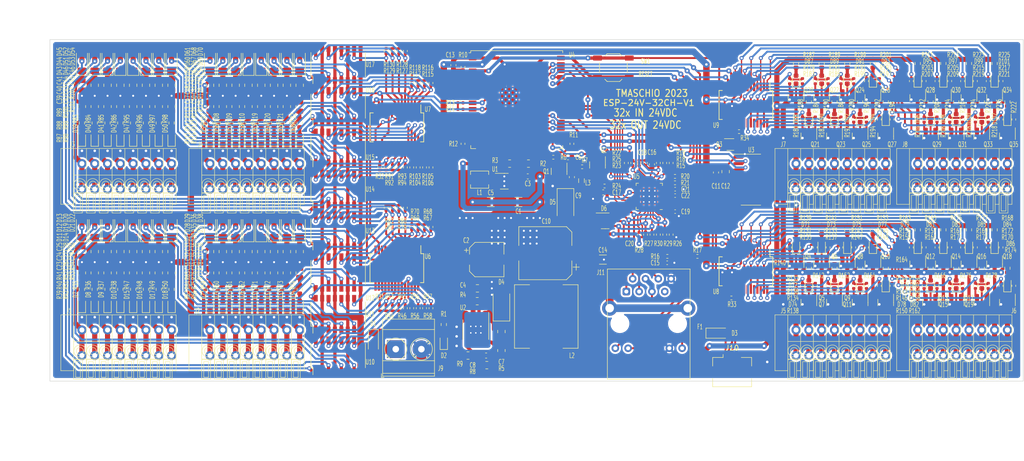
<source format=kicad_pcb>
(kicad_pcb (version 20221018) (generator pcbnew)
  (title_block (title "ESP 32x 24VDC Input 32x 24VDC Output Module"))
  (layers (0 "F.Cu" signal) (31 "B.Cu" signal) (34 "B.Paste" user) (35 "F.Paste" user) (36 "B.SilkS" user "B.Silkscreen") (37 "F.SilkS" user "F.Silkscreen") (38 "B.Mask" user) (39 "F.Mask" user) (44 "Edge.Cuts" user))
  (net 0 "")
  (net 1 "GND")
  (net 2 "Net-(C14-Pad1)")
  (net 3 "+3.3VA")
  (net 4 "+24V")
  (net 5 "+3.3V")
  (net 6 "Net-(Q3A-C1)")
  (net 7 "Net-(D11-K)")
  (net 8 "Net-(D12-K)")
  (net 9 "Net-(D13-K)")
  (net 10 "Net-(D14-K)")
  (net 11 "Net-(D19-K)")
  (net 12 "Net-(D20-K)")
  (net 13 "Net-(D21-K)")
  (net 14 "Net-(D22-K)")
  (net 15 "Net-(D27-K)")
  (net 16 "Net-(D28-K)")
  (net 17 "Net-(D29-K)")
  (net 18 "Net-(D30-K)")
  (net 19 "Net-(D35-K)")
  (net 20 "/MCU/USB_D-")
  (net 21 "/MCU/USB_D+")
  (net 22 "Net-(D36-K)")
  (net 23 "Net-(D37-K)")
  (net 24 "Net-(D38-K)")
  (net 25 "Net-(D43-K)")
  (net 26 "Net-(D44-K)")
  (net 27 "Net-(D45-K)")
  (net 28 "Net-(D46-K)")
  (net 29 "Net-(D51-K)")
  (net 30 "Net-(D52-K)")
  (net 31 "Net-(D53-K)")
  (net 32 "Net-(D54-K)")
  (net 33 "Net-(D59-K)")
  (net 34 "Net-(D60-K)")
  (net 35 "Net-(D61-K)")
  (net 36 "/MCU/PHY_PWR")
  (net 37 "Net-(D62-K)")
  (net 38 "Net-(D67-K)")
  (net 39 "Net-(D68-K)")
  (net 40 "Net-(D69-K)")
  (net 41 "Net-(D70-K)")
  (net 42 "/MCU/I2C_SCL")
  (net 43 "/MCU/I2C_SDA")
  (net 44 "Net-(D3-A)")
  (net 45 "Net-(D7-A)")
  (net 46 "/LAN/RD-")
  (net 47 "/LAN/TD-")
  (net 48 "/LAN/TD+")
  (net 49 "/LAN/RD+")
  (net 50 "Net-(D8-A)")
  (net 51 "Net-(D9-A)")
  (net 52 "Net-(D10-A)")
  (net 53 "Net-(D11-A)")
  (net 54 "Net-(D12-A)")
  (net 55 "Net-(D13-A)")
  (net 56 "Net-(D14-A)")
  (net 57 "Net-(D15-A)")
  (net 58 "Net-(D16-A)")
  (net 59 "Net-(D17-A)")
  (net 60 "Net-(D18-A)")
  (net 61 "Net-(D19-A)")
  (net 62 "Net-(D20-A)")
  (net 63 "Net-(D21-A)")
  (net 64 "Net-(D22-A)")
  (net 65 "Net-(D23-A)")
  (net 66 "Net-(D24-A)")
  (net 67 "Net-(D25-A)")
  (net 68 "Net-(D26-A)")
  (net 69 "/LAN/LED_G_K")
  (net 70 "Net-(D27-A)")
  (net 71 "Net-(D28-A)")
  (net 72 "Net-(D29-A)")
  (net 73 "Net-(D30-A)")
  (net 74 "Net-(D31-A)")
  (net 75 "Net-(D32-A)")
  (net 76 "Net-(D33-A)")
  (net 77 "Net-(D34-A)")
  (net 78 "Net-(D35-A)")
  (net 79 "/LAN/EMAC_RXD1")
  (net 80 "/LAN/EMAC_RXD0")
  (net 81 "/LAN/EMAC_MDIO")
  (net 82 "/LAN/EMAC_RX")
  (net 83 "Net-(D36-A)")
  (net 84 "Net-(D37-A)")
  (net 85 "Net-(D38-A)")
  (net 86 "Net-(D39-A)")
  (net 87 "Net-(D40-A)")
  (net 88 "Net-(D41-A)")
  (net 89 "Net-(D42-A)")
  (net 90 "Net-(D43-A)")
  (net 91 "Net-(D44-A)")
  (net 92 "Net-(D45-A)")
  (net 93 "Net-(D46-A)")
  (net 94 "Net-(D47-A)")
  (net 95 "Net-(D48-A)")
  (net 96 "Net-(D49-A)")
  (net 97 "Net-(D50-A)")
  (net 98 "Net-(D51-A)")
  (net 99 "Net-(D52-A)")
  (net 100 "Net-(D53-A)")
  (net 101 "Net-(D54-A)")
  (net 102 "Net-(D55-A)")
  (net 103 "/LAN/EMAC_CLK")
  (net 104 "/LAN/EMAC_TXD0")
  (net 105 "Net-(D56-A)")
  (net 106 "/LAN/EMAC_TXEN")
  (net 107 "/LAN/EMAC_TXD1")
  (net 108 "/LAN/EMAC_MDC")
  (net 109 "Net-(D57-A)")
  (net 110 "Net-(D58-A)")
  (net 111 "Net-(D59-A)")
  (net 112 "Net-(D60-A)")
  (net 113 "Net-(D61-A)")
  (net 114 "Net-(D62-A)")
  (net 115 "Net-(D63-A)")
  (net 116 "Net-(D64-A)")
  (net 117 "Net-(D65-A)")
  (net 118 "Net-(D66-A)")
  (net 119 "Net-(D67-A)")
  (net 120 "Net-(D68-A)")
  (net 121 "Net-(D69-A)")
  (net 122 "Net-(D70-A)")
  (net 123 "/Outputs 1-16/J8-OUT1")
  (net 124 "Net-(D71-A)")
  (net 125 "/Outputs 1-16/J8-OUT2")
  (net 126 "Net-(D72-A)")
  (net 127 "/Outputs 1-16/J8-OUT3")
  (net 128 "Net-(D73-A)")
  (net 129 "/Outputs 1-16/J8-OUT4")
  (net 130 "Net-(D74-A)")
  (net 131 "/Outputs 1-16/J8-OUT5")
  (net 132 "Net-(D75-A)")
  (net 133 "/Outputs 1-16/J8-OUT6")
  (net 134 "Net-(D76-A)")
  (net 135 "/Outputs 1-16/J8-OUT7")
  (net 136 "Net-(D77-A)")
  (net 137 "/Outputs 1-16/J8-OUT8")
  (net 138 "Net-(D78-A)")
  (net 139 "/Outputs 1-16/J9-OUT9")
  (net 140 "Net-(D79-A)")
  (net 141 "/Outputs 1-16/J9-OUT10")
  (net 142 "Net-(D80-A)")
  (net 143 "/Outputs 1-16/J9-OUT11")
  (net 144 "Net-(D81-A)")
  (net 145 "/Outputs 1-16/J9-OUT12")
  (net 146 "Net-(D82-A)")
  (net 147 "/Outputs 1-16/J9-OUT13")
  (net 148 "Net-(D83-A)")
  (net 149 "/Outputs 1-16/J9-OUT14")
  (net 150 "Net-(D84-A)")
  (net 151 "/Outputs 1-16/J9-OUT15")
  (net 152 "Net-(D85-A)")
  (net 153 "/Outputs 1-16/J9-OUT16")
  (net 154 "Net-(D86-A)")
  (net 155 "/Outputs 17-32/J10-OUT17")
  (net 156 "Net-(D87-A)")
  (net 157 "/Outputs 17-32/J10-OUT18")
  (net 158 "Net-(D88-A)")
  (net 159 "/Outputs 17-32/J10-OUT19")
  (net 160 "Net-(D89-A)")
  (net 161 "/Outputs 17-32/J10-OUT20")
  (net 162 "Net-(D90-A)")
  (net 163 "/Outputs 17-32/J10-OUT21")
  (net 164 "Net-(D91-A)")
  (net 165 "/Outputs 17-32/J10-OUT22")
  (net 166 "Net-(D92-A)")
  (net 167 "/Outputs 17-32/J10-OUT23")
  (net 168 "Net-(D93-A)")
  (net 169 "/Outputs 17-32/J10-OUT24")
  (net 170 "Net-(D94-A)")
  (net 171 "/Outputs 17-32/J11-OUT25")
  (net 172 "Net-(D95-A)")
  (net 173 "/Outputs 17-32/J11-OUT26")
  (net 174 "Net-(D96-A)")
  (net 175 "/Outputs 17-32/J11-OUT27")
  (net 176 "Net-(D97-A)")
  (net 177 "/Outputs 17-32/J11-OUT28")
  (net 178 "Net-(D98-A)")
  (net 179 "/Outputs 17-32/J11-OUT29")
  (net 180 "Net-(D99-A)")
  (net 181 "/Outputs 17-32/J11-OUT30")
  (net 182 "Net-(D100-A)")
  (net 183 "/Outputs 17-32/J11-OUT31")
  (net 184 "Net-(D101-A)")
  (net 185 "/Outputs 17-32/J11-OUT32")
  (net 186 "Net-(D102-A)")
  (net 187 "/Inputs 1-16/J4-IN1")
  (net 188 "/Inputs 1-16/J4-IN2")
  (net 189 "/Inputs 1-16/J4-IN3")
  (net 190 "/Inputs 1-16/J4-IN4")
  (net 191 "/Inputs 1-16/J4-IN5")
  (net 192 "/Inputs 1-16/J4-IN6")
  (net 193 "/Inputs 1-16/J4-IN7")
  (net 194 "/Inputs 1-16/J4-IN8")
  (net 195 "/Inputs 1-16/J5-IN9")
  (net 196 "/Inputs 1-16/J5-IN10")
  (net 197 "/Inputs 1-16/J5-IN11")
  (net 198 "/Inputs 1-16/J5-IN12")
  (net 199 "/Inputs 1-16/J5-IN13")
  (net 200 "/Inputs 1-16/J5-IN14")
  (net 201 "/Inputs 1-16/J5-IN15")
  (net 202 "/Inputs 1-16/J5-IN16")
  (net 203 "/Inputs 17-32/J6-IN17")
  (net 204 "/Inputs 17-32/J6-IN18")
  (net 205 "/Inputs 17-32/J6-IN19")
  (net 206 "/Inputs 17-32/J6-IN20")
  (net 207 "/Inputs 17-32/J6-IN21")
  (net 208 "/Inputs 17-32/J6-IN22")
  (net 209 "/Inputs 17-32/J6-IN23")
  (net 210 "/Inputs 17-32/J6-IN24")
  (net 211 "/Inputs 17-32/J7-IN25")
  (net 212 "/Inputs 17-32/J7-IN26")
  (net 213 "/Inputs 17-32/J7-IN27")
  (net 214 "/Inputs 17-32/J7-IN28")
  (net 215 "/Inputs 17-32/J7-IN29")
  (net 216 "/Inputs 17-32/J7-IN30")
  (net 217 "/Inputs 17-32/J7-IN31")
  (net 218 "/Inputs 17-32/J7-IN32")
  (net 221 "Net-(J11-Pad9)")
  (net 222 "Net-(J11-Pad12)")
  (net 223 "Net-(Q3B-C2)")
  (net 224 "Net-(Q4-B)")
  (net 225 "Net-(Q5-B)")
  (net 226 "Net-(Q6-B)")
  (net 227 "Net-(Q7-B)")
  (net 228 "Net-(Q8-B)")
  (net 229 "Net-(Q9-B)")
  (net 230 "Net-(Q10-B)")
  (net 231 "Net-(Q11-B)")
  (net 232 "Net-(Q12-B)")
  (net 233 "Net-(Q13-B)")
  (net 234 "Net-(Q14-B)")
  (net 235 "Net-(Q15-B)")
  (net 236 "Net-(Q16-B)")
  (net 237 "Net-(Q17-B)")
  (net 238 "Net-(Q18-B)")
  (net 239 "Net-(Q19-B)")
  (net 240 "Net-(Q20-B)")
  (net 241 "Net-(Q21-B)")
  (net 242 "Net-(Q22-B)")
  (net 243 "Net-(Q23-B)")
  (net 244 "Net-(Q24-B)")
  (net 245 "Net-(Q25-B)")
  (net 246 "Net-(Q26-B)")
  (net 247 "Net-(Q27-B)")
  (net 248 "Net-(Q28-B)")
  (net 249 "Net-(Q29-B)")
  (net 250 "Net-(Q30-B)")
  (net 251 "Net-(Q31-B)")
  (net 252 "Net-(Q32-B)")
  (net 253 "Net-(Q33-B)")
  (net 254 "Net-(Q34-B)")
  (net 255 "Net-(Q35-B)")
  (net 256 "Net-(U6-~{RESET})")
  (net 257 "Net-(U7-~{RESET})")
  (net 258 "Net-(U8-~{RESET})")
  (net 259 "Net-(U9-~{RESET})")
  (net 260 "/GPIO Expanders/IN1")
  (net 261 "/GPIO Expanders/IN2")
  (net 262 "/GPIO Expanders/IN3")
  (net 263 "/GPIO Expanders/IN4")
  (net 264 "/GPIO Expanders/IN5")
  (net 265 "/GPIO Expanders/IN6")
  (net 266 "/GPIO Expanders/IN7")
  (net 267 "/GPIO Expanders/IN8")
  (net 268 "/GPIO Expanders/IN9")
  (net 269 "/GPIO Expanders/IN10")
  (net 270 "/GPIO Expanders/IN11")
  (net 271 "/GPIO Expanders/IN12")
  (net 272 "/GPIO Expanders/IN13")
  (net 273 "/GPIO Expanders/IN14")
  (net 274 "/GPIO Expanders/IN15")
  (net 275 "/GPIO Expanders/IN16")
  (net 276 "/GPIO Expanders/IN17")
  (net 277 "/GPIO Expanders/IN18")
  (net 278 "/GPIO Expanders/IN19")
  (net 279 "/GPIO Expanders/IN20")
  (net 280 "/GPIO Expanders/IN21")
  (net 281 "/GPIO Expanders/IN22")
  (net 282 "/GPIO Expanders/IN23")
  (net 283 "/GPIO Expanders/IN24")
  (net 284 "/GPIO Expanders/IN25")
  (net 285 "/GPIO Expanders/IN26")
  (net 286 "/GPIO Expanders/IN27")
  (net 287 "/GPIO Expanders/IN28")
  (net 288 "/GPIO Expanders/IN29")
  (net 289 "/GPIO Expanders/IN30")
  (net 290 "/GPIO Expanders/IN31")
  (net 291 "/GPIO Expanders/IN32")
  (net 292 "/GPIO Expanders/OUT1")
  (net 293 "/GPIO Expanders/OUT2")
  (net 294 "/GPIO Expanders/OUT3")
  (net 295 "/GPIO Expanders/OUT4")
  (net 296 "/GPIO Expanders/OUT5")
  (net 297 "/GPIO Expanders/OUT6")
  (net 298 "/GPIO Expanders/OUT7")
  (net 299 "/GPIO Expanders/OUT8")
  (net 300 "/GPIO Expanders/OUT9")
  (net 301 "/GPIO Expanders/OUT10")
  (net 302 "/GPIO Expanders/OUT11")
  (net 303 "/GPIO Expanders/OUT12")
  (net 304 "/GPIO Expanders/OUT13")
  (net 305 "/GPIO Expanders/OUT14")
  (net 306 "/GPIO Expanders/OUT15")
  (net 307 "/GPIO Expanders/OUT16")
  (net 308 "/GPIO Expanders/OUT17")
  (net 309 "/GPIO Expanders/OUT18")
  (net 310 "/GPIO Expanders/OUT19")
  (net 311 "/GPIO Expanders/OUT20")
  (net 312 "/GPIO Expanders/OUT21")
  (net 313 "/GPIO Expanders/OUT22")
  (net 314 "/GPIO Expanders/OUT23")
  (net 315 "/GPIO Expanders/OUT24")
  (net 316 "/GPIO Expanders/OUT25")
  (net 317 "/GPIO Expanders/OUT26")
  (net 318 "/GPIO Expanders/OUT27")
  (net 319 "/GPIO Expanders/OUT28")
  (net 320 "/GPIO Expanders/OUT29")
  (net 321 "/GPIO Expanders/OUT30")
  (net 322 "/GPIO Expanders/OUT31")
  (net 323 "/GPIO Expanders/OUT32")
  (net 324 "Net-(U3-TXD)")
  (net 325 "Net-(U3-RXD)")
  (net 360 "+5V")
  (net 361 "Net-(U1-FB)")
  (net 362 "Net-(Q1-G)")
  (net 363 "Net-(D4-K)")
  (net 364 "Net-(C7-Pad1)")
  (net 365 "Net-(D5-A)")
  (net 366 "Net-(U2-FB)")
  (net 367 "+3.3VLAN")
  (net 368 "Net-(U5-~{RST})")
  (net 369 "Net-(D1-A)")
  (net 370 "Net-(D2-A)")
  (net 371 "Net-(D3-K)")
  (net 372 "Net-(U1-LX)")
  (net 373 "Net-(Q2-C)")
  (net 374 "Net-(Q3A-E1)")
  (net 375 "Net-(Q3A-B1)")
  (net 376 "Net-(R4-Pad2)")
  (net 377 "Net-(U2-BS)")
  (net 378 "Net-(U5-RXD2{slash}~{RMIISEL})")
  (net 379 "/LAN/LED_Y_A")
  (net 380 "Net-(U5-RXD3{slash}~{PHYAD2})")
  (net 381 "Net-(U5-RXCLK{slash}~{PHYAD1})")
  (net 382 "Net-(U5-RXER{slash}RXD4{slash}~{PHYAD0})")
  (net 383 "Net-(U5-RBIAS)")
  (net 398 "Net-(U5-VDDCR)")
  (footprint "Tales:R_0603_1608Metric" (layer "F.Cu") (at 88.9 113.855 -90)
    (fp_text reference "R50")
    (fp_text value "5,6k/0,1W/0603")
  )
  (footprint "Tales:R_0603_1608Metric" (layer "F.Cu") (at 249.555 76.645 -90)
    (fp_text reference "R224")
    (fp_text value "5,6k/0,1W/0603")
  )
  (footprint "Tales:CP_Elec_10x10" (layer "F.Cu") (at 163.005 106.68 180)
    (fp_text reference "C10")
    (fp_text value "470uF/16V/10x10")
  )
  (footprint "Tales:C_0805_2012Metric" (layer "F.Cu") (at 71.12 73.345 -90)
    (fp_text reference "C39")
    (fp_text value "33nF/50V/0805")
  )
  (footprint "Tales:LED_0603_1608Metric" (layer "F.Cu") (at 73.66 83.9725 90)
    (fp_text reference "D40")
    (fp_text value "GREEN/0603")
  )
  (footprint "Package_SO:SOP-16_4.4x10.4mm_P1.27mm" (layer "F.Cu") (at 121.925 102.26 90)
    (fp_text reference "U13")
    (fp_text value "OR-3H4-4")
  )
  (footprint "Diode_SMD:D_MiniMELF" (layer "F.Cu") (at 114.3 101.755 90)
    (fp_text reference "D38")
    (fp_text value "9V1/500mW")
  )
  (footprint "Tales:C_1206_3216Metric" (layer "F.Cu") (at 174.42 107.95 180)
    (fp_text reference "C14")
    (fp_text value "1nF/2kV/1206")
  )
  (footprint "Tales:L_12x12mm_H6mm" (layer "F.Cu") (at 163.195 119.25 90)
    (fp_text reference "L2")
    (fp_text value "33uH 2,1A")
  )
  (footprint "Tales:R_0603_1608Metric" (layer "F.Cu") (at 96.52 113.855 -90)
    (fp_text reference "R59")
    (fp_text value "5,6k/0,1W/0603")
  )
  (footprint "Tales:R_0402_1005Metric" (layer "F.Cu") (at 224.155 105.535 90)
    (fp_text reference "R147")
    (fp_text value "1k/62,5mW/0402")
  )
  (footprint "Tales:C_0805_2012Metric" (layer "F.Cu") (at 99.06 73.345 -90)
    (fp_text reference "C48")
    (fp_text value "33nF/50V/0805")
  )
  (footprint "Tales:R_0603_1608Metric" (layer "F.Cu") (at 73.66 80.835 -90)
    (fp_text reference "R84")
    (fp_text value "5,6k/0,1W/0603")
  )
  (footprint "Diode_SMD:D_MiniMELF" (layer "F.Cu") (at 114.3 68.735 90)
    (fp_text reference "D70")
    (fp_text value "9V1/500mW")
  )
  (footprint "Diode_SMD:D_MiniMELF" (layer "F.Cu") (at 109.22 68.735 90)
    (fp_text reference "D68")
    (fp_text value "9V1/500mW")
  )
  (footprint "Tales:R_0603_1608Metric" (layer "F.Cu") (at 244.475 76.645 -90)
    (fp_text reference "R214")
    (fp_text value "5,6k/0,1W/0603")
  )
  (footprint "Tales:R_0402_1005Metric" (layer "F.Cu") (at 253.365 105.535 90)
    (fp_text reference "R173")
    (fp_text value "1k/62,5mW/0402")
  )
  (footprint "Tales:R_0402_1005Metric" (layer "F.Cu") (at 245.745 72.515 -90)
    (fp_text reference "R215")
    (fp_text value "10k/62,5mW/0402")
  )
  (footprint "Tales:R_0402_1005Metric" (layer "F.Cu") (at 182.88 102.995 -90)
    (fp_text reference "R28")
    (fp_text value "49,9R/62,5mW/0402")
  )
  (footprint "Tales:C_0805_2012Metric" (layer "F.Cu") (at 96.52 73.345 -90)
    (fp_text reference "C47")
    (fp_text value "33nF/50V/0805")
  )
  (footprint "Tales:LED_0603_1608Metric" (layer "F.Cu") (at 106.68 116.9925 90)
    (fp_text reference "D31")
    (fp_text value "GREEN/0603")
  )
  (footprint "Tales:SOIC-8-1EP_3.9x4.9mm_P1.27mm_EP2.29x3mm_ThermalVias" (layer "F.Cu") (at 149.225 121.855 -90)
    (fp_text reference "U2")
    (fp_text value "TX4138")
  )
  (footprint "Tales:R_0402_1005Metric" (layer "F.Cu") (at 140.335 89.66 90)
    (fp_text reference "R106")
    (fp_text value "2k2/62,5mW/0402")
  )
  (footprint "Diode_SMD:D_MiniMELF" (layer "F.Cu") (at 101.6 101.755 90)
    (fp_text reference "D29")
    (fp_text value "9V1/500mW")
  )
  (footprint "Diode_SMD:D_MiniMELF" (layer "F.Cu") (at 86.36 68.735 90)
    (fp_text reference "D53")
    (fp_text value "9V1/500mW")
  )
  (footprint "Tales:R_0805_2012Metric" (layer "F.Cu") (at 114.3 77.5735 -90)
    (fp_text reference "R126")
    (fp_text value "1k8/0,125W/0805")
  )
  (footprint "Tales:SOT-23" (layer "F.Cu") (at 225.425 83.455 -90)
    (fp_text reference "Q25")
    (fp_text value "MMBT2222A/SOT-23-3")
  )
  (footprint "Tales:R_0603_1608Metric" (layer "F.Cu") (at 106.68 80.835 -90)
    (fp_text reference "R119")
    (fp_text value "5,6k/0,1W/0603")
  )
  (footprint "Tales:R_0603_1608Metric" (layer "F.Cu") (at 78.74 80.835 -90)
    (fp_text reference "R86")
    (fp_text value "5,6k/0,1W/0603")
  )
  (footprint "Tales:R_0603_1608Metric" (layer "F.Cu") (at 220.345 109.665 -90)
    (fp_text reference "R142")
    (fp_text value "5,6k/0,1W/0603")
  )
  (footprint "Tales:R_0402_1005Metric" (layer "F.Cu") (at 140.335 101.475 -90)
    (fp_text reference "R67")
    (fp_text value "2k2/62,5mW/0402")
  )
  (footprint "Tales:R_0402_1005Metric" (layer "F.Cu") (at 179.07 88.775 -90)
    (fp_text reference "R22")
    (fp_text value "2k2/62,5mW/0402")
  )
  (footprint "Tales:R_0402_1005Metric" (layer "F.Cu") (at 146.175 76.84)
    (fp_text reference "R13")
    (fp_text value "2k2/62,5mW/0402")
  )
  (footprint "Tales:R_0402_1005Metric" (layer "F.Cu") (at 224.155 113.155 -90)
    (fp_text reference "R144")
    (fp_text value "10k/62,5mW/0402")
  )
  (footprint "Tales:R_0805_2012Metric" (layer "F.Cu") (at 71.12 77.5735 -90)
    (fp_text reference "R87")
    (fp_text value "1k8/0,125W/0805")
  )
  (footprint "Tales:R_0805_2012Metric" (layer "F.Cu") (at 104.14 77.5735 -90)
    (fp_text reference "R114")
    (fp_text value "1k8/0,125W/0805")
  )
  (footprint "Tales:LED_0603_1608Metric" (layer "F.Cu") (at 215.265 112.8775 90)
    (fp_text reference "D72")
    (fp_text value "GREEN/0603")
  )
  (footprint "Tales:C_0805_2012Metric" (layer "F.Cu") (at 88.9 73.345 -90)
    (fp_text reference "C46")
    (fp_text value "33nF/50V/0805")
  )
  (footprint "Tales:SOT-23" (layer "F.Cu") (at 222.885 75.835 -90)
    (fp_text reference "Q24")
    (fp_text value "MMBT2222A/SOT-23-3")
  )
  (footprint "Diode_SMD:D_MiniMELF" (layer "F.Cu") (at 83.82 101.755 90)
    (fp_text reference "D20")
    (fp_text value "9V1/500mW")
  )
  (footprint "Package_TO_SOT_SMD:SOT-23-5" (layer "F.Cu") (at 174.8735 100.264)
    (fp_text reference "D6")
    (fp_text value "ESDS314DBV")
  )
  (footprint "Tales:R_0402_1005Metric" (layer "F.Cu") (at 137.795 72.9 -90)
    (fp_text reference "R117")
    (fp_text value "2k2/62,5mW/0402")
  )
  (footprint "Tales:C_0805_2012Metric" (layer "F.Cu") (at 111.76 73.345 -90)
    (fp_text reference "C53")
    (fp_text value "33nF/50V/0805")
  )
  (footprint "Tales:R_0402_1005Metric" (layer "F.Cu") (at 133.985 66.55 -90)
    (fp_text reference "R128")
    (fp_text value "2k2/62,5mW/0402")
  )
  (footprint "Tales:R_0603_1608Metric" (layer "F.Cu") (at 96.52 80.835 -90)
    (fp_text reference "R107")
    (fp_text value "5,6k/0,1W/0603")
  )
  (footprint "Tales:SOT-23" (layer "F.Cu") (at 239.395 116.475 -90)
    (fp_text reference "Q13")
    (fp_text value "MMBT2222A/SOT-23-3")
  )
  (footprint "Tales:R_0402_1005Metric" (layer "F.Cu") (at 135.255 117.6 90)
    (fp_text reference "R46")
    (fp_text value "2k2/62,5mW/0402")
  )
  (footprint "Tales:LED_0603_1608Metric" (layer "F.Cu") (at 215.265 79.8575 90)
    (fp_text reference "D88")
    (fp_text value "GREEN/0603")
  )
  (footprint "Inductor_SMD:L_0805_2012Metric" (layer "F.Cu") (at 170.18 92.2825 -90)
    (fp_text reference "L3")
    (fp_text value "2A 600R")
  )
  (footprint "Tales:D_SMA" (layer "F.Cu") (at 167.005 97.25 -90)
    (fp_text reference "D5")
    (fp_text value "SS34")
  )
  (footprint "Tales:R_0805_2012Metric" (layer "F.Cu") (at 155.9325 88.9 180)
    (fp_text reference "R3")
    (fp_text value "22,1k/0,125W/0805")
  )
  (footprint "Tales:R_0603_1608Metric" (layer "F.Cu") (at 104.14 113.855 -90)
    (fp_text reference "R62")
    (fp_text value "5,6k/0,1W/0603")
  )
  (footprint "Diode_SMD:D_MiniMELF" (layer "F.Cu") (at 78.74 101.755 90)
    (fp_text reference "D14")
    (fp_text value "9V1/500mW")
  )
  (footprint "Tales:R_0402_1005Metric" (layer "F.Cu") (at 185.42 88.775 -90)
    (fp_text reference "R19")
    (fp_text value "2k2/62,5mW/0402")
  )
  (footprint "Tales:SOT-363_SC-70-6" (layer "F.Cu") (at 199.705 85.105)
    (fp_text reference "Q3")
    (fp_text value "UMH3N")
  )
  (footprint "Tales:R_0805_2012Metric" (layer "F.Cu") (at 71.12 110.5935 -90)
    (fp_text reference "R39")
    (fp_text value "1k8/0,125W/0805")
  )
  (footprint "Tales:R_0603_1608Metric" (layer "F.Cu") (at 227.965 69.025 -90)
    (fp_text reference "R201")
    (fp_text value "5,6k/0,1W/0603")
  )
  (footprint "Tales:LED_0603_1608Metric" (layer "F.Cu") (at 220.345 79.8575 90)
    (fp_text reference "D90")
    (fp_text value "GREEN/0603")
  )
  (footprint "Tales:ESP32-WROOM-32U" (layer "F.Cu") (at 157.34 76.2)
    (fp_text reference "U4")
    (fp_text value "ESP32-WROOM-32UE-N16")
  )
  (footprint "Tales:R_0603_1608Metric" (layer "F.Cu") (at 212.725 102.045 -90)
    (fp_text reference "R139")
    (fp_text value "5,6k/0,1W/0603")
  )
  (footprint "Tales:C_0805_2012Metric" (layer "F.Cu") (at 106.68 73.345 -90)
    (fp_text reference "C51")
    (fp_text value "33nF/50V/0805")
  )
  (footprint "Tales:R_0402_1005Metric" (layer "F.Cu") (at 243.205 72.515 90)
    (fp_text reference "R209")
    (fp_text value "1k/62,5mW/0402")
  )
  (footprint "Tales:C_0402_1005Metric" (layer "F.Cu") (at 188.75 93.98)
    (fp_text reference "C21")
    (fp_text value "1uF/6,3V/0402")
  )
  (footprint "Tales:R_0402_1005Metric" (layer "F.Cu") (at 255.905 113.155 90)
    (fp_text reference "R174")
    (fp_text value "1k/62,5mW/0402")
  )
  (footprint "Tales:R_0603_1608Metric" (layer "F.Cu") (at 215.265 76.645 -90)
    (fp_text reference "R188")
    (fp_text value "5,6k/0,1W/0603")
  )
  (footprint "Tales:C_0402_1005Metric" (layer "F.Cu") (at 187.17 108.585)
    (fp_text reference "C15")
    (fp_text value "0,1uF/16V/0402")
  )
  (footprint "Tales:C_0603_1608Metric" (layer "F.Cu") (at 144.78 69.36 90)
    (fp_text reference "C13")
    (fp_text value "1uF/10V/0603")
  )
  (footprint "Tales:R_0402_1005Metric" (layer "F.Cu") (at 229.235 105.535 90)
    (fp_text reference "R149")
    (fp_text value "1k/62,5mW/0402")
  )
  (footprint "Tales:SOT-23" (layer "F.Cu") (at 227.965 108.855 -90)
    (fp_text reference "Q10")
    (fp_text value "MMBT2222A/SOT-23-3")
  )
  (footprint "Tales:LED_0603_1608Metric" (layer "F.Cu") (at 217.805 105.2575 90)
    (fp_text reference "D73")
    (fp_text value "GREEN/0603")
  )
  (footprint "Diode_SMD:D_MiniMELF" (layer "F.Cu") (at 101.6 68.735 90)
    (fp_text reference "D61")
    (fp_text value "9V1/500mW")
  )
  (footprint "Tales:R_0805_2012Metric" (layer "F.Cu") (at 76.2 77.5735 -90)
    (fp_text reference "R89")
    (fp_text value "1k8/0,125W/0805")
  )
  (footprint "Tales:R_0603_1608Metric" (layer "F.Cu") (at 222.885 69.025 -90)
    (fp_text reference "R199")
    (fp_text value "5,6k/0,1W/0603")
  )
  (footprint "Tales:R_0402_1005Metric" (layer "F.Cu") (at 180.34 88.775 -90)
    (fp_text reference "R25")
    (fp_text value "2k2/62,5mW/0402")
  )
  (footprint "Diode_SMD:D_MiniMELF" (layer "F.Cu") (at 81.28 68.735 90)
    (fp_text reference "D51")
    (fp_text value "9V1/500mW")
  )
  (footprint "Tales:R_0603_1608Metric" (layer "F.Cu") (at 227.965 102.045 -90)
    (fp_text reference "R153")
    (fp_text value "5,6k/0,1W/0603")
  )
  (footprint "Tales:R_0603_1608Metric" (layer "F.Cu") (at 71.12 80.835 -90)
    (fp_text reference "R83")
    (fp_text value "5,6k/0,1W/0603")
  )
  (footprint "Tales:R_0402_1005Metric" (layer "F.Cu") (at 221.615 80.135 90)
    (fp_text reference "R186")
    (fp_text value "1k/62,5mW/0402")
  )
  (footprint "Tales:R_0402_1005Metric" (layer "F.Cu") (at 132.715 97.665 -90)
    (fp_text reference "R81")
    (fp_text value "2k2/62,5mW/0402")
  )
  (footprint "Diode_SMD:D_MiniMELF" (layer "F.Cu") (at 76.2 101.755 90)
    (fp_text reference "D13")
    (fp_text value "9V1/500mW")
  )
  (footprint "Tales:SOT-23" (layer "F.Cu") (at 220.345 83.455 -90)
    (fp_text reference "Q23")
    (fp_text value "MMBT2222A/SOT-23-3")
  )
  (footprint "Tales:R_0402_1005Metric" (layer "F.Cu") (at 131.445 66.55 -90)
    (fp_text reference "R130")
    (fp_text value "2k2/62,5mW/0402")
  )
  (footprint "Tales:R_0805_2012Metric" (layer "F.Cu") (at 99.06 77.5735 -90)
    (fp_text reference "R112")
    (fp_text value "1k8/0,125W/0805")
  )
  (footprint "Tales:R_0603_1608Metric" (layer "F.Cu") (at 111.76 80.835 -90)
    (fp_text reference "R121")
    (fp_text value "5,6k/0,1W/0603")
  )
  (footprint "Tales:R_0402_1005Metric" (layer "F.Cu") (at 245.745 105.535 -90)
    (fp_text reference "R167")
    (fp_text value "10k/62,5mW/0402")
  )
  (footprint "Tales:LED_0603_1608Metric" (layer "F.Cu") (at 241.935 105.2575 90)
    (fp_text reference "D81")
    (fp_text value "GREEN/0603")
  )
  (footprint "Tales:L_3x3_H1.5" (layer "F.Cu") (at 149.98 92.075 180)
    (fp_text reference "L1")
    (fp_text value "2,2uH 1,5A")
  )
  (footprint "Tales:R_0402_1005Metric" (layer "F.Cu") (at 187.96 102.995 -90)
    (fp_text reference "R26")
    (fp_text value "12,1k/62,5mW/0402")
  )
  (footprint "Package_SO:SOP-16_4.4x10.4mm_P1.27mm" (layer "F.Cu") (at 121.925 69.24 90)
    (fp_text reference "U17")
    (fp_text value "OR-3H4-4")
  )
  (footprint "Tales:C_0805_2012Metric" (layer "F.Cu") (at 73.66 73.345 -90)
    (fp_text reference "C40")
    (fp_text value "33nF/50V/0805")
  )
  (footprint "Tales:R_0805_2012Metric" (layer "F.Cu") (at 83.82 110.5935 -90)
    (fp_text reference "R52")
    (fp_text value "1k8/0,125W/0805")
  )
  (footprint "Tales:SOT-23" (layer "F.Cu") (at 241.935 75.835 -90)
    (fp_text reference "Q30")
    (fp_text value "MMBT2222A/SOT-23-3")
  )
  (footprint "Tales:R_0402_1005Metric" (layer "F.Cu") (at 224.155 72.515 90)
    (fp_text reference "R195")
    (fp_text value "1k/62,5mW/0402")
  )
  (footprint "Tales:R_0402_1005Metric" (layer "F.Cu") (at 243.205 105.535 90)
    (fp_text reference "R161")
    (fp_text value "1k/62,5mW/0402")
  )
  (footprint "Package_SO:SOP-16_4.4x10.4mm_P1.27mm" (layer "F.Cu") (at 121.925 110.515 90)
    (fp_text reference "U12")
    (fp_text value "OR-3H4-4")
  )
  (footprint "Tales:C_0805_2012Metric" (layer "F.Cu") (at 114.3 106.365 -90)
    (fp_text reference "C38")
    (fp_text value "33nF/50V/0805")
  )
  (footprint "Tales:C_1206_3216Metric" (layer "F.Cu") (at 157.685 96.52 180)
    (fp_text reference "C1")
    (fp_text value "10uF/16V/1206")
  )
  (footprint "Diode_SMD:D_MiniMELF" (layer "F.Cu") (at 104.14 68.735 90)
    (fp_text reference "D62")
    (fp_text value "9V1/500mW")
  )
  (footprint "Tales:SOT-23" (layer "F.Cu") (at 241.935 108.855 -90)
    (fp_text reference "Q14")
    (fp_text value "MMBT2222A/SOT-23-3")
  )
  (footprint "Tales:CP_Elec_6.3x5.4" (layer "F.Cu") (at 151.39 107.95)
    (fp_text reference "C2")
    (fp_text value "47uF/35V/6,3x5,4")
  )
  (footprint "Tales:R_0603_1608Metric" (layer "F.Cu") (at 241.935 69.025 -90)
    (fp_text reference "R213")
    (fp_text value "5,6k/0,1W/0603")
  )
  (footprint "Tales:R_0603_1608Metric" (layer "F.Cu") (at 101.6 113.855 -90)
    (fp_text reference "R61")
    (fp_text value "5,6k/0,1W/0603")
  )
  (footprint "Diode_SMD:D_MiniMELF" (layer "F.Cu") (at 88.9 101.755 90)
    (fp_text reference "D22")
    (fp_text value "9V1/500mW")
  )
  (footprint "Tales:C_0805_2012Metric" (layer "F.Cu") (at 78.74 73.345 -90)
    (fp_text reference "C42")
    (fp_text value "33nF/50V/0805")
  )
  (footprint "Tales:R_0402_1005Metric" (layer "F.Cu") (at 240.665 72.515 -90)
    (fp_text reference "R205")
    (fp_text value "10k/62,5mW/0402")
  )
  (footprint "Tales:C_0805_2012Metric" (layer "F.Cu") (at 86.36 106.36 -90)
    (fp_text reference "C29")
    (fp_text value "33nF/50V/0805")
  )
  (footprint "Tales:TSOT-23-5" (layer "F.Cu") (at 154.87 92.39)
    (fp_text reference "U1")
    (fp_text value "SY8089A1AAC")
  )
  (footprint "Tales:R_0402_1005Metric" (layer "F.Cu") (at 139.065 89.66 90)
    (fp_text reference "R105")
    (fp_text value "2k2/62,5mW/0402")
  )
  (footprint "Tales:R_0805_2012Metric" (layer "F.Cu") (at 111.76 110.5935 -90)
    (fp_text reference "R77")
    (fp_text value "1k8/0,125W/0805")
  )
  (footprint "Package_SO:SOP-16_4.4x10.4mm_P1.27mm" (layer "F.Cu") (at 121.925 94.005 90)
    (fp_text reference "U14")
    (fp_text value "OR-3H4-4")
  )
  (footprint "Tales:R_0402_1005Metric" (layer "F.Cu") (at 186.69 88.775 -90)
    (fp_text reference "R18")
    (fp_text value "2k2/62,5mW/0402")
  )
  (footprint "Tales:LED_0603_1608Metric" (layer "F.Cu") (at 227.965 105.2575 90)
    (fp_text reference "D77")
    (fp_text value "GREEN/0603")
  )
  (footprint "Tales:R_0402_1005Metric" (layer "F.Cu") (at 238.125 105.535 90)
    (fp_text reference "R159")
    (fp_text value "1k/62,5mW/0402")
  )
  (footprint "Diode_SMD:D_MiniMELF" (layer "F.Cu") (at 99.06 68.735 90)
    (fp_text reference "D60")
    (fp_text value "9V1/500mW")
  )
  (footprint "Tales:R_0603_1608Metric" (layer "F.Cu") (at 111.76 113.855 -90)
    (fp_text reference "R73")
    (fp_text value "5,6k/0,1W/0603")
  )
  (footprint "Tales:SOT-23" (layer "F.Cu") (at 239.395 83.455 -90)
    (fp_text reference "Q29")
    (fp_text value "MMBT2222A/SOT-23-3")
  )
  (footprint "Tales:R_0402_1005Metric" (layer "F.Cu") (at 216.535 113.155 90)
    (fp_text reference "R136")
    (fp_text value "1k/62,5mW/0402")
  )
  (footprint "Package_SO:SOIC-16_3.9x9.9mm_P1.27mm" (layer "F.Cu") (at 203.77 92.075)
    (fp_text reference "U3")
    (fp_text value "CH340C")
  )
  (footprint "Tales:R_0402_1005Metric" (layer "F.Cu") (at 170.305 89.535 180)
    (fp_text reference "R7")
    (fp_text value "1k/62,5mW/0402")
  )
  (footprint "Tales:R_0603_1608Metric" (layer "F.Cu") (at 76.2 80.835 -90)
    (fp_text reference "R85")
    (fp_text value "5,6k/0,1W/0603")
  )
  (footprint "Tales:SOT-23" (layer "F.Cu") (at 220.345 116.475 -90)
    (fp_text reference "Q7")
    (fp_text value "MMBT2222A/SOT-23-3")
  )
  (footprint "Tales:R_0402_1005Metric" (layer "F.Cu") (at 229.235 80.135 -90)
    (fp_text reference "R194")
    (fp_text value "10k/62,5mW/0402")
  )
  (footprint "Tales:C_0603_1608Metric" (layer "F.Cu") (at 196.85 90.665 90)
    (fp_text reference "C11")
    (fp_text value "10uF/6,3V/0603")
  )
  (footprint "Tales:SOT-23" (layer "F.Cu") (at 173.355 89.17 -90)
    (fp_text reference "Q2")
    (fp_text value "LMUN2211LT1G")
  )
  (footprint "Tales:R_0603_1608Metric" (layer "F.Cu") (at 225.425 76.645 -90)
    (fp_text reference "R200")
    (fp_text value "5,6k/0,1W/0603")
  )
  (footprint "Tales:R_0402_1005Metric" (layer "F.Cu") (at 193.165 107.315)
    (fp_text reference "R17")
    (fp_text value "330R/62,5mW/0402")
  )
  (footprint "Tales:R_0402_1005Metric" (layer "F.Cu") (at 187.2 107.315)
    (fp_text reference "R16")
    (fp_text value "330R/62,5mW/0402")
  )
  (footprint "Tales:R_0402_1005Metric" (layer "F.Cu") (at 130.175 89.66 90)
    (fp_text reference "R32")
    (fp_text value "1k/62,5mW/0402")
  )
  (footprint "Tales:SOT-23" (layer "F.Cu") (at 244.475 83.455 -90)
    (fp_text reference "Q31")
    (fp_text value "MMBT2222A/SOT-23-3")
  )
  (footprint "Diode_SMD:D_MiniMELF" (layer "F.Cu") (at 109.22 101.755 90)
    (fp_text reference "D36")
    (fp_text value "9V1/500mW")
  )
  (footprint "Tales:R_0805_2012Metric" (layer "F.Cu") (at 101.6 110.5935 -90)
    (fp_text reference "R65")
    (fp_text value "1k8/0,125W/0805")
  )
  (footprint "Tales:R_0402_1005Metric" (layer "F.Cu") (at 213.995 105.535 90)
    (fp_text reference "R135")
    (fp_text value "1k/62,5mW/0402")
  )
  (footprint "Tales:C_0805_2012Metric" (layer "F.Cu") (at 78.74 106.36 -90)
    (fp_text reference "C26")
    (fp_text value "33nF/50V/0805")
  )
  (footprint "Tales:LED_0603_1608Metric" (layer "F.Cu") (at 217.805 72.2375 90)
    (fp_text reference "D89")
    (fp_text value "GREEN/0603")
  )
  (footprint "Tales:TerminalBlock_Dorabo_DB141V-2.54-08P_1x08_P2.54mm_Vertical" (layer "F.Cu") (at 212.725 93.98)
    (fp_text reference "J7")
    (fp_text value "Conn_01x08")
  )
  (footprint "Tales:R_0805_2012Metric" (layer "F.Cu") (at 104.14 110.5935 -90)
    (fp_text reference "R66")
    (fp_text value "1k8/0,125W/0805")
  )
  (footprint "Diode_SMD:D_MiniMELF" (layer "F.Cu") (at 99.06 101.755 90)
    (fp_text reference "D28")
    (fp_text value "9V1/500mW")
  )
  (footprint "Tales:C_0402_1005Metric" (layer "F.Cu") (at 188.75 98.425)
    (fp_text reference "C19")
    (fp_text value "0,1uF/16V/0402")
  )
  (footprint "Tales:LED_0603_1608Metric" (layer "F.Cu") (at 114.3 83.9725 90)
    (fp_text reference "D66")
    (fp_text value "GREEN/0603")
  )
  (footprint "Diode_SMD:D_MiniMELF" (layer "F.Cu") (at 76.2 68.735 90)
    (fp_text reference "D45")
    (fp_text value "9V1/500mW")
  )
  (footprint "Tales:R_0402_1005Metric" (layer "F.Cu") (at 188.72 92.71)
    (fp_text reference "R21")
    (fp_text value "2k2/62,5mW/0402")
  )
  (footprint "Tales:C_0402_1005Metric" (layer "F.Cu") (at 182.88 88.745 90)
    (fp_text reference "C18")
    (fp_text value "0,1uF/16V/0402")
  )
  (footprint "Tales:C_0805_2012Metric" (layer "F.Cu") (at 101.6 73.345 -90)
    (fp_text reference "C49")
    (fp_text value "33nF/50V/0805")
  )
  (footprint "Tales:SOT-23" (layer "F.Cu") (at 215.265 83.455 -90)
    (fp_text reference "Q21")
    (fp_text value "MMBT2222A/SOT-23-3")
  )
  (footprint "Tales:R_0402_1005Metric" (layer "F.Cu") (at 216.535 72.515 -90)
    (fp_text reference "R181")
    (fp_text value "10k/62,5mW/0402")
  )
  (footprint "Tales:R_0402_1005Metric" (layer "F.Cu") (at 245.745 113.155 90)
    (fp_text reference "R162")
    (fp_text value "1k/62,5mW/0402")
  )
  (footprint "Tales:R_0402_1005Metric" (layer "F.Cu") (at 235.585 72.515 -90)
    (fp_text reference "R203")
    (fp_text value "10k/62,5mW/0402")
  )
  (footprint "Tales:R_0402_1005Metric" (layer "F.Cu") (at 253.365 80.135 -90)
    (fp_text reference "R218")
    (fp_text value "10k/62,5mW/0402")
  )
  (footprint "Tales:SOT-23" (layer "F.Cu") (at 222.885 108.855 -90)
    (fp_text reference "Q8")
    (fp_text value "MMBT2222A/SOT-23-3")
  )
  (footprint "Tales:LED_0603_1608Metric" (layer "F.Cu") (at 81.28 83.9725 90)
    (fp_text reference "D47")
    (fp_text value "GREEN/0603")
  )
  (footprint "Tales:R_0402_1005Metric" (layer "F.Cu") (at 248.285 113.155 -90)
    (fp_text reference "R168")
    (fp_text value "10k/62,5mW/0402")
  )
  (footprint "Diode_SMD:D_MiniMELF" (layer "F.Cu") (at 86.36 101.755 90)
    (fp_text reference "D21")
    (fp_text value "9V1/500mW")
  )
  (footprint "Tales:R_0402_1005Metric" (layer "F.Cu") (at 213.995 80.135 -90)
    (fp_text reference "R180")
    (fp_text value "10k/62,5mW/0402")
  )
  (footprint "Tales:LED_0603_1608Metric" (layer "F.Cu") (at 220.345 112.8775 90)
    (fp_text reference "D74")
    (fp_text value "GREEN/0603")
  )
  (footprint "Tales:TerminalBlock_Dorabo_DB141V-2.54-08P_1x08_P2.54mm_Vertical" (layer "F.Cu") (at 96.52 93.98)
    (fp_text reference "J4")
    (fp_text value "Conn_01x08")
  )
  (footprint "Tales:R_0805_2012Metric" (layer "F.Cu") (at 73.66 77.5735 -90)
    (fp_text reference "R88")
    (fp_text value "1k8/0,125W/0805")
  )
  (footprint "Tales:C_0805_2012Metric" (layer "F.Cu") (at 76.2 106.36 -90)
    (fp_text reference "C25")
    (fp_text value "33nF/50V/0805")
  )
  (footprint "Tales:LED_0603_1608Metric" (layer "F.Cu") (at 230.505 79.8575 90)
    (fp_text reference "D94")
    (fp_text value "GREEN/0603")
  )
  (footprint "Tales:R_0402_1005Metric" (layer "F.Cu") (at 238.125 72.515 90)
    (fp_text reference "R207")
    (fp_text value "1k/62,5mW/0402")
  )
  (footprint "Tales:R_0402_1005Metric" (layer "F.Cu") (at 219.075 80.135 -90)
    (fp_text reference "R182")
    (fp_text value "10k/62,5mW/0402")
  )
  (footprint "Tales:SOT-23" (layer "F.Cu") (at 244.475 116.475 -90)
    (fp_text reference "Q15")
    (fp_text value "MMBT2222A/SOT-23-3")
  )
  (footprint "Tales:LED_0603_1608Metric" (layer "F.Cu") (at 106.68 83.9725 90)
    (fp_text reference "D63")
    (fp_text value "GREEN/0603")
  )
  (footprint "Tales:R_0603_1608Metric" (layer "F.Cu") (at 86.36 80.835 -90)
    (fp_text reference "R97")
    (fp_text value "5,6k/0,1W/0603")
  )
  (footprint "Tales:C_0805_2012Metric" (layer "F.Cu") (at 71.12 106.36 -90)
    (fp_text reference "C23")
    (fp_text value "33nF/50V/0805")
  )
  (footprint "Tales:R_0402_1005Metric" (layer "F.Cu") (at 146.175 78.11)
    (fp_text reference "R14")
    (fp_text value "2k2/62,5mW/0402")
  )
  (footprint "Tales:R_0402_1005Metric" (layer "F.Cu") (at 181.61 88.775 90)
    (fp_text reference "R23")
    (fp_text value "2k2/62,5mW/0402")
  )
  (footprint "Tales:R_0805_2012Metric" (layer "F.Cu") (at 88.9 77.5735 -90)
    (fp_text reference "R102")
    (fp_text value "1k8/0,125W/0805")
  )
  (footprint "Tales:R_0402_1005Metric" (layer "F.Cu") (at 219.075 72.515 90)
    (fp_text reference "R185")
    (fp_text value "1k/62,5mW/0402")
  )
  (footprint "Tales:R_0402_1005Metric" (layer "F.Cu") (at 248.285 72.515 90)
    (fp_text reference "R219")
    (fp_text value "1k/62,5mW/0402")
  )
  (footprint "Tales:R_0402_1005Metric" (layer "F.Cu") (at 253.365 72.515 90)
    (fp_text reference "R221")
    (fp_text value "1k/62,5mW/0402")
  )
  (footprint "Tales:R_0603_1608Metric" (layer "F.Cu") (at 249.555 109.665 -90)
    (fp_text reference "R176")
    (fp_text value "5,6k/0,1W/0603")
  )
  (footprint "Tales:SOT-23" (layer "F.Cu") (at 247.015 75.835 -90)
    (fp_text reference "Q32")
    (fp_text value "MMBT2222A/SOT-23-3")
  )
  (footprint "Tales:R_0603_1608Metric" (layer "F.Cu") (at 236.855 69.025 -90)
    (fp_text reference "R211")
    (fp_text value "5,6k/0,1W/0603")
  )
  (footprint "Tales:LED_0603_1608Metric" (layer "F.Cu") (at 252.095 105.2575 90)
    (fp_text reference "D85")
    (fp_text value "GREEN/0603")
  )
  (footprint "Tales:C_0402_1005Metric" (layer "F.Cu") (at 181.61 103.025 90)
    (fp_text reference "C20")
    (fp_text value "0,1uF/16V/0402")
  )
  (footprint "Tales:LED_0603_1608Metric" (layer "F.Cu") (at 222.885 72.2375 90)
    (fp_text reference "D91")
    (fp_text value "GREEN/0603")
  )
  (footprint "Tales:TerminalBlock_Dorabo_DB141V-2.54-08P_1x08_P2.54mm_Vertical" (layer "F.Cu") (at 212.725 127)
    (fp_text reference "J5")
    (fp_text value "Conn_01x08")
  )
  (footprint "Tales:C_0805_2012Metric" (layer "F.Cu") (at 81.28 106.36 -90)
    (fp_text reference "C27")
    (fp_text value "33nF/50V/0805")
  )
  (footprint "Tales:C_0805_2012Metric" (layer "F.Cu") (at 96.52 106.365 -90)
    (fp_text reference "C31")
    (fp_text value "33nF/50V/0805")
  )
  (footprint "Tales:LED_0603_1608Metric" (layer "F.Cu") (at 99.06 116.9925 90)
    (fp_text reference "D24")
    (fp_text value "GREEN/0603")
  )
  (footprint "Tales:LED_0603_1608Metric" (layer "F.Cu") (at 101.6 83.9725 90)
    (fp_text reference "D57")
    (fp_text value "GREEN/0603")
  )
  (footprint "Diode_SMD:D_MiniMELF" (layer "F.Cu") (at 73.66 101.755 90)
    (fp_text reference "D12")
    (fp_text value "9V1/500mW")
  )
  (footprint "Tales:LED_0603_1608Metric" (layer "F.Cu") (at 225.425 79.8575 90)
    (fp_text reference "D92")
    (fp_text value "GREEN/0603")
  )
  (footprint "Tales:SOT-23" (layer "F.Cu") (at 252.095 75.835 -90)
    (fp_text reference "Q34")
    (fp_text value "MMBT2222A/SOT-23-3")
  )
  (footprint "Tales:SOT-23" (layer "F.Cu") (at 254.635 116.475 -90)
    (fp_text reference "Q19")
    (fp_text value "MMBT2222A/SOT-23-3")
  )
  (footprint "Package_SO:SOP-16_4.4x10.4mm_P1.27mm" (layer "F.Cu") (at 121.925 127.025 90)
    (fp_text reference "U10")
    (fp_text value "OR-3H4-4")
  )
  (footprint "Tales:LED_0603_1608Metric" (layer "F.Cu") (at 247.015 72.2375 90)
    (fp_text reference "D99")
    (fp_text value "GREEN/0603")
  )
  (footprint "Tales:LED_0603_1608Metric" (layer "F.Cu") (at 96.52 83.9725 90)
    (fp_text reference "D55")
    (fp_text value "GREEN/0603")
  )
  (footprint "Tales:R_0805_2012Metric" (layer "F.Cu") (at 151.4075 128.905 180)
    (fp_text reference "R8")
    (fp_text value "300k/0,125W/0805")
  )
  (footprint "Tales:R_0805_2012Metric" (layer "F.Cu") (at 114.3 110.5935 -90)
    (fp_text reference "R78")
    (fp_text value "1k8/0,125W/0805")
  )
  (footprint "Tales:LED_0603_1608Metric" (layer "F.Cu") (at 101.6 116.9925 90)
    (fp_text reference "D25")
    (fp_text value "GREEN/0603")
  )
  (footprint "Tales:R_0603_1608Metric" (layer "F.Cu") (at 241.935 102.045 -90)
    (fp_text reference "R165")
    (fp_text value "5,6k/0,1W/0603")
  )
  (footprint "Tales:R_0805_2012Metric" (layer "F.Cu") (at 96.52 77.5735 -90)
    (fp_text reference "R111")
    (fp_text value "1k8/0,125W/0805")
  )
  (footprint "Tales:R_0402_1005Metric" (layer "F.Cu") (at 132.715 66.55 -90)
    (fp_text reference "R129")
    (fp_text value "2k2/62,5mW/0402")
  )
  (footprint "Tales:R_0402_1005Metric" (layer "F.Cu") (at 226.695 105.535 -90)
    (fp_text reference "R145")
    (fp_text value "10k/62,5mW/0402")
  )
  (footprint "Tales:R_0402_1005Metric" (layer "F.Cu") (at 216.535 105.535 -90)
    (fp_text reference "R133")
    (fp_text value "10k/62,5mW/0402")
  )
  (footprint "Tales:LED_0603_1608Metric" (layer "F.Cu") (at 249.555 112.8775 90)
    (fp_text reference "D84")
    (fp_text value "GREEN/0603")
  )
  (footprint "Tales:SOT-23" (layer "F.Cu") (at 217.805 108.855 -90)
    (fp_text reference "Q6")
    (fp_text value "MMBT2222A/SOT-23-3")
  )
  (footprint "Tales:LED_0603_1608Metric" (layer "F.Cu") (at 104.14 83.9725 90)
    (fp_text reference "D58")
    (fp_text value "GREEN/0603")
  )
  (footprint "Tales:R_0402_1005Metric" (layer "F.Cu") (at 211.455 72.515 -90)
    (fp_text reference "R179")
    (fp_text value "10k/62,5mW/0402")
  )
  (footprint "Diode_SMD:D_MiniMELF" (layer "F.Cu") (at 104.14 101.755 90)
    (fp_text reference "D30")
    (fp_text value "9V1/500mW")
  )
  (footprint "Tales:R_0603_1608Metric" (layer "F.Cu") (at 106.68 113.855 -90)
    (fp_text reference "R71")
    (fp_text value "5,6k/0,1W/0603")
  )
  (footprint "Tales:R_0603_1608Metric" (layer "F.Cu") (at 236.855 102.045 -90)
    (fp_text reference "R163")
    (fp_text value "5,6k/0,1W/0603")
  )
  (footprint "Diode_SMD:D_MiniMELF" (layer "F.Cu") (at 111.76 68.735 90)
    (fp_text reference "D69")
    (fp_text value "9V1/500mW")
  )
  (footprint "Tales:USB_Micro-B_Amphenol_10104110_Horizontal" (layer "F.Cu") (at 200.055 129.035)
    (fp_text reference "J10")
    (fp_text value "USB")
  )
  (footprint "Diode_SMD:D_MiniMELF" (layer "F.Cu") (at 81.28 101.755 90)
    (fp_text reference "D19")
    (fp_text value "9V1/500mW")
  )
  (footprint "Tales:R_0603_1608Metric" (layer "F.Cu") (at 212.725 69.025 -90)
    (fp_text reference "R187")
    (fp_text value "5,6k/0,1W/0603")
  )
  (footprint "Diode_SMD:D_MiniMELF" (layer "F.Cu") (at 73.66 68.735 90)
    (fp_text reference "D44")
    (fp_text value "9V1/500mW")
  )
  (footprint "Tales:SOT-23" (layer "F.Cu") (at 217.805 75.835 -90)
    (fp_text reference "Q22")
    (fp_text value "MMBT2222A/SOT-23-3")
  )
  (footprint "Tales:R_0805_2012Metric" (layer "F.Cu") (at 76.2 110.5935 -90)
    (fp_text reference "R41")
    (fp_text value "1k8/0,125W/0805")
  )
  (footprint "Tales:LED_0603_1608Metric" (layer "F.Cu") (at 222.885 105.2575 90)
    (fp_text reference "D75")
    (fp_text value "GREEN/0603")
  )
  (footprint "Tales:R_0805_2012Metric" (layer "F.Cu") (at 109.22 110.5935 -90)
    (fp_text reference "R76")
    (fp_text value "1k8/0,125W/0805")
  )
  (footprint "Tales:R_0603_1608Metric" (layer "F.Cu") (at 252.095 102.045 -90)
    (fp_text reference "R177")
    (fp_text value "5,6k/0,1W/0603")
  )
  (footprint "Tales:TerminalBlock_Dorabo_DB141V-2.54-08P_1x08_P2.54mm_Vertical" (layer "F.Cu") (at 71.12 93.98)
    (fp_text reference "J3")
    (fp_text value "Conn_01x08")
  )
  (footprint "Tales:SOT-23" (layer "F.Cu") (at 236.855 108.855 -90)
    (fp_text reference "Q12")
    (fp_text value "MMBT2222A/SOT-23-3")
  )
  (footprint "Tales:R_0805_2012Metric" (layer "F.Cu") (at 86.36 110.5935 -90)
    (fp_text reference "R53")
    (fp_text value "1k8/0,125W/0805")
  )
  (footprint "Tales:LED_0603_1608Metric" (layer "F.Cu") (at 241.935 72.2375 90)
    (fp_text reference "D97")
    (fp_text value "GREEN/0603")
  )
  (footprint "Tales:R_0402_1005Metric" (layer "F.Cu") (at 133.985 89.66 90)
    (fp_text reference "R93")
    (fp_text value "2k2/62,5mW/0402")
  )
  (footprint "Tales:C_0805_2012Metric" (layer "F.Cu") (at 88.9 106.36 -90)
    (fp_text reference "C30")
    (fp_text value "33nF/50V/0805")
  )
  (footprint "Tales:TerminalBlock_Dorabo_DB141V-2.54-08P_1x08_P2.54mm_Vertical" (layer "F.Cu") (at 96.52 127)
    (fp_text reference "J2")
    (fp_text value "Conn_01x08")
  )
  (footprint "Tales:R_0603_1608Metric" (layer "F.Cu") (at 215.265 109.665 -90)
    (fp_text reference "R140")
    (fp_text value "5,6k/0,1W/0603")
  )
  (footprint "Tales:R_0805_2012Metric" (layer "F.Cu") (at 101.6 77.5735 -90)
    (fp_text reference "R113")
    (fp_text value "1k8/0,125W/0805")
  )
  (footprint "Tales:R_0402_1005Metric" (layer "F.Cu") (at 243.205 113.155 -90)
    (fp_text reference "R158")
    (fp_text value "10k/62,5mW/0402")
  )
  (footprint "Tales:R_0402_1005Metric" (layer "F.Cu") (at 221.615 113.155 90)
    (fp_text reference "R138")
    (fp_text value "1k/62,5mW/0402")
  )
  (footprint "Tales:R_0805_2012Metric" (layer "F.Cu") (at 86.36 77.5735 -90)
    (fp_text reference "R101")
    (fp_text value "1k8/0,125W/0805")
  )
  (footprint "Tales:R_0402_1005Metric" (layer "F.Cu") (at 140.335 117.6 90)
    (fp_text reference "R58")
    (fp_text value "2k2/62,5mW/0402")
  )
  (footprint "Tales:R_0402_1005Metric" (layer "F.Cu") (at 213.995 72.515 90)
    (fp_text reference "R183")
    (fp_text value "1k/62,5mW/0402")
  )
  (footprint "Tales:R_0603_1608Metric" (layer "F.Cu") (at 109.22 113.855 -90)
    (fp_text reference "R72")
    (fp_text value "5,6k/0,1W/0603")
  )
  (footprint "Tales:SOT-23" (layer "F.Cu") (at 215.265 116.475 -90)
    (fp_text reference "Q5")
    (fp_text value "MMBT2222A/SOT-23-3")
  )
  (footprint "Tales:R_0402_1005Metric" (layer "F.Cu") (at 146.685 84.965 -90)
    (fp_text reference "R12")
    (fp_text value "10k/62,5mW/0402")
  )
  (footprint "Tales:R_0402_1005Metric" (layer "F.Cu") (at 137.795 89.66 90)
    (fp_text reference "R104")
    (fp_text value "2k2/62,5mW/0402")
  )
  (footprint "Tales:R_0402_1005Metric" (layer "F.Cu") (at 188.72 91.44)
    (fp_text reference "R20")
    (fp_text value "2k2/62,5mW/0402")
  )
  (footprint "Tales:SOT-23" (layer "F.Cu") (at 165.735 90.44 -90)
    (fp_text reference "Q1")
    (fp_text value "WPM2015-3/TR")
  )
  (footprint "Tales:LED_0603_1608Metric" (layer "F.Cu") (at 212.725 105.2575 90)
    (fp_text reference "D71")
    (fp_text value "GREEN/0603")
  )
  (footprint "Tales:R_0402_1005Metric" (layer "F.Cu") (at 231.775 113.155 90)
    (fp_text reference "R150")
    (fp_text value "1k/62,5mW/0402")
  )
  (footprint "Tales:R_0603_1608Metric" (layer "F.Cu") (at 220.345 76.645 -90)
    (fp_text reference "R190")
    (fp_text value "5,6k/0,1W/0603")
  )
  (footprint "Tales:LED_0603_1608Metric" (layer "F.Cu") (at 104.14 116.9925 90)
    (fp_text reference "D26")
    (fp_text value "GREEN/0603")
  )
  (footprint "Tales:R_0402_1005Metric" (layer "F.Cu") (at 135.255 66.55 -90)
    (fp_text reference "R127")
    (fp_text value "2k2/62,5mW/0402")
  )
  (footprint "Diode_SMD:D_MiniMELF" (layer "F.Cu") (at 106.68 101.755 90)
    (fp_text reference "D35")
    (fp_text value "9V1/500mW")
  )
  (footprint "Diode_SMD:D_MiniMELF" (layer "F.Cu") (at 88.9 68.735 90)
    (fp_text reference "D54")
    (fp_text value "9V1/500mW")
  )
  (footprint "Tales:LED_0603_1608Metric" (layer "F.Cu") (at 254.635 112.8775 90)
    (fp_text reference "D86")
    (fp_text value "GREEN/0603")
  )
  (footprint "Tales:R_0603_1608Metric" (layer "F.Cu") (at 142.875 120.84 -90)
    (fp_text reference "R1")
    (fp_text value "5,6k/0,1W/0603")
  )
  (footprint "Tales:R_0402_1005Metric" (layer "F.Cu") (at 139.065 101.475 -90)
    (fp_text reference "R68")
    (fp_text value "2k2/62,5mW/0402")
  )
  (footprint "Tales:LED_0603_1608Metric" (layer "F.Cu") (at 83.82 116.9925 90)
    (fp_text reference "D16")
    (fp_text value "GREEN/0603")
  )
  (footprint "Tales:R_0402_1005Metric" (layer "F.Cu") (at 187.96 88.775 -90)
    (fp_text reference "R15")
    (fp_text value "2k2/62,5mW/0402")
  )
  (footprint "Tales:R_0402_1005Metric" (layer "F.Cu") (at 219.075 105.535 90)
    (fp_text reference "R137")
    (fp_text value "1k/62,5mW/0402")
  )
  (footprint "Tales:C_0805_2012Metric" (layer "F.Cu") (at 99.06 106.365 -90)
    (fp_text reference "C32")
    (fp_text value "33nF/50V/0805")
  )
  (footprint "Tales:R_0402_1005Metric" (layer "F.Cu") (at 136.525 101.475 -90)
    (fp_text reference "R70")
    (fp_text value "2k2/62,5mW/0402")
  )
  (footprint "Tales:R_0402_1005Metric" (layer "F.Cu") (at 221.615 105.535 -90)
    (fp_text reference "R143")
    (fp_text value "10k/62,5mW/0402")
  )
  (footprint "Tales:LED_0603_1608Metric" (layer "F.Cu") (at 239.395 79.8575 90)
    (fp_text reference "D96")
    (fp_text value "GREEN/0603")
  )
  (footprint "Tales:R_0805_2012Metric" (layer "F.Cu") (at 147.6775 127 180)
    (fp_text reference "R9")
    (fp_text value "52,3k/0,125W/0805")
  )
  (footprint "Tales:R_0603_1608Metric" (layer "F.Cu") (at 217.805 102.045 -90)
    (fp_text reference "R141")
    (fp_text value "5,6k/0,1W/0603")
  )
  (footprint "Package_SO:SSOP-28_5.3x10.2mm_P0.65mm" (layer "F.Cu") (at 133.57 109.645 -90)
    (fp_text reference "U6")
    (fp_text value "MCP23017_SS")
  )
  (footprint "Tales:R_0402_1005Metric" (layer "F.Cu") (at 226.695 80.135 90)
    (fp_text reference "R196")
    (fp_text value "1k/62,5mW/0402")
  )
  (footprint "Package_SO:SOP-16_4.4x10.4mm_P1.27mm" (layer "F.Cu") (at 121.925 77.495 90)
    (fp_text reference "U16")
    (fp_text value "OR-3H4-4")
  )
  (footprint "Tales:LED_0603_1608Metric" (layer "F.Cu") (at 83.82 83.9725 90)
    (fp_text reference "D48")
    (fp_text value "GREEN/0603")
  )
  (footprint "Tales:R_0603_1608Metric" (layer "F.Cu") (at 239.395 76.645 -90)
    (fp_text reference "R212")
    (fp_text value "5,6k/0,1W/0603")
  )
  (footprint "Tales:R_0402_1005Metric" (layer "F.Cu") (at 235.585 105.535 -90)
    (fp_text reference "R155")
    (fp_text value "10k/62,5mW/0402")
  )
  (footprint "Tales:C_0805_2012Metric" (layer "F.Cu") (at 83.82 73.345 -90)
    (fp_text reference "C44")
    (fp_text value "33nF/50V/0805")
  )
  (footprint "Tales:LED_0603_1608Metric" (layer "F.Cu") (at 76.2 83.9725 90)
    (fp_text reference "D41")
    (fp_text value "GREEN/0603")
  )
  (footprint "Tales:R_0805_2012Metric" (layer "F.Cu") (at 154.305 126.0075 -90)
    (fp_text reference "R5")
    (fp_text value "5R1/0,125W/0805")
  )
  (footprint "Tales:R_0603_1608Metric" (layer "F.Cu") (at 78.74 113.855 -90)
    (fp_text reference "R38")
    (fp_text value "5,6k/0,1W/0603")
  )
  (footprint "Tales:R_0402_1005Metric" (layer "F.Cu") (at 136.525 117.6 90)
    (fp_text reference "R55")
    (fp_text value "2k2/62,5mW/0402")
  )
  (footprint "Tales:R_0603_1608Metric" (layer "F.Cu") (at 230.505 76.645 -90)
    (fp_text reference "R202")
    (fp_text value "5,6k/0,1W/0603")
  )
  (footprint "Tales:LED_0603_1608Metric" (layer "F.Cu") (at 86.36 116.9925 90)
    (fp_text reference "D17")
    (fp_text value "GREEN/0603")
  )
  (footprint "Tales:R_0402_1005Metric" (layer "F.Cu") (at 136.525 89.66 90)
    (fp_text reference "R103")
    (fp_text value "2k2/62,5mW/0402")
  )
  (footprint "Tales:R_0805_2012Metric" (layer "F.Cu") (at 81.28 110.5935 -90)
    (fp_text reference "R51")
    (fp_text value "1k8/0,125W/0805")
  )
  (footprint "Diode_SMD:D_MiniMELF" (layer "F.Cu") (at 96.52 68.735 90)
    (fp_text reference "D59")
    (fp_text value "9V1/500mW")
  )
  (footprint "Tales:R_0603_1608Metric" (layer "F.Cu") (at 114.3 113.855 -90)
    (fp_text reference "R74")
    (fp_text value "5,6k/0,1W/0603")
  )
  (footprint "Tales:R_0603_1608Metric" (layer "F.Cu") (at 244.475 109.665 -90)
    (fp_text reference "R166")
    (fp_text value "5,6k/0,1W/0603")
  )
  (footprint "Tales:R_0402_1005Metric" (layer "F.Cu") (at 168.275 84.965 90)
    (fp_text reference "R11")
    (fp_text value "10k/62,5mW/0402")
  )
  (footprint "Tales:R_0603_1608Metric" (layer "F.Cu") (at 88.9 80.835 -90)
    (fp_text reference "R98")
    (fp_text value "5,6k/0,1W/0603")
  )
  (footprint "Tales:R_0402_1005Metric" (layer "F.Cu") (at 174.75 93.345)
    (fp_text reference "R24")
    (fp_text value "10k/62,5mW/0402")
  )
  (footprint "Tales:C_0805_2012Metric" (layer "F.Cu") (at 101.6 106.365 -90)
    (fp_text reference "C33")
    (fp_text value "33nF/50V/0805")
  )
  (footprint "Tales:LED_0603_1608Metric" (layer "F.Cu") (at 236.855 72.2375 90)
    (fp_text reference "D95")
    (fp_text value "GREEN/0603")
  )
  (footprint "Tales:R_0402_1005Metric" (layer "F.Cu") (at 221.615 72.515 -90)
    (fp_text reference "R191")
    (fp_text value "10k/62,5mW/0402")
  )
  (footprint "Tales:R_0603_1608Metric" (layer "F.Cu") (at 239.395 109.665 -90)
    (fp_text reference "R164")
    (fp_text value "5,6k/0,1W/0603")
  )
  (footprint "Tales:R_0603_1608Metric" (layer "F.Cu") (at 222.885 102.045 -90)
    (fp_text reference "R151")
    (fp_text value "5,6k/0,1W/0603")
  )
  (footprint "Tales:R_0603_1608Metric" (layer "F.Cu") (at 109.22 80.835 -90)
    (fp_text reference "R120")
    (fp_text value "5,6k/0,1W/0603")
  )
  (footprint "Tales:R_0402_1005Metric" (layer "F.Cu") (at 240.665 105.535 -90)
    (fp_text reference "R157")
    (fp_text value "10k/62,5mW/0402")
  )
  (footprint "Tales:LED_0603_1608Metric" (layer "F.Cu") (at 73.66 116.9925 90)
    (fp_text reference "D8")
    (fp_text value "GREEN/0603")
  )
  (footprint "Tales:R_0402_1005Metric" (layer "F.Cu") (at 213.995 113.155 -90)
    (fp_text reference "R132")
    (fp_text value "10k/62,5mW/0402")
  )
  (footprint "Tales:TerminalBlock_Phoenix_MKDS-3-2-5.08_1x02_P5.08mm_Horizontal" (layer "F.Cu") (at 133.35 125.73)
    (fp_text reference "J9")
    (fp_text value "VIN")
  )
  (footprint "Tales:R_0805_2012Metric" (layer "F.Cu") (at 78.74 110.5935 -90)
    (fp_text reference "R42")
    (fp_text value "1k8/0,125W/0805")
  )
  (footprint "Tales:LED_0603_1608Metric" (layer "F.Cu") (at 76.2 116.9925 90)
    (fp_text reference "D9")
    (fp_text value "GREEN/0603")
  )
  (footprint "Tales:R_0603_1608Metric" (layer "F.Cu") (at 252.095 69.025 -90)
    (fp_text reference "R225")
    (fp_text value "5,6k/0,1W/0603")
  )
  (footprint "Tales:R_0402_1005Metric" (layer "F.Cu") (at 226.695 72.515 -90)
    (fp_text reference "R193")
    (fp_text value "10k/62,5mW/0402")
  )
  (footprint "Tales:SOT-23" (layer "F.Cu") (at 212.725 75.835 -90)
    (fp_text reference "Q20")
    (fp_text value "MMBT2222A/SOT-23-3")
  )
  (footprint "Tales:C_0603_1608Metric" (layer "F.Cu") (at 151.27 127 180)
    (fp_text reference "C8")
    (fp_text value "12pF/50V/0603")
  )
  (footprint "Tales:R_0402_1005Metric" (layer "F.Cu") (at 132.715 89.66 90)
    (fp_text reference "R92")
    (fp_text value "2k2/62,5mW/0402")
  )
  (footprint "Tales:R_0402_1005Metric" (layer "F.Cu") (at 131.445 97.665 -90)
    (fp_text reference "R82")
    (fp_text value "2k2/62,5mW/0402")
  )
  (footprint "Tales:LED_0603_1608Metric" (layer "F.Cu") (at 247.015 105.2575 90)
    (fp_text reference "D83")
    (fp_text value "GREEN/0603")
  )
  (footprint "Tales:R_0402_1005Metric" (layer "F.Cu") (at 250.825 72.515 -90)
    (fp_text reference "R217")
    (fp_text value "10k/62,5mW/0402")
  )
  (footprint "Tales:C_0805_2012Metric" (layer "F.Cu") (at 104.14 73.345 -90)
    (fp_text reference "C50")
    (fp_text value "33nF/50V/0805")
  )
  (footprint "Tales:LED_0603_1608Metric" (layer "F.Cu") (at 244.475 112.8775 90)
    (fp_text reference "D82")
    (fp_text value "GREEN/0603")
  )
  (footprint "Tales:SOT-23" (layer "F.Cu") (at 236.855 75.835 -90)
    (fp_text reference "Q28")
    (fp_text value "MMBT2222A/SOT-23-3")
  )
  (footprint "Tales:R_0402_1005Metric" (layer "F.Cu") (at 250.825 80.135 90)
    (fp_text reference "R220")
    (fp_text value "1k/62,5mW/0402")
  )
  (footprint "Tales:SOT-23" (layer "F.Cu") (at 212.725 108.855 -90)
    (fp_text reference "Q4")
    (fp_text value "MMBT2222A/SOT-23-3")
  )
  (footprint "Tales:C_0805_2012Metric" (layer "F.Cu") (at 154.305 122.235 90)
    (fp_text reference "C7")
    (fp_text value "0,1uF/50V/0805")
  )
  (footprint "Tales:LED_0603_1608Metric" (layer "F.Cu") (at 239.395 112.8775 90)
    (fp_text reference "D80")
    (fp_text value "GREEN/0603")
  )
  (footprint "Tales:C_0805_2012Metric" (layer "F.Cu") (at 83.82 106.36 -90)
    (fp_text reference "C28")
    (fp_text value "33nF/50V/0805")
  )
  (footprint "Tales:R_0402_1005Metric" (layer "F.Cu") (at 201.42 82.55 180)
    (fp_text reference "R34")
    (fp_text value "1k/62,5mW/0402")
  )
  (footprint "Tales:R_0603_1608Metric" (layer "F.Cu") (at 114.3 80.835 -90)
    (fp_text reference "R122")
    (fp_text value "5,6k/0,1W/0603")
  )
  (footprint "Tales:R_0805_2012Metric" (layer "F.Cu") (at 96.52 110.5935 -90)
    (fp_text reference "R63")
    (fp_text value "1k8/0,125W/0805")
  )
  (footprint "Tales:R_0603_1608Metric" (layer "F.Cu") (at 81.28 113.855 -90)
    (fp_text reference "R47")
    (fp_text value "5,6k/0,1W/0603")
  )
  (footprint "Tales:R_0402_1005Metric" (layer "F.Cu") (at 137.795 101.475 -90)
    (fp_text reference "R69")
    (fp_text value "2k2/62,5mW/0402")
  )
  (footprint "Tales:C_0805_2012Metric" (layer "F.Cu") (at 76.2 73.345 -90)
    (fp_text reference "C41")
    (fp_text value "33nF/50V/0805")
  )
  (footprint "Tales:C_0603_1608Metric" (layer "F.Cu") (at 159.525 91.44 180)
    (fp_text reference "C3")
    (fp_text value "22pF/50V/0603")
  )
  (footprint "Diode_SMD:D_MiniMELF" (layer "F.Cu") (at 71.12 68.735 90)
    (fp_text reference "D43")
    (fp_text value "9V1/500mW")
  )
  (footprint "Tales:LED_0603_1608Metric" (layer "F.Cu") (at 252.095 72.2375 90)
    (fp_text reference "D101")
    (fp_text value "GREEN/0603")
  )
  (footprint "Tales:C_0603_1608Metric" (layer "F.Cu") (at 168.275 91.58 -90)
    (fp_text reference "C9")
    (fp_text value "10uF/6,3V/0603")
  )
  (footprint "Package_SO:SSOP-28_5.3x10.2mm_P0.65mm" (layer "F.Cu") (at 133.57 81.705 -90)
    (fp_text reference "U7")
    (fp_text value "MCP23017_SS")
  )
  (footprint "Tales:SOT-23" (layer "F.Cu") (at 230.505 83.455 -90)
    (fp_text reference "Q27")
    (fp_text value "MMBT2222A/SOT-23-3")
  )
  (footprint "Tales:R_0402_1005Metric" (layer "F.Cu") (at 240.665 80.135 90)
    (fp_text reference "R208")
    (fp_text value "1k/62,5mW/0402")
  )
  (footprint "Tales:R_0402_1005Metric" (layer "F.Cu") (at 211.455 105.535 -90)
    (fp_text reference "R131")
    (fp_text value "10k/62,5mW/0402")
  )
  (footprint "Tales:R_0805_2012Metric" (layer "F.Cu") (at 88.9 110.5935 -90)
    (fp_text reference "R54")
    (fp_text value "1k8/0,125W/0805")
  )
  (footprint "Tales:R_0402_1005Metric" (layer "F.Cu") (at 186.69 102.995 -90)
    (fp_text reference "R29")
    (fp_text value "49,9R/62,5mW/0402")
  )
  (footprint "Tales:R_0402_1005Metric" (layer "F.Cu") (at 136.525 72.9 -90)
    (fp_text reference "R118")
    (fp_text value "2k2/62,5mW/0402")
  )
  (footprint "Tales:C_0805_2012Metric" (layer "F.Cu") (at 109.22 106.365 -90)
    (fp_text reference "C36")
    (fp_text value "33nF/50V/0805")
  )
  (footprint "Tales:C_0805_2012Metric" (layer "F.Cu") (at 81.28 73.345 -90)
    (fp_text reference "C43")
    (fp_text value "33nF/50V/0805")
  )
  (footprint "Tales:LED_0603_1608Metric" (layer "F.Cu") (at 249.555 79.8575 90)
    (fp_text reference "D100")
    (fp_text value "GREEN/0603")
  )
  (footprint "Diode_SMD:D_MiniMELF" (layer "F.Cu") (at 83.82 68.735 90)
    (fp_text reference "D52")
    (fp_text value "9V1/500mW")
  )
  (footprint "Tales:SOT-23" (layer "F.Cu") (at 249.555 116.475 -90)
    (fp_text reference "Q17")
    (fp_text value "MMBT2222A/SOT-23-3")
  )
  (footprint "Button_Switch_SMD:SW_SPST_TL3342" (layer "F.Cu") (at 176.505 69.845 180)
    (fp_text reference "SW1")
    (fp_text value "RESET")
  )
  (footprint "Tales:R_0603_1608Metric" (layer "F.Cu") (at 254.635 76.645 -90)
    (fp_text reference "R226")
    (fp_text value "5,6k/0,1W/0603")
  )
  (footprint "Tales:R_0603_1608Metric" (layer "F.Cu") (at 99.06 113.855 -90)
    (fp_text reference "R60")
    (fp_text value "5,6k/0,1W/0603")
  )
  (footprint "Tales:R_0402_1005Metric" (layer "F.Cu") (at 137.795 117.6 90)
    (fp_text reference "R56")
    (fp_text value "2k2/62,5mW/0402")
  )
  (footprint "Tales:C_1206_3216Metric" (layer "F.Cu") (at 152.195 96.52)
    (fp_text reference "C5")
    (fp_text value "10uF/16V/1206")
  )
  (footprint "Tales:LED_0603_1608Metric" (layer "F.Cu") (at 109.22 83.9725 90)
    (fp_text reference "D64")
    (fp_text value "GREEN/0603")
  )
  (footprint "Tales:SOT-23" (layer "F.Cu") (at 249.555 83.455 -90)
    (fp_text reference "Q33")
    (fp_text value "MMBT2222A/SOT-23-3")
  )
  (footprint "Tales:R_0402_1005Metric" (layer "F.Cu") (at 132.715 117.6 90)
    (fp_text reference "R44")
    (fp_text value "2k2/62,5mW/0402")
  )
  (footprint "Tales:R_0402_1005Metric" (layer "F.Cu") (at 131.445 117.6 90)
    (fp_text reference "R43")
    (fp_text value "2k2/62,5mW/0402")
  )
  (footprint "Tales:R_0805_2012Metric" (layer "F.Cu") (at 111.76 77.5735 -90)
    (fp_text reference "R125")
    (fp_text value "1k8/0,125W/0805")
  )
  (footprint "Tales:R_0402_1005Metric" (layer "F.Cu") (at 133.985 97.665 -90)
    (fp_text reference "R80")
    (fp_text value "2k2/62,5mW/0402")
  )
  (footprint "Tales:R_0402_1005Metric" (layer "F.Cu") (at 245.745 80.135 90)
    (fp_text reference "R210")
    (fp_text value "1k/62,5mW/0402")
  )
  (footprint "Tales:SOT-23" (layer "F.Cu") (at 247.015 108.855 -90)
    (fp_text reference "Q16")
    (fp_text value "MMBT2222A/SOT-23-3")
  )
  (footprint "Tales:R_0805_2012Metric" (layer "F.Cu") (at 99.06 110.5935 -90)
    (fp_text reference "R64")
    (fp_text value "1k8/0,125W/0805")
  )
  (footprint "Tales:LED_0603_1608Metric" (layer "F.Cu") (at 78.74 116.9925 90)
    (fp_text reference "D10")
    (fp_text value "GREEN/0603")
  )
  (footprint "Tales:C_0805_2012Metric" (layer "F.Cu") (at 111.76 106.365 -90)
    (fp_text reference "C37")
    (fp_text value "33nF/50V/0805")
  )
  (footprint "Tales:R_0603_1608Metric" (layer "F.Cu") (at 101.6 80.835 -90)
    (fp_text reference "R109")
    (fp_text value "5,6k/0,1W/0603")
  )
  (footprint "Tales:R_0805_2012Metric" (layer "F.Cu") (at 106.68 77.5735 -90)
    (fp_text reference "R123")
    (fp_text value "1k8/0,125W/0805")
  )
  (footprint "Tales:LED_0603_1608Metric" (layer "F.Cu") (at 212.725 72.2375 90)
    (fp_text reference "D87")
    (fp_text value "GREEN/0603")
  )
  (footprint "Tales:R_0402_1005Metric" (layer "F.Cu") (at 185.42 102.995 -90)
    (fp_text reference "R30")
    (fp_text value "49,9R/62,5mW/0402")
  )
  (footprint "Tales:R_0603_1608Metric" (layer "F.Cu") (at 76.2 113.855 -90)
    (fp_text reference "R37")
    (fp_text value "5,6k/0,1W/0603")
  )
  (footprint "Diode_SMD:D_MiniMELF" (layer "F.Cu") (at 96.52 101.755 90)
    (fp_text reference "D27")
    (fp_text value "9V1/500mW")
  )
  (footprint "Tales:R_0805_2012Metric" (layer "F.Cu") (at 73.66 110.5935 -90)
    (fp_text reference "R40")
    (fp_text value "1k8/0,125W/0805")
  )
  (footprint "Tales:R_0603_1608Metric" (layer "F.Cu") (at 254.635 109.665 -90)
    (fp_text reference "R178")
    (fp_text value "5,6k/0,1W/0603")
  )
  (footprint "Tales:LED_0603_1608Metric" (layer "F.Cu") (at 230.505 112.8775 90)
    (fp_text reference "D78")
    (fp_text value "GREEN/0603")
  )
  (footprint "Tales:LED_0603_1608Metric" (layer "F.Cu") (at 244.475 79.8575 90)
    (fp_text reference "D98")
    (fp_text value "GREEN/0603")
  )
  (footprint "Tales:R_0402_1005Metric" (layer "F.Cu") (at 199.9 115.57)
    (fp_text reference "R33")
    (fp_text value "1k/62,5mW/0402")
  )
  (footprint "Tales:R_0805_2012Metric" (layer "F.Cu") (at 106.68 110.5935 -90)
    (fp_text reference "R75")
    (fp_text value "1k8/0,125W/0805")
  )
  (footprint "Tales:LED_0603_1608Metric" (layer "F.Cu") (at 78.74 83.9725 90)
    (fp_text reference "D42")
    (fp_text value "GREEN/0603")
  )
  (footprint "Tales:C_0805_2012Metric" (layer "F.Cu") (at 106.68 106.365 -90)
    (fp_text reference "C35")
    (fp_text value "33nF/50V/0805")
  )
  (footprint "Tales:R_0402_1005Metric" (layer "F.Cu") (at 133.985 117.6 90)
    (fp_text reference "R45")
    (fp_text value "2k2/62,5mW/0402")
  )
  (footprint "Tales:LED_0603_1608Metric" (layer "F.Cu") (at 142.875 124.3075 90)
    (fp_text reference "D2")
    (fp_text value "GREEN/0603")
  )
  (footprint "Tales:R_0805_2012Metric" (layer "F.Cu") (at 149.5025 116.205)
    (fp_text reference "R4")
    (fp_text value "30mR/0,250W/0805")
  )
  (footprint "Tales:SOT-23" (layer "F.Cu") (at 252.095 108.855 -90)
    (fp_text reference "Q18")
    (fp_text value "MMBT2222A/SOT-23-3")
  )
  (footprint "Tales:R_0603_1608Metric" (layer "F.Cu") (at 217.805 69.025 -90)
    (fp_text reference "R189")
    (fp_text value "5,6k/0,1W/0603")
  )
  (footprint "Tales:QFN-32-1EP_5x5mm_P0.5mm_EP3.3x3.3mm_ThermalVias" (layer "F.Cu") (at 183.6175 95.405 180)
    (fp_text reference "U5")
    (fp_text value "LAN8710A")
  )
  (footprint "Tales:SOT-23" (layer "F.Cu") (at 227.965 75.835 -90)
    (fp_text reference "Q26")
    (fp_text value "MMBT2222A/SOT-23-3")
  )
  (footprint "Tales:LED_0603_1608Metric" (layer "F.Cu") (at 236.855 105.2575 90)
    (fp_text reference "D79")
    (fp_text value "GREEN/0603")
  )
  (footprint "Tales:R_0805_2012Metric" (layer "F.Cu") (at 81.28 77.5735 -90)
    (fp_text reference "R99")
    (fp_text value "1k8/0,125W/0805")
  )
  (footprint "Tales:D_SMA" (layer "F.Cu") (at 154.305 116.745 90)
    (fp_text reference "D4")
    (fp_text value "SS510")
  )
  (footprint "Tales:R_0402_1005Metric" (layer "F.Cu") (at 248.285 80.135 -90)
    (fp_text reference "R216")
    (fp_text value "10k/62,5mW/0402")
  )
  (footprint "Package_SO:SSOP-28_5.3x10.2mm_P0.65mm" (layer "F.Cu") (at 202.785 110.28 -90)
    (fp_text reference "U8")
    (fp_text value "MCP23017_SS")
  )
  (footprint "Tales:LED_0603_1608Metric" (layer "F.Cu") (at 96.52 116.9925 90)
    (fp_text reference "D23")
    (fp_text value "GREEN/0603")
  )
  (footprint "Tales:R_0402_1005Metric" (layer "F.Cu") (at 139.065 72.9 -90)
    (fp_text reference "R116")
    (fp_text value "2k2/62,5mW/0402")
  )
  (footprint "Tales:LED_0603_1608Metric" (layer "F.Cu") (at 227.965 72.2375 90)
    (fp_text reference "D93")
    (fp_text value "GREEN/0603")
  )
  (footprint "Diode_SMD:D_MiniMELF" (layer "F.Cu") (at 78.74 68.735 90)
    (fp_text reference "D46")
    (fp_text value "9V1/500mW")
  )
  (footprint "Tales:R_0402_1005Metric" (layer "F.Cu") (at 238.125 80.135 -90)
    (fp_text reference "R204")
    (fp_text value "10k/62,5mW/0402")
  )
  (footprint "Diode_SMD:D_MiniMELF" (layer "F.Cu") (at 106.68 68.735 90)
    (fp_text reference "D67")
    (fp_text value "9V1/500mW")
  )
  (footprint "Tales:C_0402_1005Metric" (layer "F.Cu") (at 188.75 95.25)
    (fp_text reference "C22")
    (fp_text value "470pF/16V/0402")
  )
  (footprint "Tales:R_0402_1005Metric" (layer "F.Cu") (at 238.125 113.155 -90)
    (fp_text reference "R156")
    (fp_text value "10k/62,5mW/0402")
  )
  (footprint "Tales:TerminalBlock_Dorabo_DB141V-2.54-08P_1x08_P2.54mm_Vertical" (layer "F.Cu") (at 236.855 93.98)
    (fp_text reference "J8")
    (fp_text value "Conn_01x08")
  )
  (footprint "Tales:SOT-23" (layer "F.Cu") (at 254.635 83.455 -90)
    (fp_text reference "Q35")
    (fp_text value "MMBT2222A/SOT-23-3")
  )
  (footprint "Tales:R_0603_1608Metric" (layer "F.Cu") (at 71.12 113.855 -90)
    (fp_text reference "R35")
    (fp_text value "5,6k/0,1W/0603")
  )
  (footprint "Tales:R_0603_1608Metric" (layer "F.Cu") (at 81.28 80.835 -90)
    (fp_text reference "R95")
    (fp_text value "5,6k/0,1W/0603")
  )
  (footprint "Package_SO:SOP-16_4.4x10.4mm_P1.27mm" (layer "F.Cu") (at 121.925 85.75 90)
    (fp_text reference "U15")
    (fp_text value "OR-3H4-4")
  )
  (footprint "Tales:LED_0603_1608Metric" (layer "F.Cu") (at 111.76 116.9925 90)
    (fp_text reference "D33")
    (fp_text value "GREEN/0603")
  )
  (footprint "Tales:R_0402_1005Metric" (layer "F.Cu") (at 146.685 69.73 -90)
    (fp_text reference "R10")
    (fp_text value "10k/62,5mW/0402")
  )
  (footprint "Tales:R_0402_1005Metric" (layer "F.Cu") (at 219.075 113.155 -90)
    (fp_text reference "R134")
    (fp_text value "10k/62,5mW/0402")
  )
  (footprint "Tales:R_0402_1005Metric" (layer "F.Cu") (at 248.285 105.535 90)
    (fp_text reference "R171")
    (fp_text value "1k/62,5mW/0402")
  )
  (footprint "Tales:Fuse_0402_1005Metric" (layer "F.Cu") (at 193.675 123.04 -90)
    (fp_text reference "F1")
    (fp_text value "500mA")
  )
  (footprint "Tales:D_SOD-123" (layer "F.Cu") (at 197.105 122.555)
    (fp_text reference "D3")
    (fp_text value "B5819W")
  )
  (footprint "Tales:R_0402_1005Metric" (layer "F.Cu") (at 240.665 113.155 90)
    (fp_text reference "R160")
    (fp_text value "1k/62,5mW/0402")
  )
  (footprint "Tales:C_0805_2012Metric" (layer "F.Cu") (at 104.14 106.365 -90)
    (fp_text reference "C34")
    (fp_text value "33nF/50V/0805")
  )
  (footprint "Tales:R_0805_2012Metric" (layer "F.Cu") (at 159.6625 88.9 180)
    (fp_text reference "R2")
    (fp_text value "100k/0,125W/0805")
  )
  (footprint "Tales:R_0603_1608Metric" (layer "F.Cu") (at 99.06 80.835 -90)
    (fp_text reference "R108")
    (fp_text value "5,6k/0,1W/0603")
  )
  (footprint "Tales:LED_0603_1608Metric" (layer "F.Cu") (at 254.635 79.8575 90)
    (fp_text reference "D102")
    (fp_text value "GREEN/0603")
  )
  (footprint "Tales:LED_0603_1608Metric" (layer "F.Cu") (at 109.22 116.9925 90)
    (fp_text reference "D32")
    (fp_text value "GREEN/0603")
  )
  (footprint "Tales:C_0805_2012Metric" (layer "F.Cu") (at 109.22 73.345 -90)
    (fp_text reference "C52")
    (fp_text value "33nF/50V/0805")
  )
  (footprint "Tales:TerminalBlock_Dorabo_DB141V-2.54-08P_1x08_P2.54mm_Vertical" (layer "F.Cu") (at 236.855 127)
    (fp_text reference "J6")
    (fp_text value "Conn_01x08")
  )
  (footprint "Tales:SOT-23" (layer "F.Cu") (at 230.505 116.475 -90)
    (fp_text reference "Q11")
    (fp_text value "MMBT2222A/SOT-23-3")
  )
  (footprint "Tales:RJ45_HanRun_HR911105A" (layer "F.Cu") (at 183.51 120.65 180)
    (fp_text reference "J11")
    (fp_text value "ETHERNET")
  )
  (footprint "Tales:R_0402_1005Metric" (layer "F.Cu") (at 130.175 117.6 90)
    (fp_text reference "R31")
    (fp_text value "1k/62,5mW/0402")
  )
  (footprint "Tales:D_SOD-123" (layer "F.Cu") (at 128.905 124.08 -90)
    (fp_text reference "D1")
    (fp_text value "SM4007PL/SOD-123")
  )
  (footprint "Tales:R_0402_1005Metric" (layer "F.Cu") (at 229.235 72.515 90)
    (fp_text reference "R197")
    (fp_text value "1k/62,5mW/0402")
  )
  (footprint "Tales:R_0603_1608Metric" (layer "F.Cu") (at 230.505 109.665 -90)
    (fp_text reference "R154")
    (fp_text value "5,6k/0,1W/0603")
  )
  (footprint "Diode_SMD:D_MiniMELF" (layer "F.Cu") (at 71.12 101.755 90)
    (fp_text reference "D11")
    (fp_text value "9V1/500mW")
  )
  (footprint "Tales:LED_0603_1608Metric" (layer "F.Cu") (at 81.28 116.9925 90)
    (fp_text reference "D15")
    (fp_text value "GREEN/0603")
  )
  (footprint "Tales:R_0603_1608Metric" (layer "F.Cu") (at 247.015 102.045 -90)
    (fp_text reference "R175")
    (fp_text value "5,6k/0,1W/0603")
  )
  (footprint "Diode_SMD:D_MiniMELF" (layer "F.Cu") (at 111.76 101.755 90)
    (fp_text reference "D37")
    (fp_text value "9V1/500mW")
  )
  (footprint "Tales:R_0402_1005Metric" (layer "F.Cu") (at 231.775 80.135 90)
    (fp_text reference "R198")
    (fp_text value "1k/62,5mW/0402")
  )
  (footprint "Tales:R_0603_1608Metric" (layer "F.Cu") (at 83.82 113.855 -90)
    (fp_text reference "R48")
    (fp_text value "5,6k/0,1W/0603")
  )
  (footprint "Tales:SOT-23" (layer "F.Cu") (at 225.425 116.475 -90)
    (fp_text reference "Q9")
    (fp_text value "MMBT2222A/SOT-23-3")
  )
  (footprint "Tales:R_0402_1005Metric" (layer "F.Cu") (at 253.365 113.155 -90)
    (fp_text reference "R170")
    (fp_text value "10k/62,5mW/0402")
  )
  (footprint "Tales:LED_0603_1608Metric" (layer "F.Cu") (at 71.12 116.9925 90)
    (fp_text reference "D7")
    (fp_text value "GREEN/0603")
  )
  (footprint "Tales:LED_0603_1608Metric" (layer "F.Cu") (at 225.425 112.8775 90)
    (fp_text reference "D76")
    (fp_text value "GREEN/0603")
  )
  (footprint "Tales:R_0402_1005Metric" (layer "F.Cu") (at 131.445 89.66 90)
    (fp_text reference "R91")
    (fp_text value "2k2/62,5mW/0402")
  )
  (footprint "Tales:TerminalBlock_Dorabo_DB141V-2.54-08P_1x08_P2.54mm_Vertical" (layer "F.Cu") (at 71.12 127)
    (fp_text reference "J1")
    (fp_text value "Conn_01x08")
  )
  (footprint "Tales:C_0805_2012Metric" (layer "F.Cu") (at 114.3 73.345 -90)
    (fp_text reference "C54")
    (fp_text value "33nF/50V/0805")
  )
  (footprint "Tales:R_0402_1005Metric" (layer "F.Cu") (at 184.15 102.995 -90)
    (fp_text reference "R27")
    (fp_text value "49,9R/62,5mW/0402")
  )
  (footprint "Tales:R_0402_1005Metric" (layer "F.Cu") (at 243.205 80.135 -90)
    (fp_text reference "R206")
    (fp_text value "10k/62,5mW/0402")
  )
  (footprint "Tales:LED_0603_1608Metric" (layer "F.Cu") (at 99.06 83.9725 90)
    (fp_text reference "D56")
    (fp_text value "GREEN/0603")
  )
  (footprint "Tales:R_0603_1608Metric" (layer "F.Cu") (at 247.015 69.025 -90)
    (fp_text reference "R223")
    (fp_text value "5,6k/0,1W/0603")
  )
  (footprint "Tales:R_0805_2012Metric" (layer "F.Cu") (at 109.22 77.5735 -90)
    (fp_text reference "R124")
    (fp_text value "1k8/0,125W/0805")
  )
  (footprint "Tales:R_0805_2012Metric" (layer "F.Cu") (at 78.74 77.5735 -90)
    (fp_text reference "R90")
    (fp_text value "1k8/0,125W/0805")
  )
  (footprint "Tales:LED_0603_1608Metric" (layer "F.Cu") (at 114.3 116.9925 90)
    (fp_text reference "D34")
    (fp_text value "GREEN/0603")
  )
  (footprint "Tales:C_0603_1608Metric" (layer "F.Cu") (at 174.485 94.615 180)
    (fp_text reference "C17")
    (fp_text value "10uF/6,3V/0603")
  )
  (footprint "Tales:LED_0603_1608Metric" (layer "F.Cu") (at 86.36 83.9725 90)
    (fp_text reference "D49")
    (fp_text value "GREEN/0603")
  )
  (footprint "Tales:LED_0603_1608Metric" (layer "F.Cu") (at 88.9 83.9725 90)
    (fp_text reference "D50")
    (fp_text value "GREEN/0603")
  )
  (footprint "Tales:R_0402_1005Metric" (layer "F.Cu") (at 139.065 117.6 90)
    (fp_text reference "R57")
    (fp_text value "2k2/62,5mW/0402")
  )
  (footprint "Tales:R_0402_1005Metric" (layer "F.Cu") (at 135.255 97.665 -90)
    (fp_text reference "R79")
    (fp_text value "2k2/62,5mW/0402")
  )
  (footprint "Tales:R_0603_1608Metric" (layer "F.Cu") (at 104.14 80.835 -90)
    (fp_text reference "R110")
    (fp_text value "5,6k/0,1W/0603")
  )
  (footprint "Tales:C_0805_2012Metric" (layer "F.Cu") (at 149.54 113.665)
    (fp_text reference "C4")
    (fp_text value "0,1uF/50V/0805")
  )
  (footprint "Package_SO:SOP-16_4.4x10.4mm_P1.27mm" (layer "F.Cu") (at 121.925 118.77 90)
    (fp_text reference "U11")
    (fp_text value "OR-3H4-4")
  )
  (footprint "Tales:R_0402_1005Metric" (layer "F.Cu") (at 229.235 113.155 -90)
    (fp_text reference "R146")
    (fp_text value "10k/62,5mW/0402")
  )
  (footprint "Tales:LED_0603_1608Metric" (layer "F.Cu") (at 88.9 116.9925 90)
    (fp_text reference "D18")
    (fp_text value "GREEN/0603")
  )
  (footprint "Tales:R_0402_1005Metric" (layer "F.Cu") (at 164.59 87.63)
    (fp_text reference "R6")
    (fp_text value "10k/62,5mW/0402")
  )
  (footprint "Tales:R_0402_1005Metric" (layer "F.Cu") (at 226.695 113.155 90)
    (fp_text reference "R148")
    (fp_text value "1k/62,5mW/0402")
  )
  (footprint "Tales:R_0603_1608Metric" (layer "F.Cu") (at 83.82 80.835 -90)
    (fp_text reference "R96")
    (fp_text value "5,6k/0,1W/0603")
  )
  (footprint "Tales:R_0402_1005Metric" (layer "F.Cu") (at 255.905 80.135 90)
    (fp_text reference "R222")
    (fp_text value "1k/62,5mW/0402")
  )
  (footprint "Tales:R_0603_1608Metric" (layer "F.Cu") (at 86.36 113.855 -90)
    (fp_text reference "R49")
    (fp_text value "5,6k/0,1W/0603")
  )
  (footprint "Tales:R_0402_1005Metric" (layer "F.Cu") (at 140.335 72.9 -90)
    (fp_text reference "R115")
    (fp_text value "2k2/62,5mW/0402")
  )
  (footprint "Tales:R_0805_2012Metric" (layer "F.Cu") (at 83.82 77.5735 -90)
    (fp_text reference "R100")
    (fp_text value "1k8/0,125W/0805")
  )
  (footprint "Tales:R_0603_1608Metric" (layer "F.Cu") (at 73.66 113.855 -90)
    (fp_text reference "R36")
    (fp_text value "5,6k/0,1W/0603")
  )
  (footprint "Tales:R_0402_1005Metric" (layer "F.Cu") (at 250.825 105.535 -90)
    (fp_text reference "R169")
    (fp_text value "10k/62,5mW/0402")
  )
  (footprint "Tales:R_0402_1005Metric" (layer "F.Cu") (at 216.535 80.135 90)
    (fp_text reference "R184")
    (fp_text value "1k/62,5mW/0402")
  )
  (footprint "Tales:R_0603_1608Metric" (layer "F.Cu") (at 225.425 109.665 -90)
    (fp_text reference "R152")
    (fp_text value "5,6k/0,1W/0603")
  )
  (footprint "Tales:C_0603_1608Metric" (layer "F.Cu") (at 167.5 87.63)
    (fp_text reference "C6")
    (fp_text value "10uF/6,3V/0603")
  )
  (footprint "Tales:LED_0603_1608Metric" (layer "F.Cu") (at 111.76 83.9725 90)
    (fp_text reference "D65")
    (fp_text value "GREEN/0603")
  )
  (footprint "Tales:C_0805_2012Metric" (layer "F.Cu") (at 86.36 73.345 -90)
    (fp_text reference "C45")
    (fp_text value "33nF/50V/0805")
  )
  (footprint "Tales:C_0603_1608Metric" (layer "F.Cu") (at 184.15 89.04 90)
    (fp_text reference "C16")
    (fp_text value "10uF/6,3V/0603")
  )
  (footprint "Package_SO:SSOP-28_5.3x10.2mm_P0.65mm" (layer "F.Cu") (at 202.785 77.26 -90)
    (fp_text reference "U9")
    (fp_text value "MCP23017_SS")
  )
  (footprint "Tales:C_0805_2012Metric" (layer "F.Cu") (at 198.755 90.49 90)
    (fp_text reference "C12")
    (fp_text value "0,1uF/50V/0805")
  )
  (footprint "Tales:C_0805_2012Metric" (layer "F.Cu") (at 73.66 106.36 -90)
    (fp_text reference "C24")
    (fp_text value "33nF/50V/0805")
  )
  (footprint "Tales:R_0402_1005Metric" (layer "F.Cu") (at 135.255 89.66 90)
    (fp_text reference "R94")
    (fp_text value "2k2/62,5mW/0402")
  )
  (footprint "Tales:R_0402_1005Metric" (layer "F.Cu") (at 250.825 113.155 90)
    (fp_text reference "R172")
    (fp_text value "1k/62,5mW/0402")
  )
  (footprint "Tales:R_0402_1005Metric" (layer "F.Cu") (at 224.155 80.135 -90)
    (fp_text reference "R192")
    (fp_text value "10k/62,5mW/0402")
  )
  (footprint "Tales:LED_0603_1608Metric" (layer "F.Cu") (at 71.12 83.9725 90)
    (fp_text reference "D39")
    (fp_text value "GREEN/0603")
  )
  (gr_rect (start 64.77 64.28) (end 257.77 132.08) (stroke (width 0.1)) (fill none) (layer "Edge.Cuts"))
  (gr_text "TMASCHIO 2023" (at 184.15 74.93) (layer "F.SilkS") (effects (font (size 1.4 1.2) (thickness 0.2))))
  (gr_text "RESET" (at 182.88 71.12) (layer "F.SilkS") (effects (font (size 1 0.6) (thickness 0.1))))
  (gr_text "32x IN 24VDC\n32x OUT 24VDC" (at 182.88 80.01) (layer "F.SilkS") (effects (font (size 1.5 1.2) (thickness 0.2))))
  (gr_text "ESP-24V-32CH-V1" (at 183.515 76.835) (layer "F.SilkS") (effects (font (size 1.2 1.2) (thickness 0.2))))
  (segment (start 196.305 130.335) (end 198.905 130.335) (width 1.27) (layer "F.Cu") (net 1))
  (segment (start 246.065 74.835) (end 246.065 75.88) (width 0.635) (layer "F.Cu") (net 1))
  (segment (start 129.345 113.245) (end 129.345 111.125) (width 0.381) (layer "F.Cu") (net 1))
  (segment (start 121.285 80.645) (end 121.285 82.6) (width 0.635) (layer "F.Cu") (net 1))
  (segment (start 73.66 117.78) (end 73.66 119.38) (width 1.016) (layer "F.Cu") (net 1))
  (segment (start 211.455 74.515) (end 211.775 74.835) (width 0.381) (layer "F.Cu") (net 1))
  (segment (start 145.415 123.19) (end 145.415 126.325) (width 1.016) (layer "F.Cu") (net 1))
  (segment (start 229.235 113.665) (end 229.235 115.155) (width 0.381) (layer "F.Cu") (net 1))
  (segment (start 118.755 107.365) (end 118.755 113.665) (width 0.635) (layer "F.Cu") (net 1))
  (segment (start 153.67 99.695) (end 153.7325 96.52) (width 0.635) (layer "F.Cu") (net 1))
  (segment (start 211.455 107.535) (end 211.775 107.855) (width 0.381) (layer "F.Cu") (net 1))
  (segment (start 88.9 86.36) (end 92.71 86.36) (width 1.27) (layer "F.Cu") (net 1))
  (segment (start 118.755 88.9) (end 118.755 90.855) (width 0.635) (layer "F.Cu") (net 1))
  (segment (start 226.695 74.515) (end 227.015 74.835) (width 0.381) (layer "F.Cu") (net 1))
  (segment (start 201.93 87.63) (end 202.565 86.995) (width 0.381) (layer "F.Cu") (net 1))
  (segment (start 181.8675 98.5485) (end 181.356 99.06) (width 0.254) (layer "F.Cu") (net 1))
  (segment (start 145.415 120.015) (end 145.415 121.285) (width 1.016) (layer "F.Cu") (net 1))
  (segment (start 245.745 73.025) (end 245.745 74.515) (width 0.381) (layer "F.Cu") (net 1))
  (segment (start 123.835 74.345) (end 123.835 80.645) (width 0.635) (layer "F.Cu") (net 1))
  (segment (start 248.605 83.5) (end 248.605 82.455) (width 0.635) (layer "F.Cu") (net 1))
  (segment (start 111.76 75.438) (end 111.76 74.295) (width 1.016) (layer "F.Cu") (net 1))
  (segment (start 172.908 100.264) (end 173.736 100.264) (width 0.635) (layer "F.Cu") (net 1))
  (segment (start 226.695 107.535) (end 227.015 107.855) (width 0.381) (layer "F.Cu") (net 1))
  (segment (start 111.76 117.78) (end 111.76 119.38) (width 1.016) (layer "F.Cu") (net 1))
  (segment (start 118.755 119.38) (end 121.285 119.38) (width 1.27) (layer "F.Cu") (net 1))
  (segment (start 78.74 75.438) (end 78.74 74.295) (width 1.016) (layer "F.Cu") (net 1))
  (segment (start 199.86 80.86) (end 199.86 78.905) (width 0.381) (layer "F.Cu") (net 1))
  (segment (start 229.555 83.5) (end 229.555 82.455) (width 0.635) (layer "F.Cu") (net 1))
  (segment (start 106.68 75.438) (end 106.68 74.295) (width 1.016) (layer "F.Cu") (net 1))
  (segment (start 226.695 106.045) (end 226.695 107.535) (width 0.381) (layer "F.Cu") (net 1))
  (segment (start 219.075 82.135) (end 219.395 82.455) (width 0.381) (layer "F.Cu") (net 1))
  (segment (start 216.855 75.88) (end 216.535 76.2) (width 0.635) (layer "F.Cu") (net 1))
  (segment (start 81.28 108.458) (end 81.28 107.315) (width 1.016) (layer "F.Cu") (net 1))
  (segment (start 123.835 82.6) (end 123.835 88.9) (width 0.635) (layer "F.Cu") (net 1))
  (segment (start 219.075 115.155) (end 219.395 115.475) (width 0.381) (layer "F.Cu") (net 1))
  (segment (start 152.4 112.395) (end 152.4 113.665) (width 0.635) (layer "F.Cu") (net 1))
  (segment (start 86.36 75.438) (end 86.36 74.295) (width 1.016) (layer "F.Cu") (net 1))
  (segment (start 216.535 107.535) (end 216.855 107.855) (width 0.381) (layer "F.Cu") (net 1))
  (segment (start 126.375 97.155) (end 126.375 99.11) (width 0.635) (layer "F.Cu") (net 1))
  (segment (start 181.18 97.155) (end 181.8675 97.155) (width 0.254) (layer "F.Cu") (net 1))
  (segment (start 251.145 107.855) (end 251.145 108.9) (width 0.635) (layer "F.Cu") (net 1))
  (segment (start 248.285 80.645) (end 248.285 82.135) (width 0.381) (layer "F.Cu") (net 1))
  (segment (start 92.71 108.458) (end 92.71 86.36) (width 1.27) (layer "F.Cu") (net 1))
  (segment (start 131.945 107.45) (end 130.645 108.75) (width 0.381) (layer "F.Cu") (net 1))
  (segment (start 121.285 72.39) (end 121.285 74.345) (width 0.635) (layer "F.Cu") (net 1))
  (segment (start 129.345 111.125) (end 126.375 111.125) (width 0.381) (layer "F.Cu") (net 1))
  (segment (start 90.17 75.438) (end 95.25 75.438) (width 1.27) (layer "F.Cu") (net 1))
  (segment (start 118.755 74.345) (end 118.755 80.645) (width 0.635) (layer "F.Cu") (net 1))
  (segment (start 118.755 66.09) (end 118.755 72.39) (width 0.635) (layer "F.Cu") (net 1))
  (segment (start 123.835 119.38) (end 123.835 121.92) (width 0.635) (layer "F.Cu") (net 1))
  (segment (start 221.935 75.88) (end 221.615 76.2) (width 0.635) (layer "F.Cu") (net 1))
  (segment (start 88.9 119.38) (end 92.075 119.38) (width 1.27) (layer "F.Cu") (net 1))
  (segment (start 211.775 108.9) (end 211.455 109.22) (width 0.635) (layer "F.Cu") (net 1))
  (segment (start 78.74 84.76) (end 78.74 86.36) (width 1.016) (layer "F.Cu") (net 1))
  (segment (start 114.3 119.38) (end 118.755 119.38) (width 1.27) (layer "F.Cu") (net 1))
  (segment (start 205.87 128.27) (end 203.805 130.335) (width 1.524) (layer "F.Cu") (net 1))
  (segment (start 250.825 107.535) (end 251.145 107.855) (width 0.381) (layer "F.Cu") (net 1))
  (segment (start 121.285 113.665) (end 121.285 115.62) (width 0.635) (layer "F.Cu") (net 1))
  (segment (start 146.05 119.38) (end 145.415 120.015) (width 1.016) (layer "F.Cu") (net 1))
  (segment (start 109.22 117.78) (end 109.22 119.38) (width 1.016) (layer "F.Cu") (net 1))
  (segment (start 181.8675 97.8425) (end 181.8675 97.155) (width 0.254) (layer "F.Cu") (net 1))
  (segment (start 196.85 89.89) (end 198.405 89.89) (width 0.635) (layer "F.Cu") (net 1))
  (segment (start 83.82 75.438) (end 83.82 74.295) (width 1.016) (layer "F.Cu") (net 1))
  (segment (start 224.155 80.645) (end 224.155 82.135) (width 0.381) (layer "F.Cu") (net 1))
  (segment (start 235.905 75.88) (end 235.585 76.2) (width 0.635) (layer "F.Cu") (net 1))
  (segment (start 238.125 115.155) (end 238.445 115.475) (width 0.381) (layer "F.Cu") (net 1))
  (segment (start 154.115 114.935) (end 154.305 114.745) (width 0.635) (layer "F.Cu") (net 1))
  (segment (start 253.685 116.52) (end 253.685 115.475) (width 0.635) (layer "F.Cu") (net 1))
  (segment (start 106.68 84.76) (end 106.68 86.36) (width 1.016) (layer "F.Cu") (net 1))
  (segment (start 224.155 115.155) (end 224.475 115.475) (width 0.381) (layer "F.Cu") (net 1))
  (segment (start 168.275 67.945) (end 172.075 71.745) (width 0.635) (layer "F.Cu") (net 1))
  (segment (start 101.6 75.438) (end 101.6 74.295) (width 1.016) (layer "F.Cu") (net 1))
  (segment (start 248.285 83.82) (end 248.605 83.5) (width 0.635) (layer "F.Cu") (net 1))
  (segment (start 126.375 113.665) (end 126.375 115.62) (width 0.635) (layer "F.Cu") (net 1))
  (segment (start 224.155 83.82) (end 224.475 83.5) (width 0.635) (layer "F.Cu") (net 1))
  (segment (start 104.14 75.438) (end 104.14 74.295) (width 1.016) (layer "F.Cu") (net 1))
  (segment (start 101.6 84.76) (end 101.6 86.36) (width 1.016) (layer "F.Cu") (net 1))
  (segment (start 238.125 80.645) (end 238.125 82.135) (width 0.381) (layer "F.Cu") (net 1))
  (segment (start 170.91 88.17) (end 172.405 88.17) (width 0.381) (layer "F.Cu") (net 1))
  (segment (start 189.23 87.63) (end 189.23 91.44) (width 0.381) (layer "F.Cu") (net 1))
  (segment (start 189.23 92.71) (end 189.23 93.98) (width 0.381) (layer "F.Cu") (net 1))
  (segment (start 229.235 82.135) (end 229.555 82.455) (width 0.381) (layer "F.Cu") (net 1))
  (segment (start 213.995 82.135) (end 214.315 82.455) (width 0.381) (layer "F.Cu") (net 1))
  (segment (start 199.86 78.905) (end 200.025 78.74) (width 0.381) (layer "F.Cu") (net 1))
  (segment (start 240.985 75.88) (end 240.665 76.2) (width 0.635) (layer "F.Cu") (net 1))
  (segment (start 238.125 83.82) (end 238.445 83.5) (width 0.635) (layer "F.Cu") (net 1))
  (segment (start 161.29 69.215) (end 162.56 67.945) (width 0.635) (layer "F.Cu") (net 1))
  (segment (start 216.855 74.835) (end 216.855 75.88) (width 0.635) (layer "F.Cu") (net 1))
  (segment (start 168.275 92.355) (end 167.285 93.345) (width 0.635) (layer "F.Cu") (net 1))
  (segment (start 111.76 108.458) (end 111.76 107.315) (width 1.016) (layer "F.Cu") (net 1))
  (segment (start 104.14 108.458) (end 104.14 107.315) (width 1.016) (layer "F.Cu") (net 1))
  (segment (start 213.995 83.82) (end 214.315 83.5) (width 0.635) (layer "F.Cu") (net 1))
  (segment (start 253.365 116.84) (end 253.685 116.52) (width 0.635) (layer "F.Cu") (net 1))
  (segment (start 172.466 99.822) (end 172.908 100.264) (width 0.635) (layer "F.Cu") (net 1))
  (segment (start 243.205 115.155) (end 243.525 115.475) (width 0.381) (layer "F.Cu") (net 1))
  (segment (start 203.805 130.335) (end 201.205 130.335) (width 1.524) (layer "F.Cu") (net 1))
  (segment (start 123.835 107.365) (end 123.835 113.665) (width 0.635) (layer "F.Cu") (net 1))
  (segment (start 121.285 121.92) (end 121.285 123.875) (width 0.635) (layer "F.Cu") (net 1))
  (segment (start 235.905 107.855) (end 235.905 108.9) (width 0.635) (layer "F.Cu") (net 1))
  (segment (start 86.36 108.458) (end 86.36 107.315) (width 1.016) (layer "F.Cu") (net 1))
  (segment (start 153.7325 96.52) (end 156.2725 96.52) (width 0.635) (layer "F.Cu") (net 1))
  (segment (start 221.935 107.855) (end 221.935 108.9) (width 0.635) (layer "F.Cu") (net 1))
  (segment (start 96.52 117.78) (end 96.52 119.38) (width 1.016) (layer "F.Cu") (net 1))
  (segment (start 245.745 106.045) (end 245.745 107.535) (width 0.381) (layer "F.Cu") (net 1))
  (segment (start 246.065 107.855) (end 246.065 108.9) (width 0.635) (layer "F.Cu") (net 1))
  (segment (start 219.395 83.5) (end 219.395 82.455) (width 0.635) (layer "F.Cu") (net 1))
  (segment (start 130.645 86.525) (end 129.995 87.175) (width 0.381) (layer "F.Cu") (net 1))
  (segment (start 146.76 85.55) (end 151.625 85.55) (width 0.381) (layer "F.Cu") (net 1))
  (segment (start 151.125 113.665) (end 150.49 113.665) (width 0.635) (layer "F.Cu") (net 1))
  (segment (start 250.825 74.515) (end 251.145 74.835) (width 0.381) (layer "F.Cu") (net 1))
  (segment (start 238.445 116.52) (end 238.445 115.475) (width 0.635) (layer "F.Cu") (net 1))
  (segment (start 154.19 107.95) (end 154.19 111.01) (width 0.635) (layer "F.Cu") (net 1))
  (segment (start 211.775 75.88) (end 211.455 76.2) (width 0.635) (layer "F.Cu") (net 1))
  (segment (start 248.285 82.135) (end 248.605 82.455) (width 0.381) (layer "F.Cu") (net 1))
  (segment (start 248.285 115.155) (end 248.605 115.475) (width 0.381) (layer "F.Cu") (net 1))
  (segment (start 96.52 75.438) (end 96.52 74.295) (width 1.016) (layer "F.Cu") (net 1))
  (segment (start 118.755 82.6) (end 118.755 88.9) (width 0.635) (layer "F.Cu") (net 1))
  (segment (start 121.285 105.41) (end 121.285 107.365) (width 0.635) (layer "F.Cu") (net 1))
  (segment (start 229.235 83.82) (end 229.555 83.5) (width 0.635) (layer "F.Cu") (net 1))
  (segment (start 78.74 117.78) (end 78.74 119.38) (width 1.016) (layer "F.Cu") (net 1))
  (segment (start 200.025 78.74) (end 200.025 77.47) (width 0.381) (layer "F.Cu") (net 1))
  (segment (start 138.43 128.27) (end 138.43 125.73) (width 1.905) (layer "F.Cu") (net 1))
  (segment (start 219.075 80.645) (end 219.075 82.135) (width 0.381) (layer "F.Cu") (net 1))
  (segment (start 172.466 95.885) (end 172.466 99.822) (width 0.635) (layer "F.Cu") (net 1))
  (segment (start 243.205 113.665) (end 243.205 115.155) (width 0.381) (layer "F.Cu") (net 1))
  (segment (start 210.185 77.47) (end 211.455 76.2) (width 1.016) (layer "F.Cu") (net 1))
  (segment (start 92.075 119.38) (end 92.71 118.745) (width 1.27) (layer "F.Cu") (net 1))
  (segment (start 152.4 114.935) (end 154.115 114.935) (width 0.635) (layer "F.Cu") (net 1))
  (segment (start 104.14 84.76) (end 104.14 86.36) (width 1.016) (layer "F.Cu") (net 1))
  (segment (start 182.88 88.265) (end 184.15 88.265) (width 0.381) (layer "F.Cu") (net 1))
  (segment (start 243.525 83.5) (end 243.525 82.455) (width 0.635) (layer "F.Cu") (net 1))
  (segment (start 88.9 75.438) (end 88.9 74.295) (width 1.016) (layer "F.Cu") (net 1))
  (segment (start 151.625 86.815) (end 153.71 88.9) (width 0.635) (layer "F.Cu") (net 1))
  (segment (start 200.025 111.76) (end 200.025 110.49) (width 0.381) (layer "F.Cu") (net 1))
  (segment (start 123.835 90.855) (end 123.835 97.155) (width 0.635) (layer "F.Cu") (net 1))
  (segment (start 109.22 75.438) (end 109.22 74.295) (width 1.016) (layer "F.Cu") (net 1))
  (segment (start 216.855 108.9) (end 216.535 109.22) (width 0.635) (layer "F.Cu") (net 1))
  (segment (start 123.835 123.875) (end 123.835 130.175) (width 0.635) (layer "F.Cu") (net 1))
  (segment (start 88.9 117.78) (end 88.9 119.38) (width 1.016) (layer "F.Cu") (net 1))
  (segment (start 201.16 108.085) (end 201.16 106.68) (width 0.381) (layer "F.Cu") (net 1))
  (segment (start 114.3 75.438) (end 114.3 74.295) (width 1.016) (layer "F.Cu") (net 1))
  (segment (start 243.205 80.645) (end 243.205 82.135) (width 0.381) (layer "F.Cu") (net 1))
  (segment (start 227.015 74.835) (end 227.015 75.88) (width 0.635) (layer "F.Cu") (net 1))
  (segment (start 200.025 109.22) (end 201.16 108.085) (width 0.381) (layer "F.Cu") (net 1))
  (segment (start 199.86 111.925) (end 200.025 111.76) (width 0.381) (layer "F.Cu") (net 1))
  (segment (start 83.82 108.458) (end 83.82 107.315) (width 1.016) (layer "F.Cu") (net 1))
  (segment (start 243.205 82.135) (end 243.525 82.455) (width 0.381) (layer "F.Cu") (net 1))
  (segment (start 240.665 107.535) (end 240.985 107.855) (width 0.381) (layer "F.Cu") (net 1))
  (segment (start 121.285 115.62) (end 121.285 119.38) (width 0.635) (layer "F.Cu") (net 1))
  (segment (start 224.155 82.135) (end 224.475 82.455) (width 0.381) (layer "F.Cu") (net 1))
  (segment (start 200.025 109.22) (end 200.025 110.49) (width 0.381) (layer "F.Cu") (net 1))
  (segment (start 126.375 87.62) (end 126.365 87.63) (width 0.635) (layer "F.Cu") (net 1))
  (segment (start 240.665 106.045) (end 240.665 107.535) (width 0.381) (layer "F.Cu") (net 1))
  (segment (start 118.755 113.665) (end 118.755 115.62) (width 0.635) (layer "F.Cu") (net 1))
  (segment (start 198.755 89.5375) (end 198.755 89.54) (width 0.381) (layer "F.Cu") (net 1))
  (segment (start 78.74 108.458) (end 78.74 107.315) (width 1.016) (layer "F.Cu") (net 1))
  (segment (start 240.985 108.9) (end 240.665 109.22) (width 0.635) (layer "F.Cu") (net 1))
  (segment (start 81.28 75.438) (end 81.28 74.295) (width 1.016) (layer "F.Cu") (net 1))
  (segment (start 187.96 103.505) (end 188.976 103.505) (width 0.381) (layer "F.Cu") (net 1))
  (segment (start 235.905 74.835) (end 235.905 75.88) (width 0.635) (layer "F.Cu") (net 1))
  (segment (start 129.995 87.175) (end 129.995 85.305) (width 0.381) (layer "F.Cu") (net 1))
  (segment (start 227.015 75.88) (end 226.695 76.2) (width 0.635) (layer "F.Cu") (net 1))
  (segment (start 118.755 72.39) (end 118.755 74.345) (width 0.635) (layer "F.Cu") (net 1))
  (segment (start 199.86 113.88) (end 199.86 111.925) (width 0.381) (layer "F.Cu") (net 1))
  (segment (start 207.01 128.27) (end 205.87 128.27) (width 1.524) (layer "F.Cu") (net 1))
  (segment (start 181.356 101.346) (end 181.61 101.6) (width 0.254) (layer "F.Cu") (net 1))
  (segment (start 121.285 99.11) (end 121.285 105.41) (width 0.635) (layer "F.Cu") (net 1))
  (segment (start 152.4 113.665) (end 152.4 114.935) (width 0.635) (layer "F.Cu") (net 1))
  (segment (start 238.125 82.135) (end 238.445 82.455) (width 0.381) (layer "F.Cu") (net 1))
  (segment (start 145.415 125.095) (end 145.415 123.19) (width 1.905) (layer "F.Cu") (net 1))
  (segment (start 181.61 101.6) (end 181.61 102.545) (width 0.254) (layer "F.Cu") (net 1))
  (segment (start 76.2 117.78) (end 76.2 119.38) (width 1.016) (layer "F.Cu") (net 1))
  (segment (start 106.68 108.458) (end 106.68 107.315) (width 1.016) (layer "F.Cu") (net 1))
  (segment (start 211.775 107.855) (end 211.775 108.9) (width 0.635) (layer "F.Cu") (net 1))
  (segment (start 184.15 87.63) (end 184.785 86.995) (width 0.381) (layer "F.Cu") (net 1))
  (segment (start 240.985 107.855) (end 240.985 108.9) (width 0.635) (layer "F.Cu") (net 1))
  (segment (start 224.475 116.52) (end 224.475 115.475) (width 0.635) (layer "F.Cu") (net 1))
  (segment (start 246.065 75.88) (end 245.745 76.2) (width 0.635) (layer "F.Cu") (net 1))
  (segment (start 240.665 73.025) (end 240.665 74.515) (width 0.381) (layer "F.Cu") (net 1))
  (segment (start 198.56 111.955) (end 198.56 113.88) (width 0.381) (layer "F.Cu") (net 1))
  (segment (start 201.295 87.63) (end 200.6625 87.63) (width 0.381) (layer "F.Cu") (net 1))
  (segment (start 216.855 107.855) (end 216.855 108.9) (width 0.635) (layer "F.Cu") (net 1))
  (segment (start 136.525 130.175) (end 138.43 128.27) (width 1.27) (layer "F.Cu") (net 1))
  (segment (start 200.025 76.2) (end 200.025 77.47) (width 0.381) (layer "F.Cu") (net 1))
  (segment (start 155.02 90.09) (end 154.8755 90.2345) (width 0.635) (layer "F.Cu") (net 1))
  (segment (start 253.365 80.645) (end 253.365 82.135) (width 0.381) (layer "F.Cu") (net 1))
  (segment (start 131.945 78.105) (end 131.945 82.685) (width 0.381) (layer "F.Cu") (net 1))
  (segment (start 154.305 114.745) (end 154.305 111.125) (width 0.635) (layer "F.Cu") (net 1))
  (segment (start 131.945 82.685) (end 130.645 83.985) (width 0.381) (layer "F.Cu") (net 1))
  (segment (start 121.285 88.9) (end 121.285 90.855) (width 0.635) (layer "F.Cu") (net 1))
  (segment (start 253.365 83.82) (end 253.685 83.5) (width 0.635) (layer "F.Cu") (net 1))
  (segment (start 253.365 113.665) (end 253.365 115.155) (width 0.381) (layer "F.Cu") (net 1))
  (segment (start 213.995 113.665) (end 213.995 115.155) (width 0.381) (layer "F.Cu") (net 1))
  (segment (start 130.645 85.305) (end 130.645 86.525) (width 0.381) (layer "F.Cu") (net 1))
  (segment (start 114.3 108.458) (end 114.3 107.315) (width 1.016) (layer "F.Cu") (net 1))
  (segment (start 210.185 109.22) (end 210.185 116.84) (width 1.016) (layer "F.Cu") (net 1))
  (segment (start 83.82 117.78) (end 83.82 119.38) (width 1.016) (layer "F.Cu") (net 1))
  (segment (start 173.355 71.745) (end 179.655 71.745) (width 0.635) (layer "F.Cu") (net 1))
  (segment (start 224.475 83.5) (end 224.475 82.455) (width 0.635) (layer "F.Cu") (net 1))
  (segment (start 227.015 107.855) (end 227.015 108.9) (width 0.635) (layer "F.Cu") (net 1))
  (segment (start 153.67 99.06) (end 153.67 99.695) (width 0.635) (layer "F.Cu") (net 1))
  (segment (start 240.985 74.835) (end 240.985 75.88) (width 0.635) (layer "F.Cu") (net 1))
  (segment (start 109.22 84.76) (end 109.22 86.36) (width 1.016) (layer "F.Cu") (net 1))
  (segment (start 73.66 75.438) (end 73.66 74.295) (width 1.016) (layer "F.Cu") (net 1))
  (segment (start 114.3 84.76) (end 114.3 86.36) (width 1.016) (layer "F.Cu") (net 1))
  (segment (start 88.9 108.458) (end 90.17 108.458) (width 1.016) (layer "F.Cu") (net 1))
  (segment (start 126.375 87.64) (end 126.375 88.9) (width 0.635) (layer "F.Cu") (net 1))
  (segment (start 214.315 83.5) (end 214.315 82.455) (width 0.635) (layer "F.Cu") (net 1))
  (segment (start 253.685 83.5) (end 253.685 82.455) (width 0.635) (layer "F.Cu") (net 1))
  (segment (start 189.484 99.314) (end 189.23 99.06) (width 0.381) (layer "F.Cu") (net 1))
  (segment (start 213.995 116.84) (end 214.315 116.52) (width 0.635) (layer "F.Cu") (net 1))
  (segment (start 73.66 84.76) (end 73.66 86.36) (width 1.016) (layer "F.Cu") (net 1))
  (segment (start 198.12 110.49) (end 198.12 111.515) (width 0.381) (layer "F.Cu") (net 1))
  (segment (start 248.285 116.84) (end 248.605 116.52) (width 0.635) (layer "F.Cu") (net 1))
  (segment (start 118.755 115.62) (end 118.755 119.38) (width 0.635) (layer "F.Cu") (net 1))
  (segment (start 189.23 91.44) (end 189.23 92.71) (width 0.381) (layer "F.Cu") (net 1))
  (segment (start 118.755 105.41) (end 118.755 107.365) (width 0.635) (layer "F.Cu") (net 1))
  (segment (start 126.375 88.9) (end 126.375 90.855) (width 0.635) (layer "F.Cu") (net 1))
  (segment (start 146.09 127) (end 146.765 127) (width 1.016) (layer "F.Cu") (net 1))
  (segment (start 154.94 69.215) (end 161.29 69.215) (width 0.635) (layer "F.Cu") (net 1))
  (segment (start 129.54 87.63) (end 129.995 87.175) (width 0.381) (layer "F.Cu") (net 1))
  (segment (start 235.905 108.9) (end 235.585 109.22) (width 0.635) (layer "F.Cu") (net 1))
  (segment (start 224.155 116.84) (end 224.475 116.52) (width 0.635) (layer "F.Cu") (net 1))
  (segment (start 88.9 108.458) (end 88.9 107.315) (width 1.016) (layer "F.Cu") (net 1))
  (segment (start 96.52 75.438) (end 95.25 75.438) (width 1.016) (layer "F.Cu") (net 1))
  (segment (start 151.625 85.55) (end 151.625 86.815) (width 0.635) (layer "F.Cu") (net 1))
  (segment (start 99.06 75.438) (end 99.06 74.295) (width 1.016) (layer "F.Cu") (net 1))
  (segment (start 121.285 74.345) (end 121.285 80.645) (width 0.635) (layer "F.Cu") (net 1))
  (segment (start 248.605 116.52) (end 248.605 115.475) (width 0.635) (layer "F.Cu") (net 1))
  (segment (start 121.285 66.09) (end 121.285 72.39) (width 0.635) (layer "F.Cu") (net 1))
  (segment (start 123.835 119.38) (end 126.375 119.38) (width 1.27) (layer "F.Cu") (net 1))
  (segment (start 200.025 76.2) (end 201.16 75.065) (width 0.381) (layer "F.Cu") (net 1))
  (segment (start 190.418 93.98) (end 189.23 93.98) (width 0.381) (layer "F.Cu") (net 1))
  (segment (start 248.285 113.665) (end 248.285 115.155) (width 0.381) (layer "F.Cu") (net 1))
  (segment (start 246.065 108.9) (end 245.745 109.22) (width 0.635) (layer "F.Cu") (net 1))
  (segment (start 238.445 83.5) (end 238.445 82.455) (width 0.635) (layer "F.Cu") (net 1))
  (segment (start 216.535 106.045) (end 216.535 107.535) (width 0.381) (layer "F.Cu") (net 1))
  (segment (start 210.185 83.82) (end 210.185 109.22) (width 1.016) (layer "F.Cu") (net 1))
  (segment (start 71.12 84.76) (end 71.12 86.36) (width 1.016) (layer "F.Cu") (net 1))
  (segment (start 154.8755 90.2345) (end 154.8755 91.44) (width 0.635) (layer "F.Cu") (net 1))
  (segment (start 99.06 108.458) (end 99.06 107.315) (width 1.016) (layer "F.Cu") (net 1))
  (segment (start 81.28 84.76) (end 81.28 86.36) (width 1.016) (layer "F.Cu") (net 1))
  (segment (start 253.365 115.155) (end 253.685 115.475) (width 0.381) (layer "F.Cu") (net 1))
  (segment (start 245.745 107.535) (end 246.065 107.855) (width 0.381) (layer "F.Cu") (net 1))
  (segment (start 109.22 108.458) (end 109.22 107.315) (width 1.016) (layer "F.Cu") (net 1))
  (segment (start 126.375 74.345) (end 126.375 80.645) (width 0.635) (layer "F.Cu") (net 1))
  (segment (start 184.785 86.995) (end 188.595 86.995) (width 0.381) (layer "F.Cu") (net 1))
  (segment (start 130.645 111.125) (end 130.645 113.245) (width 0.381) (layer "F.Cu") (net 1))
  (segment (start 146.685 85.475) (end 146.76 85.55) (width 0.381) (layer "F.Cu") (net 1))
  (segment (start 126.375 121.92) (end 126.375 123.875) (width 1.27) (layer "F.Cu") (net 1))
  (segment (start 251.145 75.88) (end 250.825 76.2) (width 0.635) (layer "F.Cu") (net 1))
  (segment (start 154.19 107.95) (end 155.46 106.68) (width 0.635) (layer "F.Cu") (net 1))
  (segment (start 235.585 106.045) (end 235.585 107.535) (width 0.381) (layer "F.Cu") (net 1))
  (segment (start 123.835 72.39) (end 123.835 74.345) (width 0.635) (layer "F.Cu") (net 1))
  (segment (start 123.835 88.9) (end 123.835 90.855) (width 0.635) (layer "F.Cu") (net 1))
  (segment (start 76.2 108.458) (end 76.2 107.315) (width 1.016) (layer "F.Cu") (net 1))
  (segment (start 81.28 117.78) (end 81.28 119.38) (width 1.016) (layer "F.Cu") (net 1))
  (segment (start 221.615 107.535) (end 221.935 107.855) (width 0.381) (layer "F.Cu") (net 1))
  (segment (start 118.755 90.855) (end 118.755 97.155) (width 0.635) (layer "F.Cu") (net 1))
  (segment (start 214.315 116.52) (end 214.315 115.475) (width 0.635) (layer "F.Cu") (net 1))
  (segment (start 181.61 88.265) (end 182.88 88.265) (width 0.381) (layer "F.Cu") (net 1))
  (segment (start 221.935 74.835) (end 221.935 75.88) (width 0.635) (layer "F.Cu") (net 1))
  (segment (start 118.755 123.875) (end 118.755 130.175) (width 0.635) (layer "F.Cu") (net 1))
  (segment (start 83.82 84.76) (end 83.82 86.36) (width 1.016) (layer "F.Cu") (net 1))
  (segment (start 71.12 117.78) (end 71.12 119.38) (width 1.016) (layer "F.Cu") (net 1))
  (segment (start 126.375 72.39) (end 126.375 74.345) (width 0.635) (layer "F.Cu") (net 1))
  (segment (start 121.285 82.6) (end 121.285 88.9) (width 0.635) (layer "F.Cu") (net 1))
  (segment (start 181.8675 97.8425) (end 181.8675 98.5485) (width 0.254) (layer "F.Cu") (net 1))
  (segment (start 219.395 116.52) (end 219.395 115.475) (width 0.635) (layer "F.Cu") (net 1))
  (segment (start 189.23 93.98) (end 189.23 95.25) (width 0.381) (layer "F.Cu") (net 1))
  (segment (start 71.12 108.458) (end 71.12 107.315) (width 1.016) (layer "F.Cu") (net 1))
  (segment (start 226.695 73.025) (end 226.695 74.515) (width 0.381) (layer "F.Cu") (net 1))
  (segment (start 243.205 116.84) (end 243.525 116.52) (width 0.635) (layer "F.Cu") (net 1))
  (segment (start 243.205 83.82) (end 243.525 83.5) (width 0.635) (layer "F.Cu") (net 1))
  (segment (start 121.285 97.155) (end 121.285 99.11) (width 0.635) (layer "F.Cu") (net 1))
  (segment (start 121.285 90.855) (end 121.285 97.155) (width 0.635) (layer "F.Cu") (net 1))
  (segment (start 198.12 111.515) (end 198.56 111.955) (width 0.381) (layer "F.Cu") (net 1))
  (segment (start 131.945 106.045) (end 131.945 107.45) (width 0.381) (layer "F.Cu") (net 1))
  (segment (start 235.585 74.515) (end 235.905 74.835) (width 0.381) (layer "F.Cu") (net 1))
  (segment (start 101.6 117.78) (end 101.6 119.38) (width 1.016) (layer "F.Cu") (net 1))
  (segment (start 219.075 116.84) (end 219.395 116.52) (width 0.635) (layer "F.Cu") (net 1))
  (segment (start 148.59 67.945) (end 153.67 67.945) (width 0.635) (layer "F.Cu") (net 1))
  (segment (start 221.615 73.025) (end 221.615 74.515) (width 0.381) (layer "F.Cu") (net 1))
  (segment (start 95.25 108.458) (end 96.52 108.458) (width 1.016) (layer "F.Cu") (net 1))
  (segment (start 121.285 119.38) (end 121.285 121.92) (width 0.635) (layer "F.Cu") (net 1))
  (segment (start 153.71 88.9) (end 155.02 88.9) (width 0.635) (layer "F.Cu") (net 1))
  (segment (start 126.375 111.125) (end 126.375 113.665) (width 0.635) (layer "F.Cu") (net 1))
  (segment (start 101.6 108.458) (end 101.6 107.315) (width 1.016) (layer "F.Cu") (net 1))
  (segment (start 200.6625 87.63) (end 198.755 89.5375) (width 0.381) (layer "F.Cu") (net 1))
  (segment (start 221.615 74.515) (end 221.935 74.835) (width 0.381) (layer "F.Cu") (net 1))
  (segment (start 71.12 75.438) (end 71.12 74.295) (width 1.016) (layer "F.Cu") (net 1))
  (segment (start 229.235 80.645) (end 229.235 82.135) (width 0.381) (layer "F.Cu") (net 1))
  (segment (start 118.755 97.155) (end 118.755 99.11) (width 0.635) (layer "F.Cu") (net 1))
  (segment (start 104.14 117.78) (end 104.14 119.38) (width 1.016) (layer "F.Cu") (net 1))
  (segment (start 152.4 113.665) (end 151.125 113.665) (width 0.635) (layer "F.Cu") (net 1))
  (segment (start 123.835 105.41) (end 123.835 107.365) (width 0.635) (layer "F.Cu") (net 1))
  (segment (start 96.52 108.458) (end 96.52 107.315) (width 1.016) (layer "F.Cu") (net 1))
  (segment (start 155.02 88.9) (end 155.02 90.09) (width 0.635) (layer "F.Cu") (net 1))
  (segment (start 221.615 106.045) (end 221.615 107.535) (width 0.381) (layer "F.Cu") (net 1))
  (segment (start 189.23 99.06) (end 189.23 98.425) (width 0.381) (layer "F.Cu") (net 1))
  (segment (start 121.285 119.38) (end 123.835 119.38) (width 1.27) (layer "F.Cu") (net 1))
  (segment (start 173.71 94.641) (end 173.71 94.615) (width 0.381) (layer "F.Cu") (net 1))
  (segment (start 123.835 113.665) (end 123.835 115.62) (width 0.635) (layer "F.Cu") (net 1))
  (segment (start 250.825 73.025) (end 250.825 74.515) (width 0.381) (layer "F.Cu") (net 1))
  (segment (start 162.56 67.945) (end 166.09 67.945) (width 0.635) (layer "F.Cu") (net 1))
  (segment (start 166.09 67.945) (end 168.275 67.945) (width 0.635) (layer "F.Cu") (net 1))
  (segment (start 126.375 90.855) (end 126.375 97.155) (width 0.635) (layer "F.Cu") (net 1))
  (segment (start 126.375 130.175) (end 136.525 130.175) (width 1.27) (layer "F.Cu") (net 1))
  (segment (start 123.835 80.645) (end 123.835 82.6) (width 0.635) (layer "F.Cu") (net 1))
  (segment (start 126.375 66.09) (end 126.375 72.39) (width 0.635) (layer "F.Cu") (net 1))
  (segment (start 250.825 106.045) (end 250.825 107.535) (width 0.381) (layer "F.Cu") (net 1))
  (segment (start 118.755 80.645) (end 118.755 82.6) (width 0.635) (layer "F.Cu") (net 1))
  (segment (start 153.67 67.945) (end 154.94 69.215) (width 0.635) (layer "F.Cu") (net 1))
  (segment (start 251.145 74.835) (end 251.145 75.88) (width 0.635) (layer "F.Cu") (net 1))
  (segment (start 126.375 80.645) (end 126.375 82.6) (width 0.635) (layer "F.Cu") (net 1))
  (segment (start 172.945 107.95) (end 174.625 107.95) (width 0.635) (layer "F.Cu") (net 1))
  (segment (start 126.375 105.41) (end 126.375 107.365) (width 0.635) (layer "F.Cu") (net 1))
  (segment (start 170.815 88.265) (end 170.91 88.17) (width 0.381) (layer "F.Cu") (net 1))
  (segment (start 229.235 115.155) (end 229.555 115.475) (width 0.381) (layer "F.Cu") (net 1))
  (segment (start 201.355 130.185) (end 201.205 130.335) (width 0.381) (layer "F.Cu") (net 1))
  (segment (start 90.17 108.458) (end 95.25 108.458) (width 1.27) (layer "F.Cu") (net 1))
  (segment (start 211.455 73.025) (end 211.455 74.515) (width 0.381) (layer "F.Cu") (net 1))
  (segment (start 238.125 113.665) (end 238.125 115.155) (width 0.381) (layer "F.Cu") (net 1))
  (segment (start 184.15 88.265) (end 184.15 87.63) (width 0.381) (layer "F.Cu") (net 1))
  (segment (start 182.5175 96.505) (end 181.8675 97.155) (width 0.254) (layer "F.Cu") (net 1))
  (segment (start 145.415 126.325) (end 146.09 127) (width 1.016) (layer "F.Cu") (net 1))
  (segment (start 147.32 119.38) (end 146.05 119.38) (width 1.016) (layer "F.Cu") (net 1))
  (segment (start 181.356 99.06) (end 181.356 101.346) (width 0.254) (layer "F.Cu") (net 1))
  (segment (start 121.285 107.365) (end 121.285 113.665) (width 0.635) (layer "F.Cu") (net 1))
  (segment (start 106.68 117.78) (end 106.68 119.38) (width 1.016) (layer "F.Cu") (net 1))
  (segment (start 118.755 121.92) (end 118.755 123.875) (width 0.635) (layer "F.Cu") (net 1))
  (segment (start 153.67 92.39) (end 154.87 92.39) (width 0.635) (layer "F.Cu") (net 1))
  (segment (start 118.755 119.38) (end 118.755 121.92) (width 0.635) (layer "F.Cu") (net 1))
  (segment (start 219.075 113.665) (end 219.075 115.155) (width 0.381) (layer "F.Cu") (net 1))
  (segment (start 235.585 73.025) (end 235.585 74.515) (width 0.381) (layer "F.Cu") (net 1))
  (segment (start 172.075 71.745) (end 173.355 71.745) (width 0.635) (layer "F.Cu") (net 1))
  (segment (start 201.295 87.63) (end 201.93 87.63) (width 0.381) (layer "F.Cu") (net 1))
  (segment (start 129.995 113.245) (end 129.995 111.125) (width 0.381) (layer "F.Cu") (net 1))
  (segment (start 210.185 109.22) (end 211.455 109.22) (width 1.016) (layer "F.Cu") (net 1))
  (segment (start 216.535 74.515) (end 216.855 74.835) (width 0.381) (layer "F.Cu") (net 1))
  (segment (start 123.835 121.92) (end 123.835 123.875) (width 0.635) (layer "F.Cu") (net 1))
  (segment (start 126.375 107.365) (end 126.375 111.125) (width 0.635) (layer "F.Cu") (net 1))
  (segment (start 216.535 73.025) (end 216.535 74.515) (width 0.381) (layer "F.Cu") (net 1))
  (segment (start 240.665 74.515) (end 240.985 74.835) (width 0.381) (layer "F.Cu") (net 1))
  (segment (start 201.355 127.485) (end 201.355 130.185) (width 0.381) (layer "F.Cu") (net 1))
  (segment (start 227.015 108.9) (end 226.695 109.22) (width 0.635) (layer "F.Cu") (net 1))
  (segment (start 155.46 106.68) (end 159.005 106.68) (width 0.635) (layer "F.Cu") (net 1))
  (segment (start 243.525 116.52) (end 243.525 115.475) (width 0.635) (layer "F.Cu") (net 1))
  (segment (start 126.375 123.875) (end 126.375 130.175) (width 1.27) (layer "F.Cu") (net 1))
  (segment (start 145.415 121.285) (end 145.415 123.19) (width 1.905) (layer "F.Cu") (net 1))
  (segment (start 251.145 108.9) (end 250.825 109.22) (width 0.635) (layer "F.Cu") (net 1))
  (segment (start 121.285 123.875) (end 121.285 130.175) (width 0.635) (layer "F.Cu") (net 1))
  (segment (start 172.466 95.885) (end 173.71 94.641) (width 0.635) (layer "F.Cu") (net 1))
  (segment (start 126.375 99.11) (end 126.375 105.41) (width 0.635) (layer "F.Cu") (net 1))
  (segment (start 201.16 75.065) (end 201.16 73.66) (width 0.381) (layer "F.Cu") (net 1))
  (segment (start 88.9 75.438) (end 90.17 75.438) (width 1.016) (layer "F.Cu") (net 1))
  (segment (start 86.36 117.78) (end 86.36 119.38) (width 1.016) (layer "F.Cu") (net 1))
  (segment (start 145.42 67.945) (end 144.78 68.585) (width 0.635) (layer "F.Cu") (net 1))
  (segment (start 167.285 93.345) (end 164.465 93.345) (width 0.635) (layer "F.Cu") (net 1))
  (segment (start 118.755 99.11) (end 118.755 105.41) (width 0.635) (layer "F.Cu") (net 1))
  (segment (start 213.995 80.645) (end 213.995 82.135) (width 0.381) (layer "F.Cu") (net 1))
  (segment (start 130.175 111.125) (end 130.645 111.125) (width 0.381) (layer "F.Cu") (net 1))
  (segment (start 123.835 99.11) (end 123.835 105.41) (width 0.635) (layer "F.Cu") (net 1))
  (segment (start 229.555 116.52) (end 229.555 115.475) (width 0.635) (layer "F.Cu") (net 1))
  (segment (start 213.995 115.155) (end 214.315 115.475) (width 0.381) (layer "F.Cu") (net 1))
  (segment (start 198.405 89.89) (end 198.755 89.54) (width 0.635) (layer "F.Cu") (net 1))
  (segment (start 123.835 115.62) (end 123.835 119.38) (width 0.635) (layer "F.Cu") (net 1))
  (segment (start 198.905 130.335) (end 201.205 130.335) (width 1.27) (layer "F.Cu") (net 1))
  (segment (start 188.595 86.995) (end 189.23 87.63) (width 0.381) (layer "F.Cu") (net 1))
  (segment (start 130.645 108.75) (end 130.645 111.125) (width 0.381) (layer "F.Cu") (net 1))
  (segment (start 245.745 74.515) (end 246.065 74.835) (width 0.381) (layer "F.Cu") (net 1))
  (segment (start 86.36 84.76) (end 86.36 86.36) (width 1.016) (layer "F.Cu") (net 1))
  (segment (start 154.19 111.01) (end 154.305 111.125) (width 0.635) (layer "F.Cu") (net 1))
  (segment (start 219.075 83.82) (end 219.395 83.5) (width 0.635) (layer "F.Cu") (net 1))
  (segment (start 99.06 117.78) (end 99.06 119.38) (width 1.016) (layer "F.Cu") (net 1))
  (segment (start 126.375 119.38) (end 126.375 121.92) (width 1.27) (layer "F.Cu") (net 1))
  (segment (start 211.455 106.045) (end 211.455 107.535) (width 0.381) (layer "F.Cu") (net 1))
  (segment (start 221.935 108.9) (end 221.615 109.22) (width 0.635) (layer "F.Cu") (net 1))
  (segment (start 148.59 67.945) (end 145.42 67.945) (width 0.635) (layer "F.Cu") (net 1))
  (segment (start 123.835 97.155) (end 123.835 99.11) (width 0.635) (layer "F.Cu") (net 1))
  (segment (start 211.775 74.835) (end 211.775 75.88) (width 0.635) (layer "F.Cu") (net 1))
  (segment (start 235.585 107.535) (end 235.905 107.855) (width 0.381) (layer "F.Cu") (net 1))
  (segment (start 126.375 82.6) (end 126.375 87.62) (width 0.635) (layer "F.Cu") (net 1))
  (segment (start 210.185 83.82) (end 210.185 77.47) (width 1.016) (layer "F.Cu") (net 1))
  (segment (start 130.645 83.985) (end 130.645 85.305) (width 0.381) (layer "F.Cu") (net 1))
  (segment (start 129.345 111.125) (end 130.175 111.125) (width 0.381) (layer "F.Cu") (net 1))
  (segment (start 142.875 125.095) (end 145.415 125.095) (width 0.635) (layer "F.Cu") (net 1))
  (segment (start 187.65 108.585) (end 188.595 108.585) (width 0.381) (layer "F.Cu") (net 1))
  (segment (start 76.2 84.76) (end 76.2 86.36) (width 1.016) (layer "F.Cu") (net 1))
  (segment (start 229.235 116.84) (end 229.555 116.52) (width 0.635) (layer "F.Cu") (net 1))
  (segment (start 88.9 84.76) (end 88.9 86.36) (width 1.016) (layer "F.Cu") (net 1))
  (segment (start 111.76 84.76) (end 111.76 86.36) (width 1.016) (layer "F.Cu") (net 1))
  (segment (start 76.2 75.438) (end 76.2 74.295) (width 1.016) (layer "F.Cu") (net 1))
  (segment (start 99.06 84.76) (end 99.06 86.36) (width 1.016) (layer "F.Cu") (net 1))
  (segment (start 73.66 108.458) (end 73.66 107.315) (width 1.016) (layer "F.Cu") (net 1))
  (segment (start 126.365 87.63) (end 126.375 87.64) (width 0.635) (layer "F.Cu") (net 1))
  (segment (start 92.71 118.745) (end 92.71 108.458) (width 1.27) (layer "F.Cu") (net 1))
  (segment (start 123.835 66.09) (end 123.835 72.39) (width 0.635) (layer "F.Cu") (net 1))
  (segment (start 96.52 84.76) (end 96.52 86.36) (width 1.016) (layer "F.Cu") (net 1))
  (segment (start 238.125 116.84) (end 238.445 116.52) (width 0.635) (layer "F.Cu") (net 1))
  (segment (start 126.375 115.62) (end 126.375 119.38) (width 0.635) (layer "F.Cu") (net 1))
  (segment (start 224.155 113.665) (end 224.155 115.155) (width 0.381) (layer "F.Cu") (net 1))
  (segment (start 114.3 117.78) (end 114.3 119.38) (width 1.016) (layer "F.Cu") (net 1))
  (segment (start 253.365 82.135) (end 253.685 82.455) (width 0.381) (layer "F.Cu") (net 1))
  (via (at 86.36 119.38) (size 1.2) (drill 0.5) (layers "F.Cu" "B.Cu") (net 1))
  (via (at 189.484 99.314) (size 1) (drill 0.4) (layers "F.Cu" "B.Cu") (net 1))
  (via (at 221.615 76.2) (size 1.2) (drill 0.5) (layers "F.Cu" "B.Cu") (net 1))
  (via (at 71.12 86.36) (size 1.2) (drill 0.5) (layers "F.Cu" "B.Cu") (net 1))
  (via (at 81.28 108.458) (size 1) (drill 0.4) (layers "F.Cu" "B.Cu") (net 1))
  (via (at 88.9 75.438) (size 1) (drill 0.4) (layers "F.Cu" "B.Cu") (net 1))
  (via (at 76.2 119.38) (size 1.2) (drill 0.5) (layers "F.Cu" "B.Cu") (net 1))
  (via (at 129.54 87.63) (size 0.8) (drill 0.4) (layers "F.Cu" "B.Cu") (net 1))
  (via (at 153.67 104.775) (size 1) (drill 0.4) (layers "F.Cu" "B.Cu") (net 1))
  (via (at 78.74 75.438) (size 1) (drill 0.4) (layers "F.Cu" "B.Cu") (net 1))
  (via (at 224.155 83.82) (size 1.2) (drill 0.5) (layers "F.Cu" "B.Cu") (net 1))
  (via (at 210.185 116.84) (size 1.2) (drill 0.5) (layers "F.Cu" "B.Cu") (net 1))
  (via (at 210.185 83.82) (size 1.2) (drill 0.5) (layers "F.Cu" "B.Cu") (net 1))
  (via (at 96.52 75.438) (size 1) (drill 0.4) (layers "F.Cu" "B.Cu") (net 1))
  (via (at 224.155 116.84) (size 1.2) (drill 0.5) (layers "F.Cu" "B.Cu") (net 1))
  (via (at 188.595 108.585) (size 1) (drill 0.4) (layers "F.Cu" "B.Cu") (net 1))
  (via (at 73.66 86.36) (size 1.2) (drill 0.5) (layers "F.Cu" "B.Cu") (net 1))
  (via (at 154.94 99.695) (size 1) (drill 0.4) (layers "F.Cu" "B.Cu") (net 1))
  (via (at 76.2 86.36) (size 1.2) (drill 0.5) (layers "F.Cu" "B.Cu") (net 1))
  (via (at 71.12 75.438) (size 1) (drill 0.4) (layers "F.Cu" "B.Cu") (net 1))
  (via (at 145.415 121.285) (size 1.3) (drill 0.5) (layers "F.Cu" "B.Cu") (net 1))
  (via (at 114.3 75.438) (size 1) (drill 0.4) (layers "F.Cu" "B.Cu") (net 1))
  (via (at 154.8755 91.44) (size 0.8) (drill 0.4) (layers "F.Cu" "B.Cu") (net 1))
  (via (at 71.12 119.38) (size 1.2) (drill 0.5) (layers "F.Cu" "B.Cu") (net 1))
  (via (at 81.28 119.38) (size 1.2) (drill 0.5) (layers "F.Cu" "B.Cu") (net 1))
  (via (at 78.74 86.36) (size 1.2) (drill 0.5) (layers "F.Cu" "B.Cu") (net 1))
  (via (at 240.665 109.22) (size 1.2) (drill 0.5) (layers "F.Cu" "B.Cu") (net 1))
  (via (at 153.67 102.235) (size 1) (drill 0.4) (layers "F.Cu" "B.Cu") (net 1))
  (via (at 101.6 86.36) (size 1.2) (drill 0.5) (layers "F.Cu" "B.Cu") (net 1))
  (via (at 148.59 99.695) (size 1) (drill 0.4) (layers "F.Cu" "B.Cu") (net 1))
  (via (at 154.87 92.39) (size 0.8) (drill 0.4) (layers "F.Cu" "B.Cu") (net 1))
  (via (at 226.695 109.22) (size 1.2) (drill 0.5) (layers "F.Cu" "B.Cu") (net 1))
  (via (at 160.655 99.695) (size 1) (drill 0.4) (layers "F.Cu" "B.Cu") (net 1))
  (via (at 158.75 104.775) (size 1) (drill 0.4) (layers "F.Cu" "B.Cu") (net 1))
  (via (at 216.535 76.2) (size 1.2) (drill 0.5) (layers "F.Cu" "B.Cu") (net 1))
  (via (at 71.12 108.458) (size 1) (drill 0.4) (layers "F.Cu" "B.Cu") (net 1))
  (via (at 109.22 75.438) (size 1) (drill 0.4) (layers "F.Cu" "B.Cu") (net 1))
  (via (at 174.625 107.95) (size 1) (drill 0.4) (layers "F.Cu" "B.Cu") (net 1))
  (via (at 172.466 95.885) (size 1) (drill 0.4) (layers "F.Cu" "B.Cu") (net 1))
  (via (at 99.06 86.36) (size 1.2) (drill 0.5) (layers "F.Cu" "B.Cu") (net 1))
  (via (at 158.75 103.505) (size 1) (drill 0.4) (layers "F.Cu" "B.Cu") (net 1))
  (via (at 198.12 110.49) (size 0.8) (drill 0.4) (layers "F.Cu" "B.Cu") (net 1))
  (via (at 200.025 110.49) (size 0.8) (drill 0.4) (layers "F.Cu" "B.Cu") (net 1))
  (via (at 253.365 83.82) (size 1.2) (drill 0.5) (layers "F.Cu" "B.Cu") (net 1))
  (via (at 96.52 86.36) (size 1.2) (drill 0.5) (layers "F.Cu" "B.Cu") (net 1))
  (via (at 161.925 99.695) (size 1) (drill 0.4) (layers "F.Cu" "B.Cu") (net 1))
  (via (at 99.06 119.38) (size 1.2) (drill 0.5) (layers "F.Cu" "B.Cu") (net 1))
  (via (at 159.385 99.695) (size 1) (drill 0.4) (layers "F.Cu" "B.Cu") (net 1))
  (via (at 96.52 108.458) (size 1) (drill 0.4) (layers "F.Cu" "B.Cu") (net 1))
  (via (at 111.76 86.36) (size 1.2) (drill 0.5) (layers "F.Cu" "B.Cu") (net 1))
  (via (at 243.205 116.84) (size 1.2) (drill 0.5) (layers "F.Cu" "B.Cu") (net 1))
  (via (at 152.4 114.935) (size 1) (drill 0.4) (layers "F.Cu" "B.Cu") (net 1))
  (via (at 161.29 103.505) (size 1) (drill 0.4) (layers "F.Cu" "B.Cu") (net 1))
  (via (at 101.6 108.458) (size 1) (drill 0.4) (layers "F.Cu" "B.Cu") (net 1))
  (via (at 106.68 108.458) (size 1) (drill 0.4) (layers "F.Cu" "B.Cu") (net 1))
  (via (at 190.418 93.98) (size 1) (drill 0.4) (layers "F.Cu" "B.Cu") (net 1))
  (via (at 202.565 86.995) (size 0.8) (drill 0.4) (layers "F.Cu" "B.Cu") (net 1))
  (via (at 154.94 104.775) (size 1) (drill 0.4) (layers "F.Cu" "B.Cu") (net 1))
  (via (at 221.615 109.22) (size 1.2) (drill 0.5) (layers "F.Cu" "B.Cu") (net 1))
  (via (at 226.695 76.2) (size 1.2) (drill 0.5) (layers "F.Cu" "B.Cu") (net 1))
  (via (at 147.32 99.695) (size 1) (drill 0.4) (layers "F.Cu" "B.Cu") (net 1))
  (via (at 76.2 75.438) (size 1) (drill 0.4) (layers "F.Cu" "B.Cu") (net 1))
  (via (at 114.3 86.36) (size 1.2) (drill 0.5) (layers "F.Cu" "B.Cu") (net 1))
  (via (at 99.06 108.458) (size 1) (drill 0.4) (layers "F.Cu" "B.Cu") (net 1))
  (via (at 152.4 113.665) (size 1) (drill 0.4) (layers "F.Cu" "B.Cu") (net 1))
  (via (at 81.28 75.438) (size 1) (drill 0.4) (layers "F.Cu" "B.Cu") (net 1))
  (via (at 106.68 86.36) (size 1.2) (drill 0.5) (layers "F.Cu" "B.Cu") (net 1))
  (via (at 240.665 76.2) (size 1.2) (drill 0.5) (layers "F.Cu" "B.Cu") (net 1))
  (via (at 160.02 103.505) (size 1) (drill 0.4) (layers "F.Cu" "B.Cu") (net 1))
  (via (at 78.74 108.458) (size 1) (drill 0.4) (layers "F.Cu" "B.Cu") (net 1))
  (via (at 81.28 86.36) (size 1.2) (drill 0.5) (layers "F.Cu" "B.Cu") (net 1))
  (via (at 109.22 119.38) (size 1.2) (drill 0.5) (layers "F.Cu" "B.Cu") (net 1))
  (via (at 219.075 116.84) (size 1.2) (drill 0.5) (layers "F.Cu" "B.Cu") (net 1))
  (via (at 152.4 104.775) (size 1) (drill 0.4) (layers "F.Cu" "B.Cu") (net 1))
  (via (at 83.82 108.458) (size 1) (drill 0.4) (layers "F.Cu" "B.Cu") (net 1))
  (via (at 88.9 86.36) (size 1.2) (drill 0.5) (layers "F.Cu" "B.Cu") (net 1))
  (via (at 160.02 104.775) (size 1) (drill 0.4) (layers "F.Cu" "B.Cu") (net 1))
  (via (at 114.3 108.458) (size 1) (drill 0.4) (layers "F.Cu" "B.Cu") (net 1))
  (via (at 161.29 104.775) (size 1) (drill 0.4) (layers "F.Cu" "B.Cu") (net 1))
  (via (at 250.825 76.2) (size 1.2) (drill 0.5) (layers "F.Cu" "B.Cu") (net 1))
  (via (at 213.995 83.82) (size 1.2) (drill 0.5) (layers "F.Cu" "B.Cu") (net 1))
  (via (at 229.235 116.84) (size 1.2) (drill 0.5) (layers "F.Cu" "B.Cu") (net 1))
  (via (at 73.66 119.38) (size 1.2) (drill 0.5) (layers "F.Cu" "B.Cu") (net 1))
  (via (at 160.02 102.235) (size 1) (drill 0.4) (layers "F.Cu" "B.Cu") (net 1))
  (via (at 216.535 109.22) (size 1.2) (drill 0.5) (layers "F.Cu" "B.Cu") (net 1))
  (via (at 152.4 102.235) (size 1) (drill 0.4) (layers "F.Cu" "B.Cu") (net 1))
  (via (at 106.68 75.438) (size 1) (drill 0.4) (layers "F.Cu" "B.Cu") (net 1))
  (via (at 161.29 102.235) (size 1) (drill 0.4) (layers "F.Cu" "B.Cu") (net 1))
  (via (at 156.21 99.695) (size 1) (drill 0.4) (layers "F.Cu" "B.Cu") (net 1))
  (via (at 211.455 109.22) (size 1.2) (drill 0.5) (layers "F.Cu" "B.Cu") (net 1))
  (via (at 154.94 69.215) (size 1) (drill 0.4) (layers "F.Cu" "B.Cu") (net 1))
  (via (at 86.36 75.438) (size 1) (drill 0.4) (layers "F.Cu" "B.Cu") (net 1))
  (via (at 83.82 75.438) (size 1) (drill 0.4) (layers "F.Cu" "B.Cu") (net 1))
  (via (at 88.9 119.38) (size 1.2) (drill 0.5) (layers "F.Cu" "B.Cu") (net 1))
  (via (at 83.82 86.36) (size 1.2) (drill 0.5) (layers "F.Cu" "B.Cu") (net 1))
  (via (at 101.6 75.438) (size 1) (drill 0.4) (layers "F.Cu" "B.Cu") (net 1))
  (via (at 158.75 102.235) (size 1) (drill 0.4) (layers "F.Cu" "B.Cu") (net 1))
  (via (at 153.67 99.695) (size 1) (drill 0.4) (layers "F.Cu" "B.Cu") (net 1))
  (via (at 219.075 83.82) (size 1.2) (drill 0.5) (layers "F.Cu" "B.Cu") (net 1))
  (via (at 245.745 109.22) (size 1.2) (drill 0.5) (layers "F.Cu" "B.Cu") (net 1))
  (via (at 83.82 119.38) (size 1.2) (drill 0.5) (layers "F.Cu" "B.Cu") (net 1))
  (via (at 250.825 109.22) (size 1.2) (drill 0.5) (layers "F.Cu" "B.Cu") (net 1))
  (via (at 152.4 103.505) (size 1) (drill 0.4) (layers "F.Cu" "B.Cu") (net 1))
  (via (at 235.585 109.22) (size 1.2) (drill 0.5) (layers "F.Cu" "B.Cu") (net 1))
  (via (at 86.36 86.36) (size 1.2) (drill 0.5) (layers "F.Cu" "B.Cu") (net 1))
  (via (at 213.995 116.84) (size 1.2) (drill 0.5) (layers "F.Cu" "B.Cu") (net 1))
  (via (at 96.52 119.38) (size 1.2) (drill 0.5) (layers "F.Cu" "B.Cu") (net 1))
  (via (at 211.455 76.2) (size 1.2) (drill 0.5) (layers "F.Cu" "B.Cu") (net 1))
  (via (at 111.76 108.458) (size 1) (drill 0.4) (layers "F.Cu" "B.Cu") (net 1))
  (via (at 154.94 103.505) (size 1) (drill 0.4) (layers "F.Cu" "B.Cu") (net 1))
  (via (at 170.815 88.265) (size 1) (drill 0.4) (layers "F.Cu" "B.Cu") (net 1))
  (via (at 78.74 119.38) (size 1.2) (drill 0.5) (layers "F.Cu" "B.Cu") (net 1))
  (via (at 248.285 83.82) (size 1.2) (drill 0.5) (layers "F.Cu" "B.Cu") (net 1))
  (via (at 238.125 116.84) (size 1.2) (drill 0.5) (layers "F.Cu" "B.Cu") (net 1))
  (via (at 73.66 108.458) (size 1) (drill 0.4) (layers "F.Cu" "B.Cu") (net 1))
  (via (at 73.66 75.438) (size 1) (drill 0.4) (layers "F.Cu" "B.Cu") (net 1))
  (via (at 207.01 128.27) (size 1.3) (drill 0.5) (layers "F.Cu" "B.Cu") (net 1))
  (via (at 164.465 93.345) (size 1.2) (drill 0.5) (layers "F.Cu" "B.Cu") (net 1))
  (via (at 109.22 86.36) (size 1.2) (drill 0.5) (layers "F.Cu" "B.Cu") (net 1))
  (via (at 245.745 76.2) (size 1.2) (drill 0.5) (layers "F.Cu" "B.Cu") (net 1))
  (via (at 145.415 123.19) (size 1.3) (drill 0.5) (layers "F.Cu" "B.Cu") (net 1))
  (via (at 88.9 108.458) (size 1) (drill 0.4) (layers "F.Cu" "B.Cu") (net 1))
  (via (at 76.2 108.458) (size 1) (drill 0.4) (layers "F.Cu" "B.Cu") (net 1))
  (via (at 126.365 87.63) (size 0.8) (drill 0.4) (layers "F.Cu" "B.Cu") (net 1))
  (via (at 99.06 75.438) (size 1) (drill 0.4) (layers "F.Cu" "B.Cu") (net 1))
  (via (at 200.025 77.47) (size 0.8) (drill 0.4) (layers "F.Cu" "B.Cu") (net 1))
  (via (at 109.22 108.458) (size 1) (drill 0.4) (layers "F.Cu" "B.Cu") (net 1))
  (via (at 229.235 83.82) (size 1.2) (drill 0.5) (layers "F.Cu" "B.Cu") (net 1))
  (via (at 114.3 119.38) (size 1.2) (drill 0.5) (layers "F.Cu" "B.Cu") (net 1))
  (via (at 253.365 116.84) (size 1.2) (drill 0.5) (layers "F.Cu" "B.Cu") (net 1))
  (via (at 101.6 119.38) (size 1.2) (drill 0.5) (layers "F.Cu" "B.Cu") (net 1))
  (via (at 104.14 86.36) (size 1.2) (drill 0.5) (layers "F.Cu" "B.Cu") (net 1))
  (via (at 154.94 102.235) (size 1) (drill 0.4) (layers "F.Cu" "B.Cu") (net 1))
  (via (at 152.4 112.395) (size 1) (drill 0.4) (layers "F.Cu" "B.Cu") (net 1))
  (via (at 248.285 116.84) (size 1.2) (drill 0.5) (layers "F.Cu" "B.Cu") (net 1))
  (via (at 104.14 119.38) (size 1.2) (drill 0.5) (layers "F.Cu" "B.Cu") (net 1))
  (via (at 153.67 103.505) (size 1) (drill 0.4) (layers "F.Cu" "B.Cu") (net 1))
  (via (at 111.76 119.38) (size 1.2) (drill 0.5) (layers "F.Cu" "B.Cu") (net 1))
  (via (at 145.415 125.095) (size 1.3) (drill 0.5) (layers "F.Cu" "B.Cu") (net 1))
  (via (at 235.585 76.2) (size 1.2) (drill 0.5) (layers "F.Cu" "B.Cu") (net 1))
  (via (at 238.125 83.82) (size 1.2) (drill 0.5) (layers "F.Cu" "B.Cu") (net 1))
  (via (at 188.976 103.505) (size 1) (drill 0.4) (layers "F.Cu" "B.Cu") (net 1))
  (via (at 154.8755 93.345) (size 0.8) (drill 0.4) (layers "F.Cu" "B.Cu") (net 1))
  (via (at 243.205 83.82) (size 1.2) (drill 0.5) (layers "F.Cu" "B.Cu") (net 1))
  (via (at 104.14 75.438) (size 1) (drill 0.4) (layers "F.Cu" "B.Cu") (net 1))
  (via (at 146.05 99.695) (size 1) (drill 0.4) (layers "F.Cu" "B.Cu") (net 1))
  (via (at 106.68 119.38) (size 1.2) (drill 0.5) (layers "F.Cu" "B.Cu") (net 1))
  (via (at 104.14 108.458) (size 1) (drill 0.4) (layers "F.Cu" "B.Cu") (net 1))
  (via (at 86.36 108.458) (size 1) (drill 0.4) (layers "F.Cu" "B.Cu") (net 1))
  (via (at 111.76 75.438) (size 1) (drill 0.4) (layers "F.Cu" "B.Cu") (net 1))
  (segment (start 126.365 87.63) (end 129.54 87.63) (width 0.381) (layer "B.Cu") (net 1))
  (segment (start 224.155 83.82) (end 229.235 83.82) (width 1.016) (layer "B.Cu") (net 1))
  (segment (start 248.285 83.82) (end 253.365 83.82) (width 1.016) (layer "B.Cu") (net 1))
  (segment (start 96.52 108.458) (end 114.3 108.458) (width 1.016) (layer "B.Cu") (net 1))
  (segment (start 226.695 76.2) (end 235.585 76.2) (width 1.016) (layer "B.Cu") (net 1))
  (segment (start 207.01 110.49) (end 208.28 109.22) (width 0.635) (layer "B.Cu") (net 1))
  (segment (start 240.665 109.22) (end 245.745 109.22) (width 1.016) (layer "B.Cu") (net 1))
  (segment (start 211.455 109.22) (end 216.535 109.22) (width 1.016) (layer "B.Cu") (net 1))
  (segment (start 154.94 73.91) (end 155.14 74.11) (width 0.635) (layer "B.Cu") (net 1))
  (segment (start 96.52 119.38) (end 114.3 119.38) (width 1.27) (layer "B.Cu") (net 1))
  (segment (start 211.455 76.2) (end 216.535 76.2) (width 1.016) (layer "B.Cu") (net 1))
  (segment (start 96.52 86.36) (end 114.3 86.36) (width 1.27) (layer "B.Cu") (net 1))
  (segment (start 229.235 83.82) (end 238.125 83.82) (width 1.016) (layer "B.Cu") (net 1))
  (segment (start 208.28 76.2) (end 211.455 76.2) (width 0.635) (layer "B.Cu") (net 1))
  (segment (start 71.12 119.38) (end 88.9 119.38) (width 1.27) (layer "B.Cu") (net 1))
  (segment (start 248.285 116.84) (end 253.365 116.84) (width 1.016) (layer "B.Cu") (net 1))
  (segment (start 245.745 76.2) (end 250.825 76.2) (width 1.016) (layer "B.Cu") (net 1))
  (segment (start 142.24 125.73) (end 142.875 125.095) (width 1.905) (layer "B.Cu") (net 1))
  (segment (start 200.025 110.49) (end 198.12 110.49) (width 0.635) (layer "B.Cu") (net 1))
  (segment (start 226.695 109.22) (end 235.585 109.22) (width 1.016) (layer "B.Cu") (net 1))
  (segment (start 240.665 76.2) (end 245.745 76.2) (width 1.016) (layer "B.Cu") (net 1))
  (segment (start 235.585 109.22) (end 240.665 109.22) (width 1.016) (layer "B.Cu") (net 1))
  (segment (start 142.24 125.73) (end 138.43 125.73) (width 1.905) (layer "B.Cu") (net 1))
  (segment (start 145.415 125.095) (end 142.875 125.095) (width 1.905) (layer "B.Cu") (net 1))
  (segment (start 213.995 83.82) (end 219.075 83.82) (width 1.016) (layer "B.Cu") (net 1))
  (segment (start 221.615 109.22) (end 226.695 109.22) (width 1.016) (layer "B.Cu") (net 1))
  (segment (start 96.52 86.36) (end 88.9 86.36) (width 1.27) (layer "B.Cu") (net 1))
  (segment (start 200.025 77.47) (end 207.01 77.47) (width 0.635) (layer "B.Cu") (net 1))
  (segment (start 221.615 76.2) (end 226.695 76.2) (width 1.016) (layer "B.Cu") (net 1))
  (segment (start 154.94 69.215) (end 154.94 73.91) (width 0.635) (layer "B.Cu") (net 1))
  (segment (start 200.025 110.49) (end 207.01 110.49) (width 0.635) (layer "B.Cu") (net 1))
  (segment (start 213.995 116.84) (end 210.185 116.84) (width 1.016) (layer "B.Cu") (net 1))
  (segment (start 219.075 116.84) (end 224.155 116.84) (width 1.016) (layer "B.Cu") (net 1))
  (segment (start 238.125 116.84) (end 243.205 116.84) (width 1.016) (layer "B.Cu") (net 1))
  (segment (start 71.12 108.458) (end 88.9 108.458) (width 1.016) (layer "B.Cu") (net 1))
  (segment (start 216.535 76.2) (end 221.615 76.2) (width 1.016) (layer "B.Cu") (net 1))
  (segment (start 216.535 109.22) (end 221.615 109.22) (width 1.016) (layer "B.Cu") (net 1))
  (segment (start 245.745 109.22) (end 250.825 109.22) (width 1.016) (layer "B.Cu") (net 1))
  (segment (start 71.12 75.438) (end 88.9 75.438) (width 1.016) (layer "B.Cu") (net 1))
  (segment (start 96.52 75.438) (end 114.3 75.438) (width 1.016) (layer "B.Cu") (net 1))
  (segment (start 229.235 116.84) (end 238.125 116.84) (width 1.016) (layer "B.Cu") (net 1))
  (segment (start 243.205 116.84) (end 248.285 116.84) (width 1.016) (layer "B.Cu") (net 1))
  (segment (start 213.995 83.82) (end 210.185 83.82) (width 1.016) (layer "B.Cu") (net 1))
  (segment (start 235.585 76.2) (end 240.665 76.2) (width 1.016) (layer "B.Cu") (net 1))
  (segment (start 243.205 83.82) (end 248.285 83.82) (width 1.016) (layer "B.Cu") (net 1))
  (segment (start 207.01 77.47) (end 208.28 76.2) (width 0.635) (layer "B.Cu") (net 1))
  (segment (start 208.28 109.22) (end 211.455 109.22) (width 0.635) (layer "B.Cu") (net 1))
  (segment (start 213.995 116.84) (end 219.075 116.84) (width 1.016) (layer "B.Cu") (net 1))
  (segment (start 238.125 83.82) (end 243.205 83.82) (width 1.016) (layer "B.Cu") (net 1))
  (segment (start 71.12 86.36) (end 88.9 86.36) (width 1.27) (layer "B.Cu") (net 1))
  (segment (start 224.155 116.84) (end 229.235 116.84) (width 1.016) (layer "B.Cu") (net 1))
  (segment (start 219.075 83.82) (end 224.155 83.82) (width 1.016) (layer "B.Cu") (net 1))
  (segment (start 88.9 119.38) (end 96.52 119.38) (width 1.27) (layer "B.Cu") (net 1))
  (segment (start 175.765 115.065) (end 175.765 108.08) (width 0.635) (layer "F.Cu") (net 2))
  (segment (start 175.765 117.6) (end 175.765 115.065) (width 1.524) (layer "F.Cu") (net 2))
  (segment (start 175.765 108.08) (end 175.895 107.95) (width 0.635) (layer "F.Cu") (net 2))
  (segment (start 175.765 117.6) (end 191.255 117.6) (width 1.524) (layer "B.Cu") (net 2))
  (segment (start 182.8675 98.533684) (end 181.864 99.537184) (width 0.254) (layer "F.Cu") (net 3))
  (segment (start 188.27 98.425) (end 188.27 99.5605) (width 0.381) (layer "F.Cu") (net 3))
  (segment (start 182.245 103.505) (end 182.88 103.505) (width 0.381) (layer "F.Cu") (net 3))
  (segment (start 188.27 99.5605) (end 189.8655 101.156) (width 0.381) (layer "F.Cu") (net 3))
  (segment (start 189.8655 104.28835) (end 189.37885 104.775) (width 0.381) (layer "F.Cu") (net 3))
  (segment (start 186.69 107.315) (end 186.69 104.775) (width 0.381) (layer "F.Cu") (net 3))
  (segment (start 189.8655 101.156) (end 189.8655 104.28835) (width 0.381) (layer "F.Cu") (net 3))
  (segment (start 182.8675 97.8425) (end 182.8675 98.533684) (width 0.254) (layer "F.Cu") (net 3))
  (segment (start 181.61 104.775) (end 181.61 103.505) (width 0.635) (layer "F.Cu") (net 3))
  (segment (start 186.055 97.155) (end 187.325 98.425) (width 0.254) (layer "F.Cu") (net 3))
  (segment (start 182.245 101.219) (end 182.245 103.505) (width 0.254) (layer "F.Cu") (net 3))
  (segment (start 186.69 108.585) (end 186.69 107.315) (width 0.381) (layer "F.Cu") (net 3))
  (segment (start 187.325 116.205) (end 189.865 113.665) (width 0.381) (layer "F.Cu") (net 3))
  (segment (start 181.61 103.505) (end 182.245 103.505) (width 0.381) (layer "F.Cu") (net 3))
  (segment (start 186.69 109.22) (end 186.69 108.585) (width 0.381) (layer "F.Cu") (net 3))
  (segment (start 181.864 100.838) (end 182.245 101.219) (width 0.254) (layer "F.Cu") (net 3))
  (segment (start 189.865 113.665) (end 189.865 110.49) (width 0.381) (layer "F.Cu") (net 3))
  (segment (start 187.325 109.855) (end 186.69 109.22) (width 0.381) (layer "F.Cu") (net 3))
  (segment (start 185.42 103.505) (end 186.69 103.505) (width 0.381) (layer "F.Cu") (net 3))
  (segment (start 171.45 101.6) (end 171.45 95.885) (width 0.635) (layer "F.Cu") (net 3))
  (segment (start 184.15 114.3) (end 184.15 115.57) (width 0.381) (layer "F.Cu") (net 3))
  (segment (start 181.864 99.537184) (end 181.864 100.838) (width 0.254) (layer "F.Cu") (net 3))
  (segment (start 184.15 115.57) (end 184.785 116.205) (width 0.381) (layer "F.Cu") (net 3))
  (segment (start 189.37885 104.775) (end 186.69 104.775) (width 0.381) (layer "F.Cu") (net 3))
  (segment (start 186.69 103.505) (end 186.69 104.775) (width 0.381) (layer "F.Cu") (net 3))
  (segment (start 184.15 103.505) (end 185.42 103.505) (width 0.381) (layer "F.Cu") (net 3))
  (segment (start 189.23 109.855) (end 187.325 109.855) (width 0.381) (layer "F.Cu") (net 3))
  (segment (start 184.785 116.205) (end 187.325 116.205) (width 0.381) (layer "F.Cu") (net 3))
  (segment (start 171.45 95.885) (end 170.18 94.615) (width 0.635) (layer "F.Cu") (net 3))
  (segment (start 170.18 94.615) (end 170.18 93.345) (width 0.635) (layer "F.Cu") (net 3))
  (segment (start 172.72 102.87) (end 171.45 101.6) (width 0.635) (layer "F.Cu") (net 3))
  (segment (start 176.53 102.87) (end 172.72 102.87) (width 0.635) (layer "F.Cu") (net 3))
  (segment (start 187.325 98.425) (end 188.27 98.425) (width 0.254) (layer "F.Cu") (net 3))
  (segment (start 182.88 103.505) (end 184.15 103.505) (width 0.381) (layer "F.Cu") (net 3))
  (segment (start 189.865 110.49) (end 189.23 109.855) (width 0.381) (layer "F.Cu") (net 3))
  (via (at 181.61 104.775) (size 1) (drill 0.4) (layers "F.Cu" "B.Cu") (net 3))
  (via (at 176.53 102.87) (size 1) (drill 0.4) (layers "F.Cu" "B.Cu") (net 3))
  (segment (start 184.15 114.3) (end 184.15 113.04) (width 1.016) (layer "B.Cu") (net 3))
  (segment (start 176.53 102.87) (end 180.975 102.87) (width 0.635) (layer "B.Cu") (net 3))
  (segment (start 181.61 103.505) (end 181.61 104.775) (width 0.635) (layer "B.Cu") (net 3))
  (segment (start 184.15 113.04) (end 182.87 111.76) (width 1.016) (layer "B.Cu") (net 3))
  (segment (start 180.975 102.87) (end 181.61 103.505) (width 0.635) (layer "B.Cu") (net 3))
  (segment (start 142.875 120.015) (end 142.875 116.84) (width 1.524) (layer "F.Cu") (net 4))
  (segment (start 247.015 68.2) (end 252.095 68.2) (width 1.016) (layer "F.Cu") (net 4))
  (segment (start 219.075 77.09) (end 220.345 75.82) (width 0.635) (layer "F.Cu") (net 4))
  (segment (start 253.365 77.09) (end 254.635 75.82) (width 0.635) (layer "F.Cu") (net 4))
  (segment (start 212.725 68.2) (end 217.805 68.2) (width 1.016) (layer "F.Cu") (net 4))
  (segment (start 213.995 110.11) (end 215.265 108.84) (width 0.635) (layer "F.Cu") (net 4))
  (segment (start 241.935 68.2) (end 247.015 68.2) (width 1.016) (layer "F.Cu") (net 4))
  (segment (start 227.965 68.2) (end 236.855 68.2) (width 1.016) (layer "F.Cu") (net 4))
  (segment (start 243.205 77.09) (end 244.475 75.82) (width 0.635) (layer "F.Cu") (net 4))
  (segment (start 224.155 110.49) (end 224.155 110.11) (width 0.635) (layer "F.Cu") (net 4))
  (segment (start 224.155 77.09) (end 225.425 75.82) (width 0.635) (layer "F.Cu") (net 4))
  (segment (start 248.285 110.11) (end 249.555 108.84) (width 0.635) (layer "F.Cu") (net 4))
  (segment (start 248.285 77.47) (end 248.285 77.09) (width 0.635) (layer "F.Cu") (net 4))
  (segment (start 238.125 77.47) (end 238.125 77.09) (width 0.635) (layer "F.Cu") (net 4))
  (segment (start 217.805 68.2) (end 222.885 68.2) (width 1.016) (layer "F.Cu") (net 4))
  (segment (start 222.885 101.22) (end 227.965 101.22) (width 1.016) (layer "F.Cu") (net 4))
  (segment (start 140.97 122.43) (end 140.97 120.65) (width 1.524) (layer "F.Cu") (net 4))
  (segment (start 236.855 101.22) (end 241.935 101.22) (width 1.016) (layer "F.Cu") (net 4))
  (segment (start 140.97 122.43) (end 128.905 122.43) (width 1.524) (layer "F.Cu") (net 4))
  (segment (start 141.605 120.015) (end 140.97 120.65) (width 1.524) (layer "F.Cu") (net 4))
  (segment (start 227.965 101.22) (end 236.855 101.22) (width 1.016) (layer "F.Cu") (net 4))
  (segment (start 236.855 68.2) (end 241.935 68.2) (width 1.016) (layer "F.Cu") (net 4))
  (segment (start 219.075 110.49) (end 219.075 110.11) (width 0.635) (layer "F.Cu") (net 4))
  (segment (start 241.935 101.22) (end 247.015 101.22) (width 1.016) (layer "F.Cu") (net 4))
  (segment (start 208.915 122.555) (end 206.375 125.095) (width 1.016) (layer "F.Cu") (net 4))
  (segment (start 229.235 110.49) (end 229.235 110.11) (width 0.635) (layer "F.Cu") (net 4))
  (segment (start 212.725 101.22) (end 212.725 97.155) (width 1.016) (layer "F.Cu") (net 4))
  (segment (start 142.305 130.24) (end 140.97 128.905) (width 1.016) (layer "F.Cu") (net 4))
  (segment (start 224.155 77.47) (end 224.155 77.09) (width 0.635) (layer "F.Cu") (net 4))
  (segment (start 208.915 70.485) (end 208.915 77.47) (width 1.016) (layer "F.Cu") (net 4))
  (segment (start 243.205 110.11) (end 244.475 108.84) (width 0.635) (layer "F.Cu") (net 4))
  (segment (start 219.075 77.47) (end 219.075 77.09) (width 0.635) (layer "F.Cu") (net 4))
  (segment (start 190.435 130.24) (end 142.305 130.24) (width 1.016) (layer "F.Cu") (net 4))
  (segment (start 217.805 101.22) (end 222.885 101.22) (width 1.016) (layer "F.Cu") (net 4))
  (segment (start 238.125 110.11) (end 239.395 108.84) (width 0.635) (layer "F.Cu") (net 4))
  (segment (start 229.235 77.47) (end 229.235 77.09) (width 0.635) (layer "F.Cu") (net 4))
  (segment (start 238.125 77.09) (end 239.395 75.82) (width 0.635) (layer "F.Cu") (net 4))
  (segment (start 208.915 110.49) (end 208.915 122.555) (width 1.016) (layer "F.Cu") (net 4))
  (segment (start 142.875 120.015) (end 141.605 120.015) (width 1.524) (layer "F.Cu") (net 4))
  (segment (start 148.59 119.38) (end 148.59 116.84) (width 0.635) (layer "F.Cu") (net 4))
  (segment (start 213.995 77.47) (end 213.995 77.09) (width 0.635) (layer "F.Cu") (net 4))
  (segment (start 243.205 110.49) (end 243.205 110.11) (width 0.635) (layer "F.Cu") (net 4))
  (segment (start 253.365 77.47) (end 253.365 77.09) (width 0.635) (layer "F.Cu") (net 4))
  (segment (start 222.885 68.2) (end 227.965 68.2) (width 1.016) (layer "F.Cu") (net 4))
  (segment (start 213.995 77.09) (end 215.265 75.82) (width 0.635) (layer "F.Cu") (net 4))
  (segment (start 143.51 116.205) (end 148.59 116.205) (width 1.524) (layer "F.Cu") (net 4))
  (segment (start 224.155 110.11) (end 225.425 108.84) (width 0.635) (layer "F.Cu") (net 4))
  (segment (start 213.995 110.49) (end 213.995 110.11) (width 0.635) (layer "F.Cu") (net 4))
  (segment (start 208.915 77.47) (end 208.915 97.155) (width 1.016) (layer "F.Cu") (net 4))
  (segment (start 195.58 125.095) (end 190.435 130.24) (width 1.016) (layer "F.Cu") (net 4))
  (segment (start 247.015 101.22) (end 252.095 101.22) (width 1.016) (layer "F.Cu") (net 4))
  (segment (start 248.285 77.09) (end 249.555 75.82) (width 0.635) (layer "F.Cu") (net 4))
  (segment (start 142.875 116.84) (end 143.51 116.205) (width 1.524) (layer "F.Cu") (net 4))
  (segment (start 253.365 110.49) (end 253.365 110.11) (width 0.635) (layer "F.Cu") (net 4))
  (segment (start 248.285 110.49) (end 248.285 110.11) (width 0.635) (layer "F.Cu") (net 4))
  (segment (start 212.725 68.2) (end 211.2 68.2) (width 1.016) (layer "F.Cu") (net 4))
  (segment (start 212.725 101.22) (end 217.805 101.22) (width 1.016) (layer "F.Cu") (net 4))
  (segment (start 253.365 110.11) (end 254.635 108.84) (width 0.635) (layer "F.Cu") (net 4))
  (segment (start 238.125 110.49) (end 238.125 110.11) (width 0.635) (layer "F.Cu") (net 4))
  (segment (start 211.2 68.2) (end 208.915 70.485) (width 1.016) (layer "F.Cu") (net 4))
  (segment (start 243.205 77.47) (end 243.205 77.09) (width 0.635) (layer "F.Cu") (net 4))
  (segment (start 229.235 110.11) (end 230.505 108.84) (width 0.635) (layer "F.Cu") (net 4))
  (segment (start 208.915 97.155) (end 208.915 110.49) (width 1.016) (layer "F.Cu") (net 4))
  (segment (start 219.075 110.11) (end 220.345 108.84) (width 0.635) (layer "F.Cu") (net 4))
  (segment (start 229.235 77.09) (end 230.505 75.82) (width 0.635) (layer "F.Cu") (net 4))
  (segment (start 140.97 128.905) (end 140.97 122.43) (width 1.016) (layer "F.Cu") (net 4))
  (via (at 229.235 77.47) (size 1.2) (drill 0.5) (layers "F.Cu" "B.Cu") (net 4))
  (via (at 248.285 77.47) (size 1.2) (drill 0.5) (layers "F.Cu" "B.Cu") (net 4))
  (via (at 208.915 110.49) (size 1.2) (drill 0.5) (layers "F.Cu" "B.Cu") (net 4))
  (via (at 208.915 77.47) (size 1.2) (drill 0.5) (layers "F.Cu" "B.Cu") (net 4))
  (via (at 243.205 110.49) (size 1.2) (drill 0.5) (layers "F.Cu" "B.Cu") (net 4))
  (via (at 224.155 110.49) (size 1.2) (drill 0.5) (layers "F.Cu" "B.Cu") (net 4))
  (via (at 219.075 77.47) (size 1.2) (drill 0.5) (layers "F.Cu" "B.Cu") (net 4))
  (via (at 253.365 77.47) (size 1.2) (drill 0.5) (layers "F.Cu" "B.Cu") (net 4))
  (via (at 206.375 125.095) (size 1.2) (drill 0.5) (layers "F.Cu" "B.Cu") (net 4))
  (via (at 229.235 110.49) (size 1.2) (drill 0.5) (layers "F.Cu" "B.Cu") (net 4))
  (via (at 213.995 110.49) (size 1.2) (drill 0.5) (layers "F.Cu" "B.Cu") (net 4))
  (via (at 238.125 110.49) (size 1.2) (drill 0.5) (layers "F.Cu" "B.Cu") (net 4))
  (via (at 238.125 77.47) (size 1.2) (drill 0.5) (layers "F.Cu" "B.Cu") (net 4))
  (via (at 212.725 97.155) (size 1.2) (drill 0.5) (layers "F.Cu" "B.Cu") (net 4))
  (via (at 213.995 77.47) (size 1.2) (drill 0.5) (layers "F.Cu" "B.Cu") (net 4))
  (via (at 224.155 77.47) (size 1.2) (drill 0.5) (layers "F.Cu" "B.Cu") (net 4))
  (via (at 253.365 110.49) (size 1.2) (drill 0.5) (layers "F.Cu" "B.Cu") (net 4))
  (via (at 219.075 110.49) (size 1.2) (drill 0.5) (layers "F.Cu" "B.Cu") (net 4))
  (via (at 195.58 125.095) (size 1.2) (drill 0.5) (layers "F.Cu" "B.Cu") (net 4))
  (via (at 208.915 97.155) (size 1.2) (drill 0.5) (layers "F.Cu" "B.Cu") (net 4))
  (via (at 243.205 77.47) (size 1.2) (drill 0.5) (layers "F.Cu" "B.Cu") (net 4))
  (via (at 248.285 110.49) (size 1.2) (drill 0.5) (layers "F.Cu" "B.Cu") (net 4))
  (segment (start 243.205 77.47) (end 238.125 77.47) (width 1.016) (layer "B.Cu") (net 4))
  (segment (start 248.285 110.49) (end 243.205 110.49) (width 1.016) (layer "B.Cu") (net 4))
  (segment (start 238.125 110.49) (end 229.235 110.49) (width 1.016) (layer "B.Cu") (net 4))
  (segment (start 219.075 77.47) (end 213.995 77.47) (width 1.016) (layer "B.Cu") (net 4))
  (segment (start 224.155 110.49) (end 219.075 110.49) (width 1.016) (layer "B.Cu") (net 4))
  (segment (start 219.075 110.49) (end 213.995 110.49) (width 1.016) (layer "B.Cu") (net 4))
  (segment (start 248.285 77.47) (end 243.205 77.47) (width 1.016) (layer "B.Cu") (net 4))
  (segment (start 229.235 77.47) (end 224.155 77.47) (width 1.016) (layer "B.Cu") (net 4))
  (segment (start 238.125 77.47) (end 229.235 77.47) (width 1.016) (layer "B.Cu") (net 4))
  (segment (start 253.365 77.47) (end 248.285 77.47) (width 1.016) (layer "B.Cu") (net 4))
  (segment (start 212.725 97.155) (end 208.915 97.155) (width 1.016) (layer "B.Cu") (net 4))
  (segment (start 213.995 110.49) (end 208.915 110.49) (width 1.016) (layer "B.Cu") (net 4))
  (segment (start 253.365 110.49) (end 248.285 110.49) (width 1.016) (layer "B.Cu") (net 4))
  (segment (start 213.995 77.47) (end 208.915 77.47) (width 1.016) (layer "B.Cu") (net 4))
  (segment (start 229.235 110.49) (end 224.155 110.49) (width 1.016) (layer "B.Cu") (net 4))
  (segment (start 206.375 125.095) (end 195.58 125.095) (width 1.016) (layer "B.Cu") (net 4))
  (segment (start 243.205 110.49) (end 238.125 110.49) (width 1.016) (layer "B.Cu") (net 4))
  (segment (start 224.155 77.47) (end 219.075 77.47) (width 1.016) (layer "B.Cu") (net 4))
  (segment (start 136.525 72.39) (end 137.795 72.39) (width 0.381) (layer "F.Cu") (net 5))
  (segment (start 142.875 72.39) (end 142.875 76.835) (width 1.27) (layer "F.Cu") (net 5))
  (segment (start 135.255 97.155) (end 135.89 97.155) (width 0.381) (layer "F.Cu") (net 5))
  (segment (start 137.795 90.17) (end 139.065 90.17) (width 0.381) (layer "F.Cu") (net 5))
  (segment (start 168.275 85.475) (end 167.89 85.475) (width 0.381) (layer "F.Cu") (net 5))
  (segment (start 140.335 100.965) (end 142.875 100.965) (width 0.381) (layer "F.Cu") (net 5))
  (segment (start 142.875 76.835) (end 142.875 80.01) (width 1.27) (layer "F.Cu") (net 5))
  (segment (start 131.445 90.17) (end 132.715 90.17) (width 0.381) (layer "F.Cu") (net 5))
  (segment (start 196.85 91.44) (end 194.945 91.44) (width 0.635) (layer "F.Cu") (net 5))
  (segment (start 131.445 97.155) (end 132.715 97.155) (width 0.381) (layer "F.Cu") (net 5))
  (segment (start 135.89 97.155) (end 136.525 97.79) (width 0.381) (layer "F.Cu") (net 5))
  (segment (start 148.595 69.22) (end 148.59 69.215) (width 0.635) (layer "F.Cu") (net 5))
  (segment (start 132.715 80.01) (end 142.875 80.01) (width 0.381) (layer "F.Cu") (net 5))
  (segment (start 129.345 82.11) (end 129.345 85.305) (width 0.381) (layer "F.Cu") (net 5))
  (segment (start 135.255 90.17) (end 136.525 90.17) (width 0.381) (layer "F.Cu") (net 5))
  (segment (start 201.93 82.55) (end 201.93 83.82) (width 0.381) (layer "F.Cu") (net 5))
  (segment (start 137.795 118.11) (end 139.065 118.11) (width 0.381) (layer "F.Cu") (net 5))
  (segment (start 148.585 94.615) (end 148.585 96.52) (width 0.635) (layer "F.Cu") (net 5))
  (segment (start 130.175 90.17) (end 131.445 90.17) (width 0.381) (layer "F.Cu") (net 5))
  (segment (start 196.85 91.44) (end 198.755 91.44) (width 0.635) (layer "F.Cu") (net 5))
  (segment (start 142.875 90.17) (end 142.875 96.52) (width 1.27) (layer "F.Cu") (net 5))
  (segment (start 131.445 118.11) (end 130.175 118.11) (width 0.381) (layer "F.Cu") (net 5))
  (segment (start 194.945 76.2) (end 194.945 109.22) (width 1.27) (layer "F.Cu") (net 5))
  (segment (start 142.875 69.215) (end 142.875 72.39) (width 1.27) (layer "F.Cu") (net 5))
  (segment (start 161.925 91.44) (end 160.3 91.44) (width 0.635) (layer "F.Cu") (net 5))
  (segment (start 206.245 84.325) (end 205.74 83.82) (width 0.381) (layer "F.Cu") (net 5))
  (segment (start 130.81 80.645) (end 129.345 82.11) (width 0.381) (layer "F.Cu") (net 5))
  (segment (start 142.875 113.03) (end 141.605 114.3) (width 1.27) (layer "F.Cu") (net 5))
  (segment (start 148.585 96.52) (end 148.59 96.52) (width 0.635) (layer "F.Cu") (net 5))
  (segment (start 141.605 114.3) (end 141.605 117.475) (width 0.381) (layer "F.Cu") (net 5))
  (segment (start 131.445 118.11) (end 132.715 118.11) (width 0.381) (layer "F.Cu") (net 5))
  (segment (start 142.875 100.965) (end 142.875 107.95) (width 1.27) (layer "F.Cu") (net 5))
  (segment (start 201.93 83.82) (end 200.3425 83.82) (width 0.381) (layer "F.Cu") (net 5))
  (segment (start 164.08 88.735) (end 164.785 89.44) (width 0.381) (layer "F.Cu") (net 5))
  (segment (start 148.83 94.37) (end 148.585 94.615) (width 0.635) (layer "F.Cu") (net 5))
  (segment (start 133.985 97.155) (end 135.255 97.155) (width 0.381) (layer "F.Cu") (net 5))
  (segment (start 132.595 79.89) (end 132.715 80.01) (width 0.381) (layer "F.Cu") (net 5))
  (segment (start 132.715 66.04) (end 133.985 66.04) (width 0.381) (layer "F.Cu") (net 5))
  (segment (start 150.495 69.22) (end 148.595 69.22) (width 0.635) (layer "F.Cu") (net 5))
  (segment (start 198.56 82.0375) (end 198.56 80.86) (width 0.381) (layer "F.Cu") (net 5))
  (segment (start 206.245 87.63) (end 206.245 84.325) (width 0.381) (layer "F.Cu") (net 5))
  (segment (start 166.725 86.64) (end 166.725 87.63) (width 0.381) (layer "F.Cu") (net 5))
  (segment (start 201.81 106.68) (end 201.81 108.705) (width 0.381) (layer "F.Cu") (net 5))
  (segment (start 139.065 100.965) (end 140.335 100.965) (width 0.381) (layer "F.Cu") (net 5))
  (segment (start 140.335 72.39) (end 142.875 72.39) (width 0.381) (layer "F.Cu") (net 5))
  (segment (start 148.585 69.22) (end 148.59 69.215) (width 0.635) (layer "F.Cu") (net 5))
  (segment (start 161.115 89.44) (end 160.575 88.9) (width 1.016) (layer "F.Cu") (net 5))
  (segment (start 136.525 90.17) (end 137.795 90.17) (width 0.381) (layer "F.Cu") (net 5))
  (segment (start 161.925 91.44) (end 161.925 89.44) (width 1.016) (layer "F.Cu") (net 5))
  (segment (start 198.755 76.2) (end 198.56 76.395) (width 0.381) (layer "F.Cu") (net 5))
  (segment (start 136.525 100.965) (end 137.795 100.965) (width 0.381) (layer "F.Cu") (net 5))
  (segment (start 142.875 107.95) (end 142.875 113.03) (width 1.27) (layer "F.Cu") (net 5))
  (segment (start 135.89 66.04) (end 136.525 66.675) (width 0.381) (layer "F.Cu") (net 5))
  (segment (start 148.83 92.075) (end 148.83 94.37) (width 0.635) (layer "F.Cu") (net 5))
  (segment (start 148.59 96.52) (end 142.875 96.52) (width 1.27) (layer "F.Cu") (net 5))
  (segment (start 199.21 115.39) (end 199.39 115.57) (width 0.381) (layer "F.Cu") (net 5))
  (segment (start 139.065 118.11) (end 140.335 118.11) (width 0.381) (layer "F.Cu") (net 5))
  (segment (start 166.725 86.64) (end 165.07 86.64) (width 0.381) (layer "F.Cu") (net 5))
  (segment (start 198.56 76.395) (end 198.56 80.86) (width 0.381) (layer "F.Cu") (net 5))
  (segment (start 142.875 96.52) (end 142.875 100.965) (width 1.27) (layer "F.Cu") (net 5))
  (segment (start 205.74 83.82) (end 201.93 83.82) (width 0.381) (layer "F.Cu") (net 5))
  (segment (start 145.665 76.84) (end 142.88 76.84) (width 0.381) (layer "F.Cu") (net 5))
  (segment (start 165.07 86.64) (end 164.08 87.63) (width 0.381) (layer "F.Cu") (net 5))
  (segment (start 142.88 76.84) (end 142.875 76.835) (width 0.381) (layer "F.Cu") (net 5))
  (segment (start 136.525 97.79) (end 136.525 100.965) (width 0.381) (layer "F.Cu") (net 5))
  (segment (start 132.715 97.155) (end 133.985 97.155) (width 0.381) (layer "F.Cu") (net 5))
  (segment (start 200.3425 83.82) (end 198.56 82.0375) (width 0.381) (layer "F.Cu") (net 5))
  (segment (start 133.985 118.11) (end 135.255 118.11) (width 0.381) (layer "F.Cu") (net 5))
  (segment (start 137.795 72.39) (end 139.065 72.39) (width 0.381) (layer "F.Cu") (net 5))
  (segment (start 164.785 89.44) (end 161.115 89.44) (width 1.016) (layer "F.Cu") (net 5))
  (segment (start 198.56 80.86) (end 199.21 80.86) (width 0.381) (layer "F.Cu") (net 5))
  (segment (start 201.81 75.685) (end 201.295 76.2) (width 0.381) (layer "F.Cu") (net 5))
  (segment (start 198.755 91.44) (end 201.295 91.44) (width 0.381) (layer "F.Cu") (net 5))
  (segment (start 199.21 113.88) (end 199.21 115.39) (width 0.381) (layer "F.Cu") (net 5))
  (segment (start 199.21 113.88) (end 199.21 109.675) (width 0.381) (layer "F.Cu") (net 5))
  (segment (start 140.335 90.17) (end 142.875 90.17) (width 0.381) (layer "F.Cu") (net 5))
  (segment (start 141.605 117.475) (end 140.97 118.11) (width 0.381) (layer "F.Cu") (net 5))
  (segment (start 140.97 118.11) (end 140.335 118.11) (width 0.381) (layer "F.Cu") (net 5))
  (segment (start 135.255 66.04) (end 135.89 66.04) (width 0.381) (layer "F.Cu") (net 5))
  (segment (start 132.595 107.195) (end 133.35 107.95) (width 0.381) (layer "F.Cu") (net 5))
  (segment (start 139.065 72.39) (end 140.335 72.39) (width 0.381) (layer "F.Cu") (net 5))
  (segment (start 136.525 118.11) (end 137.795 118.11) (width 0.381) (layer "F.Cu") (net 5))
  (segment (start 164.08 87.63) (end 164.08 88.735) (width 0.381) (layer "F.Cu") (net 5))
  (segment (start 137.795 100.965) (end 139.065 100.965) (width 0.381) (layer "F.Cu") (net 5))
  (segment (start 132.595 106.045) (end 132.595 107.195) (width 0.381) (layer "F.Cu") (net 5))
  (segment (start 132.715 90.17) (end 133.985 90.17) (width 0.381) (layer "F.Cu") (net 5))
  (segment (start 167.89 85.475) (end 166.725 86.64) (width 0.381) (layer "F.Cu") (net 5))
  (segment (start 136.525 66.675) (end 136.525 72.39) (width 0.381) (layer "F.Cu") (net 5))
  (segment (start 148.59 96.52) (end 150.72 96.52) (width 1.27) (layer "F.Cu") (net 5))
  (segment (start 142.875 80.01) (end 142.875 90.17) (width 1.27) (layer "F.Cu") (net 5))
  (segment (start 132.715 118.11) (end 133.985 118.11) (width 0.381) (layer "F.Cu") (net 5))
  (segment (start 133.985 90.17) (end 135.255 90.17) (width 0.381) (layer "F.Cu") (net 5))
  (segment (start 132.595 78.105) (end 132.595 79.89) (width 0.381) (layer "F.Cu") (net 5))
  (segment (start 194.945 69.215) (end 194.945 76.2) (width 1.27) (layer "F.Cu") (net 5))
  (segment (start 133.985 66.04) (end 135.255 66.04) (width 0.381) (layer "F.Cu") (net 5))
  (segment (start 133.35 107.95) (end 142.875 107.95) (width 0.381) (layer "F.Cu") (net 5))
  (segment (start 201.81 73.66) (end 201.81 75.685) (width 0.381) (layer "F.Cu") (net 5))
  (segment (start 135.255 118.11) (end 136.525 118.11) (width 0.381) (layer "F.Cu") (net 5))
  (segment (start 131.445 66.04) (end 132.715 66.04) (width 0.381) (layer "F.Cu") (net 5))
  (segment (start 201.81 108.705) (end 201.295 109.22) (width 0.381) (layer "F.Cu") (net 5))
  (segment (start 199.21 109.675) (end 198.755 109.22) (width 0.381) (layer "F.Cu") (net 5))
  (segment (start 139.065 90.17) (end 140.335 90.17) (width 0.381) (layer "F.Cu") (net 5))
  (segment (start 145.665 76.84) (end 145.665 78.11) (width 0.381) (layer "F.Cu") (net 5))
  (segment (start 146.685 69.22) (end 148.585 69.22) (width 0.381) (layer "F.Cu") (net 5))
  (via (at 150.495 69.22) (size 1.3) (drill 0.5) (layers "F.Cu" "B.Cu") (net 5))
  (via (at 198.755 76.2) (size 0.8) (drill 0.4) (layers "F.Cu" "B.Cu") (net 5))
  (via (at 142.875 69.215) (size 1.3) (drill 0.5) (layers "F.Cu" "B.Cu") (net 5))
  (via (at 132.715 80.01) (size 0.8) (drill 0.4) (layers "F.Cu" "B.Cu") (net 5))
  (via (at 198.755 109.22) (size 0.8) (drill 0.4) (layers "F.Cu" "B.Cu") (net 5))
  (via (at 201.295 76.2) (size 0.8) (drill 0.4) (layers "F.Cu" "B.Cu") (net 5))
  (via (at 130.81 80.645) (size 0.8) (drill 0.4) (layers "F.Cu" "B.Cu") (net 5))
  (via (at 194.945 109.22) (size 1.3) (drill 0.5) (layers "F.Cu" "B.Cu") (net 5))
  (via (at 148.59 96.52) (size 1.2) (drill 0.5) (layers "F.Cu" "B.Cu") (net 5))
  (via (at 161.925 91.44) (size 1.2) (drill 0.5) (layers "F.Cu" "B.Cu") (net 5))
  (via (at 194.945 76.2) (size 1.3) (drill 0.5) (layers "F.Cu" "B.Cu") (net 5))
  (via (at 201.295 109.22) (size 0.8) (drill 0.4) (layers "F.Cu" "B.Cu") (net 5))
  (via (at 194.945 69.215) (size 1.3) (drill 0.5) (layers "F.Cu" "B.Cu") (net 5))
  (segment (start 198.755 76.2) (end 194.945 76.2) (width 0.381) (layer "B.Cu") (net 5))
  (segment (start 130.81 80.645) (end 132.08 80.645) (width 0.381) (layer "B.Cu") (net 5))
  (segment (start 150.495 69.22) (end 150.495 69.215) (width 0.635) (layer "B.Cu") (net 5))
  (segment (start 161.925 94.615) (end 160.02 96.52) (width 1.016) (layer "B.Cu") (net 5))
  (segment (start 142.875 69.215) (end 150.495 69.215) (width 1.27) (layer "B.Cu") (net 5))
  (segment (start 153.035 66.675) (end 150.495 69.215) (width 1.27) (layer "B.Cu") (net 5))
  (segment (start 194.945 69.215) (end 192.405 66.675) (width 1.27) (layer "B.Cu") (net 5))
  (segment (start 201.295 76.2) (end 198.755 76.2) (width 0.381) (layer "B.Cu") (net 5))
  (segment (start 192.405 66.675) (end 153.035 66.675) (width 1.27) (layer "B.Cu") (net 5))
  (segment (start 160.02 96.52) (end 148.59 96.52) (width 1.016) (layer "B.Cu") (net 5))
  (segment (start 194.945 109.22) (end 201.295 109.22) (width 0.381) (layer "B.Cu") (net 5))
  (segment (start 132.08 80.645) (end 132.715 80.01) (width 0.381) (layer "B.Cu") (net 5))
  (segment (start 161.925 91.44) (end 161.925 94.615) (width 1.016) (layer "B.Cu") (net 5))
  (segment (start 148.59 70.485) (end 151.765 70.485) (width 0.635) (layer "F.Cu") (net 6))
  (segment (start 146.685 70.24) (end 144.885 70.24) (width 0.381) (layer "F.Cu") (net 6))
  (segment (start 179.655 67.945) (end 196.85 67.945) (width 0.381) (layer "F.Cu") (net 6))
  (segment (start 148.59 70.485) (end 146.93 70.485) (width 0.381) (layer "F.Cu") (net 6))
  (segment (start 197.485 81.991) (end 199.949 84.455) (width 0.381) (layer "F.Cu") (net 6))
  (segment (start 197.485 68.58) (end 197.485 81.991) (width 0.381) (layer "F.Cu") (net 6))
  (segment (start 199.949 84.455) (end 200.655 84.455) (width 0.381) (layer "F.Cu") (net 6))
  (segment (start 196.85 67.945) (end 197.485 68.58) (width 0.381) (layer "F.Cu") (net 6))
  (segment (start 171.45 67.945) (end 179.655 67.945) (width 0.635) (layer "F.Cu") (net 6))
  (segment (start 146.93 70.485) (end 146.685 70.24) (width 0.381) (layer "F.Cu") (net 6))
  (segment (start 171.45 67.945) (end 173.355 67.945) (width 0.635) (layer "F.Cu") (net 6))
  (segment (start 144.885 70.24) (end 144.78 70.135) (width 0.381) (layer "F.Cu") (net 6))
  (via (at 151.765 70.485) (size 1) (drill 0.4) (layers "F.Cu" "B.Cu") (net 6))
  (via (at 171.45 67.945) (size 1) (drill 0.4) (layers "F.Cu" "B.Cu") (net 6))
  (segment (start 171.45 67.945) (end 154.305 67.945) (width 0.635) (layer "B.Cu") (net 6))
  (segment (start 154.305 67.945) (end 151.765 70.485) (width 0.635) (layer "B.Cu") (net 6))
  (segment (start 70.48 105.41) (end 71.12 105.41) (width 0.635) (layer "F.Cu") (net 7))
  (segment (start 71.12 109.676) (end 70.311 109.676) (width 0.635) (layer "F.Cu") (net 7))
  (segment (start 69.85 109.215) (end 69.85 106.04) (width 0.635) (layer "F.Cu") (net 7))
  (segment (start 71.12 103.505) (end 71.12 105.415) (width 1.016) (layer "F.Cu") (net 7))
  (segment (start 70.311 109.676) (end 69.85 109.215) (width 0.635) (layer "F.Cu") (net 7))
  (segment (start 69.85 106.04) (end 70.48 105.41) (width 0.635) (layer "F.Cu") (net 7))
  (segment (start 72.851 109.681) (end 72.39 109.22) (width 0.635) (layer "F.Cu") (net 8))
  (segment (start 73.66 109.681) (end 72.851 109.681) (width 0.635) (layer "F.Cu") (net 8))
  (segment (start 72.39 109.22) (end 72.39 106.045) (width 0.635) (layer "F.Cu") (net 8))
  (segment (start 73.66 103.505) (end 73.66 105.415) (width 1.016) (layer "F.Cu") (net 8))
  (segment (start 72.39 106.045) (end 73.02 105.415) (width 0.635) (layer "F.Cu") (net 8))
  (segment (start 73.02 105.415) (end 73.66 105.415) (width 0.635) (layer "F.Cu") (net 8))
  (segment (start 76.2 109.676) (end 75.391 109.676) (width 0.635) (layer "F.Cu") (net 9))
  (segment (start 75.56 105.41) (end 76.2 105.41) (width 0.635) (layer "F.Cu") (net 9))
  (segment (start 74.93 106.04) (end 75.56 105.41) (width 0.635) (layer "F.Cu") (net 9))
  (segment (start 74.93 109.215) (end 74.93 106.04) (width 0.635) (layer "F.Cu") (net 9))
  (segment (start 76.2 103.505) (end 76.2 105.415) (width 1.016) (layer "F.Cu") (net 9))
  (segment (start 75.391 109.676) (end 74.93 109.215) (width 0.635) (layer "F.Cu") (net 9))
  (segment (start 77.47 106.04) (end 78.1 105.41) (width 0.635) (layer "F.Cu") (net 10))
  (segment (start 77.47 109.215) (end 77.47 106.04) (width 0.635) (layer "F.Cu") (net 10))
  (segment (start 77.931 109.676) (end 77.47 109.215) (width 0.635) (layer "F.Cu") (net 10))
  (segment (start 78.1 105.41) (end 78.74 105.41) (width 0.635) (layer "F.Cu") (net 10))
  (segment (start 78.74 103.505) (end 78.74 105.415) (width 1.016) (layer "F.Cu") (net 10))
  (segment (start 78.74 105.415) (end 78.74 105.41) (width 0.635) (layer "F.Cu") (net 10))
  (segment (start 78.74 109.676) (end 77.931 109.676) (width 0.635) (layer "F.Cu") (net 10))
  (segment (start 81.28 109.676) (end 80.471 109.676) (width 0.635) (layer "F.Cu") (net 11))
  (segment (start 80.471 109.676) (end 80.01 109.215) (width 0.635) (layer "F.Cu") (net 11))
  (segment (start 80.01 106.04) (end 80.64 105.41) (width 0.635) (layer "F.Cu") (net 11))
  (segment (start 81.28 103.505) (end 81.28 105.415) (width 1.016) (layer "F.Cu") (net 11))
  (segment (start 80.64 105.41) (end 81.28 105.41) (width 0.635) (layer "F.Cu") (net 11))
  (segment (start 80.01 109.215) (end 80.01 106.04) (width 0.635) (layer "F.Cu") (net 11))
  (segment (start 83.82 103.505) (end 83.82 105.415) (width 1.016) (layer "F.Cu") (net 12))
  (segment (start 82.55 106.04) (end 83.18 105.41) (width 0.635) (layer "F.Cu") (net 12))
  (segment (start 83.18 105.41) (end 83.82 105.41) (width 0.635) (layer "F.Cu") (net 12))
  (segment (start 82.55 109.215) (end 82.55 106.04) (width 0.635) (layer "F.Cu") (net 12))
  (segment (start 83.011 109.676) (end 82.55 109.215) (width 0.635) (layer "F.Cu") (net 12))
  (segment (start 83.82 109.676) (end 83.011 109.676) (width 0.635) (layer "F.Cu") (net 12))
  (segment (start 85.09 109.215) (end 85.09 106.04) (width 0.635) (layer "F.Cu") (net 13))
  (segment (start 85.72 105.41) (end 86.36 105.41) (width 0.635) (layer "F.Cu") (net 13))
  (segment (start 86.36 109.676) (end 85.551 109.676) (width 0.635) (layer "F.Cu") (net 13))
  (segment (start 85.09 106.04) (end 85.72 105.41) (width 0.635) (layer "F.Cu") (net 13))
  (segment (start 85.551 109.676) (end 85.09 109.215) (width 0.635) (layer "F.Cu") (net 13))
  (segment (start 86.36 103.505) (end 86.36 105.415) (width 1.016) (layer "F.Cu") (net 13))
  (segment (start 88.9 109.676) (end 88.091 109.676) (width 0.635) (layer "F.Cu") (net 14))
  (segment (start 88.9 103.505) (end 88.9 105.415) (width 1.016) (layer "F.Cu") (net 14))
  (segment (start 87.63 106.04) (end 88.26 105.41) (width 0.635) (layer "F.Cu") (net 14))
  (segment (start 87.63 109.215) (end 87.63 106.04) (width 0.635) (layer "F.Cu") (net 14))
  (segment (start 88.26 105.41) (end 88.9 105.41) (width 0.635) (layer "F.Cu") (net 14))
  (segment (start 88.091 109.676) (end 87.63 109.215) (width 0.635) (layer "F.Cu") (net 14))
  (segment (start 96.459694 105.41) (end 96.52 105.41) (width 0.635) (layer "F.Cu") (net 15))
  (segment (start 95.478644 106.39105) (end 96.459694 105.41) (width 0.635) (layer "F.Cu") (net 15))
  (segment (start 96.52 103.505) (end 96.52 105.415) (width 1.016) (layer "F.Cu") (net 15))
  (segment (start 95.711 110.485) (end 96.52 109.676) (width 0.635) (layer "F.Cu") (net 15))
  (via (at 95.478644 106.39105) (size 1) (drill 0.4) (layers "F.Cu" "B.Cu") (net 15))
  (via (at 95.504 110.485) (size 1) (drill 0.4) (layers "F.Cu" "B.Cu") (net 15))
  (segment (start 95.504 106.416406) (end 95.504 110.485) (width 0.635) (layer "B.Cu") (net 15))
  (segment (start 95.478644 106.39105) (end 95.504 106.416406) (width 0.635) (layer "B.Cu") (net 15))
  (segment (start 99.06 109.681) (end 98.251 109.681) (width 0.635) (layer "F.Cu") (net 16))
  (segment (start 97.79 109.22) (end 97.79 106.045) (width 0.635) (layer "F.Cu") (net 16))
  (segment (start 99.06 103.505) (end 99.06 105.415) (width 1.016) (layer "F.Cu") (net 16))
  (segment (start 97.79 106.045) (end 98.42 105.415) (width 0.635) (layer "F.Cu") (net 16))
  (segment (start 98.42 105.415) (end 99.06 105.415) (width 0.635) (layer "F.Cu") (net 16))
  (segment (start 98.251 109.681) (end 97.79 109.22) (width 0.635) (layer "F.Cu") (net 16))
  (segment (start 100.33 106.04) (end 100.96 105.41) (width 0.635) (layer "F.Cu") (net 17))
  (segment (start 101.6 103.505) (end 101.6 105.415) (width 1.016) (layer "F.Cu") (net 17))
  (segment (start 100.33 109.215) (end 100.33 106.04) (width 0.635) (layer "F.Cu") (net 17))
  (segment (start 100.791 109.676) (end 100.33 109.215) (width 0.635) (layer "F.Cu") (net 17))
  (segment (start 101.6 109.676) (end 100.791 109.676) (width 0.635) (layer "F.Cu") (net 17))
  (segment (start 100.96 105.41) (end 101.6 105.41) (width 0.635) (layer "F.Cu") (net 17))
  (segment (start 103.5 105.41) (end 104.14 105.41) (width 0.635) (layer "F.Cu") (net 18))
  (segment (start 104.14 103.505) (end 104.14 105.415) (width 1.016) (layer "F.Cu") (net 18))
  (segment (start 102.87 109.215) (end 102.87 106.04) (width 0.635) (layer "F.Cu") (net 18))
  (segment (start 104.14 109.676) (end 103.331 109.676) (width 0.635) (layer "F.Cu") (net 18))
  (segment (start 102.87 106.04) (end 103.5 105.41) (width 0.635) (layer "F.Cu") (net 18))
  (segment (start 104.14 105.415) (end 104.14 105.41) (width 0.635) (layer "F.Cu") (net 18))
  (segment (start 103.331 109.676) (end 102.87 109.215) (width 0.635) (layer "F.Cu") (net 18))
  (segment (start 105.41 106.04) (end 106.04 105.41) (width 0.635) (layer "F.Cu") (net 19))
  (segment (start 105.41 109.215) (end 105.41 106.04) (width 0.635) (layer "F.Cu") (net 19))
  (segment (start 105.871 109.676) (end 105.41 109.215) (width 0.635) (layer "F.Cu") (net 19))
  (segment (start 106.04 105.41) (end 106.68 105.41) (width 0.635) (layer "F.Cu") (net 19))
  (segment (start 106.68 109.676) (end 105.871 109.676) (width 0.635) (layer "F.Cu") (net 19))
  (segment (start 106.68 103.505) (end 106.68 105.415) (width 1.016) (layer "F.Cu") (net 19))
  (segment (start 196.215 116.84) (end 196.215 95.25) (width 0.381) (layer "F.Cu") (net 20))
  (segment (start 196.215 95.25) (end 197.485 93.98) (width 0.381) (layer "F.Cu") (net 20))
  (segment (start 200.025 124.46) (end 200.025 120.65) (width 0.381) (layer "F.Cu") (net 20))
  (segment (start 199.405 127.485) (end 199.405 125.08) (width 0.381) (layer "F.Cu") (net 20))
  (segment (start 197.485 93.98) (end 201.295 93.98) (width 0.381) (layer "F.Cu") (net 20))
  (segment (start 199.405 125.08) (end 200.025 124.46) (width 0.381) (layer "F.Cu") (net 20))
  (segment (start 200.025 120.65) (end 196.215 116.84) (width 0.381) (layer "F.Cu") (net 20))
  (segment (start 200.055 125.7) (end 200.66 125.095) (width 0.381) (layer "F.Cu") (net 21))
  (segment (start 201.93 97.79) (end 203.2 96.52) (width 0.381) (layer "F.Cu") (net 21))
  (segment (start 198.755 97.79) (end 201.93 97.79) (width 0.381) (layer "F.Cu") (net 21))
  (segment (start 201.93 92.71) (end 201.295 92.71) (width 0.381) (layer "F.Cu") (net 21))
  (segment (start 203.2 96.52) (end 203.2 93.98) (width 0.381) (layer "F.Cu") (net 21))
  (segment (start 200.055 127.485) (end 200.055 125.7) (width 0.381) (layer "F.Cu") (net 21))
  (segment (start 200.66 125.095) (end 200.66 120.015) (width 0.381) (layer "F.Cu") (net 21))
  (segment (start 196.85 116.205) (end 196.85 99.695) (width 0.381) (layer "F.Cu") (net 21))
  (segment (start 203.2 93.98) (end 201.93 92.71) (width 0.381) (layer "F.Cu") (net 21))
  (segment (start 196.85 99.695) (end 198.755 97.79) (width 0.381) (layer "F.Cu") (net 21))
  (segment (start 200.66 120.015) (end 196.85 116.205) (width 0.381) (layer "F.Cu") (net 21))
  (segment (start 109.22 109.676) (end 108.411 109.676) (width 0.635) (layer "F.Cu") (net 22))
  (segment (start 108.411 109.676) (end 107.95 109.215) (width 0.635) (layer "F.Cu") (net 22))
  (segment (start 107.95 109.215) (end 107.95 106.04) (width 0.635) (layer "F.Cu") (net 22))
  (segment (start 109.22 103.505) (end 109.22 105.415) (width 1.016) (layer "F.Cu") (net 22))
  (segment (start 107.95 106.04) (end 108.58 105.41) (width 0.635) (layer "F.Cu") (net 22))
  (segment (start 108.58 105.41) (end 109.22 105.41) (width 0.635) (layer "F.Cu") (net 22))
  (segment (start 110.49 106.04) (end 111.12 105.41) (width 0.635) (layer "F.Cu") (net 23))
  (segment (start 110.951 109.676) (end 110.49 109.215) (width 0.635) (layer "F.Cu") (net 23))
  (segment (start 110.49 109.215) (end 110.49 106.04) (width 0.635) (layer "F.Cu") (net 23))
  (segment (start 111.12 105.41) (end 111.76 105.41) (width 0.635) (layer "F.Cu") (net 23))
  (segment (start 111.76 109.676) (end 110.951 109.676) (width 0.635) (layer "F.Cu") (net 23))
  (segment (start 111.76 103.505) (end 111.76 105.415) (width 1.016) (layer "F.Cu") (net 23))
  (segment (start 113.491 109.676) (end 113.03 109.215) (width 0.635) (layer "F.Cu") (net 24))
  (segment (start 113.03 106.04) (end 113.66 105.41) (width 0.635) (layer "F.Cu") (net 24))
  (segment (start 114.3 103.505) (end 114.3 105.415) (width 1.016) (layer "F.Cu") (net 24))
  (segment (start 114.3 109.676) (end 113.491 109.676) (width 0.635) (layer "F.Cu") (net 24))
  (segment (start 113.03 109.215) (end 113.03 106.04) (width 0.635) (layer "F.Cu") (net 24))
  (segment (start 113.66 105.41) (end 114.3 105.41) (width 0.635) (layer "F.Cu") (net 24))
  (segment (start 70.48 72.39) (end 71.12 72.39) (width 0.635) (layer "F.Cu") (net 25))
  (segment (start 69.85 73.02) (end 70.48 72.39) (width 0.635) (layer "F.Cu") (net 25))
  (segment (start 71.12 70.485) (end 71.12 72.395) (width 1.016) (layer "F.Cu") (net 25))
  (segment (start 71.12 76.656) (end 70.311 76.656) (width 0.635) (layer "F.Cu") (net 25))
  (segment (start 70.311 76.656) (end 69.85 76.195) (width 0.635) (layer "F.Cu") (net 25))
  (segment (start 69.85 76.195) (end 69.85 73.02) (width 0.635) (layer "F.Cu") (net 25))
  (segment (start 73.66 70.485) (end 73.66 72.395) (width 1.016) (layer "F.Cu") (net 26))
  (segment (start 72.39 73.025) (end 73.02 72.395) (width 0.635) (layer "F.Cu") (net 26))
  (segment (start 72.39 76.2) (end 72.39 73.025) (width 0.635) (layer "F.Cu") (net 26))
  (segment (start 73.66 76.661) (end 72.851 76.661) (width 0.635) (layer "F.Cu") (net 26))
  (segment (start 72.851 76.661) (end 72.39 76.2) (width 0.635) (layer "F.Cu") (net 26))
  (segment (start 73.02 72.395) (end 73.66 72.395) (width 0.635) (layer "F.Cu") (net 26))
  (segment (start 74.93 76.195) (end 74.93 73.02) (width 0.635) (layer "F.Cu") (net 27))
  (segment (start 75.391 76.656) (end 74.93 76.195) (width 0.635) (layer "F.Cu") (net 27))
  (segment (start 76.2 70.485) (end 76.2 72.395) (width 1.016) (layer "F.Cu") (net 27))
  (segment (start 76.2 76.656) (end 75.391 76.656) (width 0.635) (layer "F.Cu") (net 27))
  (segment (start 74.93 73.02) (end 75.56 72.39) (width 0.635) (layer "F.Cu") (net 27))
  (segment (start 75.56 72.39) (end 76.2 72.39) (width 0.635) (layer "F.Cu") (net 27))
  (segment (start 78.74 72.395) (end 78.74 72.39) (width 0.635) (layer "F.Cu") (net 28))
  (segment (start 78.1 72.39) (end 78.74 72.39) (width 0.635) (layer "F.Cu") (net 28))
  (segment (start 77.931 76.656) (end 77.47 76.195) (width 0.635) (layer "F.Cu") (net 28))
  (segment (start 78.74 70.485) (end 78.74 72.395) (width 1.016) (layer "F.Cu") (net 28))
  (segment (start 78.74 76.656) (end 77.931 76.656) (width 0.635) (layer "F.Cu") (net 28))
  (segment (start 77.47 73.02) (end 78.1 72.39) (width 0.635) (layer "F.Cu") (net 28))
  (segment (start 77.47 76.195) (end 77.47 73.02) (width 0.635) (layer "F.Cu") (net 28))
  (segment (start 80.64 72.39) (end 81.28 72.39) (width 0.635) (layer "F.Cu") (net 29))
  (segment (start 80.01 73.02) (end 80.64 72.39) (width 0.635) (layer "F.Cu") (net 29))
  (segment (start 81.28 76.656) (end 80.471 76.656) (width 0.635) (layer "F.Cu") (net 29))
  (segment (start 80.471 76.656) (end 80.01 76.195) (width 0.635) (layer "F.Cu") (net 29))
  (segment (start 81.28 70.485) (end 81.28 72.395) (width 1.016) (layer "F.Cu") (net 29))
  (segment (start 80.01 76.195) (end 80.01 73.02) (width 0.635) (layer "F.Cu") (net 29))
  (segment (start 83.011 76.656) (end 82.55 76.195) (width 0.635) (layer "F.Cu") (net 30))
  (segment (start 82.55 73.02) (end 83.18 72.39) (width 0.635) (layer "F.Cu") (net 30))
  (segment (start 83.82 70.485) (end 83.82 72.395) (width 1.016) (layer "F.Cu") (net 30))
  (segment (start 82.55 76.195) (end 82.55 73.02) (width 0.635) (layer "F.Cu") (net 30))
  (segment (start 83.82 76.656) (end 83.011 76.656) (width 0.635) (layer "F.Cu") (net 30))
  (segment (start 83.18 72.39) (end 83.82 72.39) (width 0.635) (layer "F.Cu") (net 30))
  (segment (start 86.36 76.656) (end 85.551 76.656) (width 0.635) (layer "F.Cu") (net 31))
  (segment (start 85.72 72.39) (end 86.36 72.39) (width 0.635) (layer "F.Cu") (net 31))
  (segment (start 85.551 76.656) (end 85.09 76.195) (width 0.635) (layer "F.Cu") (net 31))
  (segment (start 85.09 76.195) (end 85.09 73.02) (width 0.635) (layer "F.Cu") (net 31))
  (segment (start 85.09 73.02) (end 85.72 72.39) (width 0.635) (layer "F.Cu") (net 31))
  (segment (start 86.36 70.485) (end 86.36 72.395) (width 1.016) (layer "F.Cu") (net 31))
  (segment (start 87.63 73.02) (end 88.26 72.39) (width 0.635) (layer "F.Cu") (net 32))
  (segment (start 88.26 72.39) (end 88.9 72.39) (width 0.635) (layer "F.Cu") (net 32))
  (segment (start 88.9 76.656) (end 88.091 76.656) (width 0.635) (layer "F.Cu") (net 32))
  (segment (start 88.091 76.656) (end 87.63 76.195) (width 0.635) (layer "F.Cu") (net 32))
  (segment (start 88.9 70.485) (end 88.9 72.395) (width 1.016) (layer "F.Cu") (net 32))
  (segment (start 87.63 76.195) (end 87.63 73.02) (width 0.635) (layer "F.Cu") (net 32))
  (segment (start 95.711 77.47) (end 96.52 76.661) (width 0.635) (layer "F.Cu") (net 33))
  (segment (start 96.52 70.485) (end 96.52 72.395) (width 1.016) (layer "F.Cu") (net 33))
  (segment (start 95.478644 73.37605) (end 96.459694 72.395) (width 0.635) (layer "F.Cu") (net 33))
  (segment (start 95.504 77.47) (end 95.711 77.47) (width 0.635) (layer "F.Cu") (net 33))
  (segment (start 96.459694 72.395) (end 96.52 72.395) (width 0.635) (layer "F.Cu") (net 33))
  (via (at 95.504 77.47) (size 1) (drill 0.4) (layers "F.Cu" "B.Cu") (net 33))
  (via (at 95.478644 73.37605) (size 1) (drill 0.4) (layers "F.Cu" "B.Cu") (net 33))
  (segment (start 95.478644 73.37605) (end 95.504 73.401406) (width 0.635) (layer "B.Cu") (net 33))
  (segment (start 95.504 73.401406) (end 95.504 77.47) (width 0.635) (layer "B.Cu") (net 33))
  (segment (start 98.251 76.661) (end 97.79 76.2) (width 0.635) (layer "F.Cu") (net 34))
  (segment (start 97.79 73.025) (end 98.42 72.395) (width 0.635) (layer "F.Cu") (net 34))
  (segment (start 98.42 72.395) (end 99.06 72.395) (width 0.635) (layer "F.Cu") (net 34))
  (segment (start 99.06 76.661) (end 98.251 76.661) (width 0.635) (layer "F.Cu") (net 34))
  (segment (start 97.79 76.2) (end 97.79 73.025) (width 0.635) (layer "F.Cu") (net 34))
  (segment (start 99.06 70.485) (end 99.06 72.395) (width 1.016) (layer "F.Cu") (net 34))
  (segment (start 100.791 76.656) (end 100.33 76.195) (width 0.635) (layer "F.Cu") (net 35))
  (segment (start 100.96 72.39) (end 101.6 72.39) (width 0.635) (layer "F.Cu") (net 35))
  (segment (start 101.6 76.656) (end 100.791 76.656) (width 0.635) (layer "F.Cu") (net 35))
  (segment (start 101.6 70.485) (end 101.6 72.395) (width 1.016) (layer "F.Cu") (net 35))
  (segment (start 100.33 73.02) (end 100.96 72.39) (width 0.635) (layer "F.Cu") (net 35))
  (segment (start 100.33 76.195) (end 100.33 73.02) (width 0.635) (layer "F.Cu") (net 35))
  (segment (start 146.685 84.455) (end 148.59 84.455) (width 0.381) (layer "F.Cu") (net 36))
  (segment (start 170.18 86.995) (end 173.13 86.995) (width 0.381) (layer "F.Cu") (net 36))
  (segment (start 163.83 83.82) (end 164.465 84.455) (width 0.381) (layer "F.Cu") (net 36))
  (segment (start 150.495 84.455) (end 151.13 83.82) (width 0.381) (layer "F.Cu") (net 36))
  (segment (start 151.13 83.82) (end 163.83 83.82) (width 0.381) (layer "F.Cu") (net 36))
  (segment (start 173.13 86.995) (end 174.305 88.17) (width 0.381) (layer "F.Cu") (net 36))
  (segment (start 148.59 84.455) (end 150.495 84.455) (width 0.381) (layer "F.Cu") (net 36))
  (segment (start 164.465 84.455) (end 164.465 85.725) (width 0.381) (layer "F.Cu") (net 36))
  (via (at 164.465 85.725) (size 1) (drill 0.4) (layers "F.Cu" "B.Cu") (net 36))
  (via (at 170.18 86.995) (size 1) (drill 0.4) (layers "F.Cu" "B.Cu") (net 36))
  (segment (start 167.005 86.995) (end 170.18 86.995) (width 0.381) (layer "B.Cu") (net 36))
  (segment (start 164.465 85.725) (end 165.735 85.725) (width 0.381) (layer "B.Cu") (net 36))
  (segment (start 165.735 85.725) (end 167.005 86.995) (width 0.381) (layer "B.Cu") (net 36))
  (segment (start 103.5 72.39) (end 104.14 72.39) (width 0.635) (layer "F.Cu") (net 37))
  (segment (start 104.14 72.395) (end 104.14 72.39) (width 0.635) (layer "F.Cu") (net 37))
  (segment (start 104.14 70.485) (end 104.14 72.395) (width 1.016) (layer "F.Cu") (net 37))
  (segment (start 102.87 76.195) (end 102.87 73.02) (width 0.635) (layer "F.Cu") (net 37))
  (segment (start 103.331 76.656) (end 102.87 76.195) (width 0.635) (layer "F.Cu") (net 37))
  (segment (start 104.14 76.656) (end 103.331 76.656) (width 0.635) (layer "F.Cu") (net 37))
  (segment (start 102.87 73.02) (end 103.5 72.39) (width 0.635) (layer "F.Cu") (net 37))
  (segment (start 106.04 72.39) (end 106.68 72.39) (width 0.635) (layer "F.Cu") (net 38))
  (segment (start 105.41 73.02) (end 106.04 72.39) (width 0.635) (layer "F.Cu") (net 38))
  (segment (start 105.871 76.656) (end 105.41 76.195) (width 0.635) (layer "F.Cu") (net 38))
  (segment (start 105.41 76.195) (end 105.41 73.02) (width 0.635) (layer "F.Cu") (net 38))
  (segment (start 106.68 76.656) (end 105.871 76.656) (width 0.635) (layer "F.Cu") (net 38))
  (segment (start 106.68 70.485) (end 106.68 72.395) (width 1.016) (layer "F.Cu") (net 38))
  (segment (start 108.411 76.656) (end 107.95 76.195) (width 0.635) (layer "F.Cu") (net 39))
  (segment (start 107.95 76.195) (end 107.95 73.02) (width 0.635) (layer "F.Cu") (net 39))
  (segment (start 108.58 72.39) (end 109.22 72.39) (width 0.635) (layer "F.Cu") (net 39))
  (segment (start 109.22 76.656) (end 108.411 76.656) (width 0.635) (layer "F.Cu") (net 39))
  (segment (start 109.22 70.485) (end 109.22 72.395) (width 1.016) (layer "F.Cu") (net 39))
  (segment (start 107.95 73.02) (end 108.58 72.39) (width 0.635) (layer "F.Cu") (net 39))
  (segment (start 110.49 76.195) (end 110.49 73.02) (width 0.635) (layer "F.Cu") (net 40))
  (segment (start 111.76 70.485) (end 111.76 72.395) (width 1.016) (layer "F.Cu") (net 40))
  (segment (start 111.12 72.39) (end 111.76 72.39) (width 0.635) (layer "F.Cu") (net 40))
  (segment (start 110.49 73.02) (end 111.12 72.39) (width 0.635) (layer "F.Cu") (net 40))
  (segment (start 111.76 76.656) (end 110.951 76.656) (width 0.635) (layer "F.Cu") (net 40))
  (segment (start 110.951 76.656) (end 110.49 76.195) (width 0.635) (layer "F.Cu") (net 40))
  (segment (start 113.66 72.39) (end 114.3 72.39) (width 0.635) (layer "F.Cu") (net 41))
  (segment (start 113.03 73.02) (end 113.66 72.39) (width 0.635) (layer "F.Cu") (net 41))
  (segment (start 113.03 76.195) (end 113.03 73.02) (width 0.635) (layer "F.Cu") (net 41))
  (segment (start 114.3 70.485) (end 114.3 72.395) (width 1.016) (layer "F.Cu") (net 41))
  (segment (start 113.491 76.656) (end 113.03 76.195) (width 0.635) (layer "F.Cu") (net 41))
  (segment (start 114.3 76.656) (end 113.491 76.656) (width 0.635) (layer "F.Cu") (net 41))
  (segment (start 153.67 70.485) (end 151.13 73.025) (width 0.381) (layer "F.Cu") (net 42))
  (segment (start 198.755 103.505) (end 199.86 104.61) (width 0.381) (layer "F.Cu") (net 42))
  (segment (start 199.86 104.61) (end 199.86 106.68) (width 0.381) (layer "F.Cu") (net 42))
  (segment (start 164.465 69.215) (end 163.195 70.485) (width 0.381) (layer "F.Cu") (net 42))
  (segment (start 130.645 75.4) (end 130.645 78.105) (width 0.381) (layer "F.Cu") (net 42))
  (segment (start 130.175 74.93) (end 130.645 75.4) (width 0.381) (layer "F.Cu") (net 42))
  (segment (start 199.86 70.955) (end 199.86 73.66) (width 0.381) (layer "F.Cu") (net 42))
  (segment (start 151.13 73.025) (end 151.13 76.2) (width 0.381) (layer "F.Cu") (net 42))
  (segment (start 163.195 70.485) (end 153.67 70.485) (width 0.381) (layer "F.Cu") (net 42))
  (segment (start 151.13 76.2) (end 150.495 76.835) (width 0.381) (layer "F.Cu") (net 42))
  (segment (start 193.675 71.12) (end 193.675 103.505) (width 0.381) (layer "F.Cu") (net 42))
  (segment (start 127.635 107.315) (end 128.27 107.95) (width 0.381) (layer "F.Cu") (net 42))
  (segment (start 130.645 107.13) (end 130.645 106.045) (width 0.381) (layer "F.Cu") (net 42))
  (segment (start 148.585 76.84) (end 148.59 76.835) (width 0.381) (layer "F.Cu") (net 42))
  (segment (start 146.685 76.84) (end 148.585 76.84) (width 0.381) (layer "F.Cu") (net 42))
  (segment (start 192.405 69.85) (end 193.675 71.12) (width 0.381) (layer "F.Cu") (net 42))
  (segment (start 127.635 76.2) (end 128.905 74.93) (width 0.381) (layer "F.Cu") (net 42))
  (segment (start 150.495 76.835) (end 148.59 76.835) (width 0.381) (layer "F.Cu") (net 42))
  (segment (start 128.905 74.93) (end 130.175 74.93) (width 0.381) (layer "F.Cu") (net 42))
  (segment (start 127.635 76.2) (end 127.635 107.315) (width 0.381) (layer "F.Cu") (net 42))
  (segment (start 128.27 107.95) (end 129.825 107.95) (width 0.381) (layer "F.Cu") (net 42))
  (segment (start 129.825 107.95) (end 130.645 107.13) (width 0.381) (layer "F.Cu") (net 42))
  (segment (start 199.39 70.485) (end 199.86 70.955) (width 0.381) (layer "F.Cu") (net 42))
  (via (at 199.39 70.485) (size 1) (drill 0.4) (layers "F.Cu" "B.Cu") (net 42))
  (via (at 164.465 69.215) (size 1) (drill 0.4) (layers "F.Cu" "B.Cu") (net 42))
  (via (at 192.405 69.85) (size 1) (drill 0.4) (layers "F.Cu" "B.Cu") (net 42))
  (via (at 150.495 76.835) (size 1) (drill 0.4) (layers "F.Cu" "B.Cu") (net 42))
  (via (at 198.755 103.505) (size 1) (drill 0.4) (layers "F.Cu" "B.Cu") (net 42))
  (via (at 193.675 103.505) (size 1) (drill 0.4) (layers "F.Cu" "B.Cu") (net 42))
  (via (at 130.175 74.93) (size 1) (drill 0.4) (layers "F.Cu" "B.Cu") (net 42))
  (segment (start 193.675 103.505) (end 198.755 103.505) (width 0.381) (layer "B.Cu") (net 42))
  (segment (start 164.465 69.215) (end 191.77 69.215) (width 0.381) (layer "B.Cu") (net 42))
  (segment (start 192.405 69.85) (end 193.04 70.485) (width 0.381) (layer "B.Cu") (net 42))
  (segment (start 193.04 70.485) (end 199.39 70.485) (width 0.381) (layer "B.Cu") (net 42))
  (segment (start 140.97 75.565) (end 142.24 76.835) (width 0.381) (layer "B.Cu") (net 42))
  (segment (start 130.175 74.93) (end 135.255 74.93) (width 0.381) (layer "B.Cu") (net 42))
  (segment (start 191.77 69.215) (end 192.405 69.85) (width 0.381) (layer "B.Cu") (net 42))
  (segment (start 135.255 74.93) (end 135.89 75.565) (width 0.381) (layer "B.Cu") (net 42))
  (segment (start 135.89 75.565) (end 140.97 75.565) (width 0.381) (layer "B.Cu") (net 42))
  (segment (start 142.24 76.835) (end 150.495 76.835) (width 0.381) (layer "B.Cu") (net 42))
  (segment (start 192.405 102.235) (end 192.405 104.14) (width 0.381) (layer "F.Cu") (net 43))
  (segment (start 193.04 72.39) (end 193.04 101.6) (width 0.381) (layer "F.Cu") (net 43))
  (segment (start 148.585 78.11) (end 148.59 78.105) (width 0.381) (layer "F.Cu") (net 43))
  (segment (start 128.27 77.47) (end 128.27 102.87) (width 0.381) (layer "F.Cu") (net 43))
  (segment (start 163.195 71.755) (end 153.67 71.755) (width 0.381) (layer "F.Cu") (net 43))
  (segment (start 150.495 78.105) (end 148.59 78.105) (width 0.381) (layer "F.Cu") (net 43))
  (segment (start 146.685 78.11) (end 148.585 78.11) (width 0.381) (layer "F.Cu") (net 43))
  (segment (start 198.755 104.775) (end 199.21 105.23) (width 0.381) (layer "F.Cu") (net 43))
  (segment (start 198.12 104.775) (end 198.755 104.775) (width 0.381) (layer "F.Cu") (net 43))
  (segment (start 199.21 105.23) (end 199.21 106.68) (width 0.381) (layer "F.Cu") (net 43))
  (segment (start 191.135 70.485) (end 193.04 72.39) (width 0.381) (layer "F.Cu") (net 43))
  (segment (start 129.995 76.655) (end 129.995 78.105) (width 0.381) (layer "F.Cu") (net 43))
  (segment (start 164.465 70.485) (end 163.195 71.755) (width 0.381) (layer "F.Cu") (net 43))
  (segment (start 193.04 101.6) (end 192.405 102.235) (width 0.381) (layer "F.Cu") (net 43))
  (segment (start 192.405 104.14) (end 193.04 104.775) (width 0.381) (layer "F.Cu") (net 43))
  (segment (start 129.995 104.595) (end 129.995 106.045) (width 0.381) (layer "F.Cu") (net 43))
  (segment (start 151.13 78.105) (end 150.495 78.105) (width 0.381) (layer "F.Cu") (net 43))
  (segment (start 128.27 77.47) (end 129.54 76.2) (width 0.381) (layer "F.Cu") (net 43))
  (segment (start 128.27 102.87) (end 129.995 104.595) (width 0.381) (layer "F.Cu") (net 43))
  (segment (start 198.755 71.755) (end 199.21 72.21) (width 0.381) (layer "F.Cu") (net 43))
  (segment (start 152.4 73.025) (end 152.4 76.835) (width 0.381) (layer "F.Cu") (net 43))
  (segment (start 152.4 76.835) (end 151.13 78.105) (width 0.381) (layer "F.Cu") (net 43))
  (segment (start 129.54 76.2) (end 129.995 76.655) (width 0.381) (layer "F.Cu") (net 43))
  (segment (start 153.67 71.755) (end 152.4 73.025) (width 0.381) (layer "F.Cu") (net 43))
  (segment (start 199.21 72.21) (end 199.21 73.66) (width 0.381) (layer "F.Cu") (net 43))
  (via (at 129.54 76.2) (size 1) (drill 0.4) (layers "F.Cu" "B.Cu") (net 43))
  (via (at 198.12 104.775) (size 1) (drill 0.4) (layers "F.Cu" "B.Cu") (net 43))
  (via (at 198.755 71.755) (size 1) (drill 0.4) (layers "F.Cu" "B.Cu") (net 43))
  (via (at 191.135 70.485) (size 1) (drill 0.4) (layers "F.Cu" "B.Cu") (net 43))
  (via (at 150.495 78.105) (size 1) (drill 0.4) (layers "F.Cu" "B.Cu") (net 43))
  (via (at 164.465 70.485) (size 1) (drill 0.4) (layers "F.Cu" "B.Cu") (net 43))
  (via (at 193.04 104.775) (size 1) (drill 0.4) (layers "F.Cu" "B.Cu") (net 43))
  (segment (start 140.335 76.2) (end 129.54 76.2) (width 0.381) (layer "B.Cu") (net 43))
  (segment (start 198.755 71.755) (end 192.405 71.755) (width 0.381) (layer "B.Cu") (net 43))
  (segment (start 142.24 78.105) (end 140.335 76.2) (width 0.381) (layer "B.Cu") (net 43))
  (segment (start 190.5 69.85) (end 191.135 70.485) (width 0.381) (layer "B.Cu") (net 43))
  (segment (start 150.495 78.105) (end 142.24 78.105) (width 0.381) (layer "B.Cu") (net 43))
  (segment (start 165.1 69.85) (end 190.5 69.85) (width 0.381) (layer "B.Cu") (net 43))
  (segment (start 192.405 71.755) (end 191.135 70.485) (width 0.381) (layer "B.Cu") (net 43))
  (segment (start 164.465 70.485) (end 165.1 69.85) (width 0.381) (layer "B.Cu") (net 43))
  (segment (start 193.04 104.775) (end 198.12 104.775) (width 0.381) (layer "B.Cu") (net 43))
  (segment (start 198.755 127.485) (end 198.755 122.555) (width 0.381) (layer "F.Cu") (net 44))
  (segment (start 71.12 116.205) (end 71.12 114.68) (width 0.635) (layer "F.Cu") (net 45))
  (segment (start 185.42 99.822) (end 184.658 99.822) (width 0.254) (layer "F.Cu") (net 46))
  (segment (start 175.26 98.552) (end 174.498 99.314) (width 0.381) (layer "F.Cu") (net 46))
  (segment (start 184.658 99.822) (end 184.3675 99.5315) (width 0.254) (layer "F.Cu") (net 46))
  (segment (start 180.594 106.944) (end 185.41 111.76) (width 0.381) (layer "F.Cu") (net 46))
  (segment (start 184.3675 99.5315) (end 184.3675 97.8425) (width 0.254) (layer "F.Cu") (net 46))
  (segment (start 185.42 102.485) (end 185.42 99.822) (width 0.381) (layer "F.Cu") (net 46))
  (segment (start 180.594 99.06) (end 180.086 98.552) (width 0.381) (layer "F.Cu") (net 46))
  (segment (start 174.498 99.314) (end 173.736 99.314) (width 0.381) (layer "F.Cu") (net 46))
  (segment (start 180.086 98.552) (end 175.26 98.552) (width 0.381) (layer "F.Cu") (net 46))
  (segment (start 180.594 99.06) (end 180.594 106.944) (width 0.381) (layer "F.Cu") (net 46))
  (via (at 180.594 99.06) (size 1) (drill 0.4) (layers "F.Cu" "B.Cu") (net 46))
  (via (at 185.42 99.822) (size 1) (drill 0.4) (layers "F.Cu" "B.Cu") (net 46))
  (segment (start 185.42 99.822) (end 184.658 99.06) (width 0.381) (layer "B.Cu") (net 46))
  (segment (start 184.658 99.06) (end 180.594 99.06) (width 0.381) (layer "B.Cu") (net 46))
  (segment (start 182.891122 100.783) (end 182.891122 99.556878) (width 0.254) (layer "F.Cu") (net 47))
  (segment (start 183.3675 99.0805) (end 183.3675 97.8425) (width 0.254) (layer "F.Cu") (net 47))
  (segment (start 178.562 100.584) (end 178.308 100.33) (width 0.381) (layer "F.Cu") (net 47))
  (segment (start 178.308 100.33) (end 175.26 100.33) (width 0.381) (layer "F.Cu") (net 47))
  (segment (start 174.376 101.214) (end 173.736 101.214) (width 0.381) (layer "F.Cu") (net 47))
  (segment (start 175.26 100.33) (end 174.376 101.214) (width 0.381) (layer "F.Cu") (net 47))
  (segment (start 178.562 100.584) (end 178.562 107.452) (width 0.381) (layer "F.Cu") (net 47))
  (segment (start 180.33 109.22) (end 180.33 111.76) (width 0.381) (layer "F.Cu") (net 47))
  (segment (start 178.562 107.452) (end 180.33 109.22) (width 0.381) (layer "F.Cu") (net 47))
  (segment (start 182.88 102.485) (end 182.88 100.794122) (width 0.381) (layer "F.Cu") (net 47))
  (segment (start 182.88 100.794122) (end 182.891122 100.783) (width 0.381) (layer "F.Cu") (net 47))
  (segment (start 182.891122 99.556878) (end 183.3675 99.0805) (width 0.254) (layer "F.Cu") (net 47))
  (via (at 178.562 100.584) (size 1) (drill 0.4) (layers "F.Cu" "B.Cu") (net 47))
  (via (at 182.891122 100.783) (size 1) (drill 0.4) (layers "F.Cu" "B.Cu") (net 47))
  (segment (start 179.07 101.092) (end 178.562 100.584) (width 0.381) (layer "B.Cu") (net 47))
  (segment (start 182.891122 100.783) (end 181.919 100.783) (width 0.381) (layer "B.Cu") (net 47))
  (segment (start 181.919 100.783) (end 181.61 101.092) (width 0.381) (layer "B.Cu") (net 47))
  (segment (start 181.61 101.092) (end 179.07 101.092) (width 0.381) (layer "B.Cu") (net 47))
  (segment (start 184.15 102.485) (end 184.15 101.346) (width 0.381) (layer "F.Cu") (net 48))
  (segment (start 177.546 107.696) (end 179.07 109.22) (width 0.381) (layer "F.Cu") (net 48))
  (segment (start 176.077473 101.280473) (end 176.011 101.214) (width 0.254) (layer "F.Cu") (net 48))
  (segment (start 183.8675 97.8425) (end 183.8675 99.7935) (width 0.254) (layer "F.Cu") (net 48))
  (segment (start 177.480473 101.280473) (end 176.077473 101.280473) (width 0.381) (layer "F.Cu") (net 48))
  (segment (start 177.546 101.346) (end 177.546 107.696) (width 0.381) (layer "F.Cu") (net 48))
  (segment (start 177.546 101.346) (end 177.480473 101.280473) (width 0.254) (layer "F.Cu") (net 48))
  (segment (start 183.8675 99.7935) (end 184.15 100.076) (width 0.254) (layer "F.Cu") (net 48))
  (segment (start 184.15 100.076) (end 184.15 101.346) (width 0.254) (layer "F.Cu") (net 48))
  (segment (start 179.07 109.22) (end 179.07 114.3) (width 0.381) (layer "F.Cu") (net 48))
  (via (at 177.546 101.346) (size 1) (drill 0.4) (layers "F.Cu" "B.Cu") (net 48))
  (via (at 184.15 101.346) (size 1) (drill 0.4) (layers "F.Cu" "B.Cu") (net 48))
  (segment (start 178.054 101.854) (end 183.642 101.854) (width 0.381) (layer "B.Cu") (net 48))
  (segment (start 177.546 101.346) (end 178.054 101.854) (width 0.381) (layer "B.Cu") (net 48))
  (segment (start 183.642 101.854) (end 184.15 101.346) (width 0.381) (layer "B.Cu") (net 48))
  (segment (start 185.928 99.06) (end 185.42 99.06) (width 0.254) (layer "F.Cu") (net 49))
  (segment (start 186.69 99.822) (end 185.928 99.06) (width 0.254) (layer "F.Cu") (net 49))
  (segment (start 186.69 102.485) (end 186.69 100.584) (width 0.381) (layer "F.Cu") (net 49))
  (segment (start 186.69 100.584) (end 186.69 99.822) (width 0.254) (layer "F.Cu") (net 49))
  (segment (start 179.578 100.076) (end 179.451 100.076) (width 0.381) (layer "F.Cu") (net 49))
  (segment (start 181.61 109.22) (end 181.61 114.3) (width 0.381) (layer "F.Cu") (net 49))
  (segment (start 178.689 99.314) (end 176.011 99.314) (width 0.381) (layer "F.Cu") (net 49))
  (segment (start 185.42 99.06) (end 184.8675 98.5075) (width 0.254) (layer "F.Cu") (net 49))
  (segment (start 179.578 107.188) (end 181.61 109.22) (width 0.381) (layer "F.Cu") (net 49))
  (segment (start 184.8675 98.5075) (end 184.8675 97.8425) (width 0.254) (layer "F.Cu") (net 49))
  (segment (start 179.578 100.076) (end 179.578 107.188) (width 0.381) (layer "F.Cu") (net 49))
  (segment (start 179.451 100.076) (end 178.689 99.314) (width 0.381) (layer "F.Cu") (net 49))
  (via (at 186.69 100.584) (size 1) (drill 0.4) (layers "F.Cu" "B.Cu") (net 49))
  (via (at 179.578 100.076) (size 1) (drill 0.4) (layers "F.Cu" "B.Cu") (net 49))
  (segment (start 184.7135 100.6395) (end 186.6345 100.6395) (width 0.381) (layer "B.Cu") (net 49))
  (segment (start 183.896 99.822) (end 184.7135 100.6395) (width 0.381) (layer "B.Cu") (net 49))
  (segment (start 186.6345 100.6395) (end 186.69 100.584) (width 0.381) (layer "B.Cu") (net 49))
  (segment (start 181.61 100.076) (end 181.864 99.822) (width 0.381) (layer "B.Cu") (net 49))
  (segment (start 181.864 99.822) (end 183.896 99.822) (width 0.381) (layer "B.Cu") (net 49))
  (segment (start 179.578 100.076) (end 181.61 100.076) (width 0.381) (layer "B.Cu") (net 49))
  (segment (start 73.66 116.205) (end 73.66 114.68) (width 0.635) (layer "F.Cu") (net 50))
  (segment (start 76.2 116.205) (end 76.2 114.68) (width 0.635) (layer "F.Cu") (net 51))
  (segment (start 78.74 116.205) (end 78.74 114.68) (width 0.635) (layer "F.Cu") (net 52))
  (segment (start 116.205 129.54) (end 116.84 130.175) (width 0.635) (layer "F.Cu") (net 53))
  (segment (start 71.12 100.005) (end 71.12 101.6) (width 1.016) (layer "F.Cu") (net 53))
  (segment (start 116.84 130.175) (end 117.475 130.175) (width 0.635) (layer "F.Cu") (net 53))
  (via (at 71.12 101.6) (size 1) (drill 0.4) (layers "F.Cu" "B.Cu") (net 53))
  (via (at 116.205 129.54) (size 0.8) (drill 0.4) (layers "F.Cu" "B.Cu") (net 53))
  (segment (start 116.205 129.54) (end 70.485 129.54) (width 0.381) (layer "B.Cu") (net 53))
  (segment (start 70.485 129.54) (end 67.945 127) (width 0.381) (layer "B.Cu") (net 53))
  (segment (start 67.945 127) (end 67.945 106.045) (width 0.381) (layer "B.Cu") (net 53))
  (segment (start 67.945 106.045) (end 71.12 102.87) (width 0.381) (layer "B.Cu") (net 53))
  (segment (start 71.12 102.87) (end 71.12 101.6) (width 0.381) (layer "B.Cu") (net 53))
  (segment (start 120.015 128.905) (end 120.015 130.175) (width 0.635) (layer "F.Cu") (net 54))
  (segment (start 73.66 100.005) (end 73.66 101.6) (width 1.016) (layer "F.Cu") (net 54))
  (via (at 120.015 128.905) (size 0.8) (drill 0.4) (layers "F.Cu" "B.Cu") (net 54))
  (via (at 73.66 101.6) (size 1) (drill 0.4) (layers "F.Cu" "B.Cu") (net 54))
  (segment (start 114.935 128.905) (end 115.57 128.27) (width 0.381) (layer "B.Cu") (net 54))
  (segment (start 71.12 128.905) (end 114.935 128.905) (width 0.381) (layer "B.Cu") (net 54))
  (segment (start 68.58 126.365) (end 71.12 128.905) (width 0.381) (layer "B.Cu") (net 54))
  (segment (start 68.58 106.68) (end 68.58 126.365) (width 0.381) (layer "B.Cu") (net 54))
  (segment (start 119.38 128.27) (end 120.015 128.905) (width 0.381) (layer "B.Cu") (net 54))
  (segment (start 73.66 101.6) (end 68.58 106.68) (width 0.381) (layer "B.Cu") (net 54))
  (segment (start 115.57 128.27) (end 119.38 128.27) (width 0.381) (layer "B.Cu") (net 54))
  (segment (start 122.555 130.165) (end 122.565 130.175) (width 0.635) (layer "F.Cu") (net 55))
  (segment (start 76.2 100.005) (end 76.2 101.6) (width 1.016) (layer "F.Cu") (net 55))
  (segment (start 122.555 128.905) (end 122.555 130.165) (width 0.635) (layer "F.Cu") (net 55))
  (via (at 76.2 101.6) (size 1) (drill 0.4) (layers "F.Cu" "B.Cu") (net 55))
  (via (at 122.555 128.905) (size 0.8) (drill 0.4) (layers "F.Cu" "B.Cu") (net 55))
  (segment (start 69.215 123.23171) (end 69.215 107.315) (width 0.381) (layer "B.Cu") (net 55))
  (segment (start 117.475 127.635) (end 114.3 124.46) (width 0.381) (layer "B.Cu") (net 55))
  (segment (start 114.3 124.46) (end 70.44329 124.46) (width 0.381) (layer "B.Cu") (net 55))
  (segment (start 122.555 128.905) (end 121.285 127.635) (width 0.381) (layer "B.Cu") (net 55))
  (segment (start 121.285 127.635) (end 117.475 127.635) (width 0.381) (layer "B.Cu") (net 55))
  (segment (start 70.44329 124.46) (end 69.215 123.23171) (width 0.381) (layer "B.Cu") (net 55))
  (segment (start 74.93 101.6) (end 76.2 101.6) (width 0.381) (layer "B.Cu") (net 55))
  (segment (start 69.215 107.315) (end 74.93 101.6) (width 0.381) (layer "B.Cu") (net 55))
  (segment (start 125.095 128.905) (end 125.095 130.175) (width 0.635) (layer "F.Cu") (net 56))
  (segment (start 78.74 100.005) (end 78.74 101.6) (width 1.016) (layer "F.Cu") (net 56))
  (via (at 125.095 128.905) (size 0.8) (drill 0.4) (layers "F.Cu" "B.Cu") (net 56))
  (via (at 78.74 101.6) (size 1) (drill 0.4) (layers "F.Cu" "B.Cu") (net 56))
  (segment (start 69.85 122.555) (end 69.85 107.95) (width 0.381) (layer "B.Cu") (net 56))
  (segment (start 123.19 127) (end 118.11 127) (width 0.381) (layer "B.Cu") (net 56))
  (segment (start 114.935 123.825) (end 71.12 123.825) (width 0.381) (layer "B.Cu") (net 56))
  (segment (start 69.85 107.95) (end 73.66 104.14) (width 0.381) (layer "B.Cu") (net 56))
  (segment (start 76.2 104.14) (end 78.74 101.6) (width 0.381) (layer "B.Cu") (net 56))
  (segment (start 125.095 128.905) (end 123.19 127) (width 0.381) (layer "B.Cu") (net 56))
  (segment (start 118.11 127) (end 114.935 123.825) (width 0.381) (layer "B.Cu") (net 56))
  (segment (start 71.12 123.825) (end 69.85 122.555) (width 0.381) (layer "B.Cu") (net 56))
  (segment (start 73.66 104.14) (end 76.2 104.14) (width 0.381) (layer "B.Cu") (net 56))
  (segment (start 81.28 116.205) (end 81.28 114.68) (width 0.635) (layer "F.Cu") (net 57))
  (segment (start 83.82 116.205) (end 83.82 114.68) (width 0.635) (layer "F.Cu") (net 58))
  (segment (start 86.36 116.205) (end 86.36 114.68) (width 0.635) (layer "F.Cu") (net 59))
  (segment (start 88.9 116.205) (end 88.9 114.68) (width 0.635) (layer "F.Cu") (net 60))
  (segment (start 117.475 120.65) (end 117.475 121.92) (width 0.635) (layer "F.Cu") (net 61))
  (segment (start 81.28 100.005) (end 81.28 101.6) (width 1.016) (layer "F.Cu") (net 61))
  (via (at 117.475 120.65) (size 0.8) (drill 0.4) (layers "F.Cu" "B.Cu") (net 61))
  (via (at 81.28 101.6) (size 1) (drill 0.4) (layers "F.Cu" "B.Cu") (net 61))
  (segment (start 114.935 118.11) (end 92.71 118.11) (width 0.381) (layer "B.Cu") (net 61))
  (segment (start 90.17 105.41) (end 88.9 104.14) (width 0.381) (layer "B.Cu") (net 61))
  (segment (start 92.71 118.11) (end 90.17 115.57) (width 0.381) (layer "B.Cu") (net 61))
  (segment (start 88.9 104.14) (end 83.82 104.14) (width 0.381) (layer "B.Cu") (net 61))
  (segment (start 90.17 115.57) (end 90.17 105.41) (width 0.381) (layer "B.Cu") (net 61))
  (segment (start 83.82 104.14) (end 81.28 101.6) (width 0.381) (layer "B.Cu") (net 61))
  (segment (start 117.475 120.65) (end 114.935 118.11) (width 0.381) (layer "B.Cu") (net 61))
  (segment (start 83.82 100.005) (end 83.82 101.6) (width 1.016) (layer "F.Cu") (net 62))
  (segment (start 120.015 120.65) (end 120.015 121.92) (width 0.635) (layer "F.Cu") (net 62))
  (via (at 120.015 120.65) (size 0.8) (drill 0.4) (layers "F.Cu" "B.Cu") (net 62))
  (via (at 83.82 101.6) (size 1) (drill 0.4) (layers "F.Cu" "B.Cu") (net 62))
  (segment (start 85.725 103.505) (end 89.535 103.505) (width 0.381) (layer "B.Cu") (net 62))
  (segment (start 90.805 114.935) (end 93.345 117.475) (width 0.381) (layer "B.Cu") (net 62))
  (segment (start 118.745 120.65) (end 120.015 120.65) (width 0.381) (layer "B.Cu") (net 62))
  (segment (start 89.535 103.505) (end 90.805 104.775) (width 0.381) (layer "B.Cu") (net 62))
  (segment (start 83.82 101.6) (end 85.725 103.505) (width 0.381) (layer "B.Cu") (net 62))
  (segment (start 93.345 117.475) (end 115.57 117.475) (width 0.381) (layer "B.Cu") (net 62))
  (segment (start 115.57 117.475) (end 118.745 120.65) (width 0.381) (layer "B.Cu") (net 62))
  (segment (start 90.805 104.775) (end 90.805 114.935) (width 0.381) (layer "B.Cu") (net 62))
  (segment (start 86.36 100.005) (end 86.36 101.6) (width 1.016) (layer "F.Cu") (net 63))
  (segment (start 122.565 120.65) (end 122.565 121.92) (width 0.635) (layer "F.Cu") (net 63))
  (via (at 86.36 101.6) (size 1) (drill 0.4) (layers "F.Cu" "B.Cu") (net 63))
  (via (at 122.565 120.65) (size 0.8) (drill 0.4) (layers "F.Cu" "B.Cu") (net 63))
  (segment (start 87.63 102.87) (end 86.36 101.6) (width 0.381) (layer "B.Cu") (net 63))
  (segment (start 93.98 116.84) (end 91.44 114.3) (width 0.381) (layer "B.Cu") (net 63))
  (segment (start 90.17 102.87) (end 87.63 102.87) (width 0.381) (layer "B.Cu") (net 63))
  (segment (start 118.745 119.38) (end 116.205 116.84) (width 0.381) (layer "B.Cu") (net 63))
  (segment (start 91.44 104.14) (end 90.17 102.87) (width 0.381) (layer "B.Cu") (net 63))
  (segment (start 120.02 119.38) (end 118.745 119.38) (width 0.381) (layer "B.Cu") (net 63))
  (segment (start 121.29 120.65) (end 120.02 119.38) (width 0.381) (layer "B.Cu") (net 63))
  (segment (start 91.44 114.3) (end 91.44 104.14) (width 0.381) (layer "B.Cu") (net 63))
  (segment (start 116.205 116.84) (end 93.98 116.84) (width 0.381) (layer "B.Cu") (net 63))
  (segment (start 122.565 120.65) (end 121.29 120.65) (width 0.381) (layer "B.Cu") (net 63))
  (segment (start 88.9 100.005) (end 88.9 101.6) (width 1.016) (layer "F.Cu") (net 64))
  (segment (start 125.095 120.65) (end 125.095 121.92) (width 0.635) (layer "F.Cu") (net 64))
  (via (at 125.095 120.65) (size 0.8) (drill 0.4) (layers "F.Cu" "B.Cu") (net 64))
  (via (at 88.9 101.6) (size 1) (drill 0.4) (layers "F.Cu" "B.Cu") (net 64))
  (segment (start 116.84 116.205) (end 94.615 116.205) (width 0.381) (layer "B.Cu") (net 64))
  (segment (start 94.615 116.205) (end 92.075 113.665) (width 0.381) (layer "B.Cu") (net 64))
  (segment (start 92.075 113.665) (end 92.075 103.505) (width 0.381) (layer "B.Cu") (net 64))
  (segment (start 123.825 119.38) (end 125.095 120.65) (width 0.381) (layer "B.Cu") (net 64))
  (segment (start 120.65 118.745) (end 119.38 118.745) (width 0.381) (layer "B.Cu") (net 64))
  (segment (start 119.38 118.745) (end 116.84 116.205) (width 0.381) (layer "B.Cu") (net 64))
  (segment (start 121.285 119.38) (end 123.825 119.38) (width 0.381) (layer "B.Cu") (net 64))
  (segment (start 120.65 118.745) (end 121.285 119.38) (width 0.381) (layer "B.Cu") (net 64))
  (segment (start 92.075 103.505) (end 90.17 101.6) (width 0.381) (layer "B.Cu") (net 64))
  (segment (start 90.17 101.6) (end 88.9 101.6) (width 0.381) (layer "B.Cu") (net 64))
  (segment (start 96.52 116.205) (end 96.52 114.68) (width 0.635) (layer "F.Cu") (net 65))
  (segment (start 99.06 116.205) (end 99.06 114.68) (width 0.635) (layer "F.Cu") (net 66))
  (segment (start 101.6 116.205) (end 101.6 114.68) (width 0.635) (layer "F.Cu") (net 67))
  (segment (start 104.14 116.205) (end 104.14 114.68) (width 0.635) (layer "F.Cu") (net 68))
  (segment (start 180.52 125.55) (end 179.425 125.55) (width 0.381) (layer "F.Cu") (net 69))
  (segment (start 190.5 98.425) (end 190.5 105.41) (width 0.381) (layer "F.Cu") (net 69))
  (segment (start 190.5 98.425) (end 189.865 97.79) (width 0.254) (layer "F.Cu") (net 69))
  (segment (start 187.706 97.79) (end 186.571 96.655) (width 0.254) (layer "F.Cu") (net 69))
  (segment (start 190.5 105.41) (end 191.135 106.045) (width 0.381) (layer "F.Cu") (net 69))
  (segment (start 186.571 96.655) (end 186.055 96.655) (width 0.254) (layer "F.Cu") (net 69))
  (segment (start 189.865 97.79) (end 187.706 97.79) (width 0.254) (layer "F.Cu") (net 69))
  (segment (start 191.135 106.045) (end 191.135 114.935) (width 0.381) (layer "F.Cu") (net 69))
  (segment (start 191.135 114.935) (end 180.52 125.55) (width 0.381) (layer "F.Cu") (net 69))
  (segment (start 116.84 113.03) (end 117.475 113.665) (width 0.635) (layer "F.Cu") (net 70))
  (segment (start 96.52 100.005) (end 96.52 101.6) (width 1.016) (layer "F.Cu") (net 70))
  (via (at 116.84 113.03) (size 0.8) (drill 0.4) (layers "F.Cu" "B.Cu") (net 70))
  (via (at 96.52 101.6) (size 1) (drill 0.4) (layers "F.Cu" "B.Cu") (net 70))
  (segment (start 114.3 115.57) (end 95.25 115.57) (width 0.381) (layer "B.Cu") (net 70))
  (segment (start 92.71 113.03) (end 92.71 103.505) (width 0.381) (layer "B.Cu") (net 70))
  (segment (start 94.615 101.6) (end 96.52 101.6) (width 0.381) (layer "B.Cu") (net 70))
  (segment (start 95.25 115.57) (end 92.71 113.03) (width 0.381) (layer "B.Cu") (net 70))
  (segment (start 116.84 113.03) (end 114.3 115.57) (width 0.381) (layer "B.Cu") (net 70))
  (segment (start 92.71 103.505) (end 94.615 101.6) (width 0.381) (layer "B.Cu") (net 70))
  (segment (start 120.015 113.665) (end 120.015 111.76) (width 0.635) (layer "F.Cu") (net 71))
  (segment (start 99.06 100.005) (end 99.06 101.6) (width 1.016) (layer "F.Cu") (net 71))
  (via (at 120.015 111.76) (size 0.8) (drill 0.4) (layers "F.Cu" "B.Cu") (net 71))
  (via (at 99.06 101.6) (size 1) (drill 0.4) (layers "F.Cu" "B.Cu") (net 71))
  (segment (start 120.015 111.76) (end 119.38 111.125) (width 0.381) (layer "B.Cu") (net 71))
  (segment (start 119.38 111.125) (end 116.84 111.125) (width 0.381) (layer "B.Cu") (net 71))
  (segment (start 116.84 111.125) (end 113.03 114.935) (width 0.381) (layer "B.Cu") (net 71))
  (segment (start 93.345 104.14) (end 94.615 102.87) (width 0.381) (layer "B.Cu") (net 71))
  (segment (start 93.345 112.395) (end 93.345 104.14) (width 0.381) (layer "B.Cu") (net 71))
  (segment (start 95.885 114.935) (end 93.345 112.395) (width 0.381) (layer "B.Cu") (net 71))
  (segment (start 97.79 102.87) (end 99.06 101.6) (width 0.381) (layer "B.Cu") (net 71))
  (segment (start 94.615 102.87) (end 97.79 102.87) (width 0.381) (layer "B.Cu") (net 71))
  (segment (start 113.03 114.935) (end 95.885 114.935) (width 0.381) (layer "B.Cu") (net 71))
  (segment (start 122.555 113.655) (end 122.565 113.665) (width 0.381) (layer "F.Cu") (net 72))
  (segment (start 101.6 100.005) (end 101.6 101.6) (width 1.016) (layer "F.Cu") (net 72))
  (segment (start 122.555 111.76) (end 122.555 113.655) (width 0.635) (layer "F.Cu") (net 72))
  (via (at 122.555 111.76) (size 0.8) (drill 0.4) (layers "F.Cu" "B.Cu") (net 72))
  (via (at 101.6 101.6) (size 1) (drill 0.4) (layers "F.Cu" "B.Cu") (net 72))
  (segment (start 95.25 103.505) (end 99.695 103.505) (width 0.381) (layer "B.Cu") (net 72))
  (segment (start 121.285 110.49) (end 116.268826 110.49) (width 0.381) (layer "B.Cu") (net 72))
  (segment (start 116.268826 110.49) (end 112.458826 114.3) (width 0.381) (layer "B.Cu") (net 72))
  (segment (start 96.52 114.3) (end 93.98 111.76) (width 0.381) (layer "B.Cu") (net 72))
  (segment (start 93.98 104.775) (end 95.25 103.505) (width 0.381) (layer "B.Cu") (net 72))
  (segment (start 93.98 111.76) (end 93.98 104.775) (width 0.381) (layer "B.Cu") (net 72))
  (segment (start 112.458826 114.3) (end 96.52 114.3) (width 0.381) (layer "B.Cu") (net 72))
  (segment (start 99.695 103.505) (end 101.6 101.6) (width 0.381) (layer "B.Cu") (net 72))
  (segment (start 122.555 111.76) (end 121.285 110.49) (width 0.381) (layer "B.Cu") (net 72))
  (segment (start 104.14 100.005) (end 104.14 101.6) (width 1.016) (layer "F.Cu") (net 73))
  (segment (start 125.095 111.76) (end 125.095 113.665) (width 0.635) (layer "F.Cu") (net 73))
  (via (at 125.095 111.76) (size 0.8) (drill 0.4) (layers "F.Cu" "B.Cu") (net 73))
  (via (at 104.14 101.6) (size 1) (drill 0.4) (layers "F.Cu" "B.Cu") (net 73))
  (segment (start 124.46 111.76) (end 122.555 109.855) (width 0.381) (layer "B.Cu") (net 73))
  (segment (start 94.615 111.125) (end 94.615 105.41) (width 0.381) (layer "B.Cu") (net 73))
  (segment (start 97.155 113.665) (end 94.615 111.125) (width 0.381) (layer "B.Cu") (net 73))
  (segment (start 125.095 111.76) (end 124.46 111.76) (width 0.381) (layer "B.Cu") (net 73))
  (segment (start 111.771058 113.665) (end 97.155 113.665) (width 0.381) (layer "B.Cu") (net 73))
  (segment (start 95.885 104.14) (end 101.6 104.14) (width 0.381) (layer "B.Cu") (net 73))
  (segment (start 115.581058 109.855) (end 111.771058 113.665) (width 0.381) (layer "B.Cu") (net 73))
  (segment (start 101.6 104.14) (end 104.14 101.6) (width 0.381) (layer "B.Cu") (net 73))
  (segment (start 122.555 109.855) (end 115.581058 109.855) (width 0.381) (layer "B.Cu") (net 73))
  (segment (start 94.615 105.41) (end 95.885 104.14) (width 0.381) (layer "B.Cu") (net 73))
  (segment (start 106.68 116.205) (end 106.68 114.68) (width 0.635) (layer "F.Cu") (net 74))
  (segment (start 109.22 116.205) (end 109.22 114.68) (width 0.635) (layer "F.Cu") (net 75))
  (segment (start 111.76 116.205) (end 111.76 114.68) (width 0.635) (layer "F.Cu") (net 76))
  (segment (start 114.3 116.205) (end 114.3 114.68) (width 0.635) (layer "F.Cu") (net 77))
  (segment (start 116.205 104.775) (end 116.84 104.775) (width 0.635) (layer "F.Cu") (net 78))
  (segment (start 116.84 104.775) (end 117.475 105.41) (width 0.635) (layer "F.Cu") (net 78))
  (segment (start 106.68 100.005) (end 106.68 101.6) (width 1.016) (layer "F.Cu") (net 78))
  (via (at 116.205 104.775) (size 0.8) (drill 0.4) (layers "F.Cu" "B.Cu") (net 78))
  (via (at 106.68 101.6) (size 1) (drill 0.4) (layers "F.Cu" "B.Cu") (net 78))
  (segment (start 109.22 104.14) (end 115.57 104.14) (width 0.381) (layer "B.Cu") (net 78))
  (segment (start 115.57 104.14) (end 116.205 104.775) (width 0.381) (layer "B.Cu") (net 78))
  (segment (start 106.68 101.6) (end 109.22 104.14) (width 0.381) (layer "B.Cu") (net 78))
  (segment (start 185.902138 91.44) (end 184.8675 92.474638) (width 0.254) (layer "F.Cu") (net 79))
  (segment (start 186.055 91.44) (end 185.902138 91.44) (width 0.254) (layer "F.Cu") (net 79))
  (segment (start 186.69 90.805) (end 186.69 89.285) (width 0.381) (layer "F.Cu") (net 79))
  (segment (start 184.8675 92.474638) (end 184.8675 92.9675) (width 0.254) (layer "F.Cu") (net 79))
  (segment (start 148.59 80.645) (end 164.465 80.645) (width 0.381) (layer "F.Cu") (net 79))
  (segment (start 186.055 91.44) (end 186.69 90.805) (width 0.381) (layer "F.Cu") (net 79))
  (via (at 164.465 80.645) (size 1) (drill 0.4) (layers "F.Cu" "B.Cu") (net 79))
  (via (at 186.055 91.44) (size 0.8) (drill 0.4) (layers "F.Cu" "B.Cu") (net 79))
  (segment (start 182.88 90.805) (end 181.61 89.535) (width 0.381) (layer "B.Cu") (net 79))
  (segment (start 181.61 81.915) (end 180.975 81.28) (width 0.381) (layer "B.Cu") (net 79))
  (segment (start 185.1025 91.44) (end 184.4675 90.805) (width 0.381) (layer "B.Cu") (net 79))
  (segment (start 165.1 81.28) (end 164.465 80.645) (width 0.381) (layer "B.Cu") (net 79))
  (segment (start 181.61 89.535) (end 181.61 81.915) (width 0.381) (layer "B.Cu") (net 79))
  (segment (start 180.975 81.28) (end 165.1 81.28) (width 0.381) (layer "B.Cu") (net 79))
  (segment (start 186.055 91.44) (end 185.1025 91.44) (width 0.381) (layer "B.Cu") (net 79))
  (segment (start 184.4675 90.805) (end 182.88 90.805) (width 0.381) (layer "B.Cu") (net 79))
  (segment (start 184.3675 91.8575) (end 185.42 90.805) (width 0.254) (layer "F.Cu") (net 80))
  (segment (start 148.59 79.375) (end 164.465 79.375) (width 0.381) (layer "F.Cu") (net 80))
  (segment (start 184.3675 92.9675) (end 184.3675 91.8575) (width 0.254) (layer "F.Cu") (net 80))
  (segment (start 185.42 90.17) (end 185.42 89.285) (width 0.381) (layer "F.Cu") (net 80))
  (segment (start 185.42 90.805) (end 185.42 90.17) (width 0.254) (layer "F.Cu") (net 80))
  (via (at 185.42 90.17) (size 0.8) (drill 0.4) (layers "F.Cu" "B.Cu") (net 80))
  (via (at 164.465 79.375) (size 1) (drill 0.4) (layers "F.Cu" "B.Cu") (net 80))
  (segment (start 165.735 80.645) (end 181.61 80.645) (width 0.381) (layer "B.Cu") (net 80))
  (segment (start 164.465 79.375) (end 165.735 80.645) (width 0.381) (layer "B.Cu") (net 80))
  (segment (start 182.245 81.28) (end 182.245 88.9) (width 0.381) (layer "B.Cu") (net 80))
  (segment (start 182.245 88.9) (end 183.515 90.17) (width 0.381) (layer "B.Cu") (net 80))
  (segment (start 181.61 80.645) (end 182.245 81.28) (width 0.381) (layer "B.Cu") (net 80))
  (segment (start 183.515 90.17) (end 185.42 90.17) (width 0.381) (layer "B.Cu") (net 80))
  (segment (start 175.26 81.915) (end 171.45 81.915) (width 0.381) (layer "F.Cu") (net 81))
  (segment (start 181.864 92.964) (end 181.864 92.4525) (width 0.254) (layer "F.Cu") (net 81))
  (segment (start 181.864 92.456) (end 181.61 92.202) (width 0.254) (layer "F.Cu") (net 81))
  (segment (start 181.61 92.202) (end 180.467 92.202) (width 0.254) (layer "F.Cu") (net 81))
  (segment (start 179.07 90.805) (end 179.07 89.285) (width 0.381) (layer "F.Cu") (net 81))
  (segment (start 179.705 91.44) (end 179.07 90.805) (width 0.381) (layer "F.Cu") (net 81))
  (segment (start 167.64 78.105) (end 166.09 78.105) (width 0.381) (layer "F.Cu") (net 81))
  (segment (start 176.022 91.44) (end 176.022 82.677) (width 0.381) (layer "F.Cu") (net 81))
  (segment (start 171.45 81.915) (end 167.64 78.105) (width 0.381) (layer "F.Cu") (net 81))
  (segment (start 176.022 82.677) (end 175.26 81.915) (width 0.381) (layer "F.Cu") (net 81))
  (segment (start 180.467 92.202) (end 179.705 91.44) (width 0.254) (layer "F.Cu") (net 81))
  (via (at 179.705 91.44) (size 0.8) (drill 0.4) (layers "F.Cu" "B.Cu") (net 81))
  (via (at 176.022 91.44) (size 0.8) (drill 0.4) (layers "F.Cu" "B.Cu") (net 81))
  (segment (start 176.022 91.44) (end 179.705 91.44) (width 0.381) (layer "B.Cu") (net 81))
  (segment (start 182.3675 92.1975) (end 180.34 90.17) (width 0.254) (layer "F.Cu") (net 82))
  (segment (start 182.3675 92.9675) (end 182.3675 92.1975) (width 0.254) (layer "F.Cu") (net 82))
  (segment (start 180.34 90.17) (end 180.34 89.285) (width 0.381) (layer "F.Cu") (net 82))
  (segment (start 148.59 81.915) (end 164.465 81.915) (width 0.381) (layer "F.Cu") (net 82))
  (via (at 164.465 81.915) (size 1) (drill 0.4) (layers "F.Cu" "B.Cu") (net 82))
  (via (at 180.34 90.17) (size 0.8) (drill 0.4) (layers "F.Cu" "B.Cu") (net 82))
  (segment (start 164.465 81.915) (end 180.34 81.915) (width 0.381) (layer "B.Cu") (net 82))
  (segment (start 180.975 82.55) (end 180.975 89.535) (width 0.381) (layer "B.Cu") (net 82))
  (segment (start 180.34 81.915) (end 180.975 82.55) (width 0.381) (layer "B.Cu") (net 82))
  (segment (start 180.975 89.535) (end 180.34 90.17) (width 0.381) (layer "B.Cu") (net 82))
  (segment (start 109.22 100.005) (end 109.22 101.6) (width 1.016) (layer "F.Cu") (net 83))
  (segment (start 120.015 104.14) (end 120.015 105.41) (width 0.635) (layer "F.Cu") (net 83))
  (via (at 109.22 101.6) (size 1) (drill 0.4) (layers "F.Cu" "B.Cu") (net 83))
  (via (at 120.015 104.14) (size 0.8) (drill 0.4) (layers "F.Cu" "B.Cu") (net 83))
  (segment (start 109.22 101.6) (end 111.125 103.505) (width 0.381) (layer "B.Cu") (net 83))
  (segment (start 119.38 103.505) (end 120.015 104.14) (width 0.381) (layer "B.Cu") (net 83))
  (segment (start 111.125 103.505) (end 119.38 103.505) (width 0.381) (layer "B.Cu") (net 83))
  (segment (start 122.555 105.4) (end 122.565 105.41) (width 0.635) (layer "F.Cu") (net 84))
  (segment (start 122.555 104.14) (end 122.555 105.4) (width 0.635) (layer "F.Cu") (net 84))
  (segment (start 111.76 100.005) (end 111.76 101.6) (width 1.016) (layer "F.Cu") (net 84))
  (via (at 111.76 101.6) (size 1) (drill 0.4) (layers "F.Cu" "B.Cu") (net 84))
  (via (at 122.555 104.14) (size 0.8) (drill 0.4) (layers "F.Cu" "B.Cu") (net 84))
  (segment (start 111.76 101.6) (end 113.03 102.87) (width 0.381) (layer "B.Cu") (net 84))
  (segment (start 121.285 102.87) (end 122.555 104.14) (width 0.381) (layer "B.Cu") (net 84))
  (segment (start 113.03 102.87) (end 121.285 102.87) (width 0.381) (layer "B.Cu") (net 84))
  (segment (start 114.3 100.005) (end 114.3 101.6) (width 1.016) (layer "F.Cu") (net 85))
  (segment (start 125.095 105.41) (end 125.095 104.14) (width 0.635) (layer "F.Cu") (net 85))
  (via (at 125.095 104.14) (size 0.8) (drill 0.4) (layers "F.Cu" "B.Cu") (net 85))
  (via (at 114.3 101.6) (size 1) (drill 0.4) (layers "F.Cu" "B.Cu") (net 85))
  (segment (start 114.935 102.235) (end 123.19 102.235) (width 0.381) (layer "B.Cu") (net 85))
  (segment (start 123.19 102.235) (end 125.095 104.14) (width 0.381) (layer "B.Cu") (net 85))
  (segment (start 114.3 101.6) (end 114.935 102.235) (width 0.381) (layer "B.Cu") (net 85))
  (segment (start 71.12 83.185) (end 71.12 81.66) (width 0.635) (layer "F.Cu") (net 86))
  (segment (start 73.66 83.185) (end 73.66 81.66) (width 0.635) (layer "F.Cu") (net 87))
  (segment (start 76.2 83.185) (end 76.2 81.66) (width 0.635) (layer "F.Cu") (net 88))
  (segment (start 78.74 83.185) (end 78.74 81.66) (width 0.635) (layer "F.Cu") (net 89))
  (segment (start 116.205 98.425) (end 117.475 97.155) (width 0.635) (layer "F.Cu") (net 90))
  (segment (start 71.12 66.985) (end 71.12 68.58) (width 1.016) (layer "F.Cu") (net 90))
  (via (at 71.12 68.58) (size 1) (drill 0.4) (layers "F.Cu" "B.Cu") (net 90))
  (via (at 116.205 98.425) (size 0.8) (drill 0.4) (layers "F.Cu" "B.Cu") (net 90))
  (segment (start 69.215 97.79) (end 67.945 96.52) (width 0.381) (layer "B.Cu") (net 90))
  (segment (start 116.205 98.425) (end 114.935 98.425) (width 0.381) (layer "B.Cu") (net 90))
  (segment (start 114.935 98.425) (end 114.3 97.79) (width 0.381) (layer "B.Cu") (net 90))
  (segment (start 114.3 97.79) (end 69.215 97.79) (width 0.381) (layer "B.Cu") (net 90))
  (segment (start 67.945 96.52) (end 67.945 73.025) (width 0.381) (layer "B.Cu") (net 90))
  (segment (start 67.945 73.025) (end 71.12 69.85) (width 0.381) (layer "B.Cu") (net 90))
  (segment (start 71.12 69.85) (end 71.12 68.58) (width 0.381) (layer "B.Cu") (net 90))
  (segment (start 73.66 66.985) (end 73.66 68.58) (width 1.016) (layer "F.Cu") (net 91))
  (segment (start 120.015 95.885) (end 120.015 97.155) (width 0.635) (layer "F.Cu") (net 91))
  (via (at 120.015 95.885) (size 0.8) (drill 0.4) (layers "F.Cu" "B.Cu") (net 91))
  (via (at 73.66 68.58) (size 1) (drill 0.4) (layers "F.Cu" "B.Cu") (net 91))
  (segment (start 118.745 97.155) (end 69.85 97.155) (width 0.381) (layer "B.Cu") (net 91))
  (segment (start 68.58 73.66) (end 73.66 68.58) (width 0.381) (layer "B.Cu") (net 91))
  (segment (start 69.85 97.155) (end 68.58 95.885) (width 0.381) (layer "B.Cu") (net 91))
  (segment (start 120.015 95.885) (end 118.745 97.155) (width 0.381) (layer "B.Cu") (net 91))
  (segment (start 68.58 95.885) (end 68.58 73.66) (width 0.381) (layer "B.Cu") (net 91))
  (segment (start 122.555 97.145) (end 122.565 97.155) (width 0.635) (layer "F.Cu") (net 92))
  (segment (start 76.2 66.985) (end 76.2 68.58) (width 1.016) (layer "F.Cu") (net 92))
  (segment (start 122.555 95.885) (end 122.555 97.145) (width 0.635) (layer "F.Cu") (net 92))
  (via (at 76.2 68.58) (size 1) (drill 0.4) (layers "F.Cu" "B.Cu") (net 92))
  (via (at 122.555 95.885) (size 0.8) (drill 0.4) (layers "F.Cu" "B.Cu") (net 92))
  (segment (start 118.11 96.52) (end 70.485 96.52) (width 0.381) (layer "B.Cu") (net 92))
  (segment (start 69.215 74.295) (end 73.025 70.485) (width 0.381) (layer "B.Cu") (net 92))
  (segment (start 121.285 94.615) (end 120.015 94.615) (width 0.381) (layer "B.Cu") (net 92))
  (segment (start 73.025 70.485) (end 74.295 70.485) (width 0.381) (layer "B.Cu") (net 92))
  (segment (start 122.555 95.885) (end 121.285 94.615) (width 0.381) (layer "B.Cu") (net 92))
  (segment (start 74.295 70.485) (end 76.2 68.58) (width 0.381) (layer "B.Cu") (net 92))
  (segment (start 69.215 95.25) (end 69.215 74.295) (width 0.381) (layer "B.Cu") (net 92))
  (segment (start 120.015 94.615) (end 118.11 96.52) (width 0.381) (layer "B.Cu") (net 92))
  (segment (start 70.485 96.52) (end 69.215 95.25) (width 0.381) (layer "B.Cu") (net 92))
  (segment (start 78.74 66.985) (end 78.74 68.58) (width 1.016) (layer "F.Cu") (net 93))
  (segment (start 125.095 95.885) (end 125.095 97.155) (width 0.635) (layer "F.Cu") (net 93))
  (via (at 125.095 95.885) (size 0.8) (drill 0.4) (layers "F.Cu" "B.Cu") (net 93))
  (via (at 78.74 68.58) (size 1) (drill 0.4) (layers "F.Cu" "B.Cu") (net 93))
  (segment (start 117.475 95.885) (end 71.12 95.885) (width 0.381) (layer "B.Cu") (net 93))
  (segment (start 69.85 74.93) (end 73.66 71.12) (width 0.381) (layer "B.Cu") (net 93))
  (segment (start 125.095 95.885) (end 123.19 93.98) (width 0.381) (layer "B.Cu") (net 93))
  (segment (start 76.2 71.12) (end 78.74 68.58) (width 0.381) (layer "B.Cu") (net 93))
  (segment (start 71.12 95.885) (end 69.85 94.615) (width 0.381) (layer "B.Cu") (net 93))
  (segment (start 119.38 93.98) (end 117.475 95.885) (width 0.381) (layer "B.Cu") (net 93))
  (segment (start 73.66 71.12) (end 76.2 71.12) (width 0.381) (layer "B.Cu") (net 93))
  (segment (start 69.85 94.615) (end 69.85 74.93) (width 0.381) (layer "B.Cu") (net 93))
  (segment (start 123.19 93.98) (end 119.38 93.98) (width 0.381) (layer "B.Cu") (net 93))
  (segment (start 81.28 83.185) (end 81.28 81.66) (width 0.635) (layer "F.Cu") (net 94))
  (segment (start 83.82 83.185) (end 83.82 81.66) (width 0.635) (layer "F.Cu") (net 95))
  (segment (start 86.36 83.185) (end 86.36 81.66) (width 0.635) (layer "F.Cu") (net 96))
  (segment (start 88.9 83.185) (end 88.9 81.66) (width 0.635) (layer "F.Cu") (net 97))
  (segment (start 117.475 87.63) (end 117.475 88.9) (width 0.635) (layer "F.Cu") (net 98))
  (segment (start 81.28 66.985) (end 81.28 68.58) (width 1.016) (layer "F.Cu") (net 98))
  (via (at 117.475 87.63) (size 0.8) (drill 0.4) (layers "F.Cu" "B.Cu") (net 98))
  (via (at 81.28 68.58) (size 1) (drill 0.4) (layers "F.Cu" "B.Cu") (net 98))
  (segment (start 90.17 82.55) (end 90.17 72.39) (width 0.381) (layer "B.Cu") (net 98))
  (segment (start 88.9 71.12) (end 83.82 71.12) (width 0.381) (layer "B.Cu") (net 98))
  (segment (start 117.475 87.63) (end 114.935 85.09) (width 0.381) (layer "B.Cu") (net 98))
  (segment (start 83.82 71.12) (end 81.28 68.58) (width 0.381) (layer "B.Cu") (net 98))
  (segment (start 114.935 85.09) (end 92.71 85.09) (width 0.381) (layer "B.Cu") (net 98))
  (segment (start 92.71 85.09) (end 90.17 82.55) (width 0.381) (layer "B.Cu") (net 98))
  (segment (start 90.17 72.39) (end 88.9 71.12) (width 0.381) (layer "B.Cu") (net 98))
  (segment (start 120.015 87.63) (end 120.015 88.9) (width 0.635) (layer "F.Cu") (net 99))
  (segment (start 83.82 66.985) (end 83.82 68.58) (width 1.016) (layer "F.Cu") (net 99))
  (via (at 83.82 68.58) (size 1) (drill 0.4) (layers "F.Cu" "B.Cu") (net 99))
  (via (at 120.015 87.63) (size 0.8) (drill 0.4) (layers "F.Cu" "B.Cu") (net 99))
  (segment (start 93.345 84.455) (end 116.84 84.455) (width 0.381) (layer "B.Cu") (net 99))
  (segment (start 90.805 71.755) (end 90.805 81.915) (width 0.381) (layer "B.Cu") (net 99))
  (segment (start 89.535 70.485) (end 90.805 71.755) (width 0.381) (layer "B.Cu") (net 99))
  (segment (start 90.805 81.915) (end 93.345 84.455) (width 0.381) (layer "B.Cu") (net 99))
  (segment (start 83.82 68.58) (end 85.725 70.485) (width 0.381) (layer "B.Cu") (net 99))
  (segment (start 85.725 70.485) (end 89.535 70.485) (width 0.381) (layer "B.Cu") (net 99))
  (segment (start 116.84 84.455) (end 120.015 87.63) (width 0.381) (layer "B.Cu") (net 99))
  (segment (start 122.565 87.63) (end 122.565 88.9) (width 0.635) (layer "F.Cu") (net 100))
  (segment (start 86.36 66.985) (end 86.36 68.58) (width 1.016) (layer "F.Cu") (net 100))
  (via (at 122.565 87.63) (size 0.8) (drill 0.4) (layers "F.Cu" "B.Cu") (net 100))
  (via (at 86.36 68.58) (size 1) (drill 0.4) (layers "F.Cu" "B.Cu") (net 100))
  (segment (start 120.015 86.36) (end 117.475 83.82) (width 0.381) (layer "B.Cu") (net 100))
  (segment (start 90.12829 69.85) (end 91.44 71.16171) (width 0.381) (layer "B.Cu") (net 100))
  (segment (start 87.63 69.85) (end 90.12829 69.85) (width 0.381) (layer "B.Cu") (net 100))
  (segment (start 86.36 68.58) (end 87.63 69.85) (width 0.381) (layer "B.Cu") (net 100))
  (segment (start 122.565 87.63) (end 121.295 86.36) (width 0.381) (layer "B.Cu") (net 100))
  (segment (start 121.295 86.36) (end 120.015 86.36) (width 0.381) (layer "B.Cu") (net 100))
  (segment (start 93.98 83.82) (end 91.44 81.28) (width 0.381) (layer "B.Cu") (net 100))
  (segment (start 117.475 83.82) (end 93.98 83.82) (width 0.381) (layer "B.Cu") (net 100))
  (segment (start 91.44 81.28) (end 91.44 71.12) (width 0.381) (layer "B.Cu") (net 100))
  (segment (start 125.095 87.63) (end 125.095 88.9) (width 0.635) (layer "F.Cu") (net 101))
  (segment (start 88.9 66.985) (end 88.9 68.58) (width 1.016) (layer "F.Cu") (net 101))
  (via (at 88.9 68.58) (size 1) (drill 0.4) (layers "F.Cu" "B.Cu") (net 101))
  (via (at 125.095 87.63) (size 0.8) (drill 0.4) (layers "F.Cu" "B.Cu") (net 101))
  (segment (start 94.615 83.185) (end 92.075 80.645) (width 0.381) (layer "B.Cu") (net 101))
  (segment (start 92.075 70.485) (end 90.17 68.58) (width 0.381) (layer "B.Cu") (net 101))
  (segment (start 118.11 83.185) (end 94.615 83.185) (width 0.381) (layer "B.Cu") (net 101))
  (segment (start 92.075 80.645) (end 92.075 70.485) (width 0.381) (layer "B.Cu") (net 101))
  (segment (start 125.095 87.63) (end 123.19 85.725) (width 0.381) (layer "B.Cu") (net 101))
  (segment (start 120.65 85.725) (end 118.11 83.185) (width 0.381) (layer "B.Cu") (net 101))
  (segment (start 123.19 85.725) (end 120.65 85.725) (width 0.381) (layer "B.Cu") (net 101))
  (segment (start 90.17 68.58) (end 88.9 68.58) (width 0.381) (layer "B.Cu") (net 101))
  (segment (start 96.52 83.185) (end 96.52 81.66) (width 0.635) (layer "F.Cu") (net 102))
  (segment (start 191.77 90.17) (end 189.865 88.265) (width 0.381) (layer "F.Cu") (net 103))
  (segment (start 187.325 83.185) (end 179.705 83.185) (width 0.381) (layer "F.Cu") (net 103))
  (segment (start 191.77 95.25) (end 191.77 90.17) (width 0.381) (layer "F.Cu") (net 103))
  (segment (start 189.865 85.725) (end 187.325 83.185) (width 0.381) (layer "F.Cu") (net 103))
  (segment (start 167.64 80.645) (end 166.09 80.645) (width 0.381) (layer "F.Cu") (net 103))
  (segment (start 187.103 95.155) (end 186.055 95.155) (width 0.254) (layer "F.Cu") (net 103))
  (segment (start 189.865 88.265) (end 189.865 85.725) (width 0.381) (layer "F.Cu") (net 103))
  (segment (start 191.77 95.25) (end 190.4995 96.5205) (width 0.254) (layer "F.Cu") (net 103))
  (segment (start 188.4685 96.5205) (end 187.103 95.155) (width 0.254) (layer "F.Cu") (net 103))
  (segment (start 170.18 83.185) (end 167.64 80.645) (width 0.381) (layer "F.Cu") (net 103))
  (segment (start 190.4995 96.5205) (end 188.4685 96.5205) (width 0.254) (layer "F.Cu") (net 103))
  (segment (start 174.625 83.185) (end 170.18 83.185) (width 0.381) (layer "F.Cu") (net 103))
  (via (at 174.625 83.185) (size 1) (drill 0.4) (layers "F.Cu" "B.Cu") (net 103))
  (via (at 179.705 83.185) (size 1) (drill 0.4) (layers "F.Cu" "B.Cu") (net 103))
  (segment (start 179.705 83.185) (end 174.625 83.185) (width 0.381) (layer "B.Cu") (net 103))
  (segment (start 168.91 78.105) (end 167.64 76.835) (width 0.381) (layer "F.Cu") (net 104))
  (segment (start 177.292 95.25) (end 177.292 80.772) (width 0.254) (layer "F.Cu") (net 104))
  (segment (start 174.625 78.105) (end 168.91 78.105) (width 0.381) (layer "F.Cu") (net 104))
  (segment (start 181.18 96.155) (end 178.197 96.155) (width 0.254) (layer "F.Cu") (net 104))
  (segment (start 167.64 76.835) (end 166.09 76.835) (width 0.381) (layer "F.Cu") (net 104))
  (segment (start 174.625 78.105) (end 177.292 80.772) (width 0.381) (layer "F.Cu") (net 104))
  (segment (start 178.197 96.155) (end 177.292 95.25) (width 0.254) (layer "F.Cu") (net 104))
  (segment (start 99.06 83.185) (end 99.06 81.66) (width 0.635) (layer "F.Cu") (net 105))
  (segment (start 175.26 77.47) (end 177.8 80.01) (width 0.381) (layer "F.Cu") (net 106))
  (segment (start 170.815 77.47) (end 167.64 74.295) (width 0.381) (layer "F.Cu") (net 106))
  (segment (start 178.967 95.655) (end 181.18 95.655) (width 0.254) (layer "F.Cu") (net 106))
  (segment (start 175.26 77.47) (end 170.815 77.47) (width 0.381) (layer "F.Cu") (net 106))
  (segment (start 167.64 74.295) (end 166.09 74.295) (width 0.381) (layer "F.Cu") (net 106))
  (segment (start 177.8 94.488) (end 178.967 95.655) (width 0.254) (layer "F.Cu") (net 106))
  (segment (start 177.8 94.488) (end 177.8 80.01) (width 0.254) (layer "F.Cu") (net 106))
  (segment (start 167.64 70.485) (end 166.09 70.485) (width 0.381) (layer "F.Cu") (net 107))
  (segment (start 171.45 79.375) (end 174.625 79.375) (width 0.381) (layer "F.Cu") (net 107))
  (segment (start 176.784 96.012) (end 176.784 81.534) (width 0.254) (layer "F.Cu") (net 107))
  (segment (start 176.784 81.534) (end 174.625 79.375) (width 0.381) (layer "F.Cu") (net 107))
  (segment (start 171.45 74.295) (end 167.64 70.485) (width 0.381) (layer "F.Cu") (net 107))
  (segment (start 177.427 96.655) (end 181.18 96.655) (width 0.254) (layer "F.Cu") (net 107))
  (segment (start 176.784 96.012) (end 177.427 96.655) (width 0.254) (layer "F.Cu") (net 107))
  (segment (start 171.45 76.2) (end 171.45 74.295) (width 0.381) (layer "F.Cu") (net 107))
  (via (at 171.45 79.375) (size 1) (drill 0.4) (layers "F.Cu" "B.Cu") (net 107))
  (via (at 171.45 76.2) (size 1) (drill 0.4) (layers "F.Cu" "B.Cu") (net 107))
  (segment (start 171.45 76.2) (end 171.45 79.375) (width 0.381) (layer "B.Cu") (net 107))
  (segment (start 168.275 69.215) (end 178.308 79.248) (width 0.381) (layer "F.Cu") (net 108))
  (segment (start 166.09 69.215) (end 168.275 69.215) (width 0.381) (layer "F.Cu") (net 108))
  (segment (start 178.308 92.456) (end 179.507 93.655) (width 0.254) (layer "F.Cu") (net 108))
  (segment (start 178.308 92.456) (end 178.308 79.248) (width 0.254) (layer "F.Cu") (net 108))
  (segment (start 179.507 93.655) (end 181.18 93.655) (width 0.254) (layer "F.Cu") (net 108))
  (segment (start 101.6 83.185) (end 101.6 81.66) (width 0.635) (layer "F.Cu") (net 109))
  (segment (start 104.14 83.185) (end 104.14 81.66) (width 0.635) (layer "F.Cu") (net 110))
  (segment (start 116.84 79.457) (end 116.84 80.01) (width 0.635) (layer "F.Cu") (net 111))
  (segment (start 116.84 80.01) (end 117.475 80.645) (width 0.635) (layer "F.Cu") (net 111))
  (segment (start 96.52 66.985) (end 96.52 68.58) (width 1.016) (layer "F.Cu") (net 111))
  (via (at 116.84 79.457) (size 0.8) (drill 0.4) (layers "F.Cu" "B.Cu") (net 111))
  (via (at 96.52 68.58) (size 1) (drill 0.4) (layers "F.Cu" "B.Cu") (net 111))
  (segment (start 92.71 80.01) (end 92.71 70.485) (width 0.381) (layer "B.Cu") (net 111))
  (segment (start 116.84 79.457) (end 113.747 82.55) (width 0.381) (layer "B.Cu") (net 111))
  (segment (start 113.747 82.55) (end 95.25 82.55) (width 0.381) (layer "B.Cu") (net 111))
  (segment (start 92.71 70.485) (end 94.615 68.58) (width 0.381) (layer "B.Cu") (net 111))
  (segment (start 95.25 82.55) (end 92.71 80.01) (width 0.381) (layer "B.Cu") (net 111))
  (segment (start 94.615 68.58) (end 96.52 68.58) (width 0.381) (layer "B.Cu") (net 111))
  (segment (start 120.015 80.645) (end 120.015 79.375) (width 0.635) (layer "F.Cu") (net 112))
  (segment (start 99.06 66.985) (end 99.06 68.58) (width 1.016) (layer "F.Cu") (net 112))
  (via (at 120.015 79.375) (size 0.8) (drill 0.4) (layers "F.Cu" "B.Cu") (net 112))
  (via (at 99.06 68.58) (size 1) (drill 0.4) (layers "F.Cu" "B.Cu") (net 112))
  (segment (start 118.745 78.105) (end 116.69115 78.105) (width 0.381) (layer "B.Cu") (net 112))
  (segment (start 93.345 71.12) (end 94.615 69.85) (width 0.381) (layer "B.Cu") (net 112))
  (segment (start 93.345 79.375) (end 93.345 71.12) (width 0.381) (layer "B.Cu") (net 112))
  (segment (start 112.88115 81.915) (end 95.885 81.915) (width 0.381) (layer "B.Cu") (net 112))
  (segment (start 120.015 79.375) (end 118.745 78.105) (width 0.381) (layer "B.Cu") (net 112))
  (segment (start 97.79 69.85) (end 99.06 68.58) (width 0.381) (layer "B.Cu") (net 112))
  (segment (start 94.615 69.85) (end 97.79 69.85) (width 0.381) (layer "B.Cu") (net 112))
  (segment (start 95.885 81.915) (end 93.345 79.375) (width 0.381) (layer "B.Cu") (net 112))
  (segment (start 116.69115 78.105) (end 112.88115 81.915) (width 0.381) (layer "B.Cu") (net 112))
  (segment (start 122.555 80.635) (end 122.565 80.645) (width 0.381) (layer "F.Cu") (net 113))
  (segment (start 101.6 66.985) (end 101.6 68.58) (width 1.016) (layer "F.Cu") (net 113))
  (segment (start 122.555 79.375) (end 122.555 80.635) (width 0.635) (layer "F.Cu") (net 113))
  (via (at 101.6 68.58) (size 1) (drill 0.4) (layers "F.Cu" "B.Cu") (net 113))
  (via (at 122.555 79.375) (size 0.8) (drill 0.4) (layers "F.Cu" "B.Cu") (net 113))
  (segment (start 93.98 71.755) (end 95.25 70.485) (width 0.381) (layer "B.Cu") (net 113))
  (segment (start 112.14097 81.28) (end 96.52 81.28) (width 0.381) (layer "B.Cu") (net 113))
  (segment (start 122.555 79.375) (end 120.65 77.47) (width 0.381) (layer "B.Cu") (net 113))
  (segment (start 99.695 70.485) (end 101.6 68.58) (width 0.381) (layer "B.Cu") (net 113))
  (segment (start 95.25 70.485) (end 99.695 70.485) (width 0.381) (layer "B.Cu") (net 113))
  (segment (start 120.65 77.47) (end 115.95097 77.47) (width 0.381) (layer "B.Cu") (net 113))
  (segment (start 115.95097 77.47) (end 112.14097 81.28) (width 0.381) (layer "B.Cu") (net 113))
  (segment (start 93.98 78.74) (end 93.98 71.755) (width 0.381) (layer "B.Cu") (net 113))
  (segment (start 96.52 81.28) (end 93.98 78.74) (width 0.381) (layer "B.Cu") (net 113))
  (segment (start 104.14 66.985) (end 104.14 68.58) (width 1.016) (layer "F.Cu") (net 114))
  (segment (start 125.095 79.375) (end 125.095 80.645) (width 0.635) (layer "F.Cu") (net 114))
  (via (at 125.095 79.375) (size 0.8) (drill 0.4) (layers "F.Cu" "B.Cu") (net 114))
  (via (at 104.14 68.58) (size 1) (drill 0.4) (layers "F.Cu" "B.Cu") (net 114))
  (segment (start 97.155 80.645) (end 94.615 78.105) (width 0.381) (layer "B.Cu") (net 114))
  (segment (start 101.6 71.12) (end 104.14 68.58) (width 0.381) (layer "B.Cu") (net 114))
  (segment (start 115.2525 76.835) (end 111.4425 80.645) (width 0.381) (layer "B.Cu") (net 114))
  (segment (start 95.885 71.12) (end 101.6 71.12) (width 0.381) (layer "B.Cu") (net 114))
  (segment (start 94.615 78.105) (end 94.615 72.39) (width 0.381) (layer "B.Cu") (net 114))
  (segment (start 122.555 76.835) (end 115.2525 76.835) (width 0.381) (layer "B.Cu") (net 114))
  (segment (start 125.095 79.375) (end 122.555 76.835) (width 0.381) (layer "B.Cu") (net 114))
  (segment (start 94.615 72.39) (end 95.885 71.12) (width 0.381) (layer "B.Cu") (net 114))
  (segment (start 111.4425 80.645) (end 97.155 80.645) (width 0.381) (layer "B.Cu") (net 114))
  (segment (start 106.68 83.185) (end 106.68 81.66) (width 0.635) (layer "F.Cu") (net 115))
  (segment (start 109.22 83.185) (end 109.22 81.66) (width 0.635) (layer "F.Cu") (net 116))
  (segment (start 111.76 83.185) (end 111.76 81.66) (width 0.635) (layer "F.Cu") (net 117))
  (segment (start 114.3 83.185) (end 114.3 81.66) (width 0.635) (layer "F.Cu") (net 118))
  (segment (start 116.84 71.755) (end 117.475 72.39) (width 0.635) (layer "F.Cu") (net 119))
  (segment (start 106.68 66.985) (end 106.68 68.58) (width 1.016) (layer "F.Cu") (net 119))
  (segment (start 116.205 71.755) (end 116.84 71.755) (width 0.635) (layer "F.Cu") (net 119))
  (via (at 116.205 71.755) (size 0.8) (drill 0.4) (layers "F.Cu" "B.Cu") (net 119))
  (via (at 106.68 68.58) (size 1) (drill 0.4) (layers "F.Cu" "B.Cu") (net 119))
  (segment (start 109.22 71.12) (end 106.68 68.58) (width 0.381) (layer "B.Cu") (net 119))
  (segment (start 115.57 71.12) (end 109.22 71.12) (width 0.381) (layer "B.Cu") (net 119))
  (segment (start 116.205 71.755) (end 115.57 71.12) (width 0.381) (layer "B.Cu") (net 119))
  (segment (start 120.015 71.12) (end 120.015 72.39) (width 0.635) (layer "F.Cu") (net 120))
  (segment (start 109.22 66.985) (end 109.22 68.58) (width 1.016) (layer "F.Cu") (net 120))
  (via (at 109.22 68.58) (size 1) (drill 0.4) (layers "F.Cu" "B.Cu") (net 120))
  (via (at 120.015 71.12) (size 0.8) (drill 0.4) (layers "F.Cu" "B.Cu") (net 120))
  (segment (start 111.125 70.485) (end 109.22 68.58) (width 0.381) (layer "B.Cu") (net 120))
  (segment (start 120.015 71.12) (end 119.38 70.485) (width 0.381) (layer "B.Cu") (net 120))
  (segment (start 119.38 70.485) (end 111.125 70.485) (width 0.381) (layer "B.Cu") (net 120))
  (segment (start 122.555 72.38) (end 122.565 72.39) (width 0.635) (layer "F.Cu") (net 121))
  (segment (start 111.76 66.985) (end 111.76 68.58) (width 1.016) (layer "F.Cu") (net 121))
  (segment (start 122.555 71.12) (end 122.555 72.38) (width 0.635) (layer "F.Cu") (net 121))
  (via (at 122.555 71.12) (size 0.8) (drill 0.4) (layers "F.Cu" "B.Cu") (net 121))
  (via (at 111.76 68.58) (size 1) (drill 0.4) (layers "F.Cu" "B.Cu") (net 121))
  (segment (start 113.03 69.85) (end 111.76 68.58) (width 0.381) (layer "B.Cu") (net 121))
  (segment (start 121.285 69.85) (end 113.03 69.85) (width 0.381) (layer "B.Cu") (net 121))
  (segment (start 122.555 71.12) (end 121.285 69.85) (width 0.381) (layer "B.Cu") (net 121))
  (segment (start 125.095 72.39) (end 125.095 71.12) (width 0.635) (layer "F.Cu") (net 122))
  (segment (start 114.3 66.985) (end 114.3 68.58) (width 1.016) (layer "F.Cu") (net 122))
  (via (at 114.3 68.58) (size 1) (drill 0.4) (layers "F.Cu" "B.Cu") (net 122))
  (via (at 125.095 71.12) (size 0.8) (drill 0.4) (layers "F.Cu" "B.Cu") (net 122))
  (segment (start 114.935 69.215) (end 114.3 68.58) (width 0.381) (layer "B.Cu") (net 122))
  (segment (start 125.095 71.12) (end 123.19 69.215) (width 0.381) (layer "B.Cu") (net 122))
  (segment (start 123.19 69.215) (end 114.935 69.215) (width 0.381) (layer "B.Cu") (net 122))
  (segment (start 212.725 109.855) (end 212.725 106.045) (width 0.381) (layer "F.Cu") (net 123))
  (segment (start 212.725 121.92) (end 212.725 119.38) (width 1.016) (layer "F.Cu") (net 123))
  (segment (start 212.725 119.38) (end 212.725 109.855) (width 0.635) (layer "F.Cu") (net 123))
  (segment (start 212.725 127) (end 212.725 121.92) (width 1.016) (layer "F.Cu") (net 123))
  (segment (start 212.725 102.87) (end 212.725 104.47) (width 0.635) (layer "F.Cu") (net 124))
  (segment (start 215.265 121.92) (end 215.265 119.38) (width 1.016) (layer "F.Cu") (net 125))
  (segment (start 215.265 119.38) (end 215.265 117.475) (width 0.635) (layer "F.Cu") (net 125))
  (segment (start 215.265 127) (end 215.265 121.92) (width 1.016) (layer "F.Cu") (net 125))
  (segment (start 215.265 117.475) (end 215.265 113.665) (width 0.381) (layer "F.Cu") (net 125))
  (segment (start 215.265 110.49) (end 215.265 112.09) (width 0.635) (layer "F.Cu") (net 126))
  (segment (start 217.805 119.38) (end 217.805 109.855) (width 0.635) (layer "F.Cu") (net 127))
  (segment (start 217.805 127) (end 217.805 121.92) (width 1.016) (layer "F.Cu") (net 127))
  (segment (start 217.805 121.92) (end 217.805 119.38) (width 1.016) (layer "F.Cu") (net 127))
  (segment (start 217.805 109.855) (end 217.805 106.045) (width 0.381) (layer "F.Cu") (net 127))
  (segment (start 217.805 102.87) (end 217.805 104.47) (width 0.635) (layer "F.Cu") (net 128))
  (segment (start 220.345 127) (end 220.345 121.92) (width 1.016) (layer "F.Cu") (net 129))
  (segment (start 220.345 121.92) (end 220.345 119.38) (width 1.016) (layer "F.Cu") (net 129))
  (segment (start 220.345 117.475) (end 220.345 113.665) (width 0.381) (layer "F.Cu") (net 129))
  (segment (start 220.345 119.38) (end 220.345 117.475) (width 0.635) (layer "F.Cu") (net 129))
  (segment (start 220.345 110.49) (end 220.345 112.09) (width 0.635) (layer "F.Cu") (net 130))
  (segment (start 222.885 119.38) (end 222.885 109.855) (width 0.635) (layer "F.Cu") (net 131))
  (segment (start 222.885 127) (end 222.885 121.92) (width 1.016) (layer "F.Cu") (net 131))
  (segment (start 222.885 109.855) (end 222.885 106.045) (width 0.381) (layer "F.Cu") (net 131))
  (segment (start 222.885 121.92) (end 222.885 119.38) (width 1.016) (layer "F.Cu") (net 131))
  (segment (start 222.885 102.87) (end 222.885 104.47) (width 0.635) (layer "F.Cu") (net 132))
  (segment (start 225.425 121.92) (end 225.425 119.38) (width 1.016) (layer "F.Cu") (net 133))
  (segment (start 225.425 117.475) (end 225.425 113.665) (width 0.381) (layer "F.Cu") (net 133))
  (segment (start 225.425 127) (end 225.425 121.92) (width 1.016) (layer "F.Cu") (net 133))
  (segment (start 225.425 119.38) (end 225.425 117.475) (width 0.635) (layer "F.Cu") (net 133))
  (segment (start 225.425 110.49) (end 225.425 112.09) (width 0.635) (layer "F.Cu") (net 134))
  (segment (start 227.965 121.92) (end 227.965 127) (width 1.016) (layer "F.Cu") (net 135))
  (segment (start 227.965 119.38) (end 227.965 109.855) (width 0.635) (layer "F.Cu") (net 135))
  (segment (start 227.965 121.92) (end 227.965 119.38) (width 1.016) (layer "F.Cu") (net 135))
  (segment (start 227.965 109.855) (end 227.965 106.045) (width 0.381) (layer "F.Cu") (net 135))
  (segment (start 227.965 102.87) (end 227.965 104.47) (width 0.635) (layer "F.Cu") (net 136))
  (segment (start 230.505 121.92) (end 230.505 119.38) (width 1.016) (layer "F.Cu") (net 137))
  (segment (start 230.505 117.475) (end 230.505 113.665) (width 0.381) (layer "F.Cu") (net 137))
  (segment (start 230.505 119.38) (end 230.505 117.475) (width 0.635) (layer "F.Cu") (net 137))
  (segment (start 230.505 127) (end 230.505 121.92) (width 1.016) (layer "F.Cu") (net 137))
  (segment (start 230.505 110.49) (end 230.505 112.09) (width 0.635) (layer "F.Cu") (net 138))
  (segment (start 236.855 119.38) (end 236.855 109.855) (width 0.635) (layer "F.Cu") (net 139))
  (segment (start 236.855 127) (end 236.855 121.92) (width 1.016) (layer "F.Cu") (net 139))
  (segment (start 236.855 121.92) (end 236.855 119.38) (width 1.016) (layer "F.Cu") (net 139))
  (segment (start 236.855 109.855) (end 236.855 106.045) (width 0.381) (layer "F.Cu") (net 139))
  (segment (start 236.855 102.87) (end 236.855 104.47) (width 0.635) (layer "F.Cu") (net 140))
  (segment (start 239.395 119.38) (end 239.395 117.475) (width 0.635) (layer "F.Cu") (net 141))
  (segment (start 239.395 127) (end 239.395 121.92) (width 1.016) (layer "F.Cu") (net 141))
  (segment (start 239.395 117.475) (end 239.395 113.665) (width 0.381) (layer "F.Cu") (net 141))
  (segment (start 239.395 121.92) (end 239.395 119.38) (width 1.016) (layer "F.Cu") (net 141))
  (segment (start 239.395 110.49) (end 239.395 112.09) (width 0.635) (layer "F.Cu") (net 142))
  (segment (start 241.935 109.855) (end 241.935 106.045) (width 0.381) (layer "F.Cu") (net 143))
  (segment (start 241.935 119.38) (end 241.935 109.855) (width 0.635) (layer "F.Cu") (net 143))
  (segment (start 241.935 121.92) (end 241.935 119.38) (width 1.016) (layer "F.Cu") (net 143))
  (segment (start 241.935 127) (end 241.935 121.92) (width 1.016) (layer "F.Cu") (net 143))
  (segment (start 241.935 102.87) (end 241.935 104.47) (width 0.635) (layer "F.Cu") (net 144))
  (segment (start 244.475 117.475) (end 244.475 113.665) (width 0.381) (layer "F.Cu") (net 145))
  (segment (start 244.475 119.38) (end 244.475 117.475) (width 0.635) (layer "F.Cu") (net 145))
  (segment (start 244.475 127) (end 244.475 121.92) (width 1.016) (layer "F.Cu") (net 145))
  (segment (start 244.475 121.92) (end 244.475 119.38) (width 1.016) (layer "F.Cu") (net 145))
  (segment (start 244.475 110.49) (end 244.475 112.09) (width 0.635) (layer "F.Cu") (net 146))
  (segment (start 247.015 109.855) (end 247.015 106.045) (width 0.381) (layer "F.Cu") (net 147))
  (segment (start 247.015 121.92) (end 247.015 119.38) (width 1.016) (layer "F.Cu") (net 147))
  (segment (start 247.015 119.38) (end 247.015 109.855) (width 0.635) (layer "F.Cu") (net 147))
  (segment (start 247.015 127) (end 247.015 121.92) (width 1.016) (layer "F.Cu") (net 147))
  (segment (start 247.015 102.87) (end 247.015 104.47) (width 0.635) (layer "F.Cu") (net 148))
  (segment (start 249.555 127) (end 249.555 121.92) (width 1.016) (layer "F.Cu") (net 149))
  (segment (start 249.555 119.38) (end 249.555 117.475) (width 0.635) (layer "F.Cu") (net 149))
  (segment (start 249.555 117.475) (end 249.555 113.665) (width 0.381) (layer "F.Cu") (net 149))
  (segment (start 249.555 121.92) (end 249.555 119.38) (width 1.016) (layer "F.Cu") (net 149))
  (segment (start 249.555 110.49) (end 249.555 112.09) (width 0.635) (layer "F.Cu") (net 150))
  (segment (start 252.095 109.855) (end 252.095 106.045) (width 0.381) (layer "F.Cu") (net 151))
  (segment (start 252.095 121.92) (end 252.095 119.38) (width 1.016) (layer "F.Cu") (net 151))
  (segment (start 252.095 119.38) (end 252.095 109.855) (width 0.635) (layer "F.Cu") (net 151))
  (segment (start 252.095 121.92) (end 252.095 127) (width 1.016) (layer "F.Cu") (net 151))
  (segment (start 252.095 102.87) (end 252.095 104.47) (width 0.635) (layer "F.Cu") (net 152))
  (segment (start 254.635 127) (end 254.635 121.92) (width 1.016) (layer "F.Cu") (net 153))
  (segment (start 254.635 119.38) (end 254.635 117.475) (width 0.635) (layer "F.Cu") (net 153))
  (segment (start 254.635 121.92) (end 254.635 119.38) (width 1.016) (layer "F.Cu") (net 153))
  (segment (start 254.635 117.475) (end 254.635 113.665) (width 0.381) (layer "F.Cu") (net 153))
  (segment (start 254.635 110.49) (end 254.635 112.09) (width 0.635) (layer "F.Cu") (net 154))
  (segment (start 212.725 76.835) (end 212.725 73.025) (width 0.381) (layer "F.Cu") (net 155))
  (segment (start 212.725 86.36) (end 212.725 76.835) (width 0.635) (layer "F.Cu") (net 155))
  (segment (start 212.725 93.98) (end 212.725 88.9) (width 1.016) (layer "F.Cu") (net 155))
  (segment (start 212.725 88.9) (end 212.725 86.36) (width 1.016) (layer "F.Cu") (net 155))
  (segment (start 212.725 69.85) (end 212.725 71.45) (width 0.635) (layer "F.Cu") (net 156))
  (segment (start 215.265 88.9) (end 215.265 86.36) (width 1.016) (layer "F.Cu") (net 157))
  (segment (start 215.265 93.98) (end 215.265 88.9) (width 1.016) (layer "F.Cu") (net 157))
  (segment (start 215.265 86.36) (end 215.265 84.455) (width 0.635) (layer "F.Cu") (net 157))
  (segment (start 215.265 84.455) (end 215.265 80.645) (width 0.381) (layer "F.Cu") (net 157))
  (segment (start 215.265 77.47) (end 215.265 79.07) (width 0.635) (layer "F.Cu") (net 158))
  (segment (start 217.805 88.9) (end 217.805 86.36) (width 1.016) (layer "F.Cu") (net 159))
  (segment (start 217.805 86.36) (end 217.805 76.835) (width 0.635) (layer "F.Cu") (net 159))
  (segment (start 217.805 93.98) (end 217.805 88.9) (width 1.016) (layer "F.Cu") (net 159))
  (segment (start 217.805 76.835) (end 217.805 73.025) (width 0.381) (layer "F.Cu") (net 159))
  (segment (start 217.805 69.85) (end 217.805 71.45) (width 0.635) (layer "F.Cu") (net 160))
  (segment (start 220.345 84.455) (end 220.345 80.645) (width 0.381) (layer "F.Cu") (net 161))
  (segment (start 220.345 86.36) (end 220.345 84.455) (width 0.635) (layer "F.Cu") (net 161))
  (segment (start 220.345 88.9) (end 220.345 86.36) (width 1.016) (layer "F.Cu") (net 161))
  (segment (start 220.345 93.98) (end 220.345 88.9) (width 1.016) (layer "F.Cu") (net 161))
  (segment (start 220.345 77.47) (end 220.345 79.07) (width 0.635) (layer "F.Cu") (net 162))
  (segment (start 222.885 76.835) (end 222.885 73.025) (width 0.381) (layer "F.Cu") (net 163))
  (segment (start 222.885 93.98) (end 222.885 88.9) (width 1.016) (layer "F.Cu") (net 163))
  (segment (start 222.885 86.36) (end 222.885 76.835) (width 0.635) (layer "F.Cu") (net 163))
  (segment (start 222.885 88.9) (end 222.885 86.36) (width 1.016) (layer "F.Cu") (net 163))
  (segment (start 222.885 69.85) (end 222.885 71.45) (width 0.635) (layer "F.Cu") (net 164))
  (segment (start 225.425 84.455) (end 225.425 80.645) (width 0.381) (layer "F.Cu") (net 165))
  (segment (start 225.425 86.36) (end 225.425 84.455) (width 0.635) (layer "F.Cu") (net 165))
  (segment (start 225.425 88.9) (end 225.425 86.36) (width 1.016) (layer "F.Cu") (net 165))
  (segment (start 225.425 93.98) (end 225.425 88.9) (width 1.016) (layer "F.Cu") (net 165))
  (segment (start 225.425 77.47) (end 225.425 79.07) (width 0.635) (layer "F.Cu") (net 166))
  (segment (start 227.965 76.835) (end 227.965 73.025) (width 0.381) (layer "F.Cu") (net 167))
  (segment (start 227.965 88.9) (end 227.965 93.98) (width 1.016) (layer "F.Cu") (net 167))
  (segment (start 227.965 88.9) (end 227.965 86.36) (width 1.016) (layer "F.Cu") (net 167))
  (segment (start 227.965 86.36) (end 227.965 76.835) (width 0.635) (layer "F.Cu") (net 167))
  (segment (start 227.965 69.85) (end 227.965 71.45) (width 0.635) (layer "F.Cu") (net 168))
  (segment (start 230.505 86.36) (end 230.505 84.455) (width 0.635) (layer "F.Cu") (net 169))
  (segment (start 230.505 88.9) (end 230.505 86.36) (width 1.016) (layer "F.Cu") (net 169))
  (segment (start 230.505 84.455) (end 230.505 80.645) (width 0.381) (layer "F.Cu") (net 169))
  (segment (start 230.505 93.98) (end 230.505 88.9) (width 1.016) (layer "F.Cu") (net 169))
  (segment (start 230.505 77.47) (end 230.505 79.07) (width 0.635) (layer "F.Cu") (net 170))
  (segment (start 236.855 93.98) (end 236.855 88.9) (width 1.016) (layer "F.Cu") (net 171))
  (segment (start 236.855 76.835) (end 236.855 73.025) (width 0.381) (layer "F.Cu") (net 171))
  (segment (start 236.855 88.9) (end 236.855 86.36) (width 1.016) (layer "F.Cu") (net 171))
  (segment (start 236.855 86.36) (end 236.855 76.835) (width 0.635) (layer "F.Cu") (net 171))
  (segment (start 236.855 69.85) (end 236.855 71.45) (width 0.635) (layer "F.Cu") (net 172))
  (segment (start 239.395 84.455) (end 239.395 80.645) (width 0.381) (layer "F.Cu") (net 173))
  (segment (start 239.395 88.9) (end 239.395 86.36) (width 1.016) (layer "F.Cu") (net 173))
  (segment (start 239.395 93.98) (end 239.395 88.9) (width 1.016) (layer "F.Cu") (net 173))
  (segment (start 239.395 86.36) (end 239.395 84.455) (width 0.635) (layer "F.Cu") (net 173))
  (segment (start 239.395 77.47) (end 239.395 79.07) (width 0.635) (layer "F.Cu") (net 174))
  (segment (start 241.935 86.36) (end 241.935 76.835) (width 0.635) (layer "F.Cu") (net 175))
  (segment (start 241.935 93.98) (end 241.935 88.9) (width 1.016) (layer "F.Cu") (net 175))
  (segment (start 241.935 88.9) (end 241.935 86.36) (width 1.016) (layer "F.Cu") (net 175))
  (segment (start 241.935 76.835) (end 241.935 73.025) (width 0.381) (layer "F.Cu") (net 175))
  (segment (start 241.935 69.85) (end 241.935 71.45) (width 0.635) (layer "F.Cu") (net 176))
  (segment (start 244.475 86.36) (end 244.475 84.455) (width 0.635) (layer "F.Cu") (net 177))
  (segment (start 244.475 84.455) (end 244.475 80.645) (width 0.381) (layer "F.Cu") (net 177))
  (segment (start 244.475 93.98) (end 244.475 88.9) (width 1.016) (layer "F.Cu") (net 177))
  (segment (start 244.475 88.9) (end 244.475 86.36) (width 1.016) (layer "F.Cu") (net 177))
  (segment (start 244.475 77.47) (end 244.475 79.07) (width 0.635) (layer "F.Cu") (net 178))
  (segment (start 247.015 76.835) (end 247.015 73.025) (width 0.381) (layer "F.Cu") (net 179))
  (segment (start 247.015 86.36) (end 247.015 76.835) (width 0.635) (layer "F.Cu") (net 179))
  (segment (start 247.015 88.9) (end 247.015 86.36) (width 1.016) (layer "F.Cu") (net 179))
  (segment (start 247.015 93.98) (end 247.015 88.9) (width 1.016) (layer "F.Cu") (net 179))
  (segment (start 247.015 69.85) (end 247.015 71.45) (width 0.635) (layer "F.Cu") (net 180))
  (segment (start 249.555 84.455) (end 249.555 80.645) (width 0.381) (layer "F.Cu") (net 181))
  (segment (start 249.555 93.98) (end 249.555 88.9) (width 1.016) (layer "F.Cu") (net 181))
  (segment (start 249.555 88.9) (end 249.555 86.36) (width 1.016) (layer "F.Cu") (net 181))
  (segment (start 249.555 86.36) (end 249.555 84.455) (width 0.635) (layer "F.Cu") (net 181))
  (segment (start 249.555 77.47) (end 249.555 79.07) (width 0.635) (layer "F.Cu") (net 182))
  (segment (start 252.095 88.9) (end 252.095 86.36) (width 1.016) (layer "F.Cu") (net 183))
  (segment (start 252.095 76.835) (end 252.095 73.025) (width 0.381) (layer "F.Cu") (net 183))
  (segment (start 252.095 88.9) (end 252.095 93.98) (width 1.016) (layer "F.Cu") (net 183))
  (segment (start 252.095 86.36) (end 252.095 76.835) (width 0.635) (layer "F.Cu") (net 183))
  (segment (start 252.095 69.85) (end 252.095 71.45) (width 0.635) (layer "F.Cu") (net 184))
  (segment (start 254.635 84.455) (end 254.635 80.645) (width 0.381) (layer "F.Cu") (net 185))
  (segment (start 254.635 93.98) (end 254.635 88.9) (width 1.016) (layer "F.Cu") (net 185))
  (segment (start 254.635 88.9) (end 254.635 86.36) (width 1.016) (layer "F.Cu") (net 185))
  (segment (start 254.635 86.36) (end 254.635 84.455) (width 0.635) (layer "F.Cu") (net 185))
  (segment (start 254.635 77.47) (end 254.635 79.07) (width 0.635) (layer "F.Cu") (net 186))
  (segment (start 71.12 113.03) (end 71.12 111.506) (width 0.635) (layer "F.Cu") (net 187))
  (segment (start 69.85 120.65) (end 71.12 121.92) (width 1.016) (layer "F.Cu") (net 187))
  (segment (start 71.12 127) (end 71.12 121.92) (width 1.016) (layer "F.Cu") (net 187))
  (segment (start 69.85 114.3) (end 69.85 120.65) (width 0.635) (layer "F.Cu") (net 187))
  (segment (start 71.12 113.03) (end 69.85 114.3) (width 0.635) (layer "F.Cu") (net 187))
  (segment (start 73.66 113.03) (end 72.39 114.3) (width 0.635) (layer "F.Cu") (net 188))
  (segment (start 72.39 120.65) (end 73.66 121.92) (width 1.016) (layer "F.Cu") (net 188))
  (segment (start 73.66 113.03) (end 73.66 111.506) (width 0.635) (layer "F.Cu") (net 188))
  (segment (start 73.66 127) (end 73.66 121.92) (width 1.016) (layer "F.Cu") (net 188))
  (segment (start 72.39 114.3) (end 72.39 120.65) (width 0.635) (layer "F.Cu") (net 188))
  (segment (start 74.93 114.3) (end 74.93 120.65) (width 0.635) (layer "F.Cu") (net 189))
  (segment (start 74.93 120.65) (end 76.2 121.92) (width 1.016) (layer "F.Cu") (net 189))
  (segment (start 76.2 113.03) (end 76.2 111.506) (width 0.635) (layer "F.Cu") (net 189))
  (segment (start 76.2 127) (end 76.2 121.92) (width 1.016) (layer "F.Cu") (net 189))
  (segment (start 76.2 113.03) (end 74.93 114.3) (width 0.635) (layer "F.Cu") (net 189))
  (segment (start 77.47 114.3) (end 77.47 120.65) (width 0.635) (layer "F.Cu") (net 190))
  (segment (start 77.47 120.65) (end 78.74 121.92) (width 1.016) (layer "F.Cu") (net 190))
  (segment (start 78.74 127) (end 78.74 121.92) (width 1.016) (layer "F.Cu") (net 190))
  (segment (start 78.74 113.03) (end 78.74 111.506) (width 0.635) (layer "F.Cu") (net 190))
  (segment (start 78.74 113.03) (end 77.47 114.3) (width 0.635) (layer "F.Cu") (net 190))
  (segment (start 80.01 120.65) (end 81.28 121.92) (width 1.016) (layer "F.Cu") (net 191))
  (segment (start 81.28 127) (end 81.28 121.92) (width 1.016) (layer "F.Cu") (net 191))
  (segment (start 81.28 113.03) (end 81.28 111.506) (width 0.635) (layer "F.Cu") (net 191))
  (segment (start 80.01 114.3) (end 80.01 120.65) (width 0.635) (layer "F.Cu") (net 191))
  (segment (start 81.28 113.03) (end 80.01 114.3) (width 0.635) (layer "F.Cu") (net 191))
  (segment (start 82.55 114.3) (end 82.55 120.65) (width 0.635) (layer "F.Cu") (net 192))
  (segment (start 83.82 127) (end 83.82 121.92) (width 1.016) (layer "F.Cu") (net 192))
  (segment (start 83.82 113.03) (end 82.55 114.3) (width 0.635) (layer "F.Cu") (net 192))
  (segment (start 82.55 120.65) (end 83.82 121.92) (width 1.016) (layer "F.Cu") (net 192))
  (segment (start 83.82 113.03) (end 83.82 111.506) (width 0.635) (layer "F.Cu") (net 192))
  (segment (start 86.36 113.03) (end 86.36 111.506) (width 0.635) (layer "F.Cu") (net 193))
  (segment (start 86.36 113.03) (end 85.09 114.3) (width 0.635) (layer "F.Cu") (net 193))
  (segment (start 85.09 120.65) (end 86.36 121.92) (width 1.016) (layer "F.Cu") (net 193))
  (segment (start 86.36 121.92) (end 86.36 127) (width 1.016) (layer "F.Cu") (net 193))
  (segment (start 85.09 114.3) (end 85.09 120.65) (width 0.635) (layer "F.Cu") (net 193))
  (segment (start 88.9 113.03) (end 88.9 111.506) (width 0.635) (layer "F.Cu") (net 194))
  (segment (start 87.63 120.65) (end 88.9 121.92) (width 1.016) (layer "F.Cu") (net 194))
  (segment (start 88.9 113.03) (end 87.63 114.3) (width 0.635) (layer "F.Cu") (net 194))
  (segment (start 87.63 114.3) (end 87.63 120.65) (width 0.635) (layer "F.Cu") (net 194))
  (segment (start 88.9 127) (end 88.9 121.92) (width 1.016) (layer "F.Cu") (net 194))
  (segment (start 96.52 127) (end 96.52 121.92) (width 1.016) (layer "F.Cu") (net 195))
  (segment (start 96.52 113.03) (end 96.52 111.506) (width 0.635) (layer "F.Cu") (net 195))
  (segment (start 95.25 120.65) (end 96.52 121.92) (width 1.016) (layer "F.Cu") (net 195))
  (segment (start 95.25 114.3) (end 95.25 120.65) (width 0.635) (layer "F.Cu") (net 195))
  (segment (start 96.52 113.03) (end 95.25 114.3) (width 0.635) (layer "F.Cu") (net 195))
  (segment (start 97.79 120.65) (end 99.06 121.92) (width 1.016) (layer "F.Cu") (net 196))
  (segment (start 99.06 113.03) (end 99.06 111.506) (width 0.635) (layer "F.Cu") (net 196))
  (segment (start 99.06 127) (end 99.06 121.92) (width 1.016) (layer "F.Cu") (net 196))
  (segment (start 97.79 114.3) (end 97.79 120.65) (width 0.635) (layer "F.Cu") (net 196))
  (segment (start 99.06 113.03) (end 97.79 114.3) (width 0.635) (layer "F.Cu") (net 196))
  (segment (start 100.33 120.65) (end 101.6 121.92) (width 1.016) (layer "F.Cu") (net 197))
  (segment (start 101.6 127) (end 101.6 121.92) (width 1.016) (layer "F.Cu") (net 197))
  (segment (start 101.6 113.03) (end 100.33 114.3) (width 0.635) (layer "F.Cu") (net 197))
  (segment (start 101.6 113.03) (end 101.6 111.506) (width 0.635) (layer "F.Cu") (net 197))
  (segment (start 100.33 114.3) (end 100.33 120.65) (width 0.635) (layer "F.Cu") (net 197))
  (segment (start 102.87 120.65) (end 104.14 121.92) (width 1.016) (layer "F.Cu") (net 198))
  (segment (start 104.14 113.03) (end 104.14 111.506) (width 0.635) (layer "F.Cu") (net 198))
  (segment (start 104.14 127) (end 104.14 121.92) (width 1.016) (layer "F.Cu") (net 198))
  (segment (start 102.87 114.3) (end 102.87 120.65) (width 0.635) (layer "F.Cu") (net 198))
  (segment (start 104.14 113.03) (end 102.87 114.3) (width 0.635) (layer "F.Cu") (net 198))
  (segment (start 105.41 114.3) (end 105.41 120.65) (width 0.635) (layer "F.Cu") (net 199))
  (segment (start 105.41 120.65) (end 106.68 121.92) (width 1.016) (layer "F.Cu") (net 199))
  (segment (start 106.68 113.03) (end 106.68 111.506) (width 0.635) (layer "F.Cu") (net 199))
  (segment (start 106.68 127) (end 106.68 121.92) (width 1.016) (layer "F.Cu") (net 199))
  (segment (start 106.68 113.03) (end 105.41 114.3) (width 0.635) (layer "F.Cu") (net 199))
  (segment (start 109.22 127) (end 109.22 121.92) (width 1.016) (layer "F.Cu") (net 200))
  (segment (start 109.22 113.03) (end 109.22 111.506) (width 0.635) (layer "F.Cu") (net 200))
  (segment (start 107.95 120.65) (end 109.22 121.92) (width 1.016) (layer "F.Cu") (net 200))
  (segment (start 107.95 114.3) (end 107.95 120.65) (width 0.635) (layer "F.Cu") (net 200))
  (segment (start 109.22 113.03) (end 107.95 114.3) (width 0.635) (layer "F.Cu") (net 200))
  (segment (start 110.49 120.65) (end 111.76 121.92) (width 1.016) (layer "F.Cu") (net 201))
  (segment (start 111.76 121.92) (end 111.76 127) (width 1.016) (layer "F.Cu") (net 201))
  (segment (start 111.76 113.03) (end 111.76 111.506) (width 0.635) (layer "F.Cu") (net 201))
  (segment (start 110.49 114.3) (end 110.49 120.65) (width 0.635) (layer "F.Cu") (net 201))
  (segment (start 111.76 113.03) (end 110.49 114.3) (width 0.635) (layer "F.Cu") (net 201))
  (segment (start 113.03 114.3) (end 113.03 120.65) (width 0.635) (layer "F.Cu") (net 202))
  (segment (start 114.3 113.03) (end 114.3 111.506) (width 0.635) (layer "F.Cu") (net 202))
  (segment (start 114.3 127) (end 114.3 121.92) (width 1.016) (layer "F.Cu") (net 202))
  (segment (start 114.3 113.03) (end 113.03 114.3) (width 0.635) (layer "F.Cu") (net 202))
  (segment (start 113.03 120.65) (end 114.3 121.92) (width 1.016) (layer "F.Cu") (net 202))
  (segment (start 71.12 80.01) (end 69.85 81.28) (width 0.635) (layer "F.Cu") (net 203))
  (segment (start 71.12 93.98) (end 71.12 88.9) (width 1.016) (layer "F.Cu") (net 203))
  (segment (start 69.85 81.28) (end 69.85 87.63) (width 0.635) (layer "F.Cu") (net 203))
  (segment (start 71.12 80.01) (end 71.12 78.486) (width 0.635) (layer "F.Cu") (net 203))
  (segment (start 69.85 87.63) (end 71.12 88.9) (width 1.016) (layer "F.Cu") (net 203))
  (segment (start 73.66 80.01) (end 73.66 78.486) (width 0.635) (layer "F.Cu") (net 204))
  (segment (start 72.39 87.63) (end 73.66 88.9) (width 1.016) (layer "F.Cu") (net 204))
  (segment (start 73.66 80.01) (end 72.39 81.28) (width 0.635) (layer "F.Cu") (net 204))
  (segment (start 72.39 81.28) (end 72.39 87.63) (width 0.635) (layer "F.Cu") (net 204))
  (segment (start 73.66 93.98) (end 73.66 88.9) (width 1.016) (layer "F.Cu") (net 204))
  (segment (start 76.2 80.01) (end 74.93 81.28) (width 0.635) (layer "F.Cu") (net 205))
  (segment (start 76.2 93.98) (end 76.2 88.9) (width 1.016) (layer "F.Cu") (net 205))
  (segment (start 76.2 80.01) (end 76.2 78.486) (width 0.635) (layer "F.Cu") (net 205))
  (segment (start 74.93 81.28) (end 74.93 87.63) (width 0.635) (layer "F.Cu") (net 205))
  (segment (start 74.93 87.63) (end 76.2 88.9) (width 1.016) (layer "F.Cu") (net 205))
  (segment (start 78.74 93.98) (end 78.74 88.9) (width 1.016) (layer "F.Cu") (net 206))
  (segment (start 77.47 81.28) (end 77.47 87.63) (width 0.635) (layer "F.Cu") (net 206))
  (segment (start 78.74 80.01) (end 77.47 81.28) (width 0.635) (layer "F.Cu") (net 206))
  (segment (start 77.47 87.63) (end 78.74 88.9) (width 1.016) (layer "F.Cu") (net 206))
  (segment (start 78.74 80.01) (end 78.74 78.486) (width 0.635) (layer "F.Cu") (net 206))
  (segment (start 80.01 87.63) (end 81.28 88.9) (width 1.016) (layer "F.Cu") (net 207))
  (segment (start 81.28 93.98) (end 81.28 88.9) (width 1.016) (layer "F.Cu") (net 207))
  (segment (start 81.28 80.01) (end 80.01 81.28) (width 0.635) (layer "F.Cu") (net 207))
  (segment (start 80.01 81.28) (end 80.01 87.63) (width 0.635) (layer "F.Cu") (net 207))
  (segment (start 81.28 80.01) (end 81.28 78.486) (width 0.635) (layer "F.Cu") (net 207))
  (segment (start 82.55 87.63) (end 83.82 88.9) (width 1.016) (layer "F.Cu") (net 208))
  (segment (start 83.82 80.01) (end 83.82 78.486) (width 0.635) (layer "F.Cu") (net 208))
  (segment (start 82.55 81.28) (end 82.55 87.63) (width 0.635) (layer "F.Cu") (net 208))
  (segment (start 83.82 93.98) (end 83.82 88.9) (width 1.016) (layer "F.Cu") (net 208))
  (segment (start 83.82 80.01) (end 82.55 81.28) (width 0.635) (layer "F.Cu") (net 208))
  (segment (start 85.09 81.28) (end 85.09 87.63) (width 0.635) (layer "F.Cu") (net 209))
  (segment (start 86.36 80.01) (end 86.36 78.486) (width 0.635) (layer "F.Cu") (net 209))
  (segment (start 86.36 93.98) (end 86.36 88.9) (width 1.016) (layer "F.Cu") (net 209))
  (segment (start 86.36 80.01) (end 85.09 81.28) (width 0.635) (layer "F.Cu") (net 209))
  (segment (start 85.09 87.63) (end 86.36 88.9) (width 1.016) (layer "F.Cu") (net 209))
  (segment (start 87.63 81.28) (end 87.63 87.63) (width 0.635) (layer "F.Cu") (net 210))
  (segment (start 88.9 80.01) (end 88.9 78.486) (width 0.635) (layer "F.Cu") (net 210))
  (segment (start 88.9 80.01) (end 87.63 81.28) (width 0.635) (layer "F.Cu") (net 210))
  (segment (start 87.63 87.63) (end 88.9 88.9) (width 1.016) (layer "F.Cu") (net 210))
  (segment (start 88.9 93.98) (end 88.9 88.9) (width 1.016) (layer "F.Cu") (net 210))
  (segment (start 96.52 93.98) (end 96.52 88.9) (width 1.016) (layer "F.Cu") (net 211))
  (segment (start 96.52 80.01) (end 96.52 78.486) (width 0.635) (layer "F.Cu") (net 211))
  (segment (start 95.25 87.63) (end 96.52 88.9) (width 1.016) (layer "F.Cu") (net 211))
  (segment (start 95.25 81.28) (end 95.25 87.63) (width 0.635) (layer "F.Cu") (net 211))
  (segment (start 96.52 80.01) (end 95.25 81.28) (width 0.635) (layer "F.Cu") (net 211))
  (segment (start 99.06 80.01) (end 97.79 81.28) (width 0.635) (layer "F.Cu") (net 212))
  (segment (start 99.06 93.98) (end 99.06 88.9) (width 1.016) (layer "F.Cu") (net 212))
  (segment (start 97.79 87.63) (end 99.06 88.9) (width 1.016) (layer "F.Cu") (net 212))
  (segment (start 99.06 80.01) (end 99.06 78.486) (width 0.635) (layer "F.Cu") (net 212))
  (segment (start 97.79 81.28) (end 97.79 87.63) (width 0.635) (layer "F.Cu") (net 212))
  (segment (start 101.6 80.01) (end 101.6 78.486) (width 0.635) (layer "F.Cu") (net 213))
  (segment (start 100.33 87.63) (end 101.6 88.9) (width 1.016) (layer "F.Cu") (net 213))
  (segment (start 100.33 81.28) (end 100.33 87.63) (width 0.635) (layer "F.Cu") (net 213))
  (segment (start 101.6 93.98) (end 101.6 88.9) (width 1.016) (layer "F.Cu") (net 213))
  (segment (start 101.6 80.01) (end 100.33 81.28) (width 0.635) (layer "F.Cu") (net 213))
  (segment (start 104.14 80.01) (end 102.87 81.28) (width 0.635) (layer "F.Cu") (net 214))
  (segment (start 102.87 81.28) (end 102.87 87.63) (width 0.635) (layer "F.Cu") (net 214))
  (segment (start 102.87 87.63) (end 104.14 88.9) (width 1.016) (layer "F.Cu") (net 214))
  (segment (start 104.14 80.01) (end 104.14 78.486) (width 0.635) (layer "F.Cu") (net 214))
  (segment (start 104.14 93.98) (end 104.14 88.9) (width 1.016) (layer "F.Cu") (net 214))
  (segment (start 106.68 80.01) (end 105.41 81.28) (width 0.635) (layer "F.Cu") (net 215))
  (segment (start 106.68 93.98) (end 106.68 88.9) (width 1.016) (layer "F.Cu") (net 215))
  (segment (start 105.41 81.28) (end 105.41 87.63) (width 0.635) (layer "F.Cu") (net 215))
  (segment (start 106.68 80.01) (end 106.68 78.486) (width 0.635) (layer "F.Cu") (net 215))
  (segment (start 105.41 87.63) (end 106.68 88.9) (width 1.016) (layer "F.Cu") (net 215))
  (segment (start 107.95 81.28) (end 107.95 87.63) (width 0.635) (layer "F.Cu") (net 216))
  (segment (start 107.95 87.63) (end 109.22 88.9) (width 1.016) (layer "F.Cu") (net 216))
  (segment (start 109.22 80.01) (end 107.95 81.28) (width 0.635) (layer "F.Cu") (net 216))
  (segment (start 109.22 80.01) (end 109.22 78.486) (width 0.635) (layer "F.Cu") (net 216))
  (segment (start 109.22 93.98) (end 109.22 88.9) (width 1.016) (layer "F.Cu") (net 216))
  (segment (start 111.76 80.01) (end 110.49 81.28) (width 0.635) (layer "F.Cu") (net 217))
  (segment (start 110.49 87.63) (end 111.76 88.9) (width 1.016) (layer "F.Cu") (net 217))
  (segment (start 110.49 81.28) (end 110.49 87.63) (width 0.635) (layer "F.Cu") (net 217))
  (segment (start 111.76 93.98) (end 111.76 88.9) (width 1.016) (layer "F.Cu") (net 217))
  (segment (start 111.76 80.01) (end 111.76 78.486) (width 0.635) (layer "F.Cu") (net 217))
  (segment (start 114.3 80.01) (end 114.3 78.486) (width 0.635) (layer "F.Cu") (net 218))
  (segment (start 113.03 81.28) (end 113.03 87.63) (width 0.635) (layer "F.Cu") (net 218))
  (segment (start 114.3 80.01) (end 113.03 81.28) (width 0.635) (layer "F.Cu") (net 218))
  (segment (start 113.03 87.63) (end 114.3 88.9) (width 1.016) (layer "F.Cu") (net 218))
  (segment (start 114.3 93.98) (end 114.3 88.9) (width 1.016) (layer "F.Cu") (net 218))
  (segment (start 190.5 107.95) (end 189.865 107.315) (width 0.381) (layer "F.Cu") (net 221))
  (segment (start 189.865 107.315) (end 187.71 107.315) (width 0.381) (layer "F.Cu") (net 221))
  (segment (start 190.5 114.3) (end 190.5 107.95) (width 0.381) (layer "F.Cu") (net 221))
  (segment (start 176.885 125.55) (end 178.61 123.825) (width 0.381) (layer "F.Cu") (net 221))
  (segment (start 178.61 123.825) (end 180.975 123.825) (width 0.381) (layer "F.Cu") (net 221))
  (segment (start 180.975 123.825) (end 190.5 114.3) (width 0.381) (layer "F.Cu") (net 221))
  (segment (start 190.135 123.555) (end 193.675 120.015) (width 0.381) (layer "F.Cu") (net 222))
  (segment (start 193.675 120.015) (end 193.675 107.315) (width 0.381) (layer "F.Cu") (net 222))
  (segment (start 190.135 125.55) (end 190.135 123.555) (width 0.381) (layer "F.Cu") (net 222))
  (segment (start 196.85 85.725) (end 196.88 85.755) (width 0.381) (layer "F.Cu") (net 223))
  (segment (start 174.625 84.455) (end 168.275 84.455) (width 0.635) (layer "F.Cu") (net 223))
  (segment (start 168.275 84.455) (end 166.09 84.455) (width 0.381) (layer "F.Cu") (net 223))
  (segment (start 187.96 85.725) (end 186.69 84.455) (width 0.635) (layer "F.Cu") (net 223))
  (segment (start 196.88 85.755) (end 198.755 85.755) (width 0.381) (layer "F.Cu") (net 223))
  (segment (start 186.69 84.455) (end 179.705 84.455) (width 0.635) (layer "F.Cu") (net 223))
  (via (at 196.85 85.725) (size 1) (drill 0.4) (layers "F.Cu" "B.Cu") (net 223))
  (via (at 179.705 84.455) (size 1) (drill 0.4) (layers "F.Cu" "B.Cu") (net 223))
  (via (at 174.625 84.455) (size 1) (drill 0.4) (layers "F.Cu" "B.Cu") (net 223))
  (via (at 187.96 85.725) (size 1) (drill 0.4) (layers "F.Cu" "B.Cu") (net 223))
  (segment (start 196.85 85.725) (end 187.96 85.725) (width 0.381) (layer "B.Cu") (net 223))
  (segment (start 174.625 84.455) (end 179.705 84.455) (width 0.635) (layer "B.Cu") (net 223))
  (segment (start 213.995 107.535) (end 213.675 107.855) (width 0.381) (layer "F.Cu") (net 224))
  (segment (start 213.995 106.045) (end 213.995 107.535) (width 0.381) (layer "F.Cu") (net 224))
  (segment (start 216.535 113.665) (end 216.535 115.155) (width 0.381) (layer "F.Cu") (net 225))
  (segment (start 216.535 115.155) (end 216.215 115.475) (width 0.381) (layer "F.Cu") (net 225))
  (segment (start 219.075 107.535) (end 218.755 107.855) (width 0.381) (layer "F.Cu") (net 226))
  (segment (start 219.075 106.045) (end 219.075 107.535) (width 0.381) (layer "F.Cu") (net 226))
  (segment (start 221.615 115.155) (end 221.295 115.475) (width 0.381) (layer "F.Cu") (net 227))
  (segment (start 221.615 113.665) (end 221.615 115.155) (width 0.381) (layer "F.Cu") (net 227))
  (segment (start 224.155 107.535) (end 223.835 107.855) (width 0.381) (layer "F.Cu") (net 228))
  (segment (start 224.155 106.045) (end 224.155 107.535) (width 0.381) (layer "F.Cu") (net 228))
  (segment (start 226.695 113.665) (end 226.695 115.155) (width 0.381) (layer "F.Cu") (net 229))
  (segment (start 226.695 115.155) (end 226.375 115.475) (width 0.381) (layer "F.Cu") (net 229))
  (segment (start 229.235 107.535) (end 228.915 107.855) (width 0.381) (layer "F.Cu") (net 230))
  (segment (start 229.235 106.045) (end 229.235 107.535) (width 0.381) (layer "F.Cu") (net 230))
  (segment (start 231.775 113.665) (end 231.775 115.155) (width 0.381) (layer "F.Cu") (net 231))
  (segment (start 231.775 115.155) (end 231.455 115.475) (width 0.381) (layer "F.Cu") (net 231))
  (segment (start 238.125 106.045) (end 238.125 107.535) (width 0.381) (layer "F.Cu") (net 232))
  (segment (start 238.125 107.535) (end 237.805 107.855) (width 0.381) (layer "F.Cu") (net 232))
  (segment (start 240.665 113.665) (end 240.665 115.155) (width 0.381) (layer "F.Cu") (net 233))
  (segment (start 240.665 115.155) (end 240.345 115.475) (width 0.381) (layer "F.Cu") (net 233))
  (segment (start 243.205 107.535) (end 242.885 107.855) (width 0.381) (layer "F.Cu") (net 234))
  (segment (start 243.205 106.045) (end 243.205 107.535) (width 0.381) (layer "F.Cu") (net 234))
  (segment (start 245.745 113.665) (end 245.745 115.155) (width 0.381) (layer "F.Cu") (net 235))
  (segment (start 245.745 115.155) (end 245.425 115.475) (width 0.381) (layer "F.Cu") (net 235))
  (segment (start 248.285 107.535) (end 247.965 107.855) (width 0.381) (layer "F.Cu") (net 236))
  (segment (start 248.285 106.045) (end 248.285 107.535) (width 0.381) (layer "F.Cu") (net 236))
  (segment (start 250.825 115.155) (end 250.505 115.475) (width 0.381) (layer "F.Cu") (net 237))
  (segment (start 250.825 113.665) (end 250.825 115.155) (width 0.381) (layer "F.Cu") (net 237))
  (segment (start 253.365 107.535) (end 253.045 107.855) (width 0.381) (layer "F.Cu") (net 238))
  (segment (start 253.365 106.045) (end 253.365 107.535) (width 0.381) (layer "F.Cu") (net 238))
  (segment (start 255.905 113.665) (end 255.905 115.155) (width 0.381) (layer "F.Cu") (net 239))
  (segment (start 255.905 115.155) (end 255.585 115.475) (width 0.381) (layer "F.Cu") (net 239))
  (segment (start 213.995 73.025) (end 213.995 74.515) (width 0.381) (layer "F.Cu") (net 240))
  (segment (start 213.995 74.515) (end 213.675 74.835) (width 0.381) (layer "F.Cu") (net 240))
  (segment (start 216.535 80.645) (end 216.535 82.135) (width 0.381) (layer "F.Cu") (net 241))
  (segment (start 216.535 82.135) (end 216.215 82.455) (width 0.381) (layer "F.Cu") (net 241))
  (segment (start 219.075 73.025) (end 219.075 74.515) (width 0.381) (layer "F.Cu") (net 242))
  (segment (start 219.075 74.515) (end 218.755 74.835) (width 0.381) (layer "F.Cu") (net 242))
  (segment (start 221.615 80.645) (end 221.615 82.135) (width 0.381) (layer "F.Cu") (net 243))
  (segment (start 221.615 82.135) (end 221.295 82.455) (width 0.381) (layer "F.Cu") (net 243))
  (segment (start 224.155 74.515) (end 223.835 74.835) (width 0.381) (layer "F.Cu") (net 244))
  (segment (start 224.155 73.025) (end 224.155 74.515) (width 0.381) (layer "F.Cu") (net 244))
  (segment (start 226.695 82.135) (end 226.375 82.455) (width 0.381) (layer "F.Cu") (net 245))
  (segment (start 226.695 80.645) (end 226.695 82.135) (width 0.381) (layer "F.Cu") (net 245))
  (segment (start 229.235 73.025) (end 229.235 74.515) (width 0.381) (layer "F.Cu") (net 246))
  (segment (start 229.235 74.515) (end 228.915 74.835) (width 0.381) (layer "F.Cu") (net 246))
  (segment (start 231.775 82.135) (end 231.455 82.455) (width 0.381) (layer "F.Cu") (net 247))
  (segment (start 231.775 80.645) (end 231.775 82.135) (width 0.381) (layer "F.Cu") (net 247))
  (segment (start 238.125 74.515) (end 237.805 74.835) (width 0.381) (layer "F.Cu") (net 248))
  (segment (start 238.125 73.025) (end 238.125 74.515) (width 0.381) (layer "F.Cu") (net 248))
  (segment (start 240.665 82.135) (end 240.345 82.455) (width 0.381) (layer "F.Cu") (net 249))
  (segment (start 240.665 80.645) (end 240.665 82.135) (width 0.381) (layer "F.Cu") (net 249))
  (segment (start 243.205 74.515) (end 242.885 74.835) (width 0.381) (layer "F.Cu") (net 250))
  (segment (start 243.205 73.025) (end 243.205 74.515) (width 0.381) (layer "F.Cu") (net 250))
  (segment (start 245.745 82.135) (end 245.425 82.455) (width 0.381) (layer "F.Cu") (net 251))
  (segment (start 245.745 80.645) (end 245.745 82.135) (width 0.381) (layer "F.Cu") (net 251))
  (segment (start 248.285 74.515) (end 247.965 74.835) (width 0.381) (layer "F.Cu") (net 252))
  (segment (start 248.285 73.025) (end 248.285 74.515) (width 0.381) (layer "F.Cu") (net 252))
  (segment (start 250.825 82.135) (end 250.505 82.455) (width 0.381) (layer "F.Cu") (net 253))
  (segment (start 250.825 80.645) (end 250.825 82.135) (width 0.381) (layer "F.Cu") (net 253))
  (segment (start 253.365 73.025) (end 253.365 74.515) (width 0.381) (layer "F.Cu") (net 254))
  (segment (start 253.365 74.515) (end 253.045 74.835) (width 0.381) (layer "F.Cu") (net 254))
  (segment (start 255.905 80.645) (end 255.905 82.135) (width 0.381) (layer "F.Cu") (net 255))
  (segment (start 255.905 82.135) (end 255.585 82.455) (width 0.381) (layer "F.Cu") (net 255))
  (segment (start 131.295 114.45) (end 130.175 115.57) (width 0.381) (layer "F.Cu") (net 256))
  (segment (start 131.295 113.245) (end 131.295 114.45) (width 0.381) (layer "F.Cu") (net 256))
  (segment (start 130.175 115.57) (end 130.175 117.09) (width 0.381) (layer "F.Cu") (net 256))
  (segment (start 131.295 87.145) (end 130.175 88.265) (width 0.381) (layer "F.Cu") (net 257))
  (segment (start 130.175 88.265) (end 130.175 89.15) (width 0.381) (layer "F.Cu") (net 257))
  (segment (start 131.295 85.305) (end 131.295 87.145) (width 0.381) (layer "F.Cu") (net 257))
  (segment (start 200.51 113.88) (end 200.51 115.47) (width 0.381) (layer "F.Cu") (net 258))
  (segment (start 200.51 115.47) (end 200.41 115.57) (width 0.381) (layer "F.Cu") (net 258))
  (segment (start 200.51 80.86) (end 200.51 82.15) (width 0.381) (layer "F.Cu") (net 259))
  (segment (start 200.51 82.15) (end 200.91 82.55) (width 0.381) (layer "F.Cu") (net 259))
  (segment (start 131.445 116.205) (end 131.445 116.13) (width 0.381) (layer "F.Cu") (net 260))
  (segment (start 131.445 116.205) (end 131.445 117.09) (width 0.381) (layer "F.Cu") (net 260))
  (segment (start 133.245 114.33) (end 133.245 113.245) (width 0.381) (layer "F.Cu") (net 260))
  (segment (start 117.475 123.875) (end 117.475 125.095) (width 0.635) (layer "F.Cu") (net 260))
  (segment (start 131.445 116.13) (end 133.245 114.33) (width 0.381) (layer "F.Cu") (net 260))
  (via (at 131.445 116.205) (size 0.8) (drill 0.4) (layers "F.Cu" "B.Cu") (net 260))
  (via (at 117.475 125.095) (size 0.8) (drill 0.4) (layers "F.Cu" "B.Cu") (net 260))
  (segment (start 120.65 121.92) (end 125.73 121.92) (width 0.381) (layer "B.Cu") (net 260))
  (segment (start 125.73 121.92) (end 131.445 116.205) (width 0.381) (layer "B.Cu") (net 260))
  (segment (start 117.475 125.095) (end 120.65 121.92) (width 0.381) (layer "B.Cu") (net 260))
  (segment (start 132.715 116.205) (end 132.715 117.09) (width 0.381) (layer "F.Cu") (net 261))
  (segment (start 120.015 123.875) (end 120.015 125.095) (width 0.635) (layer "F.Cu") (net 261))
  (segment (start 133.895 115.025) (end 133.895 113.245) (width 0.381) (layer "F.Cu") (net 261))
  (segment (start 132.715 116.205) (end 133.895 115.025) (width 0.381) (layer "F.Cu") (net 261))
  (via (at 132.715 116.205) (size 0.8) (drill 0.4) (layers "F.Cu" "B.Cu") (net 261))
  (via (at 120.015 125.095) (size 0.8) (drill 0.4) (layers "F.Cu" "B.Cu") (net 261))
  (segment (start 126.365 122.555) (end 132.715 116.205) (width 0.381) (layer "B.Cu") (net 261))
  (segment (start 120.015 125.095) (end 122.555 122.555) (width 0.381) (layer "B.Cu") (net 261))
  (segment (start 122.555 122.555) (end 126.365 122.555) (width 0.381) (layer "B.Cu") (net 261))
  (segment (start 133.985 116.205) (end 133.985 117.09) (width 0.381) (layer "F.Cu") (net 262))
  (segment (start 133.985 116.205) (end 134.545 115.645) (width 0.381) (layer "F.Cu") (net 262))
  (segment (start 134.545 115.645) (end 134.545 113.245) (width 0.381) (layer "F.Cu") (net 262))
  (segment (start 122.565 123.875) (end 122.565 125.085) (width 0.635) (layer "F.Cu") (net 262))
  (segment (start 122.565 125.085) (end 122.555 125.095) (width 0.635) (layer "F.Cu") (net 262))
  (via (at 122.555 125.095) (size 0.8) (drill 0.4) (layers "F.Cu" "B.Cu") (net 262))
  (via (at 133.985 116.205) (size 0.8) (drill 0.4) (layers "F.Cu" "B.Cu") (net 262))
  (segment (start 127 123.19) (end 133.985 116.205) (width 0.381) (layer "B.Cu") (net 262))
  (segment (start 122.555 125.095) (end 124.46 123.19) (width 0.381) (layer "B.Cu") (net 262))
  (segment (start 124.46 123.19) (end 127 123.19) (width 0.381) (layer "B.Cu") (net 262))
  (segment (start 125.095 123.875) (end 125.095 125.095) (width 0.635) (layer "F.Cu") (net 263))
  (segment (start 135.255 116.205) (end 135.195 116.145) (width 0.381) (layer "F.Cu") (net 263))
  (segment (start 135.195 116.145) (end 135.195 113.245) (width 0.381) (layer "F.Cu") (net 263))
  (segment (start 135.255 116.205) (end 135.255 117.09) (width 0.381) (layer "F.Cu") (net 263))
  (via (at 125.095 125.095) (size 0.8) (drill 0.4) (layers "F.Cu" "B.Cu") (net 263))
  (via (at 135.255 116.205) (size 0.8) (drill 0.4) (layers "F.Cu" "B.Cu") (net 263))
  (segment (start 127.635 123.825) (end 135.255 116.205) (width 0.381) (layer "B.Cu") (net 263))
  (segment (start 126.365 123.825) (end 127.635 123.825) (width 0.381) (layer "B.Cu") (net 263))
  (segment (start 125.095 125.095) (end 126.365 123.825) (width 0.381) (layer "B.Cu") (net 263))
  (segment (start 135.89 111.76) (end 135.845 111.805) (width 0.381) (layer "F.Cu") (net 264))
  (segment (start 135.845 111.805) (end 135.845 113.245) (width 0.381) (layer "F.Cu") (net 264))
  (segment (start 135.845 113.245) (end 135.845 115.525) (width 0.381) (layer "F.Cu") (net 264))
  (segment (start 136.525 116.205) (end 136.525 117.09) (width 0.381) (layer "F.Cu") (net 264))
  (segment (start 116.5225 115.2525) (end 116.89 115.62) (width 0.635) (layer "F.Cu") (net 264))
  (segment (start 116.89 115.62) (end 117.475 115.62) (width 0.635) (layer "F.Cu") (net 264))
  (segment (start 135.845 115.525) (end 136.525 116.205) (width 0.381) (layer "F.Cu") (net 264))
  (via (at 116.5225 115.2525) (size 0.8) (drill 0.4) (layers "F.Cu" "B.Cu") (net 264))
  (via (at 135.89 111.76) (size 0.8) (drill 0.4) (layers "F.Cu" "B.Cu") (net 264))
  (segment (start 135.89 111.76) (end 134.62 113.03) (width 0.381) (layer "B.Cu") (net 264))
  (segment (start 118.745 113.03) (end 116.5225 115.2525) (width 0.381) (layer "B.Cu") (net 264))
  (segment (start 134.62 113.03) (end 118.745 113.03) (width 0.381) (layer "B.Cu") (net 264))
  (segment (start 136.495 113.245) (end 136.495 114.905) (width 0.381) (layer "F.Cu") (net 265))
  (segment (start 137.795 116.205) (end 137.795 117.09) (width 0.381) (layer "F.Cu") (net 265))
  (segment (start 136.495 114.905) (end 137.795 116.205) (width 0.381) (layer "F.Cu") (net 265))
  (segment (start 120.015 115.62) (end 120.015 116.84) (width 0.635) (layer "F.Cu") (net 265))
  (via (at 137.795 116.205) (size 0.8) (drill 0.4) (layers "F.Cu" "B.Cu") (net 265))
  (via (at 120.015 116.84) (size 0.8) (drill 0.4) (layers "F.Cu" "B.Cu") (net 265))
  (segment (start 120.015 116.84) (end 121.92 118.745) (width 0.381) (layer "B.Cu") (net 265))
  (segment (start 136.525 114.935) (end 137.795 116.205) (width 0.381) (layer "B.Cu") (net 265))
  (segment (start 131.445 114.935) (end 136.525 114.935) (width 0.381) (layer "B.Cu") (net 265))
  (segment (start 127.635 118.745) (end 131.445 114.935) (width 0.381) (layer "B.Cu") (net 265))
  (segment (start 121.92 118.745) (end 127.635 118.745) (width 0.381) (layer "B.Cu") (net 265))
  (segment (start 137.145 113.245) (end 137.145 114.285) (width 0.381) (layer "F.Cu") (net 266))
  (segment (start 137.145 114.285) (end 139.065 116.205) (width 0.381) (layer "F.Cu") (net 266))
  (segment (start 139.065 116.205) (end 139.065 117.09) (width 0.381) (layer "F.Cu") (net 266))
  (segment (start 122.565 115.62) (end 122.565 116.83) (width 0.635) (layer "F.Cu") (net 266))
  (via (at 139.065 116.205) (size 0.8) (drill 0.4) (layers "F.Cu" "B.Cu") (net 266))
  (via (at 122.555 116.84) (size 0.8) (drill 0.4) (layers "F.Cu" "B.Cu") (net 266))
  (segment (start 122.555 116.84) (end 123.825 118.11) (width 0.381) (layer "B.Cu") (net 266))
  (segment (start 127 118.11) (end 130.81 114.3) (width 0.381) (layer "B.Cu") (net 266))
  (segment (start 123.825 118.11) (end 127 118.11) (width 0.381) (layer "B.Cu") (net 266))
  (segment (start 130.81 114.3) (end 137.16 114.3) (width 0.381) (layer "B.Cu") (net 266))
  (segment (start 137.16 114.3) (end 139.065 116.205) (width 0.381) (layer "B.Cu") (net 266))
  (segment (start 140.335 116.205) (end 140.335 117.09) (width 0.381) (layer "F.Cu") (net 267))
  (segment (start 137.795 113.665) (end 140.335 116.205) (width 0.381) (layer "F.Cu") (net 267))
  (segment (start 125.095 115.62) (end 125.095 116.84) (width 0.635) (layer "F.Cu") (net 267))
  (segment (start 137.795 113.245) (end 137.795 113.665) (width 0.381) (layer "F.Cu") (net 267))
  (via (at 125.095 116.84) (size 0.8) (drill 0.4) (layers "F.Cu" "B.Cu") (net 267))
  (via (at 140.335 116.205) (size 0.8) (drill 0.4) (layers "F.Cu" "B.Cu") (net 267))
  (segment (start 128.27 113.665) (end 125.095 116.84) (width 0.381) (layer "B.Cu") (net 267))
  (segment (start 137.795 113.665) (end 128.27 113.665) (width 0.381) (layer "B.Cu") (net 267))
  (segment (start 140.335 116.205) (end 137.795 113.665) (width 0.381) (layer "B.Cu") (net 267))
  (segment (start 140.335 101.985) (end 140.335 102.87) (width 0.381) (layer "F.Cu") (net 268))
  (segment (start 137.795 105.41) (end 137.795 106.045) (width 0.381) (layer "F.Cu") (net 268))
  (segment (start 140.335 102.87) (end 137.795 105.41) (width 0.381) (layer "F.Cu") (net 268))
  (segment (start 117.475 107.365) (end 117.475 108.585) (width 0.635) (layer "F.Cu") (net 268))
  (via (at 117.475 108.585) (size 0.8) (drill 0.4) (layers "F.Cu" "B.Cu") (net 268))
  (via (at 140.335 102.87) (size 0.8) (drill 0.4) (layers "F.Cu" "B.Cu") (net 268))
  (segment (start 131.445 100.33) (end 137.795 100.33) (width 0.381) (layer "B.Cu") (net 268))
  (segment (start 137.795 100.33) (end 140.335 102.87) (width 0.381) (layer "B.Cu") (net 268))
  (segment (start 126.365 105.41) (end 131.445 100.33) (width 0.381) (layer "B.Cu") (net 268))
  (segment (start 120.65 105.41) (end 126.365 105.41) (width 0.381) (layer "B.Cu") (net 268))
  (segment (start 117.475 108.585) (end 120.65 105.41) (width 0.381) (layer "B.Cu") (net 268))
  (segment (start 120.015 107.365) (end 120.015 108.585) (width 0.635) (layer "F.Cu") (net 269))
  (segment (start 139.065 102.87) (end 137.145 104.79) (width 0.381) (layer "F.Cu") (net 269))
  (segment (start 137.145 104.79) (end 137.145 106.045) (width 0.381) (layer "F.Cu") (net 269))
  (segment (start 139.065 101.985) (end 139.065 102.87) (width 0.381) (layer "F.Cu") (net 269))
  (via (at 139.065 102.87) (size 0.8) (drill 0.4) (layers "F.Cu" "B.Cu") (net 269))
  (via (at 120.015 108.585) (size 0.8) (drill 0.4) (layers "F.Cu" "B.Cu") (net 269))
  (segment (start 132.3975 100.965) (end 137.16 100.965) (width 0.381) (layer "B.Cu") (net 269))
  (segment (start 127.3175 106.045) (end 132.3975 100.965) (width 0.381) (layer "B.Cu") (net 269))
  (segment (start 137.16 100.965) (end 139.065 102.87) (width 0.381) (layer "B.Cu") (net 269))
  (segment (start 122.555 106.045) (end 127.3175 106.045) (width 0.381) (layer "B.Cu") (net 269))
  (segment (start 120.015 108.585) (end 122.555 106.045) (width 0.381) (layer "B.Cu") (net 269))
  (segment (start 122.555 108.585) (end 122.555 107.375) (width 0.635) (layer "F.Cu") (net 270))
  (segment (start 136.495 104.17) (end 136.495 106.045) (width 0.381) (layer "F.Cu") (net 270))
  (segment (start 122.555 107.375) (end 122.565 107.365) (width 0.635) (layer "F.Cu") (net 270))
  (segment (start 137.795 101.985) (end 137.795 102.87) (width 0.381) (layer "F.Cu") (net 270))
  (segment (start 137.795 102.87) (end 136.495 104.17) (width 0.381) (layer "F.Cu") (net 270))
  (via (at 137.795 102.87) (size 0.8) (drill 0.4) (layers "F.Cu" "B.Cu") (net 270))
  (via (at 122.555 108.585) (size 0.8) (drill 0.4) (layers "F.Cu" "B.Cu") (net 270))
  (segment (start 136.525 101.6) (end 137.795 102.87) (width 0.381) (layer "B.Cu") (net 270))
  (segment (start 133.35 101.6) (end 136.525 101.6) (width 0.381) (layer "B.Cu") (net 270))
  (segment (start 122.555 108.585) (end 124.46 106.68) (width 0.381) (layer "B.Cu") (net 270))
  (segment (start 128.27 106.68) (end 133.35 101.6) (width 0.381) (layer "B.Cu") (net 270))
  (segment (start 124.46 106.68) (end 128.27 106.68) (width 0.381) (layer "B.Cu") (net 270))
  (segment (start 136.547 102.87) (end 136.525 102.848) (width 0.381) (layer "F.Cu") (net 271))
  (segment (start 135.845 103.572) (end 135.845 106.045) (width 0.381) (layer "F.Cu") (net 271))
  (segment (start 136.525 102.848) (end 136.525 101.985) (width 0.381) (layer "F.Cu") (net 271))
  (segment (start 136.547 102.87) (end 135.845 103.572) (width 0.381) (layer "F.Cu") (net 271))
  (segment (start 125.095 107.365) (end 125.095 108.585) (width 0.635) (layer "F.Cu") (net 271))
  (via (at 136.547 102.87) (size 0.8) (drill 0.4) (layers "F.Cu" "B.Cu") (net 271))
  (via (at 125.095 108.585) (size 0.8) (drill 0.4) (layers "F.Cu" "B.Cu") (net 271))
  (segment (start 133.35 102.87) (end 136.547 102.87) (width 0.381) (layer "B.Cu") (net 271))
  (segment (start 125.095 108.585) (end 127.635 108.585) (width 0.381) (layer "B.Cu") (net 271))
  (segment (start 127.635 108.585) (end 133.35 102.87) (width 0.381) (layer "B.Cu") (net 271))
  (segment (start 117.475 99.11) (end 117.475 100.33) (width 0.635) (layer "F.Cu") (net 272))
  (segment (start 135.255 99.06) (end 135.255 102.81) (width 0.381) (layer "F.Cu") (net 272))
  (segment (start 135.255 102.81) (end 135.195 102.87) (width 0.381) (layer "F.Cu") (net 272))
  (segment (start 135.195 102.87) (end 135.195 106.045) (width 0.381) (layer "F.Cu") (net 272))
  (segment (start 135.255 98.175) (end 135.255 99.06) (width 0.381) (layer "F.Cu") (net 272))
  (via (at 135.255 99.06) (size 0.8) (drill 0.4) (layers "F.Cu" "B.Cu") (net 272))
  (via (at 117.475 100.33) (size 0.8) (drill 0.4) (layers "F.Cu" "B.Cu") (net 272))
  (segment (start 127.888349 96.901651) (end 133.096651 96.901651) (width 0.381) (layer "B.Cu") (net 272))
  (segment (start 117.475 100.33) (end 120.65 97.155) (width 0.381) (layer "B.Cu") (net 272))
  (segment (start 133.096651 96.901651) (end 135.255 99.06) (width 0.381) (layer "B.Cu") (net 272))
  (segment (start 127.635 97.155) (end 127.888349 96.901651) (width 0.381) (layer "B.Cu") (net 272))
  (segment (start 120.65 97.155) (end 127.635 97.155) (width 0.381) (layer "B.Cu") (net 272))
  (segment (start 134.545 103.43) (end 134.545 106.045) (width 0.381) (layer "F.Cu") (net 273))
  (segment (start 133.985 99.06) (end 133.985 102.87) (width 0.381) (layer "F.Cu") (net 273))
  (segment (start 133.985 102.87) (end 134.545 103.43) (width 0.381) (layer "F.Cu") (net 273))
  (segment (start 120.015 99.11) (end 120.015 100.33) (width 0.635) (layer "F.Cu") (net 273))
  (segment (start 133.985 98.175) (end 133.985 99.06) (width 0.381) (layer "F.Cu") (net 273))
  (via (at 133.985 99.06) (size 0.8) (drill 0.4) (layers "F.Cu" "B.Cu") (net 273))
  (via (at 120.015 100.33) (size 0.8) (drill 0.4) (layers "F.Cu" "B.Cu") (net 273))
  (segment (start 122.555 97.79) (end 128.27 97.79) (width 0.381) (layer "B.Cu") (net 273))
  (segment (start 128.27 97.79) (end 128.650349 97.409651) (width 0.381) (layer "B.Cu") (net 273))
  (segment (start 128.650349 97.409651) (end 132.334651 97.409651) (width 0.381) (layer "B.Cu") (net 273))
  (segment (start 120.015 100.33) (end 122.555 97.79) (width 0.381) (layer "B.Cu") (net 273))
  (segment (start 132.334651 97.409651) (end 133.985 99.06) (width 0.381) (layer "B.Cu") (net 273))
  (segment (start 132.715 99.06) (end 132.715 102.87) (width 0.381) (layer "F.Cu") (net 274))
  (segment (start 132.715 102.87) (end 133.895 104.05) (width 0.381) (layer "F.Cu") (net 274))
  (segment (start 122.565 100.32) (end 122.555 100.33) (width 0.635) (layer "F.Cu") (net 274))
  (segment (start 122.565 99.11) (end 122.565 100.32) (width 0.635) (layer "F.Cu") (net 274))
  (segment (start 133.895 104.05) (end 133.895 106.045) (width 0.381) (layer "F.Cu") (net 274))
  (segment (start 132.715 98.175) (end 132.715 99.06) (width 0.381) (layer "F.Cu") (net 274))
  (via (at 132.715 99.06) (size 0.8) (drill 0.4) (layers "F.Cu" "B.Cu") (net 274))
  (via (at 122.555 100.33) (size 0.8) (drill 0.4) (layers "F.Cu" "B.Cu") (net 274))
  (segment (start 122.555 100.33) (end 124.46 98.425) (width 0.381) (layer "B.Cu") (net 274))
  (segment (start 131.572651 97.917651) (end 132.715 99.06) (width 0.381) (layer "B.Cu") (net 274))
  (segment (start 129.54 97.917651) (end 131.572651 97.917651) (width 0.381) (layer "B.Cu") (net 274))
  (segment (start 124.46 98.425) (end 129.032651 98.425) (width 0.381) (layer "B.Cu") (net 274))
  (segment (start 129.032651 98.425) (end 129.54 97.917651) (width 0.381) (layer "B.Cu") (net 274))
  (segment (start 133.245 104.67) (end 133.245 106.045) (width 0.381) (layer "F.Cu") (net 275))
  (segment (start 125.095 100.33) (end 125.095 99.11) (width 0.635) (layer "F.Cu") (net 275))
  (segment (start 131.445 102.87) (end 133.245 104.67) (width 0.381) (layer "F.Cu") (net 275))
  (segment (start 131.445 99.06) (end 131.445 102.87) (width 0.381) (layer "F.Cu") (net 275))
  (segment (start 131.445 98.175) (end 131.445 99.06) (width 0.381) (layer "F.Cu") (net 275))
  (via (at 131.445 99.06) (size 0.8) (drill 0.4) (layers "F.Cu" "B.Cu") (net 275))
  (via (at 125.095 100.33) (size 0.8) (drill 0.4) (layers "F.Cu" "B.Cu") (net 275))
  (segment (start 125.095 100.33) (end 130.175 100.33) (width 0.381) (layer "B.Cu") (net 275))
  (segment (start 130.175 100.33) (end 131.445 99.06) (width 0.381) (layer "B.Cu") (net 275))
  (segment (start 131.445 88.19) (end 133.245 86.39) (width 0.381) (layer "F.Cu") (net 276))
  (segment (start 117.475 90.855) (end 117.475 92.075) (width 0.635) (layer "F.Cu") (net 276))
  (segment (start 131.445 89.15) (end 131.445 88.265) (width 0.381) (layer "F.Cu") (net 276))
  (segment (start 133.245 86.39) (end 133.245 85.305) (width 0.381) (layer "F.Cu") (net 276))
  (segment (start 131.445 88.265) (end 131.445 88.19) (width 0.381) (layer "F.Cu") (net 276))
  (via (at 117.475 92.075) (size 0.8) (drill 0.4) (layers "F.Cu" "B.Cu") (net 276))
  (via (at 131.445 88.265) (size 0.8) (drill 0.4) (layers "F.Cu" "B.Cu") (net 276))
  (segment (start 131.445 88.265) (end 130.81 88.9) (width 0.381) (layer "B.Cu") (net 276))
  (segment (start 120.65 88.9) (end 117.475 92.075) (width 0.381) (layer "B.Cu") (net 276))
  (segment (start 130.81 88.9) (end 120.65 88.9) (width 0.381) (layer "B.Cu") (net 276))
  (segment (start 120.015 90.855) (end 120.015 92.075) (width 0.635) (layer "F.Cu") (net 277))
  (segment (start 132.715 88.265) (end 133.895 87.085) (width 0.381) (layer "F.Cu") (net 277))
  (segment (start 133.895 87.085) (end 133.895 85.305) (width 0.381) (layer "F.Cu") (net 277))
  (segment (start 132.715 89.15) (end 132.715 88.265) (width 0.381) (layer "F.Cu") (net 277))
  (via (at 120.015 92.075) (size 0.8) (drill 0.4) (layers "F.Cu" "B.Cu") (net 277))
  (via (at 132.715 88.265) (size 0.8) (drill 0.4) (layers "F.Cu" "B.Cu") (net 277))
  (segment (start 131.445 89.535) (end 122.555 89.535) (width 0.381) (layer "B.Cu") (net 277))
  (segment (start 132.715 88.265) (end 131.445 89.535) (width 0.381) (layer "B.Cu") (net 277))
  (segment (start 122.555 89.535) (end 120.015 92.075) (width 0.381) (layer "B.Cu") (net 277))
  (segment (start 122.565 92.065) (end 122.555 92.075) (width 0.635) (layer "F.Cu") (net 278))
  (segment (start 134.545 87.705) (end 134.545 85.305) (width 0.381) (layer "F.Cu") (net 278))
  (segment (start 122.565 90.855) (end 122.565 92.065) (width 0.635) (layer "F.Cu") (net 278))
  (segment (start 133.985 89.15) (end 133.985 88.265) (width 0.381) (layer "F.Cu") (net 278))
  (segment (start 133.985 88.265) (end 134.545 87.705) (width 0.381) (layer "F.Cu") (net 278))
  (via (at 133.985 88.265) (size 0.8) (drill 0.4) (layers "F.Cu" "B.Cu") (net 278))
  (via (at 122.555 92.075) (size 0.8) (drill 0.4) (layers "F.Cu" "B.Cu") (net 278))
  (segment (start 133.985 88.265) (end 132.08 90.17) (width 0.381) (layer "B.Cu") (net 278))
  (segment (start 132.08 90.17) (end 124.46 90.17) (width 0.381) (layer "B.Cu") (net 278))
  (segment (start 124.46 90.17) (end 122.555 92.075) (width 0.381) (layer "B.Cu") (net 278))
  (segment (start 135.255 89.15) (end 135.255 88.265) (width 0.381) (layer "F.Cu") (net 279))
  (segment (start 135.195 88.205) (end 135.195 85.305) (width 0.381) (layer "F.Cu") (net 279))
  (segment (start 135.255 88.265) (end 135.195 88.205) (width 0.381) (layer "F.Cu") (net 279))
  (segment (start 125.095 90.855) (end 125.095 92.075) (width 0.635) (layer "F.Cu") (net 279))
  (via (at 135.255 88.265) (size 0.8) (drill 0.4) (layers "F.Cu" "B.Cu") (net 279))
  (via (at 125.095 92.075) (size 0.8) (drill 0.4) (layers "F.Cu" "B.Cu") (net 279))
  (segment (start 135.255 88.265) (end 132.715 90.805) (width 0.381) (layer "B.Cu") (net 279))
  (segment (start 132.715 90.805) (end 126.365 90.805) (width 0.381) (layer "B.Cu") (net 279))
  (segment (start 126.365 90.805) (end 125.095 92.075) (width 0.381) (layer "B.Cu") (net 279))
  (segment (start 135.89 81.28) (end 135.845 81.325) (width 0.381) (layer "F.Cu") (net 280))
  (segment (start 135.845 87.585) (end 136.525 88.265) (width 0.381) (layer "F.Cu") (net 280))
  (segment (start 116.5225 82.2325) (end 116.89 82.6) (width 0.635) (layer "F.Cu") (net 280))
  (segment (start 135.845 85.305) (end 135.845 87.585) (width 0.381) (layer "F.Cu") (net 280))
  (segment (start 136.525 88.265) (end 136.525 89.15) (width 0.381) (layer "F.Cu") (net 280))
  (segment (start 116.89 82.6) (end 117.475 82.6) (width 0.635) (layer "F.Cu") (net 280))
  (segment (start 135.845 81.325) (end 135.845 85.305) (width 0.381) (layer "F.Cu") (net 280))
  (via (at 116.5225 82.2325) (size 0.8) (drill 0.4) (layers "F.Cu" "B.Cu") (net 280))
  (via (at 135.89 81.28) (size 0.8) (drill 0.4) (layers "F.Cu" "B.Cu") (net 280))
  (segment (start 127.35921 81.915) (end 126.72421 81.28) (width 0.381) (layer "B.Cu") (net 280))
  (segment (start 135.89 81.28) (end 135.255 81.915) (width 0.381) (layer "B.Cu") (net 280))
  (segment (start 126.72421 81.28) (end 117.475 81.28) (width 0.381) (layer "B.Cu") (net 280))
  (segment (start 117.475 81.28) (end 116.5225 82.2325) (width 0.381) (layer "B.Cu") (net 280))
  (segment (start 135.255 81.915) (end 127.35921 81.915) (width 0.381) (layer "B.Cu") (net 280))
  (segment (start 137.16 81.28) (end 136.495 81.945) (width 0.381) (layer "F.Cu") (net 281))
  (segment (start 136.495 81.945) (end 136.495 85.305) (width 0.381) (layer "F.Cu") (net 281))
  (segment (start 120.015 82.6) (end 120.015 83.82) (width 0.635) (layer "F.Cu") (net 281))
  (segment (start 136.495 85.305) (end 136.495 86.965) (width 0.381) (layer "F.Cu") (net 281))
  (segment (start 137.795 88.265) (end 137.795 89.15) (width 0.381) (layer "F.Cu") (net 281))
  (segment (start 136.495 86.965) (end 137.795 88.265) (width 0.381) (layer "F.Cu") (net 281))
  (via (at 120.015 83.82) (size 0.8) (drill 0.4) (layers "F.Cu" "B.Cu") (net 281))
  (via (at 137.16 81.28) (size 0.8) (drill 0.4) (layers "F.Cu" "B.Cu") (net 281))
  (segment (start 126.365 81.915) (end 121.92 81.915) (width 0.381) (layer "B.Cu") (net 281))
  (segment (start 127 82.55) (end 126.365 81.915) (width 0.381) (layer "B.Cu") (net 281))
  (segment (start 137.16 81.28) (end 135.89 82.55) (width 0.381) (layer "B.Cu") (net 281))
  (segment (start 121.92 81.915) (end 120.015 83.82) (width 0.381) (layer "B.Cu") (net 281))
  (segment (start 135.89 82.55) (end 127 82.55) (width 0.381) (layer "B.Cu") (net 281))
  (segment (start 122.565 83.81) (end 122.555 83.82) (width 0.635) (layer "F.Cu") (net 282))
  (segment (start 137.145 82.565) (end 137.145 85.305) (width 0.381) (layer "F.Cu") (net 282))
  (segment (start 139.065 88.481) (end 139.065 89.15) (width 0.381) (layer "F.Cu") (net 282))
  (segment (start 137.145 86.561) (end 139.065 88.481) (width 0.381) (layer "F.Cu") (net 282))
  (segment (start 137.145 85.305) (end 137.145 86.561) (width 0.381) (layer "F.Cu") (net 282))
  (segment (start 138.43 81.28) (end 137.145 82.565) (width 0.381) (layer "F.Cu") (net 282))
  (segment (start 122.565 82.6) (end 122.565 83.81) (width 0.635) (layer "F.Cu") (net 282))
  (via (at 138.43 81.28) (size 0.8) (drill 0.4) (layers "F.Cu" "B.Cu") (net 282))
  (via (at 122.555 83.82) (size 0.8) (drill 0.4) (layers "F.Cu" "B.Cu") (net 282))
  (segment (start 125.73 82.677651) (end 123.697349 82.677651) (width 0.381) (layer "B.Cu") (net 282))
  (segment (start 136.525 83.185) (end 126.237349 83.185) (width 0.381) (layer "B.Cu") (net 282))
  (segment (start 138.43 81.28) (end 136.525 83.185) (width 0.381) (layer "B.Cu") (net 282))
  (segment (start 123.697349 82.677651) (end 122.555 83.82) (width 0.381) (layer "B.Cu") (net 282))
  (segment (start 126.237349 83.185) (end 125.73 82.677651) (width 0.381) (layer "B.Cu") (net 282))
  (segment (start 125.095 82.6) (end 125.095 83.82) (width 0.635) (layer "F.Cu") (net 283))
  (segment (start 137.795 83.185) (end 137.795 85.305) (width 0.381) (layer "F.Cu") (net 283))
  (segment (start 140.335 88.265) (end 140.335 89.15) (width 0.381) (layer "F.Cu") (net 283))
  (segment (start 137.795 85.725) (end 140.335 88.265) (width 0.381) (layer "F.Cu") (net 283))
  (segment (start 137.795 85.305) (end 137.795 85.725) (width 0.381) (layer "F.Cu") (net 283))
  (segment (start 138.43 82.55) (end 137.795 83.185) (width 0.381) (layer "F.Cu") (net 283))
  (via (at 138.43 82.55) (size 0.8) (drill 0.4) (layers "F.Cu" "B.Cu") (net 283))
  (via (at 125.095 83.82) (size 0.8) (drill 0.4) (layers "F.Cu" "B.Cu") (net 283))
  (segment (start 138.43 82.55) (end 137.16 83.82) (width 0.381) (layer "B.Cu") (net 283))
  (segment (start 137.16 83.82) (end 125.095 83.82) (width 0.381) (layer "B.Cu") (net 283))
  (segment (start 137.795 78.105) (end 137.795 76.835) (width 0.381) (layer "F.Cu") (net 284))
  (segment (start 117.475 74.345) (end 117.475 75.565) (width 0.635) (layer "F.Cu") (net 284))
  (segment (start 137.795 76.835) (end 140.335 74.295) (width 0.381) (layer "F.Cu") (net 284))
  (segment (start 140.335 73.41) (end 140.335 74.295) (width 0.381) (layer "F.Cu") (net 284))
  (via (at 140.335 74.295) (size 0.8) (drill 0.4) (layers "F.Cu" "B.Cu") (net 284))
  (via (at 117.475 75.565) (size 0.8) (drill 0.4) (layers "F.Cu" "B.Cu") (net 284))
  (segment (start 128.27 71.755) (end 137.795 71.755) (width 0.381) (layer "B.Cu") (net 284))
  (segment (start 137.795 71.755) (end 140.335 74.295) (width 0.381) (layer "B.Cu") (net 284))
  (segment (start 127.635 72.39) (end 128.27 71.755) (width 0.381) (layer "B.Cu") (net 284))
  (segment (start 117.475 75.565) (end 120.65 72.39) (width 0.381) (layer "B.Cu") (net 284))
  (segment (start 120.65 72.39) (end 127.635 72.39) (width 0.381) (layer "B.Cu") (net 284))
  (segment (start 120.015 74.345) (end 120.015 75.565) (width 0.635) (layer "F.Cu") (net 285))
  (segment (start 137.145 76.215) (end 139.065 74.295) (width 0.381) (layer "F.Cu") (net 285))
  (segment (start 137.145 78.105) (end 137.145 76.215) (width 0.381) (layer "F.Cu") (net 285))
  (segment (start 139.065 73.41) (end 139.065 74.295) (width 0.381) (layer "F.Cu") (net 285))
  (via (at 120.015 75.565) (size 0.8) (drill 0.4) (layers "F.Cu" "B.Cu") (net 285))
  (via (at 139.065 74.295) (size 0.8) (drill 0.4) (layers "F.Cu" "B.Cu") (net 285))
  (segment (start 122.555 73.025) (end 128.27 73.025) (width 0.381) (layer "B.Cu") (net 285))
  (segment (start 128.27 73.025) (end 128.905 72.39) (width 0.381) (layer "B.Cu") (net 285))
  (segment (start 120.015 75.565) (end 122.555 73.025) (width 0.381) (layer "B.Cu") (net 285))
  (segment (start 137.16 72.39) (end 139.065 74.295) (width 0.381) (layer "B.Cu") (net 285))
  (segment (start 128.905 72.39) (end 137.16 72.39) (width 0.381) (layer "B.Cu") (net 285))
  (segment (start 137.795 73.41) (end 137.795 74.295) (width 0.381) (layer "F.Cu") (net 286))
  (segment (start 122.555 75.565) (end 122.555 74.355) (width 0.635) (layer "F.Cu") (net 286))
  (segment (start 136.495 75.595) (end 137.795 74.295) (width 0.381) (layer "F.Cu") (net 286))
  (segment (start 136.495 78.105) (end 136.495 75.595) (width 0.381) (layer "F.Cu") (net 286))
  (segment (start 122.555 74.355) (end 122.565 74.345) (width 0.635) (layer "F.Cu") (net 286))
  (via (at 137.795 74.295) (size 0.8) (drill 0.4) (layers "F.Cu" "B.Cu") (net 286))
  (via (at 122.555 75.565) (size 0.8) (drill 0.4) (layers "F.Cu" "B.Cu") (net 286))
  (segment (start 122.555 75.565) (end 124.46 73.66) (width 0.381) (layer "B.Cu") (net 286))
  (segment (start 129.54 73.025) (end 136.525 73.025) (width 0.381) (layer "B.Cu") (net 286))
  (segment (start 124.46 73.66) (end 128.905 73.66) (width 0.381) (layer "B.Cu") (net 286))
  (segment (start 128.905 73.66) (end 129.54 73.025) (width 0.381) (layer "B.Cu") (net 286))
  (segment (start 136.525 73.025) (end 137.795 74.295) (width 0.381) (layer "B.Cu") (net 286))
  (segment (start 135.845 74.975) (end 135.845 78.105) (width 0.381) (layer "F.Cu") (net 287))
  (segment (start 136.525 73.41) (end 136.525 74.295) (width 0.381) (layer "F.Cu") (net 287))
  (segment (start 125.095 74.345) (end 125.095 75.565) (width 0.635) (layer "F.Cu") (net 287))
  (segment (start 135.845 74.975) (end 136.525 74.295) (width 0.381) (layer "F.Cu") (net 287))
  (via (at 136.525 74.295) (size 0.8) (drill 0.4) (layers "F.Cu" "B.Cu") (net 287))
  (via (at 125.095 75.565) (size 0.8) (drill 0.4) (layers "F.Cu" "B.Cu") (net 287))
  (segment (start 125.73 74.93) (end 125.095 75.565) (width 0.381) (layer "B.Cu") (net 287))
  (segment (start 130.175 73.66) (end 135.89 73.66) (width 0.381) (layer "B.Cu") (net 287))
  (segment (start 128.905 74.93) (end 125.73 74.93) (width 0.381) (layer "B.Cu") (net 287))
  (segment (start 135.89 73.66) (end 136.525 74.295) (width 0.381) (layer "B.Cu") (net 287))
  (segment (start 128.905 74.93) (end 130.175 73.66) (width 0.381) (layer "B.Cu") (net 287))
  (segment (start 135.255 67.06) (end 135.255 67.945) (width 0.381) (layer "F.Cu") (net 288))
  (segment (start 117.475 66.09) (end 117.475 67.945) (width 0.635) (layer "F.Cu") (net 288))
  (segment (start 135.195 78.105) (end 135.195 74.355) (width 0.381) (layer "F.Cu") (net 288))
  (segment (start 135.255 74.295) (end 135.255 67.945) (width 0.381) (layer "F.Cu") (net 288))
  (segment (start 135.195 74.355) (end 135.255 74.295) (width 0.381) (layer "F.Cu") (net 288))
  (via (at 117.475 67.945) (size 0.8) (drill 0.4) (layers "F.Cu" "B.Cu") (net 288))
  (via (at 135.255 67.945) (size 0.8) (drill 0.4) (layers "F.Cu" "B.Cu") (net 288))
  (segment (start 135.255 67.945) (end 132.715 65.405) (width 0.381) (layer "B.Cu") (net 288))
  (segment (start 120.015 65.405) (end 117.475 67.945) (width 0.381) (layer "B.Cu") (net 288))
  (segment (start 132.715 65.405) (end 120.015 65.405) (width 0.381) (layer "B.Cu") (net 288))
  (segment (start 133.985 67.945) (end 133.985 74.93) (width 0.381) (layer "F.Cu") (net 289))
  (segment (start 133.985 74.93) (end 134.545 75.49) (width 0.381) (layer "F.Cu") (net 289))
  (segment (start 133.985 67.06) (end 133.985 67.945) (width 0.381) (layer "F.Cu") (net 289))
  (segment (start 134.545 75.49) (end 134.545 78.105) (width 0.381) (layer "F.Cu") (net 289))
  (segment (start 120.015 66.09) (end 120.015 67.945) (width 0.635) (layer "F.Cu") (net 289))
  (via (at 133.985 67.945) (size 0.8) (drill 0.4) (layers "F.Cu" "B.Cu") (net 289))
  (via (at 120.015 67.945) (size 0.8) (drill 0.4) (layers "F.Cu" "B.Cu") (net 289))
  (segment (start 121.92 66.04) (end 120.015 67.945) (width 0.381) (layer "B.Cu") (net 289))
  (segment (start 133.985 67.945) (end 132.08 66.04) (width 0.381) (layer "B.Cu") (net 289))
  (segment (start 132.08 66.04) (end 121.92 66.04) (width 0.381) (layer "B.Cu") (net 289))
  (segment (start 132.715 67.06) (end 132.715 67.945) (width 0.381) (layer "F.Cu") (net 290))
  (segment (start 122.555 67.945) (end 122.565 67.935) (width 0.635) (layer "F.Cu") (net 290))
  (segment (start 133.895 76.11) (end 133.895 78.105) (width 0.381) (layer "F.Cu") (net 290))
  (segment (start 132.715 74.93) (end 133.895 76.11) (width 0.381) (layer "F.Cu") (net 290))
  (segment (start 132.715 67.945) (end 132.715 74.93) (width 0.381) (layer "F.Cu") (net 290))
  (segment (start 122.565 67.935) (end 122.565 66.09) (width 0.635) (layer "F.Cu") (net 290))
  (via (at 132.715 67.945) (size 0.8) (drill 0.4) (layers "F.Cu" "B.Cu") (net 290))
  (via (at 122.555 67.945) (size 0.8) (drill 0.4) (layers "F.Cu" "B.Cu") (net 290))
  (segment (start 123.825 66.675) (end 122.555 67.945) (width 0.381) (layer "B.Cu") (net 290))
  (segment (start 132.715 67.945) (end 131.445 66.675) (width 0.381) (layer "B.Cu") (net 290))
  (segment (start 131.445 66.675) (end 123.825 66.675) (width 0.381) (layer "B.Cu") (net 290))
  (segment (start 131.445 67.945) (end 131.445 74.93) (width 0.381) (layer "F.Cu") (net 291))
  (segment (start 131.445 67.06) (end 131.445 67.945) (width 0.381) (layer "F.Cu") (net 291))
  (segment (start 131.445 74.93) (end 133.245 76.73) (width 0.381) (layer "F.Cu") (net 291))
  (segment (start 133.245 76.73) (end 133.245 78.105) (width 0.381) (layer "F.Cu") (net 291))
  (segment (start 125.095 67.945) (end 125.095 66.09) (width 0.635) (layer "F.Cu") (net 291))
  (via (at 125.095 67.945) (size 0.8) (drill 0.4) (layers "F.Cu" "B.Cu") (net 291))
  (via (at 131.445 67.945) (size 0.8) (drill 0.4) (layers "F.Cu" "B.Cu") (net 291))
  (segment (start 131.445 67.945) (end 125.095 67.945) (width 0.381) (layer "B.Cu") (net 291))
  (segment (start 211.455 105.025) (end 211.655 105.225) (width 0.381) (layer "F.Cu") (net 292))
  (segment (start 213.795 105.225) (end 213.995 105.025) (width 0.381) (layer "F.Cu") (net 292))
  (segment (start 211.455 104.14) (end 211.455 105.025) (width 0.381) (layer "F.Cu") (net 292))
  (segment (start 202.46 108.69) (end 202.46 113.88) (width 0.381) (layer "F.Cu") (net 292))
  (segment (start 202.565 108.585) (end 202.46 108.69) (width 0.381) (layer "F.Cu") (net 292))
  (segment (start 211.655 105.225) (end 213.795 105.225) (width 0.381) (layer "F.Cu") (net 292))
  (via (at 202.565 108.585) (size 0.8) (drill 0.4) (layers "F.Cu" "B.Cu") (net 292))
  (via (at 211.455 104.14) (size 0.8) (drill 0.4) (layers "F.Cu" "B.Cu") (net 292))
  (segment (start 211.455 104.14) (end 209.55 106.045) (width 0.381) (layer "B.Cu") (net 292))
  (segment (start 205.105 106.045) (end 202.565 108.585) (width 0.381) (layer "B.Cu") (net 292))
  (segment (start 209.55 106.045) (end 205.105 106.045) (width 0.381) (layer "B.Cu") (net 292))
  (segment (start 203.11 115.48) (end 203.11 113.88) (width 0.254) (layer "F.Cu") (net 293))
  (segment (start 203.2 115.57) (end 203.11 115.48) (width 0.254) (layer "F.Cu") (net 293))
  (segment (start 213.995 112.645) (end 213.995 111.76) (width 0.381) (layer "F.Cu") (net 293))
  (segment (start 214.195 112.845) (end 216.335 112.845) (width 0.381) (layer "F.Cu") (net 293))
  (segment (start 213.995 112.645) (end 214.195 112.845) (width 0.381) (layer "F.Cu") (net 293))
  (segment (start 216.335 112.845) (end 216.535 112.645) (width 0.381) (layer "F.Cu") (net 293))
  (via (at 213.995 111.76) (size 0.8) (drill 0.4) (layers "F.Cu" "B.Cu") (net 293))
  (via (at 203.2 115.57) (size 0.8) (drill 0.4) (layers "F.Cu" "B.Cu") (net 293))
  (segment (start 203.835 112.395) (end 213.36 112.395) (width 0.381) (layer "B.Cu") (net 293))
  (segment (start 213.36 112.395) (end 213.995 111.76) (width 0.381) (layer "B.Cu") (net 293))
  (segment (start 203.2 115.57) (end 203.2 113.03) (width 0.381) (layer "B.Cu") (net 293))
  (segment (start 203.2 113.03) (end 203.835 112.395) (width 0.381) (layer "B.Cu") (net 293))
  (segment (start 203.835 108.585) (end 203.76 108.66) (width 0.381) (layer "F.Cu") (net 294))
  (segment (start 218.875 105.225) (end 219.075 105.025) (width 0.381) (layer "F.Cu") (net 294))
  (segment (start 216.735 105.225) (end 218.875 105.225) (width 0.381) (layer "F.Cu") (net 294))
  (segment (start 216.535 105.025) (end 216.735 105.225) (width 0.381) (layer "F.Cu") (net 294))
  (segment (start 215.65 105.025) (end 216.535 105.025) (width 0.381) (layer "F.Cu") (net 294))
  (segment (start 215.265 105.41) (end 215.65 105.025) (width 0.381) (layer "F.Cu") (net 294))
  (segment (start 203.76 108.66) (end 203.76 113.88) (width 0.381) (layer "F.Cu") (net 294))
  (via (at 203.835 108.585) (size 0.8) (drill 0.4) (layers "F.Cu" "B.Cu") (net 294))
  (via (at 215.265 105.41) (size 0.8) (drill 0.4) (layers "F.Cu" "B.Cu") (net 294))
  (segment (start 213.995 106.68) (end 205.74 106.68) (width 0.381) (layer "B.Cu") (net 294))
  (segment (start 205.74 106.68) (end 203.835 108.585) (width 0.381) (layer "B.Cu") (net 294))
  (segment (start 215.265 105.41) (end 213.995 106.68) (width 0.381) (layer "B.Cu") (net 294))
  (segment (start 204.41 115.51) (end 204.41 113.88) (width 0.254) (layer "F.Cu") (net 295))
  (segment (start 219.075 112.645) (end 219.075 111.76) (width 0.381) (layer "F.Cu") (net 295))
  (segment (start 219.275 112.845) (end 221.415 112.845) (width 0.381) (layer "F.Cu") (net 295))
  (segment (start 221.415 112.845) (end 221.615 112.645) (width 0.381) (layer "F.Cu") (net 295))
  (segment (start 219.075 112.645) (end 219.275 112.845) (width 0.381) (layer "F.Cu") (net 295))
  (segment (start 204.47 115.57) (end 204.41 115.51) (width 0.254) (layer "F.Cu") (net 295))
  (via (at 219.075 111.76) (size 0.8) (drill 0.4) (layers "F.Cu" "B.Cu") (net 295))
  (via (at 204.47 115.57) (size 0.8) (drill 0.4) (layers "F.Cu" "B.Cu") (net 295))
  (segment (start 217.805 113.03) (end 219.075 111.76) (width 0.381) (layer "B.Cu") (net 295))
  (segment (start 204.47 115.57) (end 204.47 113.665) (width 0.381) (layer "B.Cu") (net 295))
  (segment (start 205.105 113.03) (end 217.805 113.03) (width 0.381) (layer "B.Cu") (net 295))
  (segment (start 204.47 113.665) (end 205.105 113.03) (width 0.381) (layer "B.Cu") (net 295))
  (segment (start 205.06 113.88) (end 205.06 112.44) (width 0.381) (layer "F.Cu") (net 296))
  (segment (start 221.815 105.225) (end 223.955 105.225) (width 0.381) (layer "F.Cu") (net 296))
  (segment (start 223.955 105.225) (end 224.155 105.025) (width 0.381) (layer "F.Cu") (net 296))
  (segment (start 221.615 105.025) (end 221.815 105.225) (width 0.381) (layer "F.Cu") (net 296))
  (segment (start 205.06 112.44) (end 205.105 112.395) (width 0.381) (layer "F.Cu") (net 296))
  (segment (start 221.365 105.025) (end 221.615 105.025) (width 0.635) (layer "F.Cu") (net 296))
  (segment (start 205.105 108.585) (end 205.105 112.395) (width 0.381) (layer "F.Cu") (net 296))
  (segment (start 220.6625 105.7275) (end 221.365 105.025) (width 0.635) (layer "F.Cu") (net 296))
  (via (at 220.6625 105.7275) (size 0.8) (drill 0.4) (layers "F.Cu" "B.Cu") (net 296))
  (via (at 205.105 108.585) (size 0.8) (drill 0.4) (layers "F.Cu" "B.Cu") (net 296))
  (segment (start 206.375 107.315) (end 205.105 108.585) (width 0.635) (layer "B.Cu") (net 296))
  (segment (start 219.075 107.315) (end 206.375 107.315) (width 0.635) (layer "B.Cu") (net 296))
  (segment (start 220.6625 105.7275) (end 219.075 107.315) (width 0.635) (layer "B.Cu") (net 296))
  (segment (start 224.155 112.645) (end 224.155 111.76) (width 0.381) (layer "F.Cu") (net 297))
  (segment (start 224.355 112.845) (end 226.495 112.845) (width 0.381) (layer "F.Cu") (net 297))
  (segment (start 224.155 112.645) (end 224.355 112.845) (width 0.381) (layer "F.Cu") (net 297))
  (segment (start 205.74 115.57) (end 205.71 115.54) (width 0.254) (layer "F.Cu") (net 297))
  (segment (start 205.71 115.54) (end 205.71 113.88) (width 0.254) (layer "F.Cu") (net 297))
  (segment (start 226.495 112.845) (end 226.695 112.645) (width 0.381) (layer "F.Cu") (net 297))
  (via (at 224.155 111.76) (size 0.8) (drill 0.4) (layers "F.Cu" "B.Cu") (net 297))
  (via (at 205.74 115.57) (size 0.8) (drill 0.4) (layers "F.Cu" "B.Cu") (net 297))
  (segment (start 205.74 114.3) (end 206.375 113.665) (width 0.381) (layer "B.Cu") (net 297))
  (segment (start 222.25 113.665) (end 224.155 111.76) (width 0.381) (layer "B.Cu") (net 297))
  (segment (start 206.375 113.665) (end 222.25 113.665) (width 0.381) (layer "B.Cu") (net 297))
  (segment (start 205.74 115.57) (end 205.74 114.3) (width 0.381) (layer "B.Cu") (net 297))
  (segment (start 226.695 105.025) (end 226.895 105.225) (width 0.381) (layer "F.Cu") (net 298))
  (segment (start 226.895 105.225) (end 229.035 105.225) (width 0.381) (layer "F.Cu") (net 298))
  (segment (start 229.035 105.225) (end 229.235 105.025) (width 0.381) (layer "F.Cu") (net 298))
  (segment (start 206.375 108.585) (end 206.36 108.6) (width 0.254) (layer "F.Cu") (net 298))
  (segment (start 226.445 105.025) (end 226.695 105.025) (width 0.381) (layer "F.Cu") (net 298))
  (segment (start 225.7425 105.7275) (end 226.445 105.025) (width 0.381) (layer "F.Cu") (net 298))
  (segment (start 206.36 108.6) (end 206.36 113.88) (width 0.381) (layer "F.Cu") (net 298))
  (via (at 225.7425 105.7275) (size 0.8) (drill 0.4) (layers "F.Cu" "B.Cu") (net 298))
  (via (at 206.375 108.585) (size 0.8) (drill 0.4) (layers "F.Cu" "B.Cu") (net 298))
  (segment (start 223.52 107.95) (end 207.01 107.95) (width 0.381) (layer "B.Cu") (net 298))
  (segment (start 207.01 107.95) (end 206.375 108.585) (width 0.381) (layer "B.Cu") (net 298))
  (segment (start 225.7425 105.7275) (end 223.52 107.95) (width 0.381) (layer "B.Cu") (net 298))
  (segment (start 229.235 112.645) (end 229.235 111.76) (width 0.381) (layer "F.Cu") (net 299))
  (segment (start 229.435 112.845) (end 231.575 112.845) (width 0.381) (layer "F.Cu") (net 299))
  (segment (start 207.01 113.88) (end 207.01 115.57) (width 0.254) (layer "F.Cu") (net 299))
  (segment (start 231.575 112.845) (end 231.775 112.645) (width 0.381) (layer "F.Cu") (net 299))
  (segment (start 229.235 112.645) (end 229.435 112.845) (width 0.381) (layer "F.Cu") (net 299))
  (via (at 229.235 111.76) (size 0.8) (drill 0.4) (layers "F.Cu" "B.Cu") (net 299))
  (via (at 207.01 115.57) (size 0.8) (drill 0.4) (layers "F.Cu" "B.Cu") (net 299))
  (segment (start 207.645 114.3) (end 226.695 114.3) (width 0.381) (layer "B.Cu") (net 299))
  (segment (start 207.01 114.935) (end 207.645 114.3) (width 0.381) (layer "B.Cu") (net 299))
  (segment (start 226.695 114.3) (end 229.235 111.76) (width 0.381) (layer "B.Cu") (net 299))
  (segment (start 207.01 115.57) (end 207.01 114.935) (width 0.381) (layer "B.Cu") (net 299))
  (segment (start 237.925 105.225) (end 238.125 105.025) (width 0.381) (layer "F.Cu") (net 300))
  (segment (start 207.645 104.775) (end 207.645 100.965) (width 0.254) (layer "F.Cu") (net 300))
  (segment (start 207.01 105.41) (end 207.645 104.775) (width 0.254) (layer "F.Cu") (net 300))
  (segment (start 235.585 105.025) (end 235.585 104.14) (width 0.381) (layer "F.Cu") (net 300))
  (segment (start 235.585 105.025) (end 235.785 105.225) (width 0.381) (layer "F.Cu") (net 300))
  (segment (start 207.01 106.68) (end 207.01 105.41) (width 0.254) (layer "F.Cu") (net 300))
  (segment (start 235.785 105.225) (end 237.925 105.225) (width 0.381) (layer "F.Cu") (net 300))
  (via (at 207.645 100.965) (size 0.8) (drill 0.4) (layers "F.Cu" "B.Cu") (net 300))
  (via (at 235.585 104.14) (size 0.8) (drill 0.4) (layers "F.Cu" "B.Cu") (net 300))
  (segment (start 233.68 100.33) (end 235.585 102.235) (width 0.381) (layer "B.Cu") (net 300))
  (segment (start 235.585 102.235) (end 235.585 104.14) (width 0.381) (layer "B.Cu") (net 300))
  (segment (start 207.645 100.965) (end 208.28 100.33) (width 0.381) (layer "B.Cu") (net 300))
  (segment (start 208.28 100.33) (end 233.68 100.33) (width 0.381) (layer "B.Cu") (net 300))
  (segment (start 238.39 112.91) (end 240.4 112.91) (width 0.381) (layer "F.Cu") (net 301))
  (segment (start 231.775 107.95) (end 231.775 111.76) (width 0.381) (layer "F.Cu") (net 301))
  (segment (start 206.36 106.68) (end 206.36 104.79) (width 0.254) (layer "F.Cu") (net 301))
  (segment (start 240.4 112.91) (end 240.665 112.645) (width 0.381) (layer "F.Cu") (net 301))
  (segment (start 230.505 106.68) (end 231.775 107.95) (width 0.381) (layer "F.Cu") (net 301))
  (segment (start 238.125 112.645) (end 238.39 112.91) (width 0.381) (layer "F.Cu") (net 301))
  (segment (start 238.125 112.645) (end 238.125 111.76) (width 0.381) (layer "F.Cu") (net 301))
  (segment (start 206.36 104.79) (end 206.375 104.775) (width 0.254) (layer "F.Cu") (net 301))
  (via (at 230.505 106.68) (size 0.8) (drill 0.4) (layers "F.Cu" "B.Cu") (net 301))
  (via (at 206.375 104.775) (size 0.8) (drill 0.4) (layers "F.Cu" "B.Cu") (net 301))
  (via (at 238.125 111.76) (size 0.8) (drill 0.4) (layers "F.Cu" "B.Cu") (net 301))
  (via (at 231.775 111.76) (size 0.8) (drill 0.4) (layers "F.Cu" "B.Cu") (net 301))
  (segment (start 209.55 104.14) (end 207.01 104.14) (width 0.381) (layer "B.Cu") (net 301))
  (segment (start 230.505 106.68) (end 226.695 102.87) (width 0.381) (layer "B.Cu") (net 301))
  (segment (start 210.82 102.87) (end 209.55 104.14) (width 0.381) (layer "B.Cu") (net 301))
  (segment (start 207.01 104.14) (end 206.375 104.775) (width 0.381) (layer "B.Cu") (net 301))
  (segment (start 238.125 111.76) (end 231.775 111.76) (width 0.381) (layer "B.Cu") (net 301))
  (segment (start 226.695 102.87) (end 210.82 102.87) (width 0.381) (layer "B.Cu") (net 301))
  (segment (start 205.71 100.995) (end 205.74 100.965) (width 0.254) (layer "F.Cu") (net 302))
  (segment (start 240.665 105.025) (end 240.665 104.14) (width 0.381) (layer "F.Cu") (net 302))
  (segment (start 205.71 106.68) (end 205.71 100.995) (width 0.254) (layer "F.Cu") (net 302))
  (segment (start 243.005 105.225) (end 243.205 105.025) (width 0.381) (layer "F.Cu") (net 302))
  (segment (start 240.865 105.225) (end 243.005 105.225) (width 0.381) (layer "F.Cu") (net 302))
  (segment (start 240.665 105.025) (end 240.865 105.225) (width 0.381) (layer "F.Cu") (net 302))
  (via (at 205.74 100.965) (size 0.8) (drill 0.4) (layers "F.Cu" "B.Cu") (net 302))
  (via (at 240.665 104.14) (size 0.8) (drill 0.4) (layers "F.Cu" "B.Cu") (net 302))
  (segment (start 207.01 99.695) (end 238.76 99.695) (width 0.381) (layer "B.Cu") (net 302))
  (segment (start 240.665 101.6) (end 240.665 104.14) (width 0.381) (layer "B.Cu") (net 302))
  (segment (start 205.74 100.965) (end 207.01 99.695) (width 0.381) (layer "B.Cu") (net 302))
  (segment (start 238.76 99.695) (end 240.665 101.6) (width 0.381) (layer "B.Cu") (net 302))
  (segment (start 205.06 104.73) (end 205.06 106.68) (width 0.254) (layer "F.Cu") (net 303))
  (segment (start 231.14 105.41) (end 232.41 106.68) (width 0.381) (layer "F.Cu") (net 303))
  (segment (start 232.41 106.68) (end 232.41 111.125) (width 0.381) (layer "F.Cu") (net 303))
  (segment (start 232.41 111.125) (end 233.045 111.76) (width 0.381) (layer "F.Cu") (net 303))
  (segment (start 204.47 104.14) (end 205.06 104.73) (width 0.254) (layer "F.Cu") (net 303))
  (segment (start 243.405 112.845) (end 245.545 112.845) (width 0.381) (layer "F.Cu") (net 303))
  (segment (start 243.205 112.645) (end 243.205 111.76) (width 0.381) (layer "F.Cu") (net 303))
  (segment (start 233.045 111.76) (end 233.045 113.03) (width 0.381) (layer "F.Cu") (net 303))
  (segment (start 243.205 112.645) (end 243.405 112.845) (width 0.381) (layer "F.Cu") (net 303))
  (segment (start 245.545 112.845) (end 245.745 112.645) (width 0.381) (layer "F.Cu") (net 303))
  (via (at 243.205 111.76) (size 0.8) (drill 0.4) (layers "F.Cu" "B.Cu") (net 303))
  (via (at 204.47 104.14) (size 0.8) (drill 0.4) (layers "F.Cu" "B.Cu") (net 303))
  (via (at 233.045 113.03) (size 0.8) (drill 0.4) (layers "F.Cu" "B.Cu") (net 303))
  (via (at 231.14 105.41) (size 0.8) (drill 0.4) (layers "F.Cu" "B.Cu") (net 303))
  (segment (start 227.965 102.235) (end 210.185 102.235) (width 0.381) (layer "B.Cu") (net 303))
  (segment (start 205.105 103.505) (end 204.47 104.14) (width 0.381) (layer "B.Cu") (net 303))
  (segment (start 233.045 113.03) (end 241.935 113.03) (width 0.381) (layer "B.Cu") (net 303))
  (segment (start 210.185 102.235) (end 208.915 103.505) (width 0.381) (layer "B.Cu") (net 303))
  (segment (start 208.915 103.505) (end 205.105 103.505) (width 0.381) (layer "B.Cu") (net 303))
  (segment (start 241.935 113.03) (end 243.205 111.76) (width 0.381) (layer "B.Cu") (net 303))
  (segment (start 231.14 105.41) (end 227.965 102.235) (width 0.381) (layer "B.Cu") (net 303))
  (segment (start 203.816 104.756) (end 203.816 100.984) (width 0.254) (layer "F.Cu") (net 304))
  (segment (start 245.945 105.225) (end 248.085 105.225) (width 0.381) (layer "F.Cu") (net 304))
  (segment (start 248.085 105.225) (end 248.285 105.025) (width 0.381) (layer "F.Cu") (net 304))
  (segment (start 204.41 106.68) (end 204.41 105.35) (width 0.254) (layer "F.Cu") (net 304))
  (segment (start 204.41 105.35) (end 203.816 104.756) (width 0.254) (layer "F.Cu") (net 304))
  (segment (start 245.745 105.025) (end 245.945 105.225) (width 0.381) (layer "F.Cu") (net 304))
  (segment (start 203.816 100.984) (end 203.835 100.965) (width 0.254) (layer "F.Cu") (net 304))
  (segment (start 245.745 105.025) (end 245.745 104.14) (width 0.381) (layer "F.Cu") (net 304))
  (via (at 203.835 100.965) (size 0.8) (drill 0.4) (layers "F.Cu" "B.Cu") (net 304))
  (via (at 245.745 104.14) (size 0.8) (drill 0.4) (layers "F.Cu" "B.Cu") (net 304))
  (segment (start 245.745 100.965) (end 245.745 104.14) (width 0.381) (layer "B.Cu") (net 304))
  (segment (start 203.835 100.965) (end 205.74 99.06) (width 0.381) (layer "B.Cu") (net 304))
  (segment (start 243.84 99.06) (end 245.745 100.965) (width 0.381) (layer "B.Cu") (net 304))
  (segment (start 205.74 99.06) (end 243.84 99.06) (width 0.381) (layer "B.Cu") (net 304))
  (segment (start 233.045 110.49) (end 234.315 111.76) (width 0.381) (layer "F.Cu") (net 305))
  (segment (start 234.315 111.76) (end 234.315 114.3) (width 0.381) (layer "F.Cu") (net 305))
  (segment (start 203.76 105.335) (end 202.565 104.14) (width 0.254) (layer "F.Cu") (net 305))
  (segment (start 250.625 112.845) (end 250.825 112.645) (width 0.381) (layer "F.Cu") (net 305))
  (segment (start 202.565 104.14) (end 202.565 103.505) (width 0.254) (layer "F.Cu") (net 305))
  (segment (start 203.76 106.68) (end 203.76 105.335) (width 0.254) (layer "F.Cu") (net 305))
  (segment (start 248.485 112.845) (end 250.625 112.845) (width 0.381) (layer "F.Cu") (net 305))
  (segment (start 248.285 112.645) (end 248.285 111.76) (width 0.381) (layer "F.Cu") (net 305))
  (segment (start 248.285 112.645) (end 248.485 112.845) (width 0.381) (layer "F.Cu") (net 305))
  (segment (start 231.775 104.14) (end 233.045 105.41) (width 0.381) (layer "F.Cu") (net 305))
  (segment (start 233.045 105.41) (end 233.045 110.49) (width 0.381) (layer "F.Cu") (net 305))
  (via (at 231.775 104.14) (size 0.8) (drill 0.4) (layers "F.Cu" "B.Cu") (net 305))
  (via (at 248.285 111.76) (size 0.8) (drill 0.4) (layers "F.Cu" "B.Cu") (net 305))
  (via (at 234.315 114.3) (size 0.8) (drill 0.4) (layers "F.Cu" "B.Cu") (net 305))
  (via (at 202.565 103.505) (size 0.8) (drill 0.4) (layers "F.Cu" "B.Cu") (net 305))
  (segment (start 208.28 102.87) (end 203.2 102.87) (width 0.381) (layer "B.Cu") (net 305))
  (segment (start 245.745 114.3) (end 248.285 111.76) (width 0.381) (layer "B.Cu") (net 305))
  (segment (start 203.2 102.87) (end 202.565 103.505) (width 0.381) (layer "B.Cu") (net 305))
  (segment (start 229.235 101.6) (end 209.55 101.6) (width 0.381) (layer "B.Cu") (net 305))
  (segment (start 231.775 104.14) (end 229.235 101.6) (width 0.381) (layer "B.Cu") (net 305))
  (segment (start 234.315 114.3) (end 245.745 114.3) (width 0.381) (layer "B.Cu") (net 305))
  (segment (start 209.55 101.6) (end 208.28 102.87) (width 0.381) (layer "B.Cu") (net 305))
  (segment (start 250.825 105.025) (end 250.825 104.14) (width 0.381) (layer "F.Cu") (net 306))
  (segment (start 250.825 105.025) (end 251.025 105.225) (width 0.381) (layer "F.Cu") (net 306))
  (segment (start 201.911 104.121) (end 201.911 100.984) (width 0.254) (layer "F.Cu") (net 306))
  (segment (start 253.165 105.225) (end 253.365 105.025) (width 0.381) (layer "F.Cu") (net 306))
  (segment (start 203.11 105.32) (end 201.911 104.121) (width 0.254) (layer "F.Cu") (net 306))
  (segment (start 251.025 105.225) (end 253.165 105.225) (width 0.381) (layer "F.Cu") (net 306))
  (segment (start 201.911 100.984) (end 201.93 100.965) (width 0.254) (layer "F.Cu") (net 306))
  (segment (start 203.11 106.68) (end 203.11 105.32) (width 0.254) (layer "F.Cu") (net 306))
  (via (at 201.93 100.965) (size 0.8) (drill 0.4) (layers "F.Cu" "B.Cu") (net 306))
  (via (at 250.825 104.14) (size 0.8) (drill 0.4) (layers "F.Cu" "B.Cu") (net 306))
  (segment (start 204.47 98.425) (end 248.92 98.425) (width 0.381) (layer "B.Cu") (net 306))
  (segment (start 248.92 98.425) (end 250.825 100.33) (width 0.381) (layer "B.Cu") (net 306))
  (segment (start 201.93 100.965) (end 204.47 98.425) (width 0.381) (layer "B.Cu") (net 306))
  (segment (start 250.825 100.33) (end 250.825 104.14) (width 0.381) (layer "B.Cu") (net 306))
  (segment (start 200.66 103.505) (end 202.46 105.305) (width 0.254) (layer "F.Cu") (net 307))
  (segment (start 253.365 112.645) (end 253.565 112.845) (width 0.381) (layer "F.Cu") (net 307))
  (segment (start 232.41 102.87) (end 233.68 104.14) (width 0.381) (layer "F.Cu") (net 307))
  (segment (start 233.68 104.14) (end 233.68 109.855) (width 0.381) (layer "F.Cu") (net 307))
  (segment (start 253.365 112.645) (end 253.365 111.76) (width 0.381) (layer "F.Cu") (net 307))
  (segment (start 253.565 112.845) (end 255.705 112.845) (width 0.381) (layer "F.Cu") (net 307))
  (segment (start 235.585 111.76) (end 235.585 115.57) (width 0.381) (layer "F.Cu") (net 307))
  (segment (start 202.46 105.305) (end 202.46 106.68) (width 0.254) (layer "F.Cu") (net 307))
  (segment (start 255.705 112.845) (end 255.905 112.645) (width 0.381) (layer "F.Cu") (net 307))
  (segment (start 233.68 109.855) (end 235.585 111.76) (width 0.381) (layer "F.Cu") (net 307))
  (segment (start 200.66 102.87) (end 200.66 103.505) (width 0.254) (layer "F.Cu") (net 307))
  (via (at 235.585 115.57) (size 0.8) (drill 0.4) (layers "F.Cu" "B.Cu") (net 307))
  (via (at 253.365 111.76) (size 0.8) (drill 0.4) (layers "F.Cu" "B.Cu") (net 307))
  (via (at 232.41 102.87) (size 0.8) (drill 0.4) (layers "F.Cu" "B.Cu") (net 307))
  (via (at 200.66 102.87) (size 0.8) (drill 0.4) (layers "F.Cu" "B.Cu") (net 307))
  (segment (start 208.915 100.965) (end 230.505 100.965) (width 0.381) (layer "B.Cu") (net 307))
  (segment (start 230.505 100.965) (end 232.41 102.87) (width 0.381) (layer "B.Cu") (net 307))
  (segment (start 200.66 102.87) (end 201.295 102.235) (width 0.381) (layer "B.Cu") (net 307))
  (segment (start 235.585 115.57) (end 249.555 115.57) (width 0.381) (layer "B.Cu") (net 307))
  (segment (start 249.555 115.57) (end 253.365 111.76) (width 0.381) (layer "B.Cu") (net 307))
  (segment (start 201.295 102.235) (end 207.645 102.235) (width 0.381) (layer "B.Cu") (net 307))
  (segment (start 207.645 102.235) (end 208.915 100.965) (width 0.381) (layer "B.Cu") (net 307))
  (segment (start 211.655 72.205) (end 213.795 72.205) (width 0.381) (layer "F.Cu") (net 308))
  (segment (start 211.455 72.005) (end 211.655 72.205) (width 0.381) (layer "F.Cu") (net 308))
  (segment (start 202.565 75.565) (end 202.46 75.67) (width 0.381) (layer "F.Cu") (net 308))
  (segment (start 213.795 72.205) (end 213.995 72.005) (width 0.381) (layer "F.Cu") (net 308))
  (segment (start 202.46 75.67) (end 202.46 80.86) (width 0.381) (layer "F.Cu") (net 308))
  (segment (start 211.455 71.12) (end 211.455 72.005) (width 0.381) (layer "F.Cu") (net 308))
  (via (at 211.455 71.12) (size 0.8) (drill 0.4) (layers "F.Cu" "B.Cu") (net 308))
  (via (at 202.565 75.565) (size 0.8) (drill 0.4) (layers "F.Cu" "B.Cu") (net 308))
  (segment (start 209.55 73.025) (end 205.105 73.025) (width 0.381) (layer "B.Cu") (net 308))
  (segment (start 211.455 71.12) (end 209.55 73.025) (width 0.381) (layer "B.Cu") (net 308))
  (segment (start 205.105 73.025) (end 202.565 75.565) (width 0.381) (layer "B.Cu") (net 308))
  (segment (start 214.195 79.825) (end 216.335 79.825) (width 0.381) (layer "F.Cu") (net 309))
  (segment (start 213.995 79.625) (end 214.195 79.825) (width 0.381) (layer "F.Cu") (net 309))
  (segment (start 203.2 82.55) (end 203.11 82.46) (width 0.254) (layer "F.Cu") (net 309))
  (segment (start 213.995 78.74) (end 213.995 79.625) (width 0.381) (layer "F.Cu") (net 309))
  (segment (start 216.335 79.825) (end 216.535 79.625) (width 0.381) (layer "F.Cu") (net 309))
  (segment (start 203.11 82.46) (end 203.11 80.86) (width 0.254) (layer "F.Cu") (net 309))
  (via (at 213.995 78.74) (size 0.8) (drill 0.4) (layers "F.Cu" "B.Cu") (net 309))
  (via (at 203.2 82.55) (size 0.8) (drill 0.4) (layers "F.Cu" "B.Cu") (net 309))
  (segment (start 203.835 79.375) (end 213.36 79.375) (width 0.381) (layer "B.Cu") (net 309))
  (segment (start 203.2 82.55) (end 203.2 80.01) (width 0.381) (layer "B.Cu") (net 309))
  (segment (start 203.2 80.01) (end 203.835 79.375) (width 0.381) (layer "B.Cu") (net 309))
  (segment (start 213.36 79.375) (end 213.995 78.74) (width 0.381) (layer "B.Cu") (net 309))
  (segment (start 216.535 71.12) (end 216.535 72.005) (width 0.381) (layer "F.Cu") (net 310))
  (segment (start 203.835 75.565) (end 203.76 75.64) (width 0.381) (layer "F.Cu") (net 310))
  (segment (start 216.735 72.205) (end 218.875 72.205) (width 0.381) (layer "F.Cu") (net 310))
  (segment (start 218.875 72.205) (end 219.075 72.005) (width 0.381) (layer "F.Cu") (net 310))
  (segment (start 216.535 72.005) (end 216.735 72.205) (width 0.381) (layer "F.Cu") (net 310))
  (segment (start 203.76 75.64) (end 203.76 80.86) (width 0.381) (layer "F.Cu") (net 310))
  (via (at 216.535 71.12) (size 0.8) (drill 0.4) (layers "F.Cu" "B.Cu") (net 310))
  (via (at 203.835 75.565) (size 0.8) (drill 0.4) (layers "F.Cu" "B.Cu") (net 310))
  (segment (start 203.835 75.565) (end 205.74 73.66) (width 0.381) (layer "B.Cu") (net 310))
  (segment (start 213.995 73.66) (end 216.535 71.12) (width 0.381) (layer "B.Cu") (net 310))
  (segment (start 205.74 73.66) (end 213.995 73.66) (width 0.381) (layer "B.Cu") (net 310))
  (segment (start 219.075 78.74) (end 219.075 79.625) (width 0.381) (layer "F.Cu") (net 311))
  (segment (start 219.275 79.825) (end 221.415 79.825) (width 0.381) (layer "F.Cu") (net 311))
  (segment (start 219.075 79.625) (end 219.275 79.825) (width 0.381) (layer "F.Cu") (net 311))
  (segment (start 204.41 82.49) (end 204.41 80.86) (width 0.254) (layer "F.Cu") (net 311))
  (segment (start 204.47 82.55) (end 204.41 82.49) (width 0.254) (layer "F.Cu") (net 311))
  (segment (start 221.415 79.825) (end 221.615 79.625) (width 0.381) (layer "F.Cu") (net 311))
  (via (at 204.47 82.55) (size 0.8) (drill 0.4) (layers "F.Cu" "B.Cu") (net 311))
  (via (at 219.075 78.74) (size 0.8) (drill 0.4) (layers "F.Cu" "B.Cu") (net 311))
  (segment (start 205.105 80.01) (end 217.805 80.01) (width 0.381) (layer "B.Cu") (net 311))
  (segment (start 204.47 82.55) (end 204.47 80.645) (width 0.381) (layer "B.Cu") (net 311))
  (segment (start 217.805 80.01) (end 219.075 78.74) (width 0.381) (layer "B.Cu") (net 311))
  (segment (start 204.47 80.645) (end 205.105 80.01) (width 0.381) (layer "B.Cu") (net 311))
  (segment (start 221.615 72.005) (end 221.815 72.205) (width 0.381) (layer "F.Cu") (net 312))
  (segment (start 223.955 72.205) (end 224.155 72.005) (width 0.381) (layer "F.Cu") (net 312))
  (segment (start 221.815 72.205) (end 223.955 72.205) (width 0.381) (layer "F.Cu") (net 312))
  (segment (start 205.06 79.42) (end 205.06 80.86) (width 0.381) (layer "F.Cu") (net 312))
  (segment (start 205.105 75.565) (end 205.105 79.375) (width 0.381) (layer "F.Cu") (net 312))
  (segment (start 205.105 79.375) (end 205.06 79.42) (width 0.381) (layer "F.Cu") (net 312))
  (segment (start 221.615 71.12) (end 221.615 72.005) (width 0.381) (layer "F.Cu") (net 312))
  (via (at 205.105 75.565) (size 0.8) (drill 0.4) (layers "F.Cu" "B.Cu") (net 312))
  (via (at 221.615 71.12) (size 0.8) (drill 0.4) (layers "F.Cu" "B.Cu") (net 312))
  (segment (start 205.105 75.565) (end 206.375 74.295) (width 0.381) (layer "B.Cu") (net 312))
  (segment (start 206.375 74.295) (end 218.44 74.295) (width 0.381) (layer "B.Cu") (net 312))
  (segment (start 218.44 74.295) (end 221.615 71.12) (width 0.381) (layer "B.Cu") (net 312))
  (segment (start 226.495 79.825) (end 226.695 79.625) (width 0.381) (layer "F.Cu") (net 313))
  (segment (start 205.74 82.55) (end 205.71 82.52) (width 0.254) (layer "F.Cu") (net 313))
  (segment (start 224.155 78.74) (end 224.155 79.625) (width 0.381) (layer "F.Cu") (net 313))
  (segment (start 224.155 79.625) (end 224.355 79.825) (width 0.381) (layer "F.Cu") (net 313))
  (segment (start 205.71 82.52) (end 205.71 80.86) (width 0.254) (layer "F.Cu") (net 313))
  (segment (start 224.355 79.825) (end 226.495 79.825) (width 0.381) (layer "F.Cu") (net 313))
  (via (at 224.155 78.74) (size 0.8) (drill 0.4) (layers "F.Cu" "B.Cu") (net 313))
  (via (at 205.74 82.55) (size 0.8) (drill 0.4) (layers "F.Cu" "B.Cu") (net 313))
  (segment (start 205.74 82.55) (end 205.74 81.28) (width 0.381) (layer "B.Cu") (net 313))
  (segment (start 222.25 80.645) (end 224.155 78.74) (width 0.381) (layer "B.Cu") (net 313))
  (segment (start 205.74 81.28) (end 206.375 80.645) (width 0.381) (layer "B.Cu") (net 313))
  (segment (start 206.375 80.645) (end 222.25 80.645) (width 0.381) (layer "B.Cu") (net 313))
  (segment (start 226.895 72.205) (end 229.035 72.205) (width 0.381) (layer "F.Cu") (net 314))
  (segment (start 206.36 75.58) (end 206.36 80.86) (width 0.381) (layer "F.Cu") (net 314))
  (segment (start 226.695 72.005) (end 226.895 72.205) (width 0.381) (layer "F.Cu") (net 314))
  (segment (start 226.695 71.12) (end 226.695 72.005) (width 0.381) (layer "F.Cu") (net 314))
  (segment (start 206.375 75.565) (end 206.36 75.58) (width 0.381) (layer "F.Cu") (net 314))
  (segment (start 229.035 72.205) (end 229.235 72.005) (width 0.381) (layer "F.Cu") (net 314))
  (via (at 226.695 71.12) (size 0.8) (drill 0.4) (layers "F.Cu" "B.Cu") (net 314))
  (via (at 206.375 75.565) (size 0.8) (drill 0.4) (layers "F.Cu" "B.Cu") (net 314))
  (segment (start 206.375 75.565) (end 207.01 74.93) (width 0.381) (layer "B.Cu") (net 314))
  (segment (start 207.01 74.93) (end 222.885 74.93) (width 0.381) (layer "B.Cu") (net 314))
  (segment (start 222.885 74.93) (end 226.695 71.12) (width 0.381) (layer "B.Cu") (net 314))
  (segment (start 207.01 80.86) (end 207.01 82.55) (width 0.254) (layer "F.Cu") (net 315))
  (segment (start 229.435 79.825) (end 231.575 79.825) (width 0.381) (layer "F.Cu") (net 315))
  (segment (start 229.235 78.74) (end 229.235 79.625) (width 0.381) (layer "F.Cu") (net 315))
  (segment (start 229.235 79.625) (end 229.435 79.825) (width 0.381) (layer "F.Cu") (net 315))
  (segment (start 231.575 79.825) (end 231.775 79.625) (width 0.381) (layer "F.Cu") (net 315))
  (via (at 229.235 78.74) (size 0.8) (drill 0.4) (layers "F.Cu" "B.Cu") (net 315))
  (via (at 207.01 82.55) (size 0.8) (drill 0.4) (layers "F.Cu" "B.Cu") (net 315))
  (segment (start 207.645 81.28) (end 226.695 81.28) (width 0.381) (layer "B.Cu") (net 315))
  (segment (start 207.01 82.55) (end 207.01 81.915) (width 0.381) (layer "B.Cu") (net 315))
  (segment (start 207.01 81.915) (end 207.645 81.28) (width 0.381) (layer "B.Cu") (net 315))
  (segment (start 226.695 81.28) (end 229.235 78.74) (width 0.381) (layer "B.Cu") (net 315))
  (segment (start 235.785 72.205) (end 237.925 72.205) (width 0.381) (layer "F.Cu") (net 316))
  (segment (start 235.585 71.12) (end 235.585 72.005) (width 0.381) (layer "F.Cu") (net 316))
  (segment (start 235.585 72.005) (end 235.785 72.205) (width 0.381) (layer "F.Cu") (net 316))
  (segment (start 207.645 71.755) (end 207.645 67.945) (width 0.254) (layer "F.Cu") (net 316))
  (segment (start 237.925 72.205) (end 238.125 72.005) (width 0.381) (layer "F.Cu") (net 316))
  (segment (start 207.01 73.66) (end 207.01 72.39) (width 0.254) (layer "F.Cu") (net 316))
  (segment (start 207.01 72.39) (end 207.645 71.755) (width 0.254) (layer "F.Cu") (net 316))
  (via (at 235.585 71.12) (size 0.8) (drill 0.4) (layers "F.Cu" "B.Cu") (net 316))
  (via (at 207.645 67.945) (size 0.8) (drill 0.4) (layers "F.Cu" "B.Cu") (net 316))
  (segment (start 235.585 69.215) (end 235.585 71.12) (width 0.381) (layer "B.Cu") (net 316))
  (segment (start 233.68 67.31) (end 235.585 69.215) (width 0.381) (layer "B.Cu") (net 316))
  (segment (start 208.28 67.31) (end 233.68 67.31) (width 0.381) (layer "B.Cu") (net 316))
  (segment (start 207.645 67.945) (end 208.28 67.31) (width 0.381) (layer "B.Cu") (net 316))
  (segment (start 206.36 73.66) (end 206.36 71.77) (width 0.254) (layer "F.Cu") (net 317))
  (segment (start 206.36 71.77) (end 206.375 71.755) (width 0.254) (layer "F.Cu") (net 317))
  (segment (start 231.775 74.93) (end 231.775 78.74) (width 0.381) (layer "F.Cu") (net 317))
  (segment (start 238.125 79.625) (end 238.325 79.825) (width 0.381) (layer "F.Cu") (net 317))
  (segment (start 238.125 78.74) (end 238.125 79.625) (width 0.381) (layer "F.Cu") (net 317))
  (segment (start 238.325 79.825) (end 240.465 79.825) (width 0.381) (layer "F.Cu") (net 317))
  (segment (start 230.505 73.66) (end 231.775 74.93) (width 0.381) (layer "F.Cu") (net 317))
  (segment (start 240.465 79.825) (end 240.665 79.625) (width 0.381) (layer "F.Cu") (net 317))
  (via (at 231.775 78.74) (size 0.8) (drill 0.4) (layers "F.Cu" "B.Cu") (net 317))
  (via (at 206.375 71.755) (size 0.8) (drill 0.4) (layers "F.Cu" "B.Cu") (net 317))
  (via (at 238.125 78.74) (size 0.8) (drill 0.4) (layers "F.Cu" "B.Cu") (net 317))
  (via (at 230.505 73.66) (size 0.8) (drill 0.4) (layers "F.Cu" "B.Cu") (net 317))
  (segment (start 226.695 69.85) (end 210.82 69.85) (width 0.381) (layer "B.Cu") (net 317))
  (segment (start 238.125 78.74) (end 231.775 78.74) (width 0.381) (layer "B.Cu") (net 317))
  (segment (start 207.01 71.12) (end 206.375 71.755) (width 0.381) (layer "B.Cu") (net 317))
  (segment (start 209.55 71.12) (end 207.01 71.12) (width 0.381) (layer "B.Cu") (net 317))
  (segment (start 230.505 73.66) (end 226.695 69.85) (width 0.381) (layer "B.Cu") (net 317))
  (segment (start 210.82 69.85) (end 209.55 71.12) (width 0.381) (layer "B.Cu") (net 317))
  (segment (start 205.71 73.66) (end 205.71 67.975) (width 0.254) (layer "F.Cu") (net 318))
  (segment (start 240.865 72.205) (end 243.005 72.205) (width 0.381) (layer "F.Cu") (net 318))
  (segment (start 240.665 71.12) (end 240.665 72.005) (width 0.381) (layer "F.Cu") (net 318))
  (segment (start 205.71 67.975) (end 205.74 67.945) (width 0.254) (layer "F.Cu") (net 318))
  (segment (start 240.665 72.005) (end 240.865 72.205) (width 0.381) (layer "F.Cu") (net 318))
  (segment (start 243.005 72.205) (end 243.205 72.005) (width 0.381) (layer "F.Cu") (net 318))
  (via (at 240.665 71.12) (size 0.8) (drill 0.4) (layers "F.Cu" "B.Cu") (net 318))
  (via (at 205.74 67.945) (size 0.8) (drill 0.4) (layers "F.Cu" "B.Cu") (net 318))
  (segment (start 207.01 66.675) (end 238.76 66.675) (width 0.381) (layer "B.Cu") (net 318))
  (segment (start 238.76 66.675) (end 240.665 68.58) (width 0.381) (layer "B.Cu") (net 318))
  (segment (start 240.665 68.58) (end 240.665 71.12) (width 0.381) (layer "B.Cu") (net 318))
  (segment (start 205.74 67.945) (end 207.01 66.675) (width 0.381) (layer "B.Cu") (net 318))
  (segment (start 243.405 79.825) (end 245.545 79.825) (width 0.381) (layer "F.Cu") (net 319))
  (segment (start 232.41 73.66) (end 232.41 78.360301) (width 0.381) (layer "F.Cu") (net 319))
  (segment (start 243.205 79.625) (end 243.205 78.74) (width 0.381) (layer "F.Cu") (net 319))
  (segment (start 243.205 79.625) (end 243.405 79.825) (width 0.381) (layer "F.Cu") (net 319))
  (segment (start 204.47 71.12) (end 205.06 71.71) (width 0.254) (layer "F.Cu") (net 319))
  (segment (start 231.14 72.39) (end 232.41 73.66) (width 0.381) (layer "F.Cu") (net 319))
  (segment (start 245.545 79.825) (end 245.745 79.625) (width 0.381) (layer "F.Cu") (net 319))
  (segment (start 233.045 78.995301) (end 233.045 80.01) (width 0.381) (layer "F.Cu") (net 319))
  (segment (start 205.06 71.71) (end 205.06 73.66) (width 0.254) (layer "F.Cu") (net 319))
  (segment (start 232.41 78.360301) (end 233.045 78.995301) (width 0.381) (layer "F.Cu") (net 319))
  (via (at 233.045 80.01) (size 0.8) (drill 0.4) (layers "F.Cu" "B.Cu") (net 319))
  (via (at 204.47 71.12) (size 0.8) (drill 0.4) (layers "F.Cu" "B.Cu") (net 319))
  (via (at 243.205 78.74) (size 0.8) (drill 0.4) (layers "F.Cu" "B.Cu") (net 319))
  (via (at 231.14 72.39) (size 0.8) (drill 0.4) (layers "F.Cu" "B.Cu") (net 319))
  (segment (start 208.95671 70.485) (end 205.105 70.485) (width 0.381) (layer "B.Cu") (net 319))
  (segment (start 205.105 70.485) (end 204.47 71.12) (width 0.381) (layer "B.Cu") (net 319))
  (segment (start 233.045 80.01) (end 241.935 80.01) (width 0.381) (layer "B.Cu") (net 319))
  (segment (start 231.14 72.39) (end 227.838 69.088) (width 0.381) (layer "B.Cu") (net 319))
  (segment (start 241.935 80.01) (end 243.205 78.74) (width 0.381) (layer "B.Cu") (net 319))
  (segment (start 210.35371 69.088) (end 208.95671 70.485) (width 0.381) (layer "B.Cu") (net 319))
  (segment (start 227.838 69.088) (end 210.35371 69.088) (width 0.381) (layer "B.Cu") (net 319))
  (segment (start 245.745 71.12) (end 245.745 72.005) (width 0.381) (layer "F.Cu") (net 320))
  (segment (start 245.745 72.005) (end 245.945 72.205) (width 0.381) (layer "F.Cu") (net 320))
  (segment (start 203.816 71.736) (end 203.816 67.964) (width 0.254) (layer "F.Cu") (net 320))
  (segment (start 204.41 72.33) (end 203.816 71.736) (width 0.254) (layer "F.Cu") (net 320))
  (segment (start 203.816 67.964) (end 203.835 67.945) (width 0.254) (layer "F.Cu") (net 320))
  (segment (start 248.085 72.205) (end 248.285 72.005) (width 0.381) (layer "F.Cu") (net 320))
  (segment (start 245.945 72.205) (end 248.085 72.205) (width 0.381) (layer "F.Cu") (net 320))
  (segment (start 204.41 73.66) (end 204.41 72.33) (width 0.254) (layer "F.Cu") (net 320))
  (via (at 203.835 67.945) (size 0.8) (drill 0.4) (layers "F.Cu" "B.Cu") (net 320))
  (via (at 245.745 71.12) (size 0.8) (drill 0.4) (layers "F.Cu" "B.Cu") (net 320))
  (segment (start 203.835 67.945) (end 205.74 66.04) (width 0.381) (layer "B.Cu") (net 320))
  (segment (start 245.745 67.945) (end 245.745 71.12) (width 0.381) (layer "B.Cu") (net 320))
  (segment (start 243.84 66.04) (end 245.745 67.945) (width 0.381) (layer "B.Cu") (net 320))
  (segment (start 205.74 66.04) (end 243.84 66.04) (width 0.381) (layer "B.Cu") (net 320))
  (segment (start 234.315 78.74) (end 234.315 81.28) (width 0.381) (layer "F.Cu") (net 321))
  (segment (start 203.76 73.66) (end 203.76 72.315) (width 0.254) (layer "F.Cu") (net 321))
  (segment (start 233.045 72.39) (end 233.045 77.47) (width 0.381) (layer "F.Cu") (net 321))
  (segment (start 248.285 79.625) (end 248.485 79.825) (width 0.381) (layer "F.Cu") (net 321))
  (segment (start 233.045 77.47) (end 234.315 78.74) (width 0.381) (layer "F.Cu") (net 321))
  (segment (start 250.625 79.825) (end 250.825 79.625) (width 0.381) (layer "F.Cu") (net 321))
  (segment (start 248.485 79.825) (end 250.625 79.825) (width 0.381) (layer "F.Cu") (net 321))
  (segment (start 248.285 79.625) (end 248.285 78.74) (width 0.381) (layer "F.Cu") (net 321))
  (segment (start 203.76 72.315) (end 202.565 71.12) (width 0.254) (layer "F.Cu") (net 321))
  (segment (start 231.775 71.12) (end 233.045 72.39) (width 0.381) (layer "F.Cu") (net 321))
  (segment (start 202.565 71.12) (end 202.565 70.485) (width 0.254) (layer "F.Cu") (net 321))
  (via (at 202.565 70.485) (size 0.8) (drill 0.4) (layers "F.Cu" "B.Cu") (net 321))
  (via (at 248.285 78.74) (size 0.8) (drill 0.4) (layers "F.Cu" "B.Cu") (net 321))
  (via (at 231.775 71.12) (size 0.8) (drill 0.4) (layers "F.Cu" "B.Cu") (net 321))
  (via (at 234.315 81.28) (size 0.8) (drill 0.4) (layers "F.Cu" "B.Cu") (net 321))
  (segment (start 245.745 81.28) (end 248.285 78.74) (width 0.381) (layer "B.Cu") (net 321))
  (segment (start 208.28 69.85) (end 203.2 69.85) (width 0.381) (layer "B.Cu") (net 321))
  (segment (start 203.2 69.85) (end 202.565 70.485) (width 0.381) (layer "B.Cu") (net 321))
  (segment (start 229.235 68.58) (end 209.55 68.58) (width 0.381) (layer "B.Cu") (net 321))
  (segment (start 231.775 71.12) (end 229.235 68.58) (width 0.381) (layer "B.Cu") (net 321))
  (segment (start 209.55 68.58) (end 208.28 69.85) (width 0.381) (layer "B.Cu") (net 321))
  (segment (start 234.315 81.28) (end 245.745 81.28) (width 0.381) (layer "B.Cu") (net 321))
  (segment (start 250.825 72.005) (end 251.025 72.205) (width 0.381) (layer "F.Cu") (net 322))
  (segment (start 201.911 67.964) (end 201.93 67.945) (width 0.254) (layer "F.Cu") (net 322))
  (segment (start 251.025 72.205) (end 253.165 72.205) (width 0.381) (layer "F.Cu") (net 322))
  (segment (start 253.165 72.205) (end 253.365 72.005) (width 0.381) (layer "F.Cu") (net 322))
  (segment (start 250.825 71.12) (end 250.825 72.005) (width 0.381) (layer "F.Cu") (net 322))
  (segment (start 201.911 71.101) (end 201.911 67.964) (width 0.254) (layer "F.Cu") (net 322))
  (segment (start 203.11 72.3) (end 201.911 71.101) (width 0.254) (layer "F.Cu") (net 322))
  (segment (start 203.11 73.66) (end 203.11 72.3) (width 0.254) (layer "F.Cu") (net 322))
  (via (at 201.93 67.945) (size 0.8) (drill 0.4) (layers "F.Cu" "B.Cu") (net 322))
  (via (at 250.825 71.12) (size 0.8) (drill 0.4) (layers "F.Cu" "B.Cu") (net 322))
  (segment (start 204.47 65.405) (end 248.92 65.405) (width 0.381) (layer "B.Cu") (net 322))
  (segment (start 250.825 67.31) (end 250.825 71.12) (width 0.381) (layer "B.Cu") (net 322))
  (segment (start 201.93 67.945) (end 204.47 65.405) (width 0.381) (layer "B.Cu") (net 322))
  (segment (start 248.92 65.405) (end 250.825 67.31) (width 0.381) (layer "B.Cu") (net 322))
  (segment (start 255.705 79.825) (end 255.905 79.625) (width 0.381) (layer "F.Cu") (net 323))
  (segment (start 233.68 71.12) (end 233.68 76.835) (width 0.381) (layer "F.Cu") (net 323))
  (segment (start 233.68 76.835) (end 235.585 78.74) (width 0.381) (layer "F.Cu") (net 323))
  (segment (start 253.565 79.825) (end 255.705 79.825) (width 0.381) (layer "F.Cu") (net 323))
  (segment (start 200.66 69.85) (end 200.66 70.485) (width 0.254) (layer "F.Cu") (net 323))
  (segment (start 232.41 69.85) (end 233.68 71.12) (width 0.381) (layer "F.Cu") (net 323))
  (segment (start 253.365 79.625) (end 253.565 79.825) (width 0.381) (layer "F.Cu") (net 323))
  (segment (start 253.365 79.625) (end 253.365 78.74) (width 0.381) (layer "F.Cu") (net 323))
  (segment (start 202.46 72.285) (end 202.46 73.66) (width 0.254) (layer "F.Cu") (net 323))
  (segment (start 235.585 78.74) (end 235.585 82.55) (width 0.381) (layer "F.Cu") (net 323))
  (segment (start 200.66 70.485) (end 202.46 72.285) (width 0.254) (layer "F.Cu") (net 323))
  (via (at 253.365 78.74) (size 0.8) (drill 0.4) (layers "F.Cu" "B.Cu") (net 323))
  (via (at 235.585 82.55) (size 0.8) (drill 0.4) (layers "F.Cu" "B.Cu") (net 323))
  (via (at 200.66 69.85) (size 0.8) (drill 0.4) (layers "F.Cu" "B.Cu") (net 323))
  (via (at 232.41 69.85) (size 0.8) (drill 0.4) (layers "F.Cu" "B.Cu") (net 323))
  (segment (start 230.505 67.945) (end 232.41 69.85) (width 0.381) (layer "B.Cu") (net 323))
  (segment (start 249.555 82.55) (end 253.365 78.74) (width 0.381) (layer "B.Cu") (net 323))
  (segment (start 201.295 69.215) (end 207.645 69.215) (width 0.381) (layer "B.Cu") (net 323))
  (segment (start 207.645 69.215) (end 208.915 67.945) (width 0.381) (layer "B.Cu") (net 323))
  (segment (start 235.585 82.55) (end 249.555 82.55) (width 0.381) (layer "B.Cu") (net 323))
  (segment (start 208.915 67.945) (end 230.505 67.945) (width 0.381) (layer "B.Cu") (net 323))
  (segment (start 200.66 69.85) (end 201.295 69.215) (width 0.381) (layer "B.Cu") (net 323))
  (segment (start 201.295 88.9) (end 202.184 88.9) (width 0.254) (layer "F.Cu") (net 324))
  (segment (start 191.77 86.36) (end 191.77 74.93) (width 0.381) (layer "F.Cu") (net 324))
  (segment (start 202.184 88.9) (end 202.692 88.392) (width 0.254) (layer "F.Cu") (net 324))
  (segment (start 191.135 86.995) (end 191.77 86.36) (width 0.381) (layer "F.Cu") (net 324))
  (segment (start 191.77 74.93) (end 188.595 71.755) (width 0.381) (layer "F.Cu") (net 324))
  (segment (start 166.09 73.025) (end 164.465 73.025) (width 0.381) (layer "F.Cu") (net 324))
  (via (at 188.595 71.755) (size 1) (drill 0.4) (layers "F.Cu" "B.Cu") (net 324))
  (via (at 202.692 88.392) (size 0.8) (drill 0.4) (layers "F.Cu" "B.Cu") (net 324))
  (via (at 191.135 86.995) (size 1) (drill 0.4) (layers "F.Cu" "B.Cu") (net 324))
  (via (at 164.465 73.025) (size 1) (drill 0.4) (layers "F.Cu" "B.Cu") (net 324))
  (segment (start 202.692 88.392) (end 200.787 88.392) (width 0.381) (layer "B.Cu") (net 324))
  (segment (start 188.595 71.755) (end 187.96 71.12) (width 0.381) (layer "B.Cu") (net 324))
  (segment (start 199.39 86.995) (end 191.135 86.995) (width 0.381) (layer "B.Cu") (net 324))
  (segment (start 165.1 73.025) (end 164.465 73.025) (width 0.381) (layer "B.Cu") (net 324))
  (segment (start 200.787 88.392) (end 199.39 86.995) (width 0.381) (layer "B.Cu") (net 324))
  (segment (start 167.005 71.12) (end 165.1 73.025) (width 0.381) (layer "B.Cu") (net 324))
  (segment (start 187.96 71.12) (end 167.005 71.12) (width 0.381) (layer "B.Cu") (net 324))
  (segment (start 192.405 73.66) (end 189.865 71.12) (width 0.381) (layer "F.Cu") (net 325))
  (segment (start 166.09 71.755) (end 164.465 71.755) (width 0.381) (layer "F.Cu") (net 325))
  (segment (start 192.405 87.63) (end 192.405 73.66) (width 0.381) (layer "F.Cu") (net 325))
  (segment (start 191.77 88.265) (end 192.405 87.63) (width 0.381) (layer "F.Cu") (net 325))
  (segment (start 201.295 90.17) (end 202.184 90.17) (width 0.254) (layer "F.Cu") (net 325))
  (segment (start 202.184 90.17) (end 202.692 89.662) (width 0.254) (layer "F.Cu") (net 325))
  (via (at 164.465 71.755) (size 1) (drill 0.4) (layers "F.Cu" "B.Cu") (net 325))
  (via (at 202.692 89.662) (size 0.8) (drill 0.4) (layers "F.Cu" "B.Cu") (net 325))
  (via (at 189.865 71.12) (size 1) (drill 0.4) (layers "F.Cu" "B.Cu") (net 325))
  (via (at 191.77 88.265) (size 1) (drill 0.4) (layers "F.Cu" "B.Cu") (net 325))
  (segment (start 199.39 88.265) (end 191.77 88.265) (width 0.381) (layer "B.Cu") (net 325))
  (segment (start 202.692 89.662) (end 200.787 89.662) (width 0.381) (layer "B.Cu") (net 325))
  (segment (start 200.787 89.662) (end 199.39 88.265) (width 0.381) (layer "B.Cu") (net 325))
  (segment (start 189.23 70.485) (end 165.735 70.485) (width 0.381) (layer "B.Cu") (net 325))
  (segment (start 165.735 70.485) (end 164.465 71.755) (width 0.381) (layer "B.Cu") (net 325))
  (segment (start 189.865 71.12) (end 189.23 70.485) (width 0.381) (layer "B.Cu") (net 325))
  (segment (start 161.925 95.25) (end 167.005 95.25) (width 1.016) (layer "F.Cu") (net 360))
  (segment (start 151.765 88.9) (end 146.685 88.9) (width 0.635) (layer "F.Cu") (net 360))
  (segment (start 168.91 95.25) (end 167.005 95.25) (width 0.635) (layer "F.Cu") (net 360))
  (segment (start 153.67 90.805) (end 151.765 88.9) (width 0.635) (layer "F.Cu") (net 360))
  (segment (start 189.865 128.905) (end 172.085 128.905) (width 0.635) (layer "F.Cu") (net 360))
  (segment (start 193.675 123.525) (end 193.675 125.095) (width 0.635) (layer "F.Cu") (net 360))
  (segment (start 159.2225 96.52) (end 159.2225 93.345) (width 0.635) (layer "F.Cu") (net 360))
  (segment (start 161.925 96.52) (end 161.925 95.25) (width 1.016) (layer "F.Cu") (net 360))
  (segment (start 172.085 128.905) (end 170.18 127) (width 0.635) (layer "F.Cu") (net 360))
  (segment (start 156.075 93.345) (end 156.07 93.34) (width 0.635) (layer "F.Cu") (net 360))
  (segment (start 193.675 125.095) (end 189.865 128.905) (width 0.635) (layer "F.Cu") (net 360))
  (segment (start 159.2225 96.52) (end 161.925 96.52) (width 1.016) (layer "F.Cu") (net 360))
  (segment (start 159.2225 93.345) (end 156.075 93.345) (width 0.635) (layer "F.Cu") (net 360))
  (segment (start 170.18 127) (end 170.18 96.52) (width 0.635) (layer "F.Cu") (net 360))
  (segment (start 153.67 91.44) (end 153.67 90.805) (width 0.635) (layer "F.Cu") (net 360))
  (segment (start 170.18 96.52) (end 168.91 95.25) (width 0.635) (layer "F.Cu") (net 360))
  (via (at 161.925 96.52) (size 1.2) (drill 0.5) (layers "F.Cu" "B.Cu") (net 360))
  (via (at 146.685 88.9) (size 1.2) (drill 0.5) (layers "F.Cu" "B.Cu") (net 360))
  (segment (start 160.655 97.79) (end 147.32 97.79) (width 1.016) (layer "B.Cu") (net 360))
  (segment (start 146.685 97.155) (end 146.685 88.9) (width 1.016) (layer "B.Cu") (net 360))
  (segment (start 147.32 97.79) (end 146.685 97.155) (width 1.016) (layer "B.Cu") (net 360))
  (segment (start 161.925 96.52) (end 160.655 97.79) (width 1.016) (layer "B.Cu") (net 360))
  (segment (start 158.75 91.44) (end 158.75 88.9) (width 0.635) (layer "F.Cu") (net 361))
  (segment (start 158.8125 88.9) (end 156.8275 88.9) (width 0.635) (layer "F.Cu") (net 361))
  (segment (start 158.75 91.44) (end 156.07 91.44) (width 0.635) (layer "F.Cu") (net 361))
  (segment (start 169.795 89.535) (end 166.78 89.535) (width 0.381) (layer "F.Cu") (net 362))
  (segment (start 166.78 89.535) (end 166.685 89.44) (width 0.381) (layer "F.Cu") (net 362))
  (segment (start 168.37 89.535) (end 168.37 87.725) (width 0.381) (layer "F.Cu") (net 362))
  (segment (start 168.37 87.725) (end 168.275 87.63) (width 0.381) (layer "F.Cu") (net 362))
  (segment (start 166.685 89.44) (end 166.685 89.215) (width 0.381) (layer "F.Cu") (net 362))
  (segment (start 166.685 89.215) (end 165.1 87.63) (width 0.381) (layer "F.Cu") (net 362))
  (segment (start 161.29 118.745) (end 163.195 120.65) (width 0.635) (layer "F.Cu") (net 363))
  (segment (start 152.4 118.745) (end 154.305 118.745) (width 0.635) (layer "F.Cu") (net 363))
  (segment (start 151.13 119.38) (end 151.765 119.38) (width 0.635) (layer "F.Cu") (net 363))
  (segment (start 163.195 120.65) (end 163.195 124.2) (width 0.635) (layer "F.Cu") (net 363))
  (segment (start 154.305 121.285) (end 154.305 118.745) (width 0.635) (layer "F.Cu") (net 363))
  (segment (start 151.765 119.38) (end 152.4 118.745) (width 0.635) (layer "F.Cu") (net 363))
  (segment (start 154.305 118.745) (end 161.29 118.745) (width 0.635) (layer "F.Cu") (net 363))
  (segment (start 154.305 123.19) (end 154.305 125.1) (width 1.016) (layer "F.Cu") (net 364))
  (segment (start 167.005 116.205) (end 165.1 114.3) (width 0.635) (layer "F.Cu") (net 365))
  (segment (start 166.37 127) (end 167.005 126.365) (width 0.635) (layer "F.Cu") (net 365))
  (segment (start 154.6225 128.905) (end 156.5275 127) (width 0.635) (layer "F.Cu") (net 365))
  (segment (start 165.1 114.3) (end 163.195 114.3) (width 0.635) (layer "F.Cu") (net 365))
  (segment (start 152.32 127.275) (end 152.045 127) (width 0.635) (layer "F.Cu") (net 365))
  (segment (start 167.005 106.68) (end 167.005 99.25) (width 1.016) (layer "F.Cu") (net 365))
  (segment (start 152.32 128.905) (end 154.6225 128.905) (width 0.635) (layer "F.Cu") (net 365))
  (segment (start 167.005 110.49) (end 163.195 114.3) (width 0.635) (layer "F.Cu") (net 365))
  (segment (start 167.005 126.365) (end 167.005 116.205) (width 0.635) (layer "F.Cu") (net 365))
  (segment (start 167.005 106.68) (end 167.005 110.49) (width 0.635) (layer "F.Cu") (net 365))
  (segment (start 152.32 128.905) (end 152.32 127.275) (width 0.635) (layer "F.Cu") (net 365))
  (segment (start 156.5275 127) (end 166.37 127) (width 0.635) (layer "F.Cu") (net 365))
  (segment (start 150.495 127) (end 150.495 128.905) (width 0.635) (layer "F.Cu") (net 366))
  (segment (start 148.59 127) (end 150.495 127) (width 0.635) (layer "F.Cu") (net 366))
  (segment (start 148.59 126.365) (end 148.59 127) (width 0.635) (layer "F.Cu") (net 366))
  (segment (start 147.32 124.33) (end 147.32 125.095) (width 0.635) (layer "F.Cu") (net 366))
  (segment (start 147.32 125.095) (end 148.59 126.365) (width 0.635) (layer "F.Cu") (net 366))
  (segment (start 165.735 91.44) (end 166.37 91.44) (width 0.635) (layer "F.Cu") (net 367))
  (segment (start 169.765 90.805) (end 170.18 91.22) (width 0.635) (layer "F.Cu") (net 367))
  (segment (start 184.15 89.815) (end 183.47 89.815) (width 0.381) (layer "F.Cu") (net 367))
  (segment (start 168.275 90.805) (end 169.765 90.805) (width 0.635) (layer "F.Cu") (net 367))
  (segment (start 174.625 85.725) (end 175.26 86.36) (width 0.635) (layer "F.Cu") (net 367))
  (segment (start 175.26 90.17) (end 173.99 91.44) (width 0.635) (layer "F.Cu") (net 367))
  (segment (start 173.99 92.46) (end 173.99 91.44) (width 0.381) (layer "F.Cu") (net 367))
  (segment (start 184.15 90.805) (end 184.15 89.815) (width 0.254) (layer "F.Cu") (net 367))
  (segment (start 175.26 86.36) (end 175.26 90.17) (width 0.635) (layer "F.Cu") (net 367))
  (segment (start 170.18 91.22) (end 171.23 91.22) (width 0.635) (layer "F.Cu") (net 367))
  (segment (start 180.848 88.773) (end 180.34 88.265) (width 0.381) (layer "F.Cu") (net 367))
  (segment (start 174.24 93.345) (end 174.24 92.71) (width 0.381) (layer "F.Cu") (net 367))
  (segment (start 166.37 91.44) (end 167.005 90.805) (width 0.635) (layer "F.Cu") (net 367))
  (segment (start 183.8675 92.9675) (end 183.8675 91.0875) (width 0.254) (layer "F.Cu") (net 367))
  (segment (start 182.428 88.773) (end 180.848 88.773) (width 0.1778) (layer "F.Cu") (net 367))
  (segment (start 184.15 89.535) (end 185.42 88.265) (width 0.381) (layer "F.Cu") (net 367))
  (segment (start 179.705 85.725) (end 179.705 88.265) (width 0.381) (layer "F.Cu") (net 367))
  (segment (start 171.45 91.44) (end 173.99 91.44) (width 0.635) (layer "F.Cu") (net 367))
  (segment (start 187.96 88.265) (end 186.69 88.265) (width 0.381) (layer "F.Cu") (net 367))
  (segment (start 184.15 89.815) (end 184.15 89.535) (width 0.381) (layer "F.Cu") (net 367))
  (segment (start 186.69 88.265) (end 185.42 88.265) (width 0.381) (layer "F.Cu") (net 367))
  (segment (start 171.23 91.22) (end 171.45 91.44) (width 0.635) (layer "F.Cu") (net 367))
  (segment (start 183.8675 91.0875) (end 184.15 90.805) (width 0.254) (layer "F.Cu") (net 367))
  (segment (start 167.005 90.805) (end 168.275 90.805) (width 0.635) (layer "F.Cu") (net 367))
  (segment (start 182.88 89.225) (end 182.428 88.773) (width 0.381) (layer "F.Cu") (net 367))
  (segment (start 183.47 89.815) (end 182.88 89.225) (width 0.381) (layer "F.Cu") (net 367))
  (segment (start 174.24 92.71) (end 173.99 92.46) (width 0.381) (layer "F.Cu") (net 367))
  (segment (start 179.07 88.265) (end 180.34 88.265) (width 0.381) (layer "F.Cu") (net 367))
  (via (at 179.705 85.725) (size 1) (drill 0.4) (layers "F.Cu" "B.Cu") (net 367))
  (via (at 174.625 85.725) (size 1) (drill 0.4) (layers "F.Cu" "B.Cu") (net 367))
  (segment (start 179.705 85.725) (end 174.625 85.725) (width 0.381) (layer "B.Cu") (net 367))
  (segment (start 175.26 95.885) (end 175.26 94.615) (width 0.635) (layer "F.Cu") (net 368))
  (segment (start 175.26 93.345) (end 175.26 94.615) (width 0.635) (layer "F.Cu") (net 368))
  (segment (start 179.745 94.655) (end 179.705 94.615) (width 0.254) (layer "F.Cu") (net 368))
  (segment (start 181.18 94.655) (end 179.745 94.655) (width 0.254) (layer "F.Cu") (net 368))
  (via (at 179.705 94.615) (size 1) (drill 0.4) (layers "F.Cu" "B.Cu") (net 368))
  (via (at 175.26 95.885) (size 1) (drill 0.4) (layers "F.Cu" "B.Cu") (net 368))
  (segment (start 179.705 94.615) (end 178.435 95.885) (width 0.381) (layer "B.Cu") (net 368))
  (segment (start 178.435 95.885) (end 175.26 95.885) (width 0.381) (layer "B.Cu") (net 368))
  (segment (start 133.35 125.73) (end 128.905 125.73) (width 1.905) (layer "F.Cu") (net 369))
  (segment (start 142.875 123.52) (end 142.875 121.665) (width 0.635) (layer "F.Cu") (net 370))
  (segment (start 193.675 122.555) (end 195.455 122.555) (width 0.635) (layer "F.Cu") (net 371))
  (segment (start 152.395 93.34) (end 151.13 92.075) (width 0.635) (layer "F.Cu") (net 372))
  (segment (start 153.67 93.34) (end 152.395 93.34) (width 0.635) (layer "F.Cu") (net 372))
  (segment (start 171.45 90.17) (end 170.815 89.535) (width 0.381) (layer "F.Cu") (net 373))
  (segment (start 173.355 90.17) (end 171.45 90.17) (width 0.381) (layer "F.Cu") (net 373))
  (segment (start 204.47 89.535) (end 204.47 85.725) (width 0.381) (layer "F.Cu") (net 374))
  (segment (start 205.105 90.17) (end 204.47 89.535) (width 0.381) (layer "F.Cu") (net 374))
  (segment (start 200.655 85.105) (end 199.807 85.105) (width 0.254) (layer "F.Cu") (net 374))
  (segment (start 199.157 84.455) (end 198.755 84.455) (width 0.254) (layer "F.Cu") (net 374))
  (segment (start 203.85 85.105) (end 200.655 85.105) (width 0.381) (layer "F.Cu") (net 374))
  (segment (start 199.807 85.105) (end 199.157 84.455) (width 0.254) (layer "F.Cu") (net 374))
  (segment (start 204.47 85.725) (end 203.85 85.105) (width 0.381) (layer "F.Cu") (net 374))
  (segment (start 206.245 90.17) (end 205.105 90.17) (width 0.381) (layer "F.Cu") (net 374))
  (segment (start 204.7875 91.44) (end 206.245 91.44) (width 0.381) (layer "F.Cu") (net 375))
  (segment (start 200.655 85.755) (end 199.747 85.755) (width 0.254) (layer "F.Cu") (net 375))
  (segment (start 203.23 85.755) (end 203.708 86.233) (width 0.381) (layer "F.Cu") (net 375))
  (segment (start 199.747 85.755) (end 199.097 85.105) (width 0.254) (layer "F.Cu") (net 375))
  (segment (start 199.097 85.105) (end 198.755 85.105) (width 0.254) (layer "F.Cu") (net 375))
  (segment (start 203.708 90.3605) (end 204.7875 91.44) (width 0.381) (layer "F.Cu") (net 375))
  (segment (start 200.655 85.755) (end 203.23 85.755) (width 0.381) (layer "F.Cu") (net 375))
  (segment (start 203.708 86.233) (end 203.708 90.3605) (width 0.381) (layer "F.Cu") (net 375))
  (segment (start 149.86 117.395) (end 150.415 116.84) (width 0.635) (layer "F.Cu") (net 376))
  (segment (start 149.86 119.38) (end 149.86 117.395) (width 0.635) (layer "F.Cu") (net 376))
  (segment (start 149.86 119.38) (end 149.86 120.84) (width 0.635) (layer "F.Cu") (net 376))
  (segment (start 149.86 120.84) (end 150.225 121.205) (width 0.381) (layer "F.Cu") (net 376))
  (segment (start 151.13 124.33) (end 152.27 124.33) (width 0.635) (layer "F.Cu") (net 377))
  (segment (start 153.0335 125.0935) (end 153.0335 126.3635) (width 0.635) (layer "F.Cu") (net 377))
  (segment (start 153.59 126.92) (end 154.305 126.92) (width 0.635) (layer "F.Cu") (net 377))
  (segment (start 152.27 124.33) (end 153.0335 125.0935) (width 0.635) (layer "F.Cu") (net 377))
  (segment (start 153.0335 126.3635) (end 153.59 126.92) (width 0.635) (layer "F.Cu") (net 377))
  (segment (start 185.3675 92.9675) (end 185.7975 92.9675) (width 0.254) (layer "F.Cu") (net 378))
  (segment (start 185.7975 92.9675) (end 187.96 90.805) (width 0.254) (layer "F.Cu") (net 378))
  (segment (start 187.96 90.805) (end 187.96 89.285) (width 0.254) (layer "F.Cu") (net 378))
  (segment (start 192.655 106.295) (end 192.655 107.315) (width 0.381) (layer "F.Cu") (net 379))
  (segment (start 191.135 104.775) (end 192.655 106.295) (width 0.381) (layer "F.Cu") (net 379))
  (segment (start 191.135 97.79) (end 190.5 97.155) (width 0.254) (layer "F.Cu") (net 379))
  (segment (start 188.087 97.155) (end 187.071 96.139) (width 0.254) (layer "F.Cu") (net 379))
  (segment (start 187.071 96.139) (end 186.071 96.139) (width 0.254) (layer "F.Cu") (net 379))
  (segment (start 190.5 97.155) (end 188.087 97.155) (width 0.254) (layer "F.Cu") (net 379))
  (segment (start 186.071 96.139) (end 186.055 96.155) (width 0.254) (layer "F.Cu") (net 379))
  (segment (start 191.135 97.79) (end 191.135 104.775) (width 0.381) (layer "F.Cu") (net 379))
  (segment (start 187.325 92.325) (end 188.21 91.44) (width 0.254) (layer "F.Cu") (net 380))
  (segment (start 186.38 93.655) (end 187.325 92.71) (width 0.254) (layer "F.Cu") (net 380))
  (segment (start 186.055 93.655) (end 186.38 93.655) (width 0.254) (layer "F.Cu") (net 380))
  (segment (start 187.325 92.71) (end 187.325 92.325) (width 0.254) (layer "F.Cu") (net 380))
  (segment (start 186.055 94.155) (end 186.765 94.155) (width 0.254) (layer "F.Cu") (net 381))
  (segment (start 186.765 94.155) (end 188.21 92.71) (width 0.254) (layer "F.Cu") (net 381))
  (segment (start 183.3675 92.9675) (end 183.3675 91.9275) (width 0.254) (layer "F.Cu") (net 382))
  (segment (start 183.3675 91.9275) (end 181.61 90.17) (width 0.254) (layer "F.Cu") (net 382))
  (segment (start 181.61 90.17) (end 181.61 89.285) (width 0.254) (layer "F.Cu") (net 382))
  (segment (start 185.7265 97.8425) (end 185.3675 97.8425) (width 0.254) (layer "F.Cu") (net 383))
  (segment (start 187.96 100.076) (end 185.7265 97.8425) (width 0.254) (layer "F.Cu") (net 383))
  (segment (start 187.96 102.485) (end 187.96 100.076) (width 0.254) (layer "F.Cu") (net 383))
  (segment (start 186.055 94.655) (end 186.9675 94.655) (width 0.254) (layer "F.Cu") (net 398))
  (segment (start 186.9675 94.655) (end 187.6425 93.98) (width 0.254) (layer "F.Cu") (net 398))
  (segment (start 187.6425 93.98) (end 188.369 93.98) (width 0.254) (layer "F.Cu") (net 398))
  (segment (start 188.27 93.98) (end 188.27 95.25) (width 0.381) (layer "F.Cu") (net 398))
  (zone (net 5) (net_name "+3.3V") (layer "F.Cu") (connect_pads yes (clearance 0.381)) (min_thickness 0.254) (fill yes (thermal_gap 0.508) (thermal_bridge_width 0.508) (smoothing fillet) (radius 0.508))
    (polygon (pts (xy 149.86 94.615) (xy 152.146 94.615) (xy 152.146 98.044) (xy 144.78 98.044) (xy 144.78 90.17) (xy 149.86 90.17)))
  )
  (zone (net 1) (net_name "GND") (layer "F.Cu") (priority 1) (connect_pads yes (clearance 0.381)) (min_thickness 0.254) (fill yes (thermal_gap 0.254) (thermal_bridge_width 0.508) (smoothing fillet) (radius 0.508))
    (polygon (pts (xy 147.828 120.396) (xy 146.558 120.396) (xy 146.558 125.984) (xy 147.574 125.984) (xy 147.574 128.27) (xy 144.272 128.27) (xy 144.272 118.11) (xy 147.828 118.11)))
  )
  (zone (net 365) (net_name "Net-(D5-A)") (layer "F.Cu") (connect_pads yes (clearance 0.381)) (min_thickness 0.254) (fill yes (thermal_gap 0.508) (thermal_bridge_width 0.508) (smoothing fillet) (radius 0.508))
    (polygon (pts (xy 169.545 108.585) (xy 167.64 108.585) (xy 167.64 116.205) (xy 158.75 116.205) (xy 158.75 111.76) (xy 164.465 111.76) (xy 164.465 97.536) (xy 169.545 97.536)))
  )
  (zone (net 1) (net_name "GND") (layer "F.Cu") (priority 1) (connect_pads yes (clearance 0.381)) (min_thickness 0.254) (fill yes (thermal_gap 0.254) (thermal_bridge_width 0.508) (smoothing fillet) (radius 0.508))
    (polygon (pts (xy 163.83 111.125) (xy 158.115 111.125) (xy 158.115 116.205) (xy 151.765 116.205) (xy 151.765 114.935) (xy 149.86 114.935) (xy 149.86 112.395) (xy 151.765 112.395) (xy 151.765 101.6) (xy 155.575 101.6) (xy 155.575 104.775) (xy 157.48 104.775) (xy 157.48 101.6) (xy 163.83 101.6)))
  )
  (zone (net 4) (net_name "+24V") (layer "F.Cu") (priority 1) (connect_pads yes (clearance 0.381)) (min_thickness 0.254) (fill yes (thermal_gap 0.254) (thermal_bridge_width 0.508) (smoothing fillet) (radius 0.508))
    (polygon (pts (xy 151.13 111.76) (xy 149.352 111.76) (xy 149.352 120.396) (xy 148.209 120.396) (xy 148.209 117.475) (xy 144.78 117.475) (xy 144.78 101.6) (xy 151.13 101.6)))
  )
  (zone (net 5) (net_name "+3.3V") (layer "F.Cu") (connect_pads yes (clearance 0.381)) (min_thickness 0.254) (fill yes (thermal_gap 0.508) (thermal_bridge_width 0.508) (smoothing fillet) (radius 0.508))
    (polygon (pts (xy 162.814 92.075) (xy 159.766 92.075) (xy 159.766 87.63) (xy 162.814 87.63)))
  )
  (zone (net 360) (net_name "+5V") (layer "F.Cu") (connect_pads yes (clearance 0.381)) (min_thickness 0.254) (fill yes (thermal_gap 0.508) (thermal_bridge_width 0.508) (smoothing fillet) (radius 0.508))
    (polygon (pts (xy 162.814 98.044) (xy 157.734 98.044) (xy 157.734 94.234) (xy 155.702 94.234) (xy 155.702 92.583) (xy 162.814 92.583)))
  )
  (zone (net 361) (net_name "Net-(U1-FB)") (layer "F.Cu") (connect_pads yes (clearance 0.381)) (min_thickness 0.254) (fill yes (thermal_gap 0.508) (thermal_bridge_width 0.508) (smoothing fillet) (radius 0.508))
    (polygon (pts (xy 159.385 92.075) (xy 155.702 92.075) (xy 155.702 90.805) (xy 156.21 90.805) (xy 156.21 87.63) (xy 159.385 87.63)))
  )
  (zone (net 363) (net_name "Net-(D4-K)") (layer "F.Cu") (connect_pads yes (clearance 0.381)) (min_thickness 0.254) (fill yes (thermal_gap 0.508) (thermal_bridge_width 0.508) (smoothing fillet) (radius 0.508))
    (polygon (pts (xy 166.37 126.365) (xy 156.21 126.365) (xy 156.21 122.301) (xy 152.4 122.301) (xy 152.4 120.396) (xy 150.495 120.396) (xy 150.495 118.11) (xy 151.765 118.11) (xy 151.765 116.84) (xy 166.37 116.84)))
  )
  (zone (net 1) (net_name "GND") (layer "F.Cu") (connect_pads yes (clearance 0.381)) (min_thickness 0.254) (fill yes (thermal_gap 0.508) (thermal_bridge_width 0.508) (smoothing fillet) (radius 0.508))
    (polygon (pts (xy 155.575 90.424) (xy 155.321 90.424) (xy 155.321 94.615) (xy 157.226 94.615) (xy 157.226 98.425) (xy 162.814 98.425) (xy 162.814 100.584) (xy 144.78 100.584) (xy 144.78 98.552) (xy 152.654 98.552) (xy 152.654 94.615) (xy 154.432 94.615) (xy 154.432 92.71) (xy 153.162 92.71) (xy 153.162 91.948) (xy 154.432 91.948) (xy 154.432 87.63) (xy 155.575 87.63)))
  )
  (zone (net 376) (net_name "Net-(R4-Pad2)") (layer "B.Cu") (priority 1) (connect_pads yes (clearance 0.381)) (min_thickness 0.254) (fill yes (thermal_gap 0.254) (thermal_bridge_width 0.508) (smoothing fillet) (radius 0.508))
    (polygon (pts (xy 152.146 125.476) (xy 146.939 125.476) (xy 146.939 118.364) (xy 152.146 118.364)))
  )
  (zone (net 1) (net_name "GND") (layer "B.Cu") (connect_pads (clearance 0.381)) (min_thickness 0.254) (fill yes (thermal_gap 0.254) (thermal_bridge_width 0.508) (smoothing fillet) (radius 0.508))
    (polygon (pts (xy 257.175 64.77) (xy 257.175 131.445) (xy 65.405 131.445) (xy 65.405 64.77)))
  )
)
</source>
